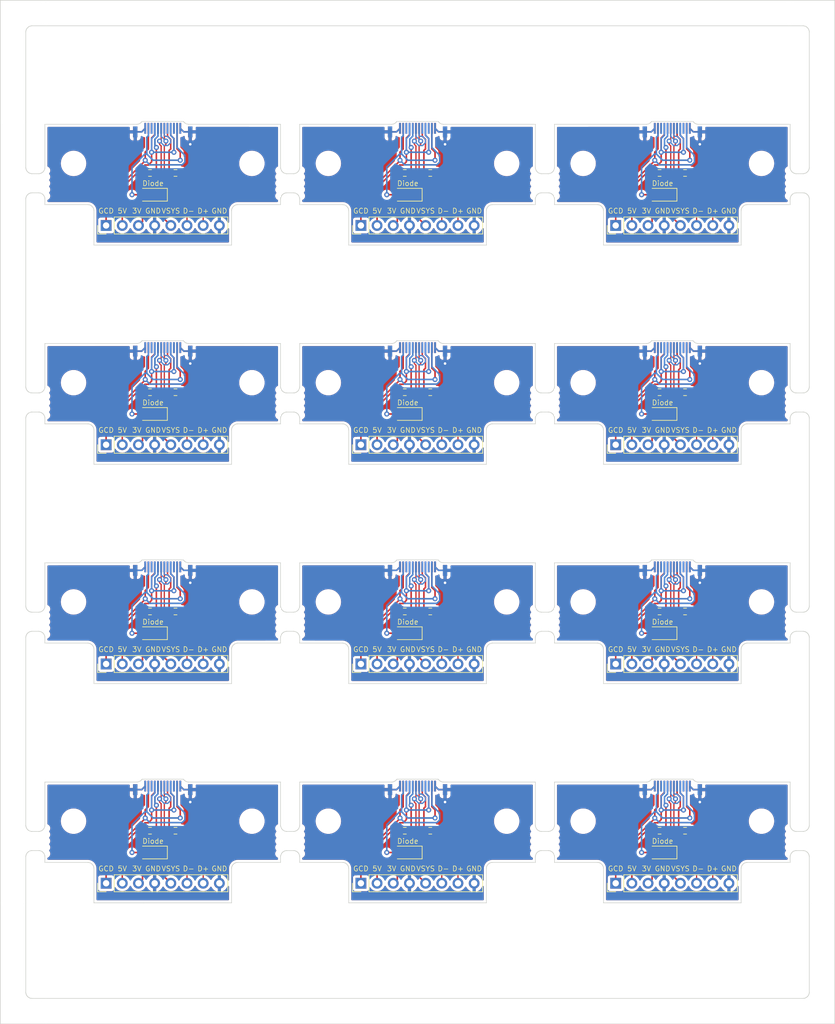
<source format=kicad_pcb>
(kicad_pcb (version 20211014) (generator pcbnew)
  (layers (0 "F.Cu" signal) (31 "B.Cu" signal) (34 "B.Paste" user) (35 "F.Paste" user) (36 "B.SilkS" user "B.Silkscreen") (37 "F.SilkS" user "F.Silkscreen") (38 "B.Mask" user) (39 "F.Mask" user) (44 "Edge.Cuts" user))
  (net 0 "")
  (net 1 "Board_0-+3V3")
  (net 2 "Board_0-+5V")
  (net 3 "Board_0-D+")
  (net 4 "Board_0-D-")
  (net 5 "Board_0-GCD")
  (net 6 "Board_0-GND")
  (net 7 "Board_0-Net-(R1-Pad1)")
  (net 8 "Board_0-Net-(R2-Pad1)")
  (net 9 "Board_0-VSYS")
  (net 10 "Board_0-unconnected-(U1-PadA10)")
  (net 11 "Board_0-unconnected-(U1-PadA3)")
  (net 12 "Board_0-unconnected-(U1-PadA8)")
  (net 13 "Board_0-unconnected-(U1-PadB10)")
  (net 14 "Board_0-unconnected-(U1-PadB3)")
  (net 15 "Board_0-unconnected-(U1-PadB8)")
  (net 16 "Board_1-+3V3")
  (net 17 "Board_1-+5V")
  (net 18 "Board_1-D+")
  (net 19 "Board_1-D-")
  (net 20 "Board_1-GCD")
  (net 21 "Board_1-GND")
  (net 22 "Board_1-Net-(R1-Pad1)")
  (net 23 "Board_1-Net-(R2-Pad1)")
  (net 24 "Board_1-VSYS")
  (net 25 "Board_1-unconnected-(U1-PadA10)")
  (net 26 "Board_1-unconnected-(U1-PadA3)")
  (net 27 "Board_1-unconnected-(U1-PadA8)")
  (net 28 "Board_1-unconnected-(U1-PadB10)")
  (net 29 "Board_1-unconnected-(U1-PadB3)")
  (net 30 "Board_1-unconnected-(U1-PadB8)")
  (net 31 "Board_2-+3V3")
  (net 32 "Board_2-+5V")
  (net 33 "Board_2-D+")
  (net 34 "Board_2-D-")
  (net 35 "Board_2-GCD")
  (net 36 "Board_2-GND")
  (net 37 "Board_2-Net-(R1-Pad1)")
  (net 38 "Board_2-Net-(R2-Pad1)")
  (net 39 "Board_2-VSYS")
  (net 40 "Board_2-unconnected-(U1-PadA10)")
  (net 41 "Board_2-unconnected-(U1-PadA3)")
  (net 42 "Board_2-unconnected-(U1-PadA8)")
  (net 43 "Board_2-unconnected-(U1-PadB10)")
  (net 44 "Board_2-unconnected-(U1-PadB3)")
  (net 45 "Board_2-unconnected-(U1-PadB8)")
  (net 46 "Board_3-+3V3")
  (net 47 "Board_3-+5V")
  (net 48 "Board_3-D+")
  (net 49 "Board_3-D-")
  (net 50 "Board_3-GCD")
  (net 51 "Board_3-GND")
  (net 52 "Board_3-Net-(R1-Pad1)")
  (net 53 "Board_3-Net-(R2-Pad1)")
  (net 54 "Board_3-VSYS")
  (net 55 "Board_3-unconnected-(U1-PadA10)")
  (net 56 "Board_3-unconnected-(U1-PadA3)")
  (net 57 "Board_3-unconnected-(U1-PadA8)")
  (net 58 "Board_3-unconnected-(U1-PadB10)")
  (net 59 "Board_3-unconnected-(U1-PadB3)")
  (net 60 "Board_3-unconnected-(U1-PadB8)")
  (net 61 "Board_4-+3V3")
  (net 62 "Board_4-+5V")
  (net 63 "Board_4-D+")
  (net 64 "Board_4-D-")
  (net 65 "Board_4-GCD")
  (net 66 "Board_4-GND")
  (net 67 "Board_4-Net-(R1-Pad1)")
  (net 68 "Board_4-Net-(R2-Pad1)")
  (net 69 "Board_4-VSYS")
  (net 70 "Board_4-unconnected-(U1-PadA10)")
  (net 71 "Board_4-unconnected-(U1-PadA3)")
  (net 72 "Board_4-unconnected-(U1-PadA8)")
  (net 73 "Board_4-unconnected-(U1-PadB10)")
  (net 74 "Board_4-unconnected-(U1-PadB3)")
  (net 75 "Board_4-unconnected-(U1-PadB8)")
  (net 76 "Board_5-+3V3")
  (net 77 "Board_5-+5V")
  (net 78 "Board_5-D+")
  (net 79 "Board_5-D-")
  (net 80 "Board_5-GCD")
  (net 81 "Board_5-GND")
  (net 82 "Board_5-Net-(R1-Pad1)")
  (net 83 "Board_5-Net-(R2-Pad1)")
  (net 84 "Board_5-VSYS")
  (net 85 "Board_5-unconnected-(U1-PadA10)")
  (net 86 "Board_5-unconnected-(U1-PadA3)")
  (net 87 "Board_5-unconnected-(U1-PadA8)")
  (net 88 "Board_5-unconnected-(U1-PadB10)")
  (net 89 "Board_5-unconnected-(U1-PadB3)")
  (net 90 "Board_5-unconnected-(U1-PadB8)")
  (net 91 "Board_6-+3V3")
  (net 92 "Board_6-+5V")
  (net 93 "Board_6-D+")
  (net 94 "Board_6-D-")
  (net 95 "Board_6-GCD")
  (net 96 "Board_6-GND")
  (net 97 "Board_6-Net-(R1-Pad1)")
  (net 98 "Board_6-Net-(R2-Pad1)")
  (net 99 "Board_6-VSYS")
  (net 100 "Board_6-unconnected-(U1-PadA10)")
  (net 101 "Board_6-unconnected-(U1-PadA3)")
  (net 102 "Board_6-unconnected-(U1-PadA8)")
  (net 103 "Board_6-unconnected-(U1-PadB10)")
  (net 104 "Board_6-unconnected-(U1-PadB3)")
  (net 105 "Board_6-unconnected-(U1-PadB8)")
  (net 106 "Board_7-+3V3")
  (net 107 "Board_7-+5V")
  (net 108 "Board_7-D+")
  (net 109 "Board_7-D-")
  (net 110 "Board_7-GCD")
  (net 111 "Board_7-GND")
  (net 112 "Board_7-Net-(R1-Pad1)")
  (net 113 "Board_7-Net-(R2-Pad1)")
  (net 114 "Board_7-VSYS")
  (net 115 "Board_7-unconnected-(U1-PadA10)")
  (net 116 "Board_7-unconnected-(U1-PadA3)")
  (net 117 "Board_7-unconnected-(U1-PadA8)")
  (net 118 "Board_7-unconnected-(U1-PadB10)")
  (net 119 "Board_7-unconnected-(U1-PadB3)")
  (net 120 "Board_7-unconnected-(U1-PadB8)")
  (net 121 "Board_8-+3V3")
  (net 122 "Board_8-+5V")
  (net 123 "Board_8-D+")
  (net 124 "Board_8-D-")
  (net 125 "Board_8-GCD")
  (net 126 "Board_8-GND")
  (net 127 "Board_8-Net-(R1-Pad1)")
  (net 128 "Board_8-Net-(R2-Pad1)")
  (net 129 "Board_8-VSYS")
  (net 130 "Board_8-unconnected-(U1-PadA10)")
  (net 131 "Board_8-unconnected-(U1-PadA3)")
  (net 132 "Board_8-unconnected-(U1-PadA8)")
  (net 133 "Board_8-unconnected-(U1-PadB10)")
  (net 134 "Board_8-unconnected-(U1-PadB3)")
  (net 135 "Board_8-unconnected-(U1-PadB8)")
  (net 136 "Board_9-+3V3")
  (net 137 "Board_9-+5V")
  (net 138 "Board_9-D+")
  (net 139 "Board_9-D-")
  (net 140 "Board_9-GCD")
  (net 141 "Board_9-GND")
  (net 142 "Board_9-Net-(R1-Pad1)")
  (net 143 "Board_9-Net-(R2-Pad1)")
  (net 144 "Board_9-VSYS")
  (net 145 "Board_9-unconnected-(U1-PadA10)")
  (net 146 "Board_9-unconnected-(U1-PadA3)")
  (net 147 "Board_9-unconnected-(U1-PadA8)")
  (net 148 "Board_9-unconnected-(U1-PadB10)")
  (net 149 "Board_9-unconnected-(U1-PadB3)")
  (net 150 "Board_9-unconnected-(U1-PadB8)")
  (net 151 "Board_10-+3V3")
  (net 152 "Board_10-+5V")
  (net 153 "Board_10-D+")
  (net 154 "Board_10-D-")
  (net 155 "Board_10-GCD")
  (net 156 "Board_10-GND")
  (net 157 "Board_10-Net-(R1-Pad1)")
  (net 158 "Board_10-Net-(R2-Pad1)")
  (net 159 "Board_10-VSYS")
  (net 160 "Board_10-unconnected-(U1-PadA10)")
  (net 161 "Board_10-unconnected-(U1-PadA3)")
  (net 162 "Board_10-unconnected-(U1-PadA8)")
  (net 163 "Board_10-unconnected-(U1-PadB10)")
  (net 164 "Board_10-unconnected-(U1-PadB3)")
  (net 165 "Board_10-unconnected-(U1-PadB8)")
  (net 166 "Board_11-+3V3")
  (net 167 "Board_11-+5V")
  (net 168 "Board_11-D+")
  (net 169 "Board_11-D-")
  (net 170 "Board_11-GCD")
  (net 171 "Board_11-GND")
  (net 172 "Board_11-Net-(R1-Pad1)")
  (net 173 "Board_11-Net-(R2-Pad1)")
  (net 174 "Board_11-VSYS")
  (net 175 "Board_11-unconnected-(U1-PadA10)")
  (net 176 "Board_11-unconnected-(U1-PadA3)")
  (net 177 "Board_11-unconnected-(U1-PadA8)")
  (net 178 "Board_11-unconnected-(U1-PadB10)")
  (net 179 "Board_11-unconnected-(U1-PadB3)")
  (net 180 "Board_11-unconnected-(U1-PadB8)")
  (footprint "NPTH" (layer "F.Cu") (at 62.2 113.5)
    (fp_text reference "REF**" hide)
    (fp_text value "NPTH" hide)
  )
  (footprint "NPTH" (layer "F.Cu") (at 98.8 114.5)
    (fp_text reference "REF**" hide)
    (fp_text value "NPTH" hide)
  )
  (footprint "Connector_PinHeader_2.54mm:PinHeader_1x08_P2.54mm_Vertical" (layer "F.Cu") (at 71.6088 84.7286 90)
    (fp_text reference "REF**" hide)
    (fp_text value "PinHeader_1x08_P2.54mm_Vertical")
  )
  (footprint "Connector_PinHeader_2.54mm:PinHeader_1x08_P2.54mm_Vertical" (layer "F.Cu") (at 71.6088 50.3286 90)
    (fp_text reference "REF**" hide)
    (fp_text value "PinHeader_1x08_P2.54mm_Vertical")
  )
  (footprint "NPTH" (layer "F.Cu") (at 102.2 110.5)
    (fp_text reference "REF**" hide)
    (fp_text value "NPTH" hide)
  )
  (footprint "Connector_PinHeader_2.54mm:PinHeader_1x08_P2.54mm_Vertical" (layer "F.Cu") (at 71.6088 119.1286 90)
    (fp_text reference "REF**" hide)
    (fp_text value "PinHeader_1x08_P2.54mm_Vertical")
  )
  (footprint "Connector_PinHeader_2.54mm:PinHeader_1x08_P2.54mm_Vertical" (layer "F.Cu") (at 111.6088 153.5286 90)
    (fp_text reference "REF**" hide)
    (fp_text value "PinHeader_1x08_P2.54mm_Vertical")
  )
  (footprint "NPTH" (layer "F.Cu") (at 62.2 111.5)
    (fp_text reference "REF**" hide)
    (fp_text value "NPTH" hide)
  )
  (footprint "NPTH" (layer "F.Cu") (at 22.2 110.5)
    (fp_text reference "REF**" hide)
    (fp_text value "NPTH" hide)
  )
  (footprint "Diode_SMD:D_SOD-123" (layer "F.Cu") (at 118.9748 79.9026 180)
    (fp_text reference "D1" hide)
    (fp_text value "MBR120" hide)
  )
  (footprint "HTangl:Xunpu C2856665 USBC Straddle Mount" (layer "F.Cu") (at 120.4988 35.0886)
    (fp_text reference "U1" hide)
    (fp_text value "USB_C_Receptacle" hide)
  )
  (footprint "Connector_PinHeader_2.54mm:PinHeader_1x08_P2.54mm_Vertical" (layer "F.Cu") (at 111.6088 119.1286 90)
    (fp_text reference "REF**" hide)
    (fp_text value "PinHeader_1x08_P2.54mm_Vertical")
  )
  (footprint "NPTH" (layer "F.Cu") (at 102.2 145.9)
    (fp_text reference "REF**" hide)
    (fp_text value "NPTH" hide)
  )
  (footprint "Resistor_SMD:R_0603_1608Metric" (layer "F.Cu") (at 42.4988 110.8886)
    (fp_text reference "R2" hide)
    (fp_text value "5.1k")
  )
  (footprint "Resistor_SMD:R_0603_1608Metric" (layer "F.Cu") (at 118.4988 110.8886 180)
    (fp_text reference "R1" hide)
    (fp_text value "5.1k")
  )
  (footprint "NPTH" (layer "F.Cu") (at 145.5 156.6)
    (fp_text reference "REF**" hide)
    (fp_text value "NPTH" hide)
  )
  (footprint "NPTH" (layer "F.Cu") (at 102.2 113.5)
    (fp_text reference "REF**" hide)
    (fp_text value "NPTH" hide)
  )
  (footprint "MountingHole:MountingHole_3.2mm_M3" (layer "F.Cu") (at 106.4988 74.9886)
    (fp_text reference "REF**" hide)
    (fp_text value "MountingHole_3.2mm_M3" hide)
  )
  (footprint "NPTH" (layer "F.Cu") (at 22.2 80.1)
    (fp_text reference "REF**" hide)
    (fp_text value "NPTH" hide)
  )
  (footprint "Resistor_SMD:R_0603_1608Metric" (layer "F.Cu") (at 122.4988 76.4886)
    (fp_text reference "R2" hide)
    (fp_text value "5.1k")
  )
  (footprint "NPTH" (layer "F.Cu") (at 98.8 80.1)
    (fp_text reference "REF**" hide)
    (fp_text value "NPTH" hide)
  )
  (footprint "NPTH" (layer "F.Cu") (at 22.2 41.7)
    (fp_text reference "REF**" hide)
    (fp_text value "NPTH" hide)
  )
  (footprint "Diode_SMD:D_SOD-123" (layer "F.Cu") (at 78.9748 148.7026 180)
    (fp_text reference "D1" hide)
    (fp_text value "MBR120" hide)
  )
  (footprint "NPTH" (layer "F.Cu") (at 22 16.5)
    (fp_text reference "REF**" hide)
    (fp_text value "NPTH" hide)
  )
  (footprint "MountingHole:MountingHole_3.2mm_M3" (layer "F.Cu") (at 106.4988 109.3886)
    (fp_text reference "REF**" hide)
    (fp_text value "MountingHole_3.2mm_M3" hide)
  )
  (footprint "NPTH" (layer "F.Cu") (at 22.2 145.9)
    (fp_text reference "REF**" hide)
    (fp_text value "NPTH" hide)
  )
  (footprint "NPTH" (layer "F.Cu") (at 98.8 112.5)
    (fp_text reference "REF**" hide)
    (fp_text value "NPTH" hide)
  )
  (footprint "MountingHole:MountingHole_3.2mm_M3" (layer "F.Cu") (at 94.4988 40.5886)
    (fp_text reference "REF**" hide)
    (fp_text value "MountingHole_3.2mm_M3" hide)
  )
  (footprint "NPTH" (layer "F.Cu") (at 16.5 156.6)
    (fp_text reference "REF**" hide)
    (fp_text value "NPTH" hide)
  )
  (footprint "HTangl:Xunpu C2856665 USBC Straddle Mount" (layer "F.Cu") (at 40.4988 103.8886)
    (fp_text reference "U1" hide)
    (fp_text value "USB_C_Receptacle" hide)
  )
  (footprint "Connector_PinHeader_2.54mm:PinHeader_1x08_P2.54mm_Vertical" (layer "F.Cu") (at 31.6088 84.7286 90)
    (fp_text reference "REF**" hide)
    (fp_text value "PinHeader_1x08_P2.54mm_Vertical")
  )
  (footprint "NPTH" (layer "F.Cu") (at 62.2 78.1)
    (fp_text reference "REF**" hide)
    (fp_text value "NPTH" hide)
  )
  (footprint "MountingHole:MountingHole_3.2mm_M3" (layer "F.Cu") (at 106.4988 143.7886)
    (fp_text reference "REF**" hide)
    (fp_text value "MountingHole_3.2mm_M3" hide)
  )
  (footprint "NPTH" (layer "F.Cu") (at 138.8 145.9)
    (fp_text reference "REF**" hide)
    (fp_text value "NPTH" hide)
  )
  (footprint "NPTH" (layer "F.Cu") (at 62.2 110.5)
    (fp_text reference "REF**" hide)
    (fp_text value "NPTH" hide)
  )
  (footprint "NPTH" (layer "F.Cu") (at 22.2 114.5)
    (fp_text reference "REF**" hide)
    (fp_text value "NPTH" hide)
  )
  (footprint "HTangl:Xunpu C2856665 USBC Straddle Mount" (layer "F.Cu") (at 80.4988 35.0886)
    (fp_text reference "U1" hide)
    (fp_text value "USB_C_Receptacle" hide)
  )
  (footprint "NPTH" (layer "F.Cu") (at 22 18.5)
    (fp_text reference "REF**" hide)
    (fp_text value "NPTH" hide)
  )
  (footprint "MountingHole:MountingHole_3.2mm_M3" (layer "F.Cu") (at 134.4988 143.7886)
    (fp_text reference "REF**" hide)
    (fp_text value "MountingHole_3.2mm_M3" hide)
  )
  (footprint "NPTH" (layer "F.Cu") (at 58.8 147.9)
    (fp_text reference "REF**" hide)
    (fp_text value "NPTH" hide)
  )
  (footprint "NPTH" (layer "F.Cu") (at 102.2 78.1)
    (fp_text reference "REF**" hide)
    (fp_text value "NPTH" hide)
  )
  (footprint "NPTH" (layer "F.Cu") (at 58.8 80.1)
    (fp_text reference "REF**" hide)
    (fp_text value "NPTH" hide)
  )
  (footprint "NPTH" (layer "F.Cu") (at 62.2 42.7)
    (fp_text reference "REF**" hide)
    (fp_text value "NPTH" hide)
  )
  (footprint "MountingHole:MountingHole_3.2mm_M3" (layer "F.Cu") (at 66.4988 74.9886)
    (fp_text reference "REF**" hide)
    (fp_text value "MountingHole_3.2mm_M3" hide)
  )
  (footprint "NPTH" (layer "F.Cu") (at 139 173.1)
    (fp_text reference "REF**" hide)
    (fp_text value "NPTH" hide)
  )
  (footprint "NPTH" (layer "F.Cu") (at 98.8 144.9)
    (fp_text reference "REF**" hide)
    (fp_text value "NPTH" hide)
  )
  (footprint "NPTH" (layer "F.Cu") (at 62.2 45.7)
    (fp_text reference "REF**" hide)
    (fp_text value "NPTH" hide)
  )
  (footprint "NPTH" (layer "F.Cu") (at 98.8 79.1)
    (fp_text reference "REF**" hide)
    (fp_text value "NPTH" hide)
  )
  (footprint "NPTH" (layer "F.Cu") (at 98.8 41.7)
    (fp_text reference "REF**" hide)
    (fp_text value "NPTH" hide)
  )
  (footprint "NPTH" (layer "F.Cu") (at 15.5 34)
    (fp_text reference "REF**" hide)
    (fp_text value "NPTH" hide)
  )
  (footprint "NPTH" (layer "F.Cu") (at 22 15.5)
    (fp_text reference "REF**" hide)
    (fp_text value "NPTH" hide)
  )
  (footprint "NPTH" (layer "F.Cu") (at 62.2 145.9)
    (fp_text reference "REF**" hide)
    (fp_text value "NPTH" hide)
  )
  (footprint "Resistor_SMD:R_0603_1608Metric" (layer "F.Cu") (at 118.4988 145.2886 180)
    (fp_text reference "R1" hide)
    (fp_text value "5.1k")
  )
  (footprint "NPTH" (layer "F.Cu") (at 139 17.5)
    (fp_text reference "REF**" hide)
    (fp_text value "NPTH" hide)
  )
  (footprint "MountingHole:MountingHole_3.2mm_M3" (layer "F.Cu") (at 66.4988 109.3886)
    (fp_text reference "REF**" hide)
    (fp_text value "MountingHole_3.2mm_M3" hide)
  )
  (footprint "Resistor_SMD:R_0603_1608Metric" (layer "F.Cu") (at 122.4988 110.8886)
    (fp_text reference "R2" hide)
    (fp_text value "5.1k")
  )
  (footprint "NPTH" (layer "F.Cu") (at 145.5 34)
    (fp_text reference "REF**" hide)
    (fp_text value "NPTH" hide)
  )
  (footprint "Resistor_SMD:R_0603_1608Metric" (layer "F.Cu") (at 82.4988 145.2886)
    (fp_text reference "R2" hide)
    (fp_text value "5.1k")
  )
  (footprint "Resistor_SMD:R_0603_1608Metric" (layer "F.Cu") (at 42.4988 42.0886)
    (fp_text reference "R2" hide)
    (fp_text value "5.1k")
  )
  (footprint "NPTH" (layer "F.Cu") (at 138.8 44.7)
    (fp_text reference "REF**" hide)
    (fp_text value "NPTH" hide)
  )
  (footprint "Diode_SMD:D_SOD-123" (layer "F.Cu") (at 118.9748 148.7026 180)
    (fp_text reference "D1" hide)
    (fp_text value "MBR120" hide)
  )
  (footprint "NPTH" (layer "F.Cu") (at 58.8 144.9)
    (fp_text reference "REF**" hide)
    (fp_text value "NPTH" hide)
  )
  (footprint "NPTH" (layer "F.Cu") (at 58.8 41.7)
    (fp_text reference "REF**" hide)
    (fp_text value "NPTH" hide)
  )
  (footprint "NPTH" (layer "F.Cu") (at 22.2 44.7)
    (fp_text reference "REF**" hide)
    (fp_text value "NPTH" hide)
  )
  (footprint "NPTH" (layer "F.Cu") (at 22.2 76.1)
    (fp_text reference "REF**" hide)
    (fp_text value "NPTH" hide)
  )
  (footprint "MountingHole:MountingHole_3.2mm_M3" (layer "F.Cu") (at 94.4988 109.3886)
    (fp_text reference "REF**" hide)
    (fp_text value "MountingHole_3.2mm_M3" hide)
  )
  (footprint "NPTH" (layer "F.Cu") (at 58.8 146.9)
    (fp_text reference "REF**" hide)
    (fp_text value "NPTH" hide)
  )
  (footprint "MountingHole:MountingHole_3.2mm_M3" (layer "F.Cu") (at 54.4988 74.9886)
    (fp_text reference "REF**" hide)
    (fp_text value "MountingHole_3.2mm_M3" hide)
  )
  (footprint "NPTH" (layer "F.Cu") (at 139 172.1)
    (fp_text reference "REF**" hide)
    (fp_text value "NPTH" hide)
  )
  (footprint "NPTH" (layer "F.Cu") (at 22.2 112.5)
    (fp_text reference "REF**" hide)
    (fp_text value "NPTH" hide)
  )
  (footprint "NPTH" (layer "F.Cu") (at 22.2 78.1)
    (fp_text reference "REF**" hide)
    (fp_text value "NPTH" hide)
  )
  (footprint "NPTH" (layer "F.Cu") (at 102.2 43.7)
    (fp_text reference "REF**" hide)
    (fp_text value "NPTH" hide)
  )
  (footprint "NPTH" (layer "F.Cu") (at 15.5 156.6)
    (fp_text reference "REF**" hide)
    (fp_text value "NPTH" hide)
  )
  (footprint "NPTH" (layer "F.Cu") (at 98.8 145.9)
    (fp_text reference "REF**" hide)
    (fp_text value "NPTH" hide)
  )
  (footprint "Diode_SMD:D_SOD-123" (layer "F.Cu") (at 78.9748 79.9026 180)
    (fp_text reference "D1" hide)
    (fp_text value "MBR120" hide)
  )
  (footprint "NPTH" (layer "F.Cu") (at 138.8 148.9)
    (fp_text reference "REF**" hide)
    (fp_text value "NPTH" hide)
  )
  (footprint "NPTH" (layer "F.Cu") (at 98.8 45.7)
    (fp_text reference "REF**" hide)
    (fp_text value "NPTH" hide)
  )
  (footprint "MountingHole:MountingHole_3.2mm_M3" (layer "F.Cu") (at 66.4988 40.5886)
    (fp_text reference "REF**" hide)
    (fp_text value "MountingHole_3.2mm_M3" hide)
  )
  (footprint "NPTH" (layer "F.Cu") (at 22.2 42.7)
    (fp_text reference "REF**" hide)
    (fp_text value "NPTH" hide)
  )
  (footprint "Resistor_SMD:R_0603_1608Metric" (layer "F.Cu") (at 42.4988 76.4886)
    (fp_text reference "R2" hide)
    (fp_text value "5.1k")
  )
  (footprint "NPTH" (layer "F.Cu") (at 98.8 148.9)
    (fp_text reference "REF**" hide)
    (fp_text value "NPTH" hide)
  )
  (footprint "Diode_SMD:D_SOD-123" (layer "F.Cu") (at 38.9748 114.3026 180)
    (fp_text reference "D1" hide)
    (fp_text value "MBR120" hide)
  )
  (footprint "NPTH" (layer "F.Cu") (at 138.8 144.9)
    (fp_text reference "REF**" hide)
    (fp_text value "NPTH" hide)
  )
  (footprint "Diode_SMD:D_SOD-123" (layer "F.Cu") (at 118.9748 45.5026 180)
    (fp_text reference "D1" hide)
    (fp_text value "MBR120" hide)
  )
  (footprint "Connector_PinHeader_2.54mm:PinHeader_1x08_P2.54mm_Vertical" (layer "F.Cu") (at 71.6088 153.5286 90)
    (fp_text reference "REF**" hide)
    (fp_text value "PinHeader_1x08_P2.54mm_Vertical")
  )
  (footprint "NPTH" (layer "F.Cu") (at 138.8 79.1)
    (fp_text reference "REF**" hide)
    (fp_text value "NPTH" hide)
  )
  (footprint "NPTH" (layer "F.Cu") (at 102.2 147.9)
    (fp_text reference "REF**" hide)
    (fp_text value "NPTH" hide)
  )
  (footprint "NPTH" (layer "F.Cu") (at 102.2 111.5)
    (fp_text reference "REF**" hide)
    (fp_text value "NPTH" hide)
  )
  (footprint "MountingHole:MountingHole_3.2mm_M3" (layer "F.Cu") (at 94.4988 74.9886)
    (fp_text reference "REF**" hide)
    (fp_text value "MountingHole_3.2mm_M3" hide)
  )
  (footprint "NPTH" (layer "F.Cu") (at 102.2 148.9)
    (fp_text reference "REF**" hide)
    (fp_text value "NPTH" hide)
  )
  (footprint "NPTH" (layer "F.Cu") (at 138.8 45.7)
    (fp_text reference "REF**" hide)
    (fp_text value "NPTH" hide)
  )
  (footprint "NPTH" (layer "F.Cu") (at 62.2 112.5)
    (fp_text reference "REF**" hide)
    (fp_text value "NPTH" hide)
  )
  (footprint "NPTH" (layer "F.Cu") (at 62.2 148.9)
    (fp_text reference "REF**" hide)
    (fp_text value "NPTH" hide)
  )
  (footprint "NPTH" (layer "F.Cu") (at 143.5 156.6)
    (fp_text reference "REF**" hide)
    (fp_text value "NPTH" hide)
  )
  (footprint "MountingHole:MountingHole_3.2mm_M3" (layer "F.Cu") (at 134.4988 40.5886)
    (fp_text reference "REF**" hide)
    (fp_text value "MountingHole_3.2mm_M3" hide)
  )
  (footprint "Diode_SMD:D_SOD-123" (layer "F.Cu") (at 38.9748 79.9026 180)
    (fp_text reference "D1" hide)
    (fp_text value "MBR120" hide)
  )
  (footprint "NPTH" (layer "F.Cu") (at 98.8 77.1)
    (fp_text reference "REF**" hide)
    (fp_text value "NPTH" hide)
  )
  (footprint "MountingHole:MountingHole_3.2mm_M3" (layer "F.Cu") (at 54.4988 109.3886)
    (fp_text reference "REF**" hide)
    (fp_text value "MountingHole_3.2mm_M3" hide)
  )
  (footprint "NPTH" (layer "F.Cu") (at 98.8 113.5)
    (fp_text reference "REF**" hide)
    (fp_text value "NPTH" hide)
  )
  (footprint "NPTH" (layer "F.Cu") (at 58.8 112.5)
    (fp_text reference "REF**" hide)
    (fp_text value "NPTH" hide)
  )
  (footprint "MountingHole:MountingHole_3.2mm_M3" (layer "F.Cu") (at 26.4988 74.9886)
    (fp_text reference "REF**" hide)
    (fp_text value "MountingHole_3.2mm_M3" hide)
  )
  (footprint "Resistor_SMD:R_0603_1608Metric" (layer "F.Cu") (at 122.4988 145.2886)
    (fp_text reference "R2" hide)
    (fp_text value "5.1k")
  )
  (footprint "NPTH" (layer "F.Cu") (at 102.2 41.7)
    (fp_text reference "REF**" hide)
    (fp_text value "NPTH" hide)
  )
  (footprint "NPTH" (layer "F.Cu") (at 139 175.1)
    (fp_text reference "REF**" hide)
    (fp_text value "NPTH" hide)
  )
  (footprint "MountingHole:MountingHole_3.2mm_M3" (layer "F.Cu") (at 94.4988 143.7886)
    (fp_text reference "REF**" hide)
    (fp_text value "MountingHole_3.2mm_M3" hide)
  )
  (footprint "NPTH" (layer "F.Cu") (at 138.8 78.1)
    (fp_text reference "REF**" hide)
    (fp_text value "NPTH" hide)
  )
  (footprint "NPTH" (layer "F.Cu") (at 144.5 156.6)
    (fp_text reference "REF**" hide)
    (fp_text value "NPTH" hide)
  )
  (footprint "NPTH" (layer "F.Cu") (at 98.8 146.9)
    (fp_text reference "REF**" hide)
    (fp_text value "NPTH" hide)
  )
  (footprint "NPTH" (layer "F.Cu") (at 139 15.5)
    (fp_text reference "REF**" hide)
    (fp_text value "NPTH" hide)
  )
  (footprint "NPTH" (layer "F.Cu") (at 102.2 76.1)
    (fp_text reference "REF**" hide)
    (fp_text value "NPTH" hide)
  )
  (footprint "NPTH" (layer "F.Cu") (at 62.2 146.9)
    (fp_text reference "REF**" hide)
    (fp_text value "NPTH" hide)
  )
  (footprint "NPTH" (layer "F.Cu") (at 138.8 111.5)
    (fp_text reference "REF**" hide)
    (fp_text value "NPTH" hide)
  )
  (footprint "NPTH" (layer "F.Cu") (at 62.2 41.7)
    (fp_text reference "REF**" hide)
    (fp_text value "NPTH" hide)
  )
  (footprint "NPTH" (layer "F.Cu") (at 17.5 156.6)
    (fp_text reference "REF**" hide)
    (fp_text value "NPTH" hide)
  )
  (footprint "NPTH" (layer "F.Cu") (at 62.2 80.1)
    (fp_text reference "REF**" hide)
    (fp_text value "NPTH" hide)
  )
  (footprint "Resistor_SMD:R_0603_1608Metric" (layer "F.Cu") (at 42.4988 145.2886)
    (fp_text reference "R2" hide)
    (fp_text value "5.1k")
  )
  (footprint "NPTH" (layer "F.Cu") (at 18.5 156.6)
    (fp_text reference "REF**" hide)
    (fp_text value "NPTH" hide)
  )
  (footprint "Resistor_SMD:R_0603_1608Metric" (layer "F.Cu") (at 38.4988 110.8886 180)
    (fp_text reference "R1" hide)
    (fp_text value "5.1k")
  )
  (footprint "NPTH" (layer "F.Cu") (at 102.2 80.1)
    (fp_text reference "REF**" hide)
    (fp_text value "NPTH" hide)
  )
  (footprint "NPTH" (layer "F.Cu") (at 58.8 78.1)
    (fp_text reference "REF**" hide)
    (fp_text value "NPTH" hide)
  )
  (footprint "Resistor_SMD:R_0603_1608Metric" (layer "F.Cu") (at 82.4988 42.0886)
    (fp_text reference "R2" hide)
    (fp_text value "5.1k")
  )
  (footprint "NPTH" (layer "F.Cu") (at 98.8 43.7)
    (fp_text reference "REF**" hide)
    (fp_text value "NPTH" hide)
  )
  (footprint "NPTH" (layer "F.Cu") (at 102.2 77.1)
    (fp_text reference "REF**" hide)
    (fp_text value "NPTH" hide)
  )
  (footprint "NPTH" (layer "F.Cu") (at 22.2 147.9)
    (fp_text reference "REF**" hide)
    (fp_text value "NPTH" hide)
  )
  (footprint "HTangl:Xunpu C2856665 USBC Straddle Mount" (layer "F.Cu") (at 120.4988 103.8886)
    (fp_text reference "U1" hide)
    (fp_text value "USB_C_Receptacle" hide)
  )
  (footprint "Resistor_SMD:R_0603_1608Metric" (layer "F.Cu") (at 38.4988 42.0886 180)
    (fp_text reference "R1" hide)
    (fp_text value "5.1k")
  )
  (footprint "NPTH" (layer "F.Cu") (at 22.2 111.5)
    (fp_text reference "REF**" hide)
    (fp_text value "NPTH" hide)
  )
  (footprint "MountingHole:MountingHole_3.2mm_M3" (layer "F.Cu") (at 134.4988 109.3886)
    (fp_text reference "REF**" hide)
    (fp_text value "MountingHole_3.2mm_M3" hide)
  )
  (footprint "Connector_PinHeader_2.54mm:PinHeader_1x08_P2.54mm_Vertical" (layer "F.Cu") (at 31.6088 50.3286 90)
    (fp_text reference "REF**" hide)
    (fp_text value "PinHeader_1x08_P2.54mm_Vertical")
  )
  (footprint "NPTH" (layer "F.Cu") (at 139 18.5)
    (fp_text reference "REF**" hide)
    (fp_text value "NPTH" hide)
  )
  (footprint "NPTH" (layer "F.Cu") (at 102.2 112.5)
    (fp_text reference "REF**" hide)
    (fp_text value "NPTH" hide)
  )
  (footprint "NPTH" (layer "F.Cu") (at 62.2 79.1)
    (fp_text reference "REF**" hide)
    (fp_text value "NPTH" hide)
  )
  (footprint "NPTH" (layer "F.Cu") (at 17.5 34)
    (fp_text reference "REF**" hide)
    (fp_text value "NPTH" hide)
  )
  (footprint "NPTH" (layer "F.Cu") (at 102.2 42.7)
    (fp_text reference "REF**" hide)
    (fp_text value "NPTH" hide)
  )
  (footprint "Diode_SMD:D_SOD-123" (layer "F.Cu") (at 38.9748 148.7026 180)
    (fp_text reference "D1" hide)
    (fp_text value "MBR120" hide)
  )
  (footprint "NPTH" (layer "F.Cu") (at 98.8 76.1)
    (fp_text reference "REF**" hide)
    (fp_text value "NPTH" hide)
  )
  (footprint "NPTH" (layer "F.Cu") (at 138.8 41.7)
    (fp_text reference "REF**" hide)
    (fp_text value "NPTH" hide)
  )
  (footprint "HTangl:Xunpu C2856665 USBC Straddle Mount" (layer "F.Cu") (at 80.4988 69.4886)
    (fp_text reference "U1" hide)
    (fp_text value "USB_C_Receptacle" hide)
  )
  (footprint "NPTH" (layer "F.Cu") (at 62.2 44.7)
    (fp_text reference "REF**" hide)
    (fp_text value "NPTH" hide)
  )
  (footprint "NPTH" (layer "F.Cu") (at 102.2 79.1)
    (fp_text reference "REF**" hide)
    (fp_text value "NPTH" hide)
  )
  (footprint "NPTH" (layer "F.Cu") (at 102.2 114.5)
    (fp_text reference "REF**" hide)
    (fp_text value "NPTH" hide)
  )
  (footprint "NPTH" (layer "F.Cu") (at 62.2 43.7)
    (fp_text reference "REF**" hide)
    (fp_text value "NPTH" hide)
  )
  (footprint "NPTH" (layer "F.Cu") (at 138.8 114.5)
    (fp_text reference "REF**" hide)
    (fp_text value "NPTH" hide)
  )
  (footprint "HTangl:Xunpu C2856665 USBC Straddle Mount" (layer "F.Cu") (at 40.4988 138.2886)
    (fp_text reference "U1" hide)
    (fp_text value "USB_C_Receptacle" hide)
  )
  (footprint "Resistor_SMD:R_0603_1608Metric" (layer "F.Cu") (at 122.4988 42.0886)
    (fp_text reference "R2" hide)
    (fp_text value "5.1k")
  )
  (footprint "NPTH" (layer "F.Cu") (at 138.8 112.5)
    (fp_text reference "REF**" hide)
    (fp_text value "NPTH" hide)
  )
  (footprint "MountingHole:MountingHole_3.2mm_M3" (layer "F.Cu") (at 54.4988 143.7886)
    (fp_text reference "REF**" hide)
    (fp_text value "MountingHole_3.2mm_M3" hide)
  )
  (footprint "MountingHole:MountingHole_3.2mm_M3" (layer "F.Cu") (at 134.4988 74.9886)
    (fp_text reference "REF**" hide)
    (fp_text value "MountingHole_3.2mm_M3" hide)
  )
  (footprint "Resistor_SMD:R_0603_1608Metric" (layer "F.Cu") (at 118.4988 42.0886 180)
    (fp_text reference "R1" hide)
    (fp_text value "5.1k")
  )
  (footprint "NPTH" (layer "F.Cu") (at 18.5 34)
    (fp_text reference "REF**" hide)
    (fp_text value "NPTH" hide)
  )
  (footprint "NPTH" (layer "F.Cu") (at 98.8 110.5)
    (fp_text reference "REF**" hide)
    (fp_text value "NPTH" hide)
  )
  (footprint "NPTH" (layer "F.Cu") (at 138.8 42.7)
    (fp_text reference "REF**" hide)
    (fp_text value "NPTH" hide)
  )
  (footprint "NPTH" (layer "F.Cu") (at 102.2 146.9)
    (fp_text reference "REF**" hide)
    (fp_text value "NPTH" hide)
  )
  (footprint "Diode_SMD:D_SOD-123" (layer "F.Cu") (at 38.9748 45.5026 180)
    (fp_text reference "D1" hide)
    (fp_text value "MBR120" hide)
  )
  (footprint "NPTH" (layer "F.Cu") (at 98.8 42.7)
    (fp_text reference "REF**" hide)
    (fp_text value "NPTH" hide)
  )
  (footprint "HTangl:Xunpu C2856665 USBC Straddle Mount" (layer "F.Cu") (at 80.4988 103.8886)
    (fp_text reference "U1" hide)
    (fp_text value "USB_C_Receptacle" hide)
  )
  (footprint "NPTH" (layer "F.Cu") (at 102.2 144.9)
    (fp_text reference "REF**" hide)
    (fp_text value "NPTH" hide)
  )
  (footprint "NPTH" (layer "F.Cu") (at 138.8 77.1)
    (fp_text reference "REF**" hide)
    (fp_text value "NPTH" hide)
  )
  (footprint "NPTH" (layer "F.Cu") (at 138.8 110.5)
    (fp_text reference "REF**" hide)
    (fp_text value "NPTH" hide)
  )
  (footprint "NPTH" (layer "F.Cu") (at 22.2 79.1)
    (fp_text reference "REF**" hide)
    (fp_text value "NPTH" hide)
  )
  (footprint "NPTH" (layer "F.Cu") (at 142.5 156.6)
    (fp_text reference "REF**" hide)
    (fp_text value "NPTH" hide)
  )
  (footprint "HTangl:Xunpu C2856665 USBC Straddle Mount" (layer "F.Cu") (at 40.4988 35.0886)
    (fp_text reference "U1" hide)
    (fp_text value "USB_C_Receptacle" hide)
  )
  (footprint "Connector_PinHeader_2.54mm:PinHeader_1x08_P2.54mm_Vertical" (layer "F.Cu") (at 31.6088 153.5286 90)
    (fp_text reference "REF**" hide)
    (fp_text value "PinHeader_1x08_P2.54mm_Vertical")
  )
  (footprint "NPTH" (layer "F.Cu") (at 138.8 147.9)
    (fp_text reference "REF**" hide)
    (fp_text value "NPTH" hide)
  )
  (footprint "NPTH" (layer "F.Cu") (at 58.8 145.9)
    (fp_text reference "REF**" hide)
    (fp_text value "NPTH" hide)
  )
  (footprint "NPTH" (layer "F.Cu") (at 22 17.5)
    (fp_text reference "REF**" hide)
    (fp_text value "NPTH" hide)
  )
  (footprint "Resistor_SMD:R_0603_1608Metric" (layer "F.Cu") (at 38.4988 76.4886 180)
    (fp_text reference "R1" hide)
    (fp_text value "5.1k")
  )
  (footprint "NPTH" (layer "F.Cu") (at 138.8 80.1)
    (fp_text reference "REF**" hide)
    (fp_text value "NPTH" hide)
  )
  (footprint "NPTH" (layer "F.Cu") (at 138.8 113.5)
    (fp_text reference "REF**" hide)
    (fp_text value "NPTH" hide)
  )
  (footprint "NPTH" (layer "F.Cu") (at 22.2 43.7)
    (fp_text reference "REF**" hide)
    (fp_text value "NPTH" hide)
  )
  (footprint "NPTH" (layer "F.Cu") (at 138.8 146.9)
    (fp_text reference "REF**" hide)
    (fp_text value "NPTH" hide)
  )
  (footprint "Diode_SMD:D_SOD-123" (layer "F.Cu") (at 78.9748 45.5026 180)
    (fp_text reference "D1" hide)
    (fp_text value "MBR120" hide)
  )
  (footprint "NPTH" (layer "F.Cu") (at 139 16.5)
    (fp_text reference "REF**" hide)
    (fp_text value "NPTH" hide)
  )
  (footprint "NPTH" (layer "F.Cu") (at 22.2 148.9)
    (fp_text reference "REF**" hide)
    (fp_text value "NPTH" hide)
  )
  (footprint "MountingHole:MountingHole_3.2mm_M3" (layer "F.Cu") (at 26.4988 143.7886)
    (fp_text reference "REF**" hide)
    (fp_text value "MountingHole_3.2mm_M3" hide)
  )
  (footprint "NPTH" (layer "F.Cu") (at 143.5 34)
    (fp_text reference "REF**" hide)
    (fp_text value "NPTH" hide)
  )
  (footprint "NPTH" (layer "F.Cu") (at 22.2 77.1)
    (fp_text reference "REF**" hide)
    (fp_text value "NPTH" hide)
  )
  (footprint "NPTH" (layer "F.Cu") (at 142.5 34)
    (fp_text reference "REF**" hide)
    (fp_text value "NPTH" hide)
  )
  (footprint "NPTH" (layer "F.Cu") (at 62.2 76.1)
    (fp_text reference "REF**" hide)
    (fp_text value "NPTH" hide)
  )
  (footprint "Resistor_SMD:R_0603_1608Metric" (layer "F.Cu") (at 38.4988 145.2886 180)
    (fp_text reference "R1" hide)
    (fp_text value "5.1k")
  )
  (footprint "NPTH" (layer "F.Cu") (at 98.8 147.9)
    (fp_text reference "REF**" hide)
    (fp_text value "NPTH" hide)
  )
  (footprint "MountingHole:MountingHole_3.2mm_M3" (layer "F.Cu") (at 54.4988 40.5886)
    (fp_text reference "REF**" hide)
    (fp_text value "MountingHole_3.2mm_M3" hide)
  )
  (footprint "NPTH" (layer "F.Cu") (at 58.8 113.5)
    (fp_text reference "REF**" hide)
    (fp_text value "NPTH" hide)
  )
  (footprint "NPTH" (layer "F.Cu") (at 22.2 45.7)
    (fp_text reference "REF**" hide)
    (fp_text value "NPTH" hide)
  )
  (footprint "NPTH" (layer "F.Cu") (at 138.8 43.7)
    (fp_text reference "REF**" hide)
    (fp_text value "NPTH" hide)
  )
  (footprint "HTangl:Xunpu C2856665 USBC Straddle Mount" (layer "F.Cu") (at 120.4988 138.2886)
    (fp_text reference "U1" hide)
    (fp_text value "USB_C_Receptacle" hide)
  )
  (footprint "MountingHole:MountingHole_3.2mm_M3" (layer "F.Cu") (at 26.4988 109.3886)
    (fp_text reference "REF**" hide)
    (fp_text value "MountingHole_3.2mm_M3" hide)
  )
  (footprint "NPTH" (layer "F.Cu") (at 58.8 148.9)
    (fp_text reference "REF**" hide)
    (fp_text value "NPTH" hide)
  )
  (footprint "MountingHole:MountingHole_3.2mm_M3" (layer "F.Cu") (at 66.4988 143.7886)
    (fp_text reference "REF**" hide)
    (fp_text value "MountingHole_3.2mm_M3" hide)
  )
  (footprint "NPTH" (layer "F.Cu") (at 58.8 110.5)
    (fp_text reference "REF**" hide)
    (fp_text value "NPTH" hide)
  )
  (footprint "MountingHole:MountingHole_3.2mm_M3" (layer "F.Cu") (at 26.4988 40.5886)
    (fp_text reference "REF**" hide)
    (fp_text value "MountingHole_3.2mm_M3" hide)
  )
  (footprint "NPTH" (layer "F.Cu") (at 138.8 76.1)
    (fp_text reference "REF**" hide)
    (fp_text value "NPTH" hide)
  )
  (footprint "Diode_SMD:D_SOD-123" (layer "F.Cu") (at 118.9748 114.3026 180)
    (fp_text reference "D1" hide)
    (fp_text value "MBR120" hide)
  )
  (footprint "NPTH" (layer "F.Cu") (at 58.8 77.1)
    (fp_text reference "REF**" hide)
    (fp_text value "NPTH" hide)
  )
  (footprint "Resistor_SMD:R_0603_1608Metric" (layer "F.Cu") (at 82.4988 76.4886)
    (fp_text reference "R2" hide)
    (fp_text value "5.1k")
  )
  (footprint "NPTH" (layer "F.Cu") (at 58.8 45.7)
    (fp_text reference "REF**" hide)
    (fp_text value "NPTH" hide)
  )
  (footprint "Resistor_SMD:R_0603_1608Metric" (layer "F.Cu") (at 78.4988 42.0886 180)
    (fp_text reference "R1" hide)
    (fp_text value "5.1k")
  )
  (footprint "Resistor_SMD:R_0603_1608Metric" (layer "F.Cu") (at 78.4988 76.4886 180)
    (fp_text reference "R1" hide)
    (fp_text value "5.1k")
  )
  (footprint "HTangl:Xunpu C2856665 USBC Straddle Mount" (layer "F.Cu") (at 40.4988 69.4886)
    (fp_text reference "U1" hide)
    (fp_text value "USB_C_Receptacle" hide)
  )
  (footprint "Resistor_SMD:R_0603_1608Metric" (layer "F.Cu") (at 78.4988 145.2886 180)
    (fp_text reference "R1" hide)
    (fp_text value "5.1k")
  )
  (footprint "NPTH" (layer "F.Cu") (at 102.2 44.7)
    (fp_text reference "REF**" hide)
    (fp_text value "NPTH" hide)
  )
  (footprint "NPTH" (layer "F.Cu") (at 98.8 111.5)
    (fp_text reference "REF**" hide)
    (fp_text value "NPTH" hide)
  )
  (footprint "Connector_PinHeader_2.54mm:PinHeader_1x08_P2.54mm_Vertical" (layer "F.Cu") (at 111.6088 84.7286 90)
    (fp_text reference "REF**" hide)
    (fp_text value "PinHeader_1x08_P2.54mm_Vertical")
  )
  (footprint "NPTH" (layer "F.Cu") (at 62.2 114.5)
    (fp_text reference "REF**" hide)
    (fp_text value "NPTH" hide)
  )
  (footprint "Diode_SMD:D_SOD-123" (layer "F.Cu") (at 78.9748 114.3026 180)
    (fp_text reference "D1" hide)
    (fp_text value "MBR120" hide)
  )
  (footprint "NPTH" (layer "F.Cu") (at 22.2 144.9)
    (fp_text reference "REF**" hide)
    (fp_text value "NPTH" hide)
  )
  (footprint "NPTH" (layer "F.Cu") (at 98.8 78.1)
    (fp_text reference "REF**" hide)
    (fp_text value "NPTH" hide)
  )
  (footprint "NPTH" (layer "F.Cu") (at 102.2 45.7)
    (fp_text reference "REF**" hide)
    (fp_text value "NPTH" hide)
  )
  (footprint "NPTH" (layer "F.Cu") (at 58.8 111.5)
    (fp_text reference "REF**" hide)
    (fp_text value "NPTH" hide)
  )
  (footprint "NPTH" (layer "F.Cu") (at 22 175.1)
    (fp_text reference "REF**" hide)
    (fp_text value "NPTH" hide)
  )
  (footprint "NPTH" (layer "F.Cu") (at 22 173.1)
    (fp_text reference "REF**" hide)
    (fp_text value "NPTH" hide)
  )
  (footprint "NPTH" (layer "F.Cu") (at 62.2 144.9)
    (fp_text reference "REF**" hide)
    (fp_text value "NPTH" hide)
  )
  (footprint "HTangl:Xunpu C2856665 USBC Straddle Mount" (layer "F.Cu") (at 80.4988 138.2886)
    (fp_text reference "U1" hide)
    (fp_text value "USB_C_Receptacle" hide)
  )
  (footprint "NPTH" (layer "F.Cu") (at 58.8 79.1)
    (fp_text reference "REF**" hide)
    (fp_text value "NPTH" hide)
  )
  (footprint "NPTH" (layer "F.Cu") (at 144.5 34)
    (fp_text reference "REF**" hide)
    (fp_text value "NPTH" hide)
  )
  (footprint "HTangl:Xunpu C2856665 USBC Straddle Mount" (layer "F.Cu") (at 120.4988 69.4886)
    (fp_text reference "U1" hide)
    (fp_text value "USB_C_Receptacle" hide)
  )
  (footprint "Connector_PinHeader_2.54mm:PinHeader_1x08_P2.54mm_Vertical" (layer "F.Cu") (at 31.6088 119.1286 90)
    (fp_text reference "REF**" hide)
    (fp_text value "PinHeader_1x08_P2.54mm_Vertical")
  )
  (footprint "NPTH" (layer "F.Cu") (at 139 174.1)
    (fp_text reference "REF**" hide)
    (fp_text value "NPTH" hide)
  )
  (footprint "NPTH" (layer "F.Cu") (at 58.8 43.7)
    (fp_text reference "REF**" hide)
    (fp_text value "NPTH" hide)
  )
  (footprint "NPTH" (layer "F.Cu") (at 22 174.1)
    (fp_text reference "REF**" hide)
    (fp_text value "NPTH" hide)
  )
  (footprint "NPTH" (layer "F.Cu") (at 58.8 44.7)
    (fp_text reference "REF**" hide)
    (fp_text value "NPTH" hide)
  )
  (footprint "NPTH" (layer "F.Cu") (at 22 172.1)
    (fp_text reference "REF**" hide)
    (fp_text value "NPTH" hide)
  )
  (footprint "Resistor_SMD:R_0603_1608Metric" (layer "F.Cu") (at 78.4988 110.8886 180)
    (fp_text reference "R1" hide)
    (fp_text value "5.1k")
  )
  (footprint "NPTH" (layer "F.Cu") (at 58.8 76.1)
    (fp_text reference "REF**" hide)
    (fp_text value "NPTH" hide)
  )
  (footprint "NPTH" (layer "F.Cu") (at 58.8 42.7)
    (fp_text reference "REF**" hide)
    (fp_text value "NPTH" hide)
  )
  (footprint "Connector_PinHeader_2.54mm:PinHeader_1x08_P2.54mm_Vertical" (layer "F.Cu") (at 111.6088 50.3286 90)
    (fp_text reference "REF**" hide)
    (fp_text value "PinHeader_1x08_P2.54mm_Vertical")
  )
  (footprint "NPTH" (layer "F.Cu") (at 98.8 44.7)
    (fp_text reference "REF**" hide)
    (fp_text value "NPTH" hide)
  )
  (footprint "NPTH" (layer "F.Cu") (at 62.2 77.1)
    (fp_text reference "REF**" hide)
    (fp_text value "NPTH" hide)
  )
  (footprint "Resistor_SMD:R_0603_1608Metric" (layer "F.Cu") (at 118.4988 76.4886 180)
    (fp_text reference "R1" hide)
    (fp_text value "5.1k")
  )
  (footprint "Resistor_SMD:R_0603_1608Metric" (layer "F.Cu") (at 82.4988 110.8886)
    (fp_text reference "R2" hide)
    (fp_text value "5.1k")
  )
  (footprint "NPTH" (layer "F.Cu") (at 16.5 34)
    (fp_text reference "REF**" hide)
    (fp_text value "NPTH" hide)
  )
  (footprint "NPTH" (layer "F.Cu") (at 58.8 114.5)
    (fp_text reference "REF**" hide)
    (fp_text value "NPTH" hide)
  )
  (footprint "MountingHole:MountingHole_3.2mm_M3" (layer "F.Cu") (at 106.4988 40.5886)
    (fp_text reference "REF**" hide)
    (fp_text value "MountingHole_3.2mm_M3" hide)
  )
  (footprint "NPTH" (layer "F.Cu") (at 62.2 147.9)
    (fp_text reference "REF**" hide)
    (fp_text value "NPTH" hide)
  )
  (footprint "NPTH" (layer "F.Cu") (at 22.2 113.5)
    (fp_text reference "REF**" hide)
    (fp_text value "NPTH" hide)
  )
  (footprint "NPTH" (layer "F.Cu") (at 22.2 146.9)
    (fp_text reference "REF**" hide)
    (fp_text value "NPTH" hide)
  )
  (gr_line (start 37.098734 68.581177) (end 37.061605 68.614375) (layer "Edge.Cuts") (width 0.1))
  (gr_line (start 59.057874 45.85648) (end 59.075362 45.811144) (layer "Edge.Cuts") (width 0.1))
  (gr_line (start 59.095053 148.966721) (end 59.1169 148.923318) (layer "Edge.Cuts") (width 0.1))
  (gr_line (start 138.999996 150.237972) (end 139 149.390122) (layer "Edge.Cuts") (width 0.1))
  (gr_line (start 139.140851 76.11896) (end 139.1169 76.076681) (layer "Edge.Cuts") (width 0.1))
  (gr_line (start 19.566721 110.904946) (end 19.523318 110.883099) (layer "Edge.Cuts") (width 0.1))
  (gr_line (start 69.043519 47.107874) (end 69.088855 47.125362) (layer "Edge.Cuts") (width 0.1))
  (gr_line (start 91.29944 53.393082) (end 91.3 53.387727) (layer "Edge.Cuts") (width 0.1))
  (gr_line (start 141.942125 80.25648) (end 141.957368 80.302619) (layer "Edge.Cuts") (width 0.1))
  (gr_line (start 29.374841 47.30646) (end 29.410033 47.339966) (layer "Edge.Cuts") (width 0.1))
  (gr_line (start 99.844737 148.410718) (end 99.892963 148.40477) (layer "Edge.Cuts") (width 0.1))
  (gr_line (start 101.29738 145.357368) (end 101.250549 145.370328) (layer "Edge.Cuts") (width 0.1))
  (gr_line (start 29.559148 47.531039) (end 29.583099 47.573318) (layer "Edge.Cuts") (width 0.1))
  (gr_line (start 141.29738 145.357368) (end 141.250549 145.370328) (layer "Edge.Cuts") (width 0.1))
  (gr_line (start 139.029671 75.850549) (end 139.019025 75.803138) (layer "Edge.Cuts") (width 0.1))
  (gr_line (start 141.29738 79.642631) (end 141.343519 79.657874) (layer "Edge.Cuts") (width 0.1))
  (gr_line (start 131.466847 81.889987) (end 131.494826 81.850259) (layer "Edge.Cuts") (width 0.1))
  (gr_line (start 109.657368 82.152619) (end 109.670328 82.19945) (layer "Edge.Cuts") (width 0.1))
  (gr_line (start 99.892963 110.995229) (end 99.844737 110.989281) (layer "Edge.Cuts") (width 0.1))
  (gr_line (start 21.998804 46.141423) (end 22 46.190122) (layer "Edge.Cuts") (width 0.1))
  (gr_line (start 51.3 87.787727) (end 51.3 82.440122) (layer "Edge.Cuts") (width 0.1))
  (gr_line (start 139.400259 145.205173) (end 139.361952 145.175278) (layer "Edge.Cuts") (width 0.1))
  (gr_line (start 141.989281 144.555262) (end 141.980974 144.603138) (layer "Edge.Cuts") (width 0.1))
  (gr_line (start 21.107036 145.395229) (end 21.058576 145.398804) (layer "Edge.Cuts") (width 0.1))
  (gr_line (start 108.903138 47.069025) (end 108.950549 47.079671) (layer "Edge.Cuts") (width 0.1))
  (gr_line (start 61.058576 148.401195) (end 61.107036 148.40477) (layer "Edge.Cuts") (width 0.1))
  (gr_line (start 22.012272 115.85) (end 28.709877 115.85) (layer "Edge.Cuts") (width 0.1))
  (gr_line (start 99.042631 75.89738) (end 99.029671 75.850549) (layer "Edge.Cuts") (width 0.1))
  (gr_line (start 62.007387 81.449583) (end 68.709877 81.45) (layer "Edge.Cuts") (width 0.1))
  (gr_line (start 131.29944 87.793082) (end 131.3 87.787727) (layer "Edge.Cuts") (width 0.1))
  (gr_line (start 51.781039 81.590851) (end 51.823318 81.5669) (layer "Edge.Cuts") (width 0.1))
  (gr_line (start 59.289966 79.889966) (end 59.325158 79.85646) (layer "Edge.Cuts") (width 0.1))
  (gr_line (start 141.743539 79.925158) (end 141.775278 79.961952) (layer "Edge.Cuts") (width 0.1))
  (gr_line (start 21.970328 45.94945) (end 21.980974 45.996861) (layer "Edge.Cuts") (width 0.1))
  (gr_line (start 101.433278 42.104946) (end 101.388855 42.124637) (layer "Edge.Cuts") (width 0.1))
  (gr_line (start 19.042631 110.29738) (end 19.029671 110.250549) (layer "Edge.Cuts") (width 0.1))
  (gr_line (start 51.866721 150.345053) (end 51.911144 150.325362) (layer "Edge.Cuts") (width 0.1))
  (gr_line (start 44.017421 68.674963) (end 43.977145 68.645663) (layer "Edge.Cuts") (width 0.1))
  (gr_line (start 21.833152 144.960012) (end 21.805173 144.99974) (layer "Edge.Cuts") (width 0.1))
  (gr_line (start 109.583099 47.573318) (end 109.604946 47.616721) (layer "Edge.Cuts") (width 0.1))
  (gr_line (start 44.579622 34.45) (end 44.529706 34.448743) (layer "Edge.Cuts") (width 0.1))
  (gr_line (start 139.990122 145.4) (end 139.941423 145.398804) (layer "Edge.Cuts") (width 0.1))
  (gr_line (start 19.029671 144.650549) (end 19.019025 144.603138) (layer "Edge.Cuts") (width 0.1))
  (gr_line (start 91.329671 116.59945) (end 91.342631 116.552619) (layer "Edge.Cuts") (width 0.1))
  (gr_line (start 76.66694 68.818833) (end 76.618406 68.830014) (layer "Edge.Cuts") (width 0.1))
  (gr_line (start 19.042631 149.102619) (end 19.057874 149.05648) (layer "Edge.Cuts") (width 0.1))
  (gr_line (start 91.357874 82.10648) (end 91.375362 82.061144) (layer "Edge.Cuts") (width 0.1))
  (gr_line (start 132.002619 81.492631) (end 132.04945 81.479671) (layer "Edge.Cuts") (width 0.1))
  (gr_line (start 101.998804 46.141423) (end 102 46.190122) (layer "Edge.Cuts") (width 0.1))
  (gr_line (start 139.029671 45.94945) (end 139.042631 45.902619) (layer "Edge.Cuts") (width 0.1))
  (gr_line (start 139 149.390122) (end 139.001195 149.341423) (layer "Edge.Cuts") (width 0.1))
  (gr_line (start 51.466847 116.289987) (end 51.494826 116.250259) (layer "Edge.Cuts") (width 0.1))
  (gr_line (start 21.560012 114.166847) (end 21.59974 114.194826) (layer "Edge.Cuts") (width 0.1))
  (gr_line (start 61.710033 148.689966) (end 61.743539 148.725158) (layer "Edge.Cuts") (width 0.1))
  (gr_line (start 59.361952 110.775278) (end 59.325158 110.743539) (layer "Edge.Cuts") (width 0.1))
  (gr_line (start 84.146359 68.750217) (end 84.102136 68.727306) (layer "Edge.Cuts") (width 0.1))
  (gr_line (start 21.674841 45.45646) (end 21.710033 45.489966) (layer "Edge.Cuts") (width 0.1))
  (gr_line (start 139.844737 76.589281) (end 139.796861 76.580974) (layer "Edge.Cuts") (width 0.1))
  (gr_line (start 139.25646 148.725158) (end 139.289966 148.689966) (layer "Edge.Cuts") (width 0.1))
  (gr_line (start 19.844737 45.210718) (end 19.892963 45.20477) (layer "Edge.Cuts") (width 0.1))
  (gr_line (start 101.155262 110.989281) (end 101.107036 110.995229) (layer "Edge.Cuts") (width 0.1))
  (gr_line (start 61.980974 41.403138) (end 61.970328 41.450549) (layer "Edge.Cuts") (width 0.1))
  (gr_line (start 116.66694 103.218833) (end 116.618406 103.230014) (layer "Edge.Cuts") (width 0.1))
  (gr_line (start 51.342631 82.152619) (end 51.357874 82.10648) (layer "Edge.Cuts") (width 0.1))
  (gr_line (start 91.55646 47.375158) (end 91.589966 47.339966) (layer "Edge.Cuts") (width 0.1))
  (gr_line (start 19.289966 45.489966) (end 19.325158 45.45646) (layer "Edge.Cuts") (width 0.1))
  (gr_line (start 91.287972 53.399996) (end 91.293082 53.39944) (layer "Edge.Cuts") (width 0.1))
  (gr_line (start 19.00477 46.092963) (end 19.010718 46.044737) (layer "Edge.Cuts") (width 0.1))
  (gr_line (start 51.866721 115.945053) (end 51.911144 115.925362) (layer "Edge.Cuts") (width 0.1))
  (gr_line (start 51.95648 47.107874) (end 52.002619 47.092631) (layer "Edge.Cuts") (width 0.1))
  (gr_line (start 99.523318 76.483099) (end 99.481039 76.459148) (layer "Edge.Cuts") (width 0.1))
  (gr_line (start 99.439987 114.166847) (end 99.481039 114.140851) (layer "Edge.Cuts") (width 0.1))
  (gr_line (start 61.805173 114.400259) (end 61.833152 114.439987) (layer "Edge.Cuts") (width 0.1))
  (gr_line (start 99.1169 80.123318) (end 99.140851 80.081039) (layer "Edge.Cuts") (width 0.1))
  (gr_line (start 21.995229 75.707036) (end 21.989281 75.755262) (layer "Edge.Cuts") (width 0.1))
  (gr_line (start 141.433278 79.695053) (end 141.476681 79.7169) (layer "Edge.Cuts") (width 0.1))
  (gr_line (start 69.21896 47.190851) (end 69.260012 47.216847) (layer "Edge.Cuts") (width 0.1))
  (gr_line (start 139.702619 76.557368) (end 139.65648 76.542125) (layer "Edge.Cuts") (width 0.1))
  (gr_line (start 76.940879 34.3022) (end 76.897863 34.327306) (layer "Edge.Cuts") (width 0.1))
  (gr_line (start 117.247862 68.403636) (end 117.199466 68.470991) (layer "Edge.Cuts") (width 0.1))
  (gr_line (start 101.058576 76.598804) (end 101.009877 76.6) (layer "Edge.Cuts") (width 0.1))
  (gr_line (start 141.107036 19.00477) (end 141.155262 19.010718) (layer "Edge.Cuts") (width 0.1))
  (gr_line (start 131.700259 116.044826) (end 131.739987 116.016847) (layer "Edge.Cuts") (width 0.1))
  (gr_line (start 101.859148 45.681039) (end 101.883099 45.723318) (layer "Edge.Cuts") (width 0.1))
  (gr_line (start 77.167752 34.109394) (end 77.134146 34.146154) (layer "Edge.Cuts") (width 0.1))
  (gr_line (start 91.524721 47.411952) (end 91.55646 47.375158) (layer "Edge.Cuts") (width 0.1))
  (gr_line (start 101.560012 76.433152) (end 101.51896 76.459148) (layer "Edge.Cuts") (width 0.1))
  (gr_line (start 59.1169 114.523318) (end 59.140851 114.481039) (layer "Edge.Cuts") (width 0.1))
  (gr_line (start 52.192963 81.45477) (end 52.241423 81.451195) (layer "Edge.Cuts") (width 0.1))
  (gr_line (start 141.155262 110.989281) (end 141.107036 110.995229) (layer "Edge.Cuts") (width 0.1))
  (gr_line (start 92.096861 81.469025) (end 92.144737 81.460718) (layer "Edge.Cuts") (width 0.1))
  (gr_line (start 139.140851 80.081039) (end 139.166847 80.039987) (layer "Edge.Cuts") (width 0.1))
  (gr_line (start 116.618406 68.830014) (end 116.56937 68.83874) (layer "Edge.Cuts") (width 0.1))
  (gr_line (start 101.250549 114.029671) (end 101.29738 114.042631) (layer "Edge.Cuts") (width 0.1))
  (gr_line (start 139.796861 110.980974) (end 139.74945 110.970328) (layer "Edge.Cuts") (width 0.1))
  (gr_line (start 141.59974 114.194826) (end 141.638047 114.224721) (layer "Edge.Cuts") (width 0.1))
  (gr_line (start 91.301195 82.391423) (end 91.30477 82.342963) (layer "Edge.Cuts") (width 0.1))
  (gr_line (start 141.388855 145.324637) (end 141.343519 145.342125) (layer "Edge.Cuts") (width 0.1))
  (gr_line (start 29.7 82.440122) (end 29.7 87.787727) (layer "Edge.Cuts") (width 0.1))
  (gr_line (start 19.075362 144.788855) (end 19.057874 144.743519) (layer "Edge.Cuts") (width 0.1))
  (gr_line (start 36.56937 103.23874) (end 36.519957 103.244988) (layer "Edge.Cuts") (width 0.1))
  (gr_line (start 68.950549 47.079671) (end 68.99738 47.092631) (layer "Edge.Cuts") (width 0.1))
  (gr_line (start 141.883099 80.123318) (end 141.904946 80.166721) (layer "Edge.Cuts") (width 0.1))
  (gr_line (start 91.866721 81.545053) (end 91.911144 81.525362) (layer "Edge.Cuts") (width 0.1))
  (gr_line (start 61.343519 79.657874) (end 61.388855 79.675362) (layer "Edge.Cuts") (width 0.1))
  (gr_line (start 131.524721 116.211952) (end 131.55646 116.175158) (layer "Edge.Cuts") (width 0.1))
  (gr_line (start 91.319025 82.246861) (end 91.329671 82.19945) (layer "Edge.Cuts") (width 0.1))
  (gr_line (start 19.166847 171.160012) (end 19.140851 171.11896) (layer "Edge.Cuts") (width 0.1))
  (gr_line (start 36.998094 137.464041) (end 36.958917 137.490785) (layer "Edge.Cuts") (width 0.1))
  (gr_line (start 139.65648 114.057874) (end 139.702619 114.042631) (layer "Edge.Cuts") (width 0.1))
  (gr_line (start 21.59974 145.205173) (end 21.560012 145.233152) (layer "Edge.Cuts") (width 0.1))
  (gr_line (start 21.058576 114.001195) (end 21.107036 114.00477) (layer "Edge.Cuts") (width 0.1))
  (gr_line (start 116.808319 68.770874) (end 116.762018 68.789226) (layer "Edge.Cuts") (width 0.1))
  (gr_line (start 22.009809 34.450057) (end 22.00217 34.453902) (layer "Edge.Cuts") (width 0.1))
  (gr_line (start 21.058576 76.598804) (end 21.009877 76.6) (layer "Edge.Cuts") (width 0.1))
  (gr_line (start 19.566721 148.495053) (end 19.611144 148.475362) (layer "Edge.Cuts") (width 0.1))
  (gr_line (start 36.897863 68.727306) (end 36.85364 68.750217) (layer "Edge.Cuts") (width 0.1))
  (gr_line (start 59.400259 45.394826) (end 59.439987 45.366847) (layer "Edge.Cuts") (width 0.1))
  (gr_line (start 101.51896 42.059148) (end 101.476681 42.083099) (layer "Edge.Cuts") (width 0.1))
  (gr_line (start 139.289966 79.889966) (end 139.325158 79.85646) (layer "Edge.Cuts") (width 0.1))
  (gr_line (start 61.970328 75.850549) (end 61.957368 75.89738) (layer "Edge.Cuts") (width 0.1))
  (gr_line (start 139.481039 42.059148) (end 139.439987 42.033152) (layer "Edge.Cuts") (width 0.1))
  (gr_line (start 101.107036 79.60477) (end 101.155262 79.610718) (layer "Edge.Cuts") (width 0.1))
  (gr_line (start 59.74945 45.229671) (end 59.796861 45.219025) (layer "Edge.Cuts") (width 0.1))
  (gr_line (start 43.752448 68.404015) (end 43.7453 68.400194) (layer "Edge.Cuts") (width 0.1))
  (gr_line (start 19.1169 110.476681) (end 19.095053 110.433278) (layer "Edge.Cuts") (width 0.1))
  (gr_line (start 99.481039 79.740851) (end 99.523318 79.7169) (layer "Edge.Cuts") (width 0.1))
  (gr_line (start 37.022854 103.045663) (end 36.982578 103.074963) (layer "Edge.Cuts") (width 0.1))
  (gr_line (start 77.061605 68.614375) (end 77.022854 68.645663) (layer "Edge.Cuts") (width 0.1))
  (gr_line (start 91.342631 150.952619) (end 91.357874 150.90648) (layer "Edge.Cuts") (width 0.1))
  (gr_line (start 19.140851 110.51896) (end 19.1169 110.476681) (layer "Edge.Cuts") (width 0.1))
  (gr_line (start 19.796861 19.019025) (end 19.844737 19.010718) (layer "Edge.Cuts") (width 0.1))
  (gr_line (start 19.566721 145.304946) (end 19.523318 145.283099) (layer "Edge.Cuts") (width 0.1))
  (gr_line (start 69.374841 116.10646) (end 69.410033 116.139966) (layer "Edge.Cuts") (width 0.1))
  (gr_line (start 61.250549 148.429671) (end 61.29738 148.442631) (layer "Edge.Cuts") (width 0.1))
  (gr_line (start 19.65648 42.142125) (end 19.611144 42.124637) (layer "Edge.Cuts") (width 0.1))
  (gr_line (start 61.674841 79.85646) (end 61.710033 79.889966) (layer "Edge.Cuts") (width 0.1))
  (gr_line (start 21.859148 76.11896) (end 21.833152 76.160012) (layer "Edge.Cuts") (width 0.1))
  (gr_line (start 21.957368 75.89738) (end 21.942125 75.943519) (layer "Edge.Cuts") (width 0.1))
  (gr_line (start 92.002619 115.892631) (end 92.04945 115.879671) (layer "Edge.Cuts") (width 0.1))
  (gr_line (start 141.155262 45.210718) (end 141.203138 45.219025) (layer "Edge.Cuts") (width 0.1))
  (gr_line (start 61.343519 145.342125) (end 61.29738 145.357368) (layer "Edge.Cuts") (width 0.1))
  (gr_line (start 142 46.190122) (end 142 75.609877) (layer "Edge.Cuts") (width 0.1))
  (gr_line (start 69.707387 122.199583) (end 91.287972 122.199996) (layer "Edge.Cuts") (width 0.1))
  (gr_line (start 109.21896 150.390851) (end 109.260012 150.416847) (layer "Edge.Cuts") (width 0.1))
  (gr_line (start 69.21896 150.390851) (end 69.260012 150.416847) (layer "Edge.Cuts") (width 0.1))
  (gr_line (start 69.505173 116.250259) (end 69.533152 116.289987) (layer "Edge.Cuts") (width 0.1))
  (gr_line (start 141.107036 110.995229) (end 141.058576 110.998804) (layer "Edge.Cuts") (width 0.1))
  (gr_line (start 109.475278 47.411952) (end 109.505173 47.450259) (layer "Edge.Cuts") (width 0.1))
  (gr_line (start 99.796861 76.580974) (end 99.74945 76.570328) (layer "Edge.Cuts") (width 0.1))
  (gr_line (start 83.752137 137.203636) (end 83.747232 137.20053) (layer "Edge.Cuts") (width 0.1))
  (gr_line (start 69.21896 81.590851) (end 69.260012 81.616847) (layer "Edge.Cuts") (width 0.1))
  (gr_line (start 141.674841 76.343539) (end 141.638047 76.375278) (layer "Edge.Cuts") (width 0.1))
  (gr_line (start 99.361952 110.775278) (end 99.325158 110.743539) (layer "Edge.Cuts") (width 0.1))
  (gr_line (start 61.995229 46.092963) (end 61.998804 46.141423) (layer "Edge.Cuts") (width 0.1))
  (gr_line (start 141.250549 76.570328) (end 141.203138 76.580974) (layer "Edge.Cuts") (width 0.1))
  (gr_line (start 61.560012 148.566847) (end 61.59974 148.594826) (layer "Edge.Cuts") (width 0.1))
  (gr_line (start 19.00477 80.492963) (end 19.010718 80.444737) (layer "Edge.Cuts") (width 0.1))
  (gr_line (start 59.029671 114.74945) (end 59.042631 114.702619) (layer "Edge.Cuts") (width 0.1))
  (gr_line (start 59.702619 145.357368) (end 59.65648 145.342125) (layer "Edge.Cuts") (width 0.1))
  (gr_line (start 76.6091 137.631866) (end 76.562331 137.639785) (layer "Edge.Cuts") (width 0.1))
  (gr_line (start 61.674841 76.343539) (end 61.638047 76.375278) (layer "Edge.Cuts") (width 0.1))
  (gr_line (start 59.892963 110.995229) (end 59.844737 110.989281) (layer "Edge.Cuts") (width 0.1))
  (gr_line (start 141.29738 110.957368) (end 141.250549 110.970328) (layer "Edge.Cuts") (width 0.1))
  (gr_line (start 61.980974 144.603138) (end 61.970328 144.650549) (layer "Edge.Cuts") (width 0.1))
  (gr_line (start 21.058576 145.398804) (end 21.009877 145.4) (layer "Edge.Cuts") (width 0.1))
  (gr_line (start 139.010718 75.755262) (end 139.00477 75.707036) (layer "Edge.Cuts") (width 0.1))
  (gr_line (start 131.3 122.187727) (end 131.3 116.840122) (layer "Edge.Cuts") (width 0.1))
  (gr_line (start 139.941423 145.398804) (end 139.892963 145.395229) (layer "Edge.Cuts") (width 0.1))
  (gr_line (start 61.833152 144.960012) (end 61.805173 144.99974) (layer "Edge.Cuts") (width 0.1))
  (gr_line (start 21.859148 148.881039) (end 21.883099 148.923318) (layer "Edge.Cuts") (width 0.1))
  (gr_line (start 61.980974 75.803138) (end 61.970328 75.850549) (layer "Edge.Cuts") (width 0.1))
  (gr_line (start 19.095053 76.033278) (end 19.075362 75.988855) (layer "Edge.Cuts") (width 0.1))
  (gr_line (start 52.002619 150.292631) (end 52.04945 150.279671) (layer "Edge.Cuts") (width 0.1))
  (gr_line (start 22.003902 47.047829) (end 22.012272 47.05) (layer "Edge.Cuts") (width 0.1))
  (gr_line (start 141.995229 75.707036) (end 141.989281 75.755262) (layer "Edge.Cuts") (width 0.1))
  (gr_line (start 19.990122 111) (end 19.941423 110.998804) (layer "Edge.Cuts") (width 0.1))
  (gr_line (start 99.029671 41.450549) (end 99.019025 41.403138) (layer "Edge.Cuts") (width 0.1))
  (gr_line (start 138.990681 68.850081) (end 124.579622 68.85) (layer "Edge.Cuts") (width 0.1))
  (gr_line (start 141.942125 149.05648) (end 141.957368 149.102619) (layer "Edge.Cuts") (width 0.1))
  (gr_line (start 62.001605 115.845295) (end 62.007387 115.849583) (layer "Edge.Cuts") (width 0.1))
  (gr_line (start 59.042631 75.89738) (end 59.029671 75.850549) (layer "Edge.Cuts") (width 0.1))
  (gr_line (start 101.942125 114.65648) (end 101.957368 114.702619) (layer "Edge.Cuts") (width 0.1))
  (gr_line (start 141.904946 110.433278) (end 141.883099 110.476681) (layer "Edge.Cuts") (width 0.1))
  (gr_line (start 59.74945 145.370328) (end 59.702619 145.357368) (layer "Edge.Cuts") (width 0.1))
  (gr_line (start 139.844737 79.610718) (end 139.892963 79.60477) (layer "Edge.Cuts") (width 0.1))
  (gr_line (start 141.51896 171.459148) (end 141.476681 171.483099) (layer "Edge.Cuts") (width 0.1))
  (gr_line (start 21.883099 76.076681) (end 21.859148 76.11896) (layer "Edge.Cuts") (width 0.1))
  (gr_line (start 59.1169 80.123318) (end 59.140851 80.081039) (layer "Edge.Cuts") (width 0.1))
  (gr_line (start 68.950549 115.879671) (end 68.99738 115.892631) (layer "Edge.Cuts") (width 0.1))
  (gr_line (start 83.797614 137.267251) (end 83.752137 137.203636) (layer "Edge.Cuts") (width 0.1))
  (gr_line (start 21.970328 75.850549) (end 21.957368 75.89738) (layer "Edge.Cuts") (width 0.1))
  (gr_line (start 28.807036 115.85477) (end 28.855262 115.860718) (layer "Edge.Cuts") (width 0.1))
  (gr_line (start 59.224721 76.238047) (end 59.194826 76.19974) (layer "Edge.Cuts") (width 0.1))
  (gr_line (start 141.388855 76.524637) (end 141.343519 76.542125) (layer "Edge.Cuts") (width 0.1))
  (gr_line (start 84.237981 34.389226) (end 84.19168 34.370874) (layer "Edge.Cuts") (width 0.1))
  (gr_line (start 139.224721 79.961952) (end 139.25646 79.925158) (layer "Edge.Cuts") (width 0.1))
  (gr_line (start 102 137.662272) (end 102 144.409877) (layer "Edge.Cuts") (width 0.1))
  (gr_line (start 141.805173 19.400259) (end 141.833152 19.439987) (layer "Edge.Cuts") (width 0.1))
  (gr_line (start 19.702619 45.242631) (end 19.74945 45.229671) (layer "Edge.Cuts") (width 0.1))
  (gr_line (start 52.241423 81.451195) (end 52.290122 81.45) (layer "Edge.Cuts") (width 0.1))
  (gr_line (start 141.998804 170.658576) (end 141.995229 170.707036) (layer "Edge.Cuts") (width 0.1))
  (gr_line (start 131.739987 150.416847) (end 131.781039 150.390851) (layer "Edge.Cuts") (width 0.1))
  (gr_line (start 69.7 156.587727) (end 69.701878 156.595703) (layer "Edge.Cuts") (width 0.1))
  (gr_line (start 44.430629 68.83874) (end 44.381593 68.830014) (layer "Edge.Cuts") (width 0.1))
  (gr_line (start 59.796861 45.219025) (end 59.844737 45.210718) (layer "Edge.Cuts") (width 0.1))
  (gr_line (start 101.710033 79.889966) (end 101.743539 79.925158) (layer "Edge.Cuts") (width 0.1))
  (gr_line (start 124.19168 103.170874) (end 124.146359 103.150217) (layer "Edge.Cuts") (width 0.1))
  (gr_line (start 131.310718 47.894737) (end 131.319025 47.846861) (layer "Edge.Cuts") (width 0.1))
  (gr_line (start 19.439987 42.033152) (end 19.400259 42.005173) (layer "Edge.Cuts") (width 0.1))
  (gr_line (start 131.319025 82.246861) (end 131.329671 82.19945) (layer "Edge.Cuts") (width 0.1))
  (gr_line (start 59.400259 76.405173) (end 59.361952 76.375278) (layer "Edge.Cuts") (width 0.1))
  (gr_line (start 19.439987 79.766847) (end 19.481039 79.740851) (layer "Edge.Cuts") (width 0.1))
  (gr_line (start 139.001195 75.658576) (end 139 75.609877) (layer "Edge.Cuts") (width 0.1))
  (gr_line (start 61.805173 76.19974) (end 61.775278 76.238047) (layer "Edge.Cuts") (width 0.1))
  (gr_line (start 61.998804 46.141423) (end 62 46.190122) (layer "Edge.Cuts") (width 0.1))
  (gr_line (start 109.642125 82.10648) (end 109.657368 82.152619) (layer "Edge.Cuts") (width 0.1))
  (gr_line (start 101.805173 114.400259) (end 101.833152 114.439987) (layer "Edge.Cuts") (width 0.1))
  (gr_line (start 59.844737 76.589281) (end 59.796861 76.580974) (layer "Edge.Cuts") (width 0.1))
  (gr_line (start 29.043519 47.107874) (end 29.088855 47.125362) (layer "Edge.Cuts") (width 0.1))
  (gr_line (start 76.808319 68.770874) (end 76.762018 68.789226) (layer "Edge.Cuts") (width 0.1))
  (gr_line (start 59.990122 79.6) (end 61.009877 79.6) (layer "Edge.Cuts") (width 0.1))
  (gr_line (start 101.743539 76.274841) (end 101.710033 76.310033) (layer "Edge.Cuts") (width 0.1))
  (gr_line (start 37.167752 102.909394) (end 37.134146 102.946154) (layer "Edge.Cuts") (width 0.1))
  (gr_line (start 109.533152 81.889987) (end 109.559148 81.931039) (layer "Edge.Cuts") (width 0.1))
  (gr_line (start 19.702619 114.042631) (end 19.74945 114.029671) (layer "Edge.Cuts") (width 0.1))
  (gr_line (start 69.176681 47.1669) (end 69.21896 47.190851) (layer "Edge.Cuts") (width 0.1))
  (gr_line (start 99.941423 79.601195) (end 99.990122 79.6) (layer "Edge.Cuts") (width 0.1))
  (gr_line (start 99.095053 76.033278) (end 99.075362 75.988855) (layer "Edge.Cuts") (width 0.1))
  (gr_line (start 19.057874 80.25648) (end 19.075362 80.211144) (layer "Edge.Cuts") (width 0.1))
  (gr_line (start 109.443539 47.375158) (end 109.475278 47.411952) (layer "Edge.Cuts") (width 0.1))
  (gr_line (start 77.134146 34.146154) (end 77.098734 34.181177) (layer "Edge.Cuts") (width 0.1))
  (gr_line (start 101.388855 76.524637) (end 101.343519 76.542125) (layer "Edge.Cuts") (width 0.1))
  (gr_line (start 22.006002 68.850912) (end 22.001122 68.855558) (layer "Edge.Cuts") (width 0.1))
  (gr_line (start 69.133278 115.945053) (end 69.176681 115.9669) (layer "Edge.Cuts") (width 0.1))
  (gr_line (start 61.904946 148.966721) (end 61.924637 149.011144) (layer "Edge.Cuts") (width 0.1))
  (gr_line (start 59.00477 41.307036) (end 59.001195 41.258576) (layer "Edge.Cuts") (width 0.1))
  (gr_line (start 101.59974 114.194826) (end 101.638047 114.224721) (layer "Edge.Cuts") (width 0.1))
  (gr_line (start 131.4169 116.373318) (end 131.440851 116.331039) (layer "Edge.Cuts") (width 0.1))
  (gr_line (start 141.155262 79.610718) (end 141.203138 79.619025) (layer "Edge.Cuts") (width 0.1))
  (gr_line (start 59.166847 76.160012) (end 59.140851 76.11896) (layer "Edge.Cuts") (width 0.1))
  (gr_line (start 61.989281 114.844737) (end 61.995229 114.892963) (layer "Edge.Cuts") (width 0.1))
  (gr_line (start 69.043519 115.907874) (end 69.088855 115.925362) (layer "Edge.Cuts") (width 0.1))
  (gr_line (start 29.260012 47.216847) (end 29.29974 47.244826) (layer "Edge.Cuts") (width 0.1))
  (gr_line (start 51.911144 150.325362) (end 51.95648 150.307874) (layer "Edge.Cuts") (width 0.1))
  (gr_line (start 59.194826 80.000259) (end 59.224721 79.961952) (layer "Edge.Cuts") (width 0.1))
  (gr_line (start 44.19168 103.170874) (end 44.146359 103.150217) (layer "Edge.Cuts") (width 0.1))
  (gr_line (start 84.102136 68.727306) (end 84.05912 68.7022) (layer "Edge.Cuts") (width 0.1))
  (gr_line (start 61.904946 114.566721) (end 61.924637 114.611144) (layer "Edge.Cuts") (width 0.1))
  (gr_line (start 109.410033 116.139966) (end 109.443539 116.175158) (layer "Edge.Cuts") (width 0.1))
  (gr_line (start 139.019025 45.996861) (end 139.029671 45.94945) (layer "Edge.Cuts") (width 0.1))
  (gr_line (start 101.59974 45.394826) (end 101.638047 45.424721) (layer "Edge.Cuts") (width 0.1))
  (gr_line (start 99.566721 114.095053) (end 99.611144 114.075362) (layer "Edge.Cuts") (width 0.1))
  (gr_line (start 99.057874 144.743519) (end 99.042631 144.69738) (layer "Edge.Cuts") (width 0.1))
  (gr_line (start 61.775278 41.838047) (end 61.743539 41.874841) (layer "Edge.Cuts") (width 0.1))
  (gr_line (start 19.481039 76.459148) (end 19.439987 76.433152) (layer "Edge.Cuts") (width 0.1))
  (gr_line (start 59.140851 41.71896) (end 59.1169 41.676681) (layer "Edge.Cuts") (width 0.1))
  (gr_line (start 69.043519 81.507874) (end 69.088855 81.525362) (layer "Edge.Cuts") (width 0.1))
  (gr_line (start 99.325158 79.85646) (end 99.361952 79.824721) (layer "Edge.Cuts") (width 0.1))
  (gr_line (start 141.859148 19.481039) (end 141.883099 19.523318) (layer "Edge.Cuts") (width 0.1))
  (gr_line (start 59.65648 145.342125) (end 59.611144 145.324637) (layer "Edge.Cuts") (width 0.1))
  (gr_line (start 59.892963 148.40477) (end 59.941423 148.401195) (layer "Edge.Cuts") (width 0.1))
  (gr_line (start 99.892963 76.595229) (end 99.844737 76.589281) (layer "Edge.Cuts") (width 0.1))
  (gr_line (start 61.989281 41.355262) (end 61.980974 41.403138) (layer "Edge.Cuts") (width 0.1))
  (gr_line (start 141.29738 148.442631) (end 141.343519 148.457874) (layer "Edge.Cuts") (width 0.1))
  (gr_line (start 98.998121 68.854296) (end 98.991655 68.850201) (layer "Edge.Cuts") (width 0.1))
  (gr_line (start 117.252767 34.00053) (end 117.247862 34.003636) (layer "Edge.Cuts") (width 0.1))
  (gr_line (start 69.583099 47.573318) (end 69.604946 47.616721) (layer "Edge.Cuts") (width 0.1))
  (gr_line (start 21.433278 76.504946) (end 21.388855 76.524637) (layer "Edge.Cuts") (width 0.1))
  (gr_line (start 99.140851 80.081039) (end 99.166847 80.039987) (layer "Edge.Cuts") (width 0.1))
  (gr_line (start 102 80.590122) (end 102.000003 81.437972) (layer "Edge.Cuts") (width 0.1))
  (gr_line (start 139.523318 148.5169) (end 139.566721 148.495053) (layer "Edge.Cuts") (width 0.1))
  (gr_line (start 117.199466 34.070991) (end 117.167752 34.109394) (layer "Edge.Cuts") (width 0.1))
  (gr_line (start 141.710033 76.310033) (end 141.674841 76.343539) (layer "Edge.Cuts") (width 0.1))
  (gr_line (start 109.29974 81.644826) (end 109.338047 81.674721) (layer "Edge.Cuts") (width 0.1))
  (gr_line (start 19.892963 19.00477) (end 19.941423 19.001195) (layer "Edge.Cuts") (width 0.1))
  (gr_line (start 76.808319 103.170874) (end 76.762018 103.189226) (layer "Edge.Cuts") (width 0.1))
  (gr_line (start 19.65648 76.542125) (end 19.611144 76.524637) (layer "Edge.Cuts") (width 0.1))
  (gr_line (start 99.325158 76.343539) (end 99.289966 76.310033) (layer "Edge.Cuts") (width 0.1))
  (gr_line (start 99.194826 41.79974) (end 99.166847 41.760012) (layer "Edge.Cuts") (width 0.1))
  (gr_line (start 61.924637 149.011144) (end 61.942125 149.05648) (layer "Edge.Cuts") (width 0.1))
  (gr_line (start 123.865853 68.546154) (end 123.832247 68.509394) (layer "Edge.Cuts") (width 0.1))
  (gr_line (start 99.74945 42.170328) (end 99.702619 42.157368) (layer "Edge.Cuts") (width 0.1))
  (gr_line (start 59.844737 79.610718) (end 59.892963 79.60477) (layer "Edge.Cuts") (width 0.1))
  (gr_line (start 99.00477 75.707036) (end 99.001195 75.658576) (layer "Edge.Cuts") (width 0.1))
  (gr_line (start 124.381593 68.830014) (end 124.333059 68.818833) (layer "Edge.Cuts") (width 0.1))
  (gr_line (start 99.010718 144.555262) (end 99.00477 144.507036) (layer "Edge.Cuts") (width 0.1))
  (gr_line (start 62.000003 47.037972) (end 62.001605 47.045295) (layer "Edge.Cuts") (width 0.1))
  (gr_line (start 99.019025 114.796861) (end 99.029671 114.74945) (layer "Edge.Cuts") (width 0.1))
  (gr_line (start 76.982578 103.074963) (end 76.940879 103.1022) (layer "Edge.Cuts") (width 0.1))
  (gr_line (start 61.957368 80.302619) (end 61.970328 80.34945) (layer "Edge.Cuts") (width 0.1))
  (gr_line (start 131.739987 81.616847) (end 131.781039 81.590851) (layer "Edge.Cuts") (width 0.1))
  (gr_line (start 131.329671 116.59945) (end 131.342631 116.552619) (layer "Edge.Cuts") (width 0.1))
  (gr_line (start 21.710033 79.889966) (end 21.743539 79.925158) (layer "Edge.Cuts") (width 0.1))
  (gr_line (start 59.702619 148.442631) (end 59.74945 148.429671) (layer "Edge.Cuts") (width 0.1))
  (gr_line (start 61.833152 76.160012) (end 61.805173 76.19974) (layer "Edge.Cuts") (width 0.1))
  (gr_line (start 141.924637 45.811144) (end 141.942125 45.85648) (layer "Edge.Cuts") (width 0.1))
  (gr_line (start 44.529706 103.248743) (end 44.480042 103.244988) (layer "Edge.Cuts") (width 0.1))
  (gr_line (start 28.950549 115.879671) (end 28.99738 115.892631) (layer "Edge.Cuts") (width 0.1))
  (gr_line (start 21.743539 41.874841) (end 21.710033 41.910033) (layer "Edge.Cuts") (width 0.1))
  (gr_line (start 91.395053 116.416721) (end 91.4169 116.373318) (layer "Edge.Cuts") (width 0.1))
  (gr_line (start 141.433278 145.304946) (end 141.388855 145.324637) (layer "Edge.Cuts") (width 0.1))
  (gr_line (start 141.674841 114.25646) (end 141.710033 114.289966) (layer "Edge.Cuts") (width 0.1))
  (gr_line (start 101.674841 145.143539) (end 101.638047 145.175278) (layer "Edge.Cuts") (width 0.1))
  (gr_line (start 132.04945 150.279671) (end 132.096861 150.269025) (layer "Edge.Cuts") (width 0.1))
  (gr_line (start 99 47.037727) (end 99 46.190122) (layer "Edge.Cuts") (width 0.1))
  (gr_line (start 91.293082 87.79944) (end 91.297188 87.79684) (layer "Edge.Cuts") (width 0.1))
  (gr_line (start 59.566721 148.495053) (end 59.611144 148.475362) (layer "Edge.Cuts") (width 0.1))
  (gr_line (start 124.017421 68.674963) (end 123.977145 68.645663) (layer "Edge.Cuts") (width 0.1))
  (gr_line (start 59.400259 148.594826) (end 59.439987 148.566847) (layer "Edge.Cuts") (width 0.1))
  (gr_line (start 19.1169 45.723318) (end 19.140851 45.681039) (layer "Edge.Cuts") (width 0.1))
  (gr_line (start 19.019025 110.203138) (end 19.010718 110.155262) (layer "Edge.Cuts") (width 0.1))
  (gr_line (start 92.241423 115.851195) (end 92.290122 115.85) (layer "Edge.Cuts") (width 0.1))
  (gr_line (start 116.519957 34.444988) (end 116.470293 34.448743) (layer "Edge.Cuts") (width 0.1))
  (gr_line (start 61.203138 76.580974) (end 61.155262 76.589281) (layer "Edge.Cuts") (width 0.1))
  (gr_line (start 19.010718 19.844737) (end 19.019025 19.796861) (layer "Edge.Cuts") (width 0.1))
  (gr_line (start 19.990122 76.6) (end 19.941423 76.598804) (layer "Edge.Cuts") (width 0.1))
  (gr_line (start 139.361952 145.175278) (end 139.325158 145.143539) (layer "Edge.Cuts") (width 0.1))
  (gr_line (start 61.433278 45.295053) (end 61.476681 45.3169) (layer "Edge.Cuts") (width 0.1))
  (gr_line (start 141.924637 75.988855) (end 141.904946 76.033278) (layer "Edge.Cuts") (width 0.1))
  (gr_line (start 21.107036 110.995229) (end 21.058576 110.998804) (layer "Edge.Cuts") (width 0.1))
  (gr_line (start 59.796861 145.380974) (end 59.74945 145.370328) (layer "Edge.Cuts") (width 0.1))
  (gr_line (start 139.289966 114.289966) (end 139.325158 114.25646) (layer "Edge.Cuts") (width 0.1))
  (gr_line (start 77.140689 137.339283) (end 77.107324 137.373001) (layer "Edge.Cuts") (width 0.1))
  (gr_line (start 21.904946 144.833278) (end 21.883099 144.876681) (layer "Edge.Cuts") (width 0.1))
  (gr_line (start 69.260012 47.216847) (end 69.29974 47.244826) (layer "Edge.Cuts") (width 0.1))
  (gr_line (start 131.55646 81.775158) (end 131.589966 81.739966) (layer "Edge.Cuts") (width 0.1))
  (gr_line (start 68.758576 115.851195) (end 68.807036 115.85477) (layer "Edge.Cuts") (width 0.1))
  (gr_line (start 99.481039 42.059148) (end 99.439987 42.033152) (layer "Edge.Cuts") (width 0.1))
  (gr_line (start 91.310718 47.894737) (end 91.319025 47.846861) (layer "Edge.Cuts") (width 0.1))
  (gr_line (start 116.470293 103.248743) (end 116.420377 103.25) (layer "Edge.Cuts") (width 0.1))
  (gr_line (start 101.29738 110.957368) (end 101.250549 110.970328) (layer "Edge.Cuts") (width 0.1))
  (gr_line (start 36.958917 137.490785) (end 36.918505 137.515621) (layer "Edge.Cuts") (width 0.1))
  (gr_line (start 29.695229 82.342963) (end 29.698804 82.391423) (layer "Edge.Cuts") (width 0.1))
  (gr_line (start 101.058576 148.401195) (end 101.107036 148.40477) (layer "Edge.Cuts") (width 0.1))
  (gr_line (start 59 41.209877) (end 59 34.462272) (layer "Edge.Cuts") (width 0.1))
  (gr_line (start 99 41.209877) (end 99 34.462272) (layer "Edge.Cuts") (width 0.1))
  (gr_line (start 19.010718 75.755262) (end 19.00477 75.707036) (layer "Edge.Cuts") (width 0.1))
  (gr_line (start 139.481039 76.459148) (end 139.439987 76.433152) (layer "Edge.Cuts") (width 0.1))
  (gr_line (start 19.796861 148.419025) (end 19.844737 148.410718) (layer "Edge.Cuts") (width 0.1))
  (gr_line (start 69.7 87.787727) (end 69.701605 87.795295) (layer "Edge.Cuts") (width 0.1))
  (gr_line (start 116.515236 137.645454) (end 116.467924 137.64886) (layer "Edge.Cuts") (width 0.1))
  (gr_line (start 98.998394 47.045295) (end 99 47.037727) (layer "Edge.Cuts") (width 0.1))
  (gr_line (start 101.476681 145.283099) (end 101.433278 145.304946) (layer "Edge.Cuts") (width 0.1))
  (gr_line (start 84.484763 137.645454) (end 84.437668 137.639785) (layer "Edge.Cuts") (width 0.1))
  (gr_line (start 99.019025 110.203138) (end 99.010718 110.155262) (layer "Edge.Cuts") (width 0.1))
  (gr_line (start 76.420377 103.25) (end 62.009318 103.250081) (layer "Edge.Cuts") (width 0.1))
  (gr_line (start 21.942125 75.943519) (end 21.924637 75.988855) (layer "Edge.Cuts") (width 0.1))
  (gr_line (start 29.698804 82.391423) (end 29.7 82.440122) (layer "Edge.Cuts") (width 0.1))
  (gr_line (start 141.155262 171.589281) (end 141.107036 171.595229) (layer "Edge.Cuts") (width 0.1))
  (gr_line (start 59.25646 114.325158) (end 59.289966 114.289966) (layer "Edge.Cuts") (width 0.1))
  (gr_line (start 102 149.390122) (end 102.000003 150.237972) (layer "Edge.Cuts") (width 0.1))
  (gr_line (start 141.775278 110.638047) (end 141.743539 110.674841) (layer "Edge.Cuts") (width 0.1))
  (gr_line (start 99.019025 144.603138) (end 99.010718 144.555262) (layer "Edge.Cuts") (width 0.1))
  (gr_line (start 19.1169 41.676681) (end 19.095053 41.633278) (layer "Edge.Cuts") (width 0.1))
  (gr_line (start 59.194826 76.19974) (end 59.166847 76.160012) (layer "Edge.Cuts") (width 0.1))
  (gr_line (start 131.440851 116.331039) (end 131.466847 116.289987) (layer "Edge.Cuts") (width 0.1))
  (gr_line (start 99.224721 114.361952) (end 99.25646 114.325158) (layer "Edge.Cuts") (width 0.1))
  (gr_line (start 101.859148 110.51896) (end 101.833152 110.560012) (layer "Edge.Cuts") (width 0.1))
  (gr_line (start 59.194826 144.99974) (end 59.166847 144.960012) (layer "Edge.Cuts") (width 0.1))
  (gr_line (start 61.970328 149.14945) (end 61.980974 149.196861) (layer "Edge.Cuts") (width 0.1))
  (gr_line (start 141.883099 76.076681) (end 141.859148 76.11896) (layer "Edge.Cuts") (width 0.1))
  (gr_line (start 61.155262 114.010718) (end 61.203138 114.019025) (layer "Edge.Cuts") (width 0.1))
  (gr_line (start 141.476681 19.1169) (end 141.51896 19.140851) (layer "Edge.Cuts") (width 0.1))
  (gr_line (start 61.674841 114.25646) (end 61.710033 114.289966) (layer "Edge.Cuts") (width 0.1))
  (gr_line (start 36.85364 103.150217) (end 36.808319 103.170874) (layer "Edge.Cuts") (width 0.1))
  (gr_line (start 59.325158 148.65646) (end 59.361952 148.624721) (layer "Edge.Cuts") (width 0.1))
  (gr_line (start 101.989281 80.444737) (end 101.995229 80.492963) (layer "Edge.Cuts") (width 0.1))
  (gr_line (start 141.638047 76.375278) (end 141.59974 76.405173) (layer "Edge.Cuts") (width 0.1))
  (gr_line (start 69.475278 150.611952) (end 69.505173 150.650259) (layer "Edge.Cuts") (width 0.1))
  (gr_line (start 141.476681 145.283099) (end 141.433278 145.304946) (layer "Edge.Cuts") (width 0.1))
  (gr_line (start 139.481039 110.859148) (end 139.439987 110.833152) (layer "Edge.Cuts") (width 0.1))
  (gr_line (start 99.1169 114.523318) (end 99.140851 114.481039) (layer "Edge.Cuts") (width 0.1))
  (gr_line (start 99.140851 144.91896) (end 99.1169 144.876681) (layer "Edge.Cuts") (width 0.1))
  (gr_line (start 101.560012 148.566847) (end 101.59974 148.594826) (layer "Edge.Cuts") (width 0.1))
  (gr_line (start 117.061605 34.214375) (end 117.022854 34.245663) (layer "Edge.Cuts") (width 0.1))
  (gr_line (start 102.007863 137.650297) (end 102.001605 137.654704) (layer "Edge.Cuts") (width 0.1))
  (gr_line (start 132.144737 150.260718) (end 132.192963 150.25477) (layer "Edge.Cuts") (width 0.1))
  (gr_line (start 91.29944 122.193082) (end 91.3 122.187727) (layer "Edge.Cuts") (width 0.1))
  (gr_line (start 19.400259 19.194826) (end 19.439987 19.166847) (layer "Edge.Cuts") (width 0.1))
  (gr_line (start 19.095053 45.766721) (end 19.1169 45.723318) (layer "Edge.Cuts") (width 0.1))
  (gr_line (start 59.439987 45.366847) (end 59.481039 45.340851) (layer "Edge.Cuts") (width 0.1))
  (gr_line (start 139.702619 145.357368) (end 139.65648 145.342125) (layer "Edge.Cuts") (width 0.1))
  (gr_line (start 69.505173 81.850259) (end 69.533152 81.889987) (layer "Edge.Cuts") (width 0.1))
  (gr_line (start 61.203138 45.219025) (end 61.250549 45.229671) (layer "Edge.Cuts") (width 0.1))
  (gr_line (start 69.338047 150.474721) (end 69.374841 150.50646) (layer "Edge.Cuts") (width 0.1))
  (gr_line (start 91.911144 81.525362) (end 91.95648 81.507874) (layer "Edge.Cuts") (width 0.1))
  (gr_line (start 141.59974 42.005173) (end 141.560012 42.033152) (layer "Edge.Cuts") (width 0.1))
  (gr_line (start 61.904946 45.766721) (end 61.924637 45.811144) (layer "Edge.Cuts") (width 0.1))
  (gr_line (start 84.001905 137.464041) (end 83.964054 137.435451) (layer "Edge.Cuts") (width 0.1))
  (gr_line (start 19.400259 45.394826) (end 19.439987 45.366847) (layer "Edge.Cuts") (width 0.1))
  (gr_line (start 101.388855 145.324637) (end 101.343519 145.342125) (layer "Edge.Cuts") (width 0.1))
  (gr_line (start 123.832247 68.509394) (end 123.800533 68.470991) (layer "Edge.Cuts") (width 0.1))
  (gr_line (start 99.166847 80.039987) (end 99.194826 80.000259) (layer "Edge.Cuts") (width 0.1))
  (gr_line (start 141.250549 114.029671) (end 141.29738 114.042631) (layer "Edge.Cuts") (width 0.1))
  (gr_line (start 19.65648 79.657874) (end 19.702619 79.642631) (layer "Edge.Cuts") (width 0.1))
  (gr_line (start 141.155262 19.010718) (end 141.203138 19.019025) (layer "Edge.Cuts") (width 0.1))
  (gr_line (start 61.998804 144.458576) (end 61.995229 144.507036) (layer "Edge.Cuts") (width 0.1))
  (gr_line (start 101.638047 145.175278) (end 101.59974 145.205173) (layer "Edge.Cuts") (width 0.1))
  (gr_line (start 21.51896 145.259148) (end 21.476681 145.283099) (layer "Edge.Cuts") (width 0.1))
  (gr_line (start 59.25646 76.274841) (end 59.224721 76.238047) (layer "Edge.Cuts") (width 0.1))
  (gr_line (start 139.095053 41.633278) (end 139.075362 41.588855) (layer "Edge.Cuts") (width 0.1))
  (gr_line (start 76.56937 68.83874) (end 76.519957 68.844988) (layer "Edge.Cuts") (width 0.1))
  (gr_line (start 141.998804 75.658576) (end 141.995229 75.707036) (layer "Edge.Cuts") (width 0.1))
  (gr_line (start 109.133278 81.545053) (end 109.176681 81.5669) (layer "Edge.Cuts") (width 0.1))
  (gr_line (start 117.262272 102.8) (end 117.252767 102.80053) (layer "Edge.Cuts") (width 0.1))
  (gr_line (start 19.029671 41.450549) (end 19.019025 41.403138) (layer "Edge.Cuts") (width 0.1))
  (gr_line (start 99.74945 79.629671) (end 99.796861 79.619025) (layer "Edge.Cuts") (width 0.1))
  (gr_line (start 36.808319 68.770874) (end 36.762018 68.789226) (layer "Edge.Cuts") (width 0.1))
  (gr_line (start 109.088855 47.125362) (end 109.133278 47.145053) (layer "Edge.Cuts") (width 0.1))
  (gr_line (start 101.859148 114.481039) (end 101.883099 114.523318) (layer "Edge.Cuts") (width 0.1))
  (gr_line (start 139.611144 79.675362) (end 139.65648 79.657874) (layer "Edge.Cuts") (width 0.1))
  (gr_line (start 117.022854 68.645663) (end 116.982578 68.674963) (layer "Edge.Cuts") (width 0.1))
  (gr_line (start 99.001195 46.141423) (end 99.00477 46.092963) (layer "Edge.Cuts") (width 0.1))
  (gr_line (start 19.25646 41.874841) (end 19.224721 41.838047) (layer "Edge.Cuts") (width 0.1))
  (gr_line (start 61.560012 145.233152) (end 61.51896 145.259148) (layer "Edge.Cuts") (width 0.1))
  (gr_line (start 99.001195 80.541423) (end 99.00477 80.492963) (layer "Edge.Cuts") (width 0.1))
  (gr_line (start 92.192963 115.85477) (end 92.241423 115.851195) (layer "Edge.Cuts") (width 0.1))
  (gr_line (start 52.04945 47.079671) (end 52.096861 47.069025) (layer "Edge.Cuts") (width 0.1))
  (gr_line (start 69.374841 47.30646) (end 69.410033 47.339966) (layer "Edge.Cuts") (width 0.1))
  (gr_line (start 141.638047 110.775278) (end 141.59974 110.805173) (layer "Edge.Cuts") (width 0.1))
  (gr_line (start 21.998804 75.658576) (end 21.995229 75.707036) (layer "Edge.Cuts") (width 0.1))
  (gr_line (start 102 110.009877) (end 101.998804 110.058576) (layer "Edge.Cuts") (width 0.1))
  (gr_line (start 91.866721 47.145053) (end 91.911144 47.125362) (layer "Edge.Cuts") (width 0.1))
  (gr_line (start 99.990122 145.4) (end 99.941423 145.398804) (layer "Edge.Cuts") (width 0.1))
  (gr_line (start 139.796861 79.619025) (end 139.844737 79.610718) (layer "Edge.Cuts") (width 0.1))
  (gr_line (start 99.325158 114.25646) (end 99.361952 114.224721) (layer "Edge.Cuts") (width 0.1))
  (gr_line (start 91.3 122.187727) (end 91.3 116.840122) (layer "Edge.Cuts") (width 0.1))
  (gr_line (start 36.66694 103.218833) (end 36.618406 103.230014) (layer "Edge.Cuts") (width 0.1))
  (gr_line (start 21.388855 110.924637) (end 21.343519 110.942125) (layer "Edge.Cuts") (width 0.1))
  (gr_line (start 76.515236 137.645454) (end 76.467924 137.64886) (layer "Edge.Cuts") (width 0.1))
  (gr_line (start 141.980974 144.603138) (end 141.970328 144.650549) (layer "Edge.Cuts") (width 0.1))
  (gr_line (start 83.865853 102.946154) (end 83.832247 102.909394) (layer "Edge.Cuts") (width 0.1))
  (gr_line (start 139.019025 110.203138) (end 139.010718 110.155262) (layer "Edge.Cuts") (width 0.1))
  (gr_line (start 59.566721 76.504946) (end 59.523318 76.483099) (layer "Edge.Cuts") (width 0.1))
  (gr_line (start 124.480042 34.444988) (end 124.430629 34.43874) (layer "Edge.Cuts") (width 0.1))
  (gr_line (start 76.897863 34.327306) (end 76.85364 34.350217) (layer "Edge.Cuts") (width 0.1))
  (gr_line (start 141.51896 114.140851) (end 141.560012 114.166847) (layer "Edge.Cuts") (width 0.1))
  (gr_line (start 37.1724 137.304006) (end 37.140689 137.339283) (layer "Edge.Cuts") (width 0.1))
  (gr_line (start 61.51896 145.259148) (end 61.476681 145.283099) (layer "Edge.Cuts") (width 0.1))
  (gr_line (start 59.439987 110.833152) (end 59.400259 110.805173) (layer "Edge.Cuts") (width 0.1))
  (gr_line (start 43.927616 137.405081) (end 43.892675 137.373001) (layer "Edge.Cuts") (width 0.1))
  (gr_line (start 123.7453 137.200194) (end 117.262272 137.2) (layer "Edge.Cuts") (width 0.1))
  (gr_line (start 108.758576 115.851195) (end 108.807036 115.85477) (layer "Edge.Cuts") (width 0.1))
  (gr_line (start 141.674841 145.143539) (end 141.638047 145.175278) (layer "Edge.Cuts") (width 0.1))
  (gr_line (start 141.250549 42.170328) (end 141.203138 42.180974) (layer "Edge.Cuts") (width 0.1))
  (gr_line (start 21.859148 110.51896) (end 21.833152 110.560012) (layer "Edge.Cuts") (width 0.1))
  (gr_line (start 101.743539 41.874841) (end 101.710033 41.910033) (layer "Edge.Cuts") (width 0.1))
  (gr_line (start 99.140851 76.11896) (end 99.1169 76.076681) (layer "Edge.Cuts") (width 0.1))
  (gr_line (start 68.709877 81.45) (end 68.758576 81.451195) (layer "Edge.Cuts") (width 0.1))
  (gr_line (start 84.19168 68.770874) (end 84.146359 68.750217) (layer "Edge.Cuts") (width 0.1))
  (gr_line (start 99.702619 45.242631) (end 99.74945 45.229671) (layer "Edge.Cuts") (width 0.1))
  (gr_line (start 141.904946 41.633278) (end 141.883099 41.676681) (layer "Edge.Cuts") (width 0.1))
  (gr_line (start 19.140851 114.481039) (end 19.166847 114.439987) (layer "Edge.Cuts") (width 0.1))
  (gr_line (start 141.29738 42.157368) (end 141.250549 42.170328) (layer "Edge.Cuts") (width 0.1))
  (gr_line (start 101.476681 114.1169) (end 101.51896 114.140851) (layer "Edge.Cuts") (width 0.1))
  (gr_line (start 141.805173 110.59974) (end 141.775278 110.638047) (layer "Edge.Cuts") (width 0.1))
  (gr_line (start 139.74945 79.629671) (end 139.796861 79.619025) (layer "Edge.Cuts") (width 0.1))
  (gr_line (start 91.823318 81.5669) (end 91.866721 81.545053) (layer "Edge.Cuts") (width 0.1))
  (gr_line (start 83.865853 68.546154) (end 83.832247 68.509394) (layer "Edge.Cuts") (width 0.1))
  (gr_line (start 21.989281 46.044737) (end 21.995229 46.092963) (layer "Edge.Cuts") (width 0.1))
  (gr_line (start 101.710033 114.289966) (end 101.743539 114.325158) (layer "Edge.Cuts") (width 0.1))
  (gr_line (start 101.924637 144.788855) (end 101.904946 144.833278) (layer "Edge.Cuts") (width 0.1))
  (gr_line (start 108.99738 115.892631) (end 109.043519 115.907874) (layer "Edge.Cuts") (width 0.1))
  (gr_line (start 19.400259 110.805173) (end 19.361952 110.775278) (layer "Edge.Cuts") (width 0.1))
  (gr_line (start 44.017421 103.074963) (end 43.977145 103.045663) (layer "Edge.Cuts") (width 0.1))
  (gr_line (start 19.611144 110.924637) (end 19.566721 110.904946) (layer "Edge.Cuts") (width 0.1))
  (gr_line (start 61.942125 41.543519) (end 61.924637 41.588855) (layer "Edge.Cuts") (width 0.1))
  (gr_line (start 36.56937 68.83874) (end 36.519957 68.844988) (layer "Edge.Cuts") (width 0.1))
  (gr_line (start 124.253613 137.594823) (end 124.209209 137.57814) (layer "Edge.Cuts") (width 0.1))
  (gr_line (start 19.001195 80.541423) (end 19.00477 80.492963) (layer "Edge.Cuts") (width 0.1))
  (gr_line (start 99.990122 42.2) (end 99.941423 42.198804) (layer "Edge.Cuts") (width 0.1))
  (gr_line (start 91.395053 150.816721) (end 91.4169 150.773318) (layer "Edge.Cuts") (width 0.1))
  (gr_line (start 59.611144 42.124637) (end 59.566721 42.104946) (layer "Edge.Cuts") (width 0.1))
  (gr_line (start 59.057874 41.543519) (end 59.042631 41.49738) (layer "Edge.Cuts") (width 0.1))
  (gr_line (start 21.805173 41.79974) (end 21.775278 41.838047) (layer "Edge.Cuts") (width 0.1))
  (gr_line (start 19.019025 149.196861) (end 19.029671 149.14945) (layer "Edge.Cuts") (width 0.1))
  (gr_line (start 101.433278 79.695053) (end 101.476681 79.7169) (layer "Edge.Cuts") (width 0.1))
  (gr_line (start 141.674841 45.45646) (end 141.710033 45.489966) (layer "Edge.Cuts") (width 0.1))
  (gr_line (start 141.805173 114.400259) (end 141.833152 114.439987) (layer "Edge.Cuts") (width 0.1))
  (gr_line (start 116.618406 34.430014) (end 116.56937 34.43874) (layer "Edge.Cuts") (width 0.1))
  (gr_line (start 141.674841 171.343539) (end 141.638047 171.375278) (layer "Edge.Cuts") (width 0.1))
  (gr_line (start 139 75.609877) (end 139 68.862272) (layer "Edge.Cuts") (width 0.1))
  (gr_line (start 69.680974 82.246861) (end 69.689281 82.294737) (layer "Edge.Cuts") (width 0.1))
  (gr_line (start 61.805173 144.99974) (end 61.775278 145.038047) (layer "Edge.Cuts") (width 0.1))
  (gr_line (start 22.000057 81.44019) (end 22.003902 81.447829) (layer "Edge.Cuts") (width 0.1))
  (gr_line (start 101.388855 42.124637) (end 101.343519 42.142125) (layer "Edge.Cuts") (width 0.1))
  (gr_line (start 91.589966 150.539966) (end 91.625158 150.50646) (layer "Edge.Cuts") (width 0.1))
  (gr_line (start 139.140851 41.71896) (end 139.1169 41.676681) (layer "Edge.Cuts") (width 0.1))
  (gr_line (start 77.199466 68.470991) (end 77.167752 68.509394) (layer "Edge.Cuts") (width 0.1))
  (gr_line (start 131.524721 81.811952) (end 131.55646 81.775158) (layer "Edge.Cuts") (width 0.1))
  (gr_line (start 109.707387 156.599583) (end 131.290681 156.599918) (layer "Edge.Cuts") (width 0.1))
  (gr_line (start 36.714852 34.405226) (end 36.66694 34.418833) (layer "Edge.Cuts") (width 0.1))
  (gr_line (start 138.997829 34.453902) (end 138.990681 34.450081) (layer "Edge.Cuts") (width 0.1))
  (gr_line (start 29.533152 81.889987) (end 29.559148 81.931039) (layer "Edge.Cuts") (width 0.1))
  (gr_line (start 59.611144 76.524637) (end 59.566721 76.504946) (layer "Edge.Cuts") (width 0.1))
  (gr_line (start 124.529706 34.448743) (end 124.480042 34.444988) (layer "Edge.Cuts") (width 0.1))
  (gr_line (start 116.714852 103.205226) (end 116.66694 103.218833) (layer "Edge.Cuts") (width 0.1))
  (gr_line (start 83.800533 68.470991) (end 83.752137 68.403636) (layer "Edge.Cuts") (width 0.1))
  (gr_line (start 19.523318 79.7169) (end 19.566721 79.695053) (layer "Edge.Cuts") (width 0.1))
  (gr_line (start 69.7 122.187727) (end 69.701605 122.195295) (layer "Edge.Cuts") (width 0.1))
  (gr_line (start 131.823318 81.5669) (end 131.866721 81.545053) (layer "Edge.Cuts") (width 0.1))
  (gr_line (start 141.998804 80.541423) (end 142 80.590122) (layer "Edge.Cuts") (width 0.1))
  (gr_line (start 141.989281 75.755262) (end 141.980974 75.803138) (layer "Edge.Cuts") (width 0.1))
  (gr_line (start 19.1169 114.523318) (end 19.140851 114.481039) (layer "Edge.Cuts") (width 0.1))
  (gr_line (start 131.440851 81.931039) (end 131.466847 81.889987) (layer "Edge.Cuts") (width 0.1))
  (gr_line (start 108.903138 150.269025) (end 108.950549 150.279671) (layer "Edge.Cuts") (width 0.1))
  (gr_line (start 51.440851 81.931039) (end 51.466847 81.889987) (layer "Edge.Cuts") (width 0.1))
  (gr_line (start 101.107036 145.395229) (end 101.058576 145.398804) (layer "Edge.Cuts") (width 0.1))
  (gr_line (start 29.176681 115.9669) (end 29.21896 115.990851) (layer "Edge.Cuts") (width 0.1))
  (gr_line (start 21.250549 45.229671) (end 21.29738 45.242631) (layer "Edge.Cuts") (width 0.1))
  (gr_line (start 59.001195 80.541423) (end 59.00477 80.492963) (layer "Edge.Cuts") (width 0.1))
  (gr_line (start 51.700259 81.644826) (end 51.739987 81.616847) (layer "Edge.Cuts") (width 0.1))
  (gr_line (start 19.289966 148.689966) (end 19.325158 148.65646) (layer "Edge.Cuts") (width 0.1))
  (gr_line (start 139.019025 75.803138) (end 139.010718 75.755262) (layer "Edge.Cuts") (width 0.1))
  (gr_line (start 109.695229 47.942963) (end 109.698804 47.991423) (layer "Edge.Cuts") (width 0.1))
  (gr_line (start 99.289966 114.289966) (end 99.325158 114.25646) (layer "Edge.Cuts") (width 0.1))
  (gr_line (start 99.523318 42.083099) (end 99.481039 42.059148) (layer "Edge.Cuts") (width 0.1))
  (gr_line (start 62 110.009877) (end 61.998804 110.058576) (layer "Edge.Cuts") (width 0.1))
  (gr_line (start 139.796861 76.580974) (end 139.74945 76.570328) (layer "Edge.Cuts") (width 0.1))
  (gr_line (start 101.989281 41.355262) (end 101.980974 41.403138) (layer "Edge.Cuts") (width 0.1))
  (gr_line (start 141.942125 75.943519) (end 141.924637 75.988855) (layer "Edge.Cuts") (width 0.1))
  (gr_line (start 36.66694 68.818833) (end 36.618406 68.830014) (layer "Edge.Cuts") (width 0.1))
  (gr_line (start 52.144737 150.260718) (end 52.192963 150.25477) (layer "Edge.Cuts") (width 0.1))
  (gr_line (start 19.00477 75.707036) (end 19.001195 75.658576) (layer "Edge.Cuts") (width 0.1))
  (gr_line (start 19 114.990122) (end 19.001195 114.941423) (layer "Edge.Cuts") (width 0.1))
  (gr_line (start 29.410033 81.739966) (end 29.443539 81.775158) (layer "Edge.Cuts") (width 0.1))
  (gr_line (start 138.992136 150.249702) (end 138.998121 150.245703) (layer "Edge.Cuts") (width 0.1))
  (gr_line (start 29.657368 47.752619) (end 29.670328 47.79945) (layer "Edge.Cuts") (width 0.1))
  (gr_line (start 99.057874 110.343519) (end 99.042631 110.29738) (layer "Edge.Cuts") (width 0.1))
  (gr_line (start 19.892963 45.20477) (end 19.941423 45.201195) (layer "Edge.Cuts") (width 0.1))
  (gr_line (start 91.287972 122.199996) (end 91.293082 122.19944) (layer "Edge.Cuts") (width 0.1))
  (gr_line (start 61.250549 42.170328) (end 61.203138 42.180974) (layer "Edge.Cuts") (width 0.1))
  (gr_line (start 44.285147 103.205226) (end 44.237981 103.189226) (layer "Edge.Cuts") (width 0.1))
  (gr_line (start 131.494826 47.450259) (end 131.524721 47.411952) (layer "Edge.Cuts") (width 0.1))
  (gr_line (start 68.758576 47.051195) (end 68.807036 47.05477) (layer "Edge.Cuts") (width 0.1))
  (gr_line (start 139.74945 42.170328) (end 139.702619 42.157368) (layer "Edge.Cuts") (width 0.1))
  (gr_line (start 21.59974 110.805173) (end 21.560012 110.833152) (layer "Edge.Cuts") (width 0.1))
  (gr_line (start 21.59974 76.405173) (end 21.560012 76.433152) (layer "Edge.Cuts") (width 0.1))
  (gr_line (start 116.420377 103.25) (end 102.007863 103.250297) (layer "Edge.Cuts") (width 0.1))
  (gr_line (start 59.010718 41.355262) (end 59.00477 41.307036) (layer "Edge.Cuts") (width 0.1))
  (gr_line (start 131.310718 82.294737) (end 131.319025 82.246861) (layer "Edge.Cuts") (width 0.1))
  (gr_line (start 109.374841 47.30646) (end 109.410033 47.339966) (layer "Edge.Cuts") (width 0.1))
  (gr_line (start 59.224721 41.838047) (end 59.194826 41.79974) (layer "Edge.Cuts") (width 0.1))
  (gr_line (start 19.74945 42.170328) (end 19.702619 42.157368) (layer "Edge.Cuts") (width 0.1))
  (gr_line (start 101.942125 144.743519) (end 101.924637 144.788855) (layer "Edge.Cuts") (width 0.1))
  (gr_line (start 141.29738 76.557368) (end 141.250549 76.570328) (layer "Edge.Cuts") (width 0.1))
  (gr_line (start 44.579622 68.85) (end 44.529706 68.848743) (layer "Edge.Cuts") (width 0.1))
  (gr_line (start 101.859148 41.71896) (end 101.833152 41.760012) (layer "Edge.Cuts") (width 0.1))
  (gr_line (start 101.980974 80.396861) (end 101.989281 80.444737) (layer "Edge.Cuts") (width 0.1))
  (gr_line (start 19.325158 114.25646) (end 19.361952 114.224721) (layer "Edge.Cuts") (width 0.1))
  (gr_line (start 141.009877 148.4) (end 141.058576 148.401195) (layer "Edge.Cuts") (width 0.1))
  (gr_line (start 19.990122 45.2) (end 21.009877 45.2) (layer "Edge.Cuts") (width 0.1))
  (gr_line (start 139.611144 45.275362) (end 139.65648 45.257874) (layer "Edge.Cuts") (width 0.1))
  (gr_line (start 141.476681 79.7169) (end 141.51896 79.740851) (layer "Edge.Cuts") (width 0.1))
  (gr_line (start 59.010718 114.844737) (end 59.019025 114.796861) (layer "Edge.Cuts") (width 0.1))
  (gr_line (start 28.855262 81.460718) (end 28.903138 81.469025) (layer "Edge.Cuts") (width 0.1))
  (gr_line (start 19.566721 19.095053) (end 19.611144 19.075362) (layer "Edge.Cuts") (width 0.1))
  (gr_line (start 139 68.862272) (end 138.997829 68.853902) (layer "Edge.Cuts") (width 0.1))
  (gr_line (start 19.361952 145.175278) (end 19.325158 145.143539) (layer "Edge.Cuts") (width 0.1))
  (gr_line (start 101.560012 114.166847) (end 101.59974 114.194826) (layer "Edge.Cuts") (width 0.1))
  (gr_line (start 139.65648 110.942125) (end 139.611144 110.924637) (layer "Edge.Cuts") (width 0.1))
  (gr_line (start 83.747232 34.00053) (end 83.737727 34) (layer "Edge.Cuts") (width 0.1))
  (gr_line (start 59.611144 45.275362) (end 59.65648 45.257874) (layer "Edge.Cuts") (width 0.1))
  (gr_line (start 19.990122 171.6) (end 19.941423 171.598804) (layer "Edge.Cuts") (width 0.1))
  (gr_line (start 99.075362 114.611144) (end 99.095053 114.566721) (layer "Edge.Cuts") (width 0.1))
  (gr_line (start 108.807036 81.45477) (end 108.855262 81.460718) (layer "Edge.Cuts") (width 0.1))
  (gr_line (start 51.375362 47.661144) (end 51.395053 47.616721) (layer "Edge.Cuts") (width 0.1))
  (gr_line (start 101.203138 42.180974) (end 101.155262 42.189281) (layer "Edge.Cuts") (width 0.1))
  (gr_line (start 59.140851 76.11896) (end 59.1169 76.076681) (layer "Edge.Cuts") (width 0.1))
  (gr_line (start 98.991655 137.650201) (end 84.579616 137.65) (layer "Edge.Cuts") (width 0.1))
  (gr_line (start 99.019025 75.803138) (end 99.010718 75.755262) (layer "Edge.Cuts") (width 0.1))
  (gr_line (start 139.702619 42.157368) (end 139.65648 42.142125) (layer "Edge.Cuts") (width 0.1))
  (gr_line (start 101.998804 80.541423) (end 102 80.590122) (layer "Edge.Cuts") (width 0.1))
  (gr_line (start 59.361952 45.424721) (end 59.400259 45.394826) (layer "Edge.Cuts") (width 0.1))
  (gr_line (start 117.098734 34.181177) (end 117.061605 34.214375) (layer "Edge.Cuts") (width 0.1))
  (gr_line (start 141.674841 79.85646) (end 141.710033 79.889966) (layer "Edge.Cuts") (width 0.1))
  (gr_line (start 36.467924 137.64886) (end 36.420383 137.65) (layer "Edge.Cuts") (width 0.1))
  (gr_line (start 101.674841 110.743539) (end 101.638047 110.775278) (layer "Edge.Cuts") (width 0.1))
  (gr_line (start 61.51896 114.140851) (end 61.560012 114.166847) (layer "Edge.Cuts") (width 0.1))
  (gr_line (start 84.529706 103.248743) (end 84.480042 103.244988) (layer "Edge.Cuts") (width 0.1))
  (gr_line (start 139.057874 80.25648) (end 139.075362 80.211144) (layer "Edge.Cuts") (width 0.1))
  (gr_line (start 117.035945 137.435451) (end 116.998094 137.464041) (layer "Edge.Cuts") (width 0.1))
  (gr_line (start 51.589966 150.539966) (end 51.625158 150.50646) (layer "Edge.Cuts") (width 0.1))
  (gr_line (start 19.74945 110.970328) (end 19.702619 110.957368) (layer "Edge.Cuts") (width 0.1))
  (gr_line (start 61.942125 75.943519) (end 61.924637 75.988855) (layer "Edge.Cuts") (width 0.1))
  (gr_line (start 44.390899 137.631866) (end 44.344562 137.621717) (layer "Edge.Cuts") (width 0.1))
  (gr_line (start 139.25646 79.925158) (end 139.289966 79.889966) (layer "Edge.Cuts") (width 0.1))
  (gr_line (start 142 80.590122) (end 142 110.009877) (layer "Edge.Cuts") (width 0.1))
  (gr_line (start 99.702619 79.642631) (end 99.74945 79.629671) (layer "Edge.Cuts") (width 0.1))
  (gr_line (start 141.859148 41.71896) (end 141.833152 41.760012) (layer "Edge.Cuts") (width 0.1))
  (gr_line (start 29.29974 150.444826) (end 29.338047 150.474721) (layer "Edge.Cuts") (width 0.1))
  (gr_line (start 109.443539 81.775158) (end 109.475278 81.811952) (layer "Edge.Cuts") (width 0.1))
  (gr_line (start 62 80.590122) (end 62.000003 81.437972) (layer "Edge.Cuts") (width 0.1))
  (gr_line (start 141.250549 148.429671) (end 141.29738 148.442631) (layer "Edge.Cuts") (width 0.1))
  (gr_line (start 92.241423 81.451195) (end 92.290122 81.45) (layer "Edge.Cuts") (width 0.1))
  (gr_line (start 131.301195 47.991423) (end 131.30477 47.942963) (layer "Edge.Cuts") (width 0.1))
  (gr_line (start 69.559148 150.731039) (end 69.583099 150.773318) (layer "Edge.Cuts") (width 0.1))
  (gr_line (start 123.752448 34.004015) (end 123.7453 34.000194) (layer "Edge.Cuts") (width 0.1))
  (gr_line (start 44.146359 68.750217) (end 44.102136 68.727306) (layer "Edge.Cuts") (width 0.1))
  (gr_line (start 61.904946 41.633278) (end 61.883099 41.676681) (layer "Edge.Cuts") (width 0.1))
  (gr_line (start 139.523318 76.483099) (end 139.481039 76.459148) (layer "Edge.Cuts") (width 0.1))
  (gr_line (start 59.796861 42.180974) (end 59.74945 42.170328) (layer "Edge.Cuts") (width 0.1))
  (gr_line (start 109.133278 115.945053) (end 109.176681 115.9669) (layer "Edge.Cuts") (width 0.1))
  (gr_line (start 37.252767 68.40053) (end 37.247862 68.403636) (layer "Edge.Cuts") (width 0.1))
  (gr_line (start 99.289966 45.489966) (end 99.325158 45.45646) (layer "Edge.Cuts") (width 0.1))
  (gr_line (start 19.010718 149.244737) (end 19.019025 149.196861) (layer "Edge.Cuts") (width 0.1))
  (gr_line (start 36.762018 34.389226) (end 36.714852 34.405226) (layer "Edge.Cuts") (width 0.1))
  (gr_line (start 139.941423 114.001195) (end 139.990122 114) (layer "Edge.Cuts") (width 0.1))
  (gr_line (start 21.058576 45.201195) (end 21.107036 45.20477) (layer "Edge.Cuts") (width 0.1))
  (gr_line (start 59.566721 145.304946) (end 59.523318 145.283099) (layer "Edge.Cuts") (width 0.1))
  (gr_line (start 61.638047 79.824721) (end 61.674841 79.85646) (layer "Edge.Cuts") (width 0.1))
  (gr_line (start 29.604946 82.016721) (end 29.624637 82.061144) (layer "Edge.Cuts") (width 0.1))
  (gr_line (start 21.203138 110.980974) (end 21.155262 110.989281) (layer "Edge.Cuts") (width 0.1))
  (gr_line (start 21.29738 42.157368) (end 21.250549 42.170328) (layer "Edge.Cuts") (width 0.1))
  (gr_line (start 21.009877 145.4) (end 19.990122 145.4) (layer "Edge.Cuts") (width 0.1))
  (gr_line (start 131.301195 116.791423) (end 131.30477 116.742963) (layer "Edge.Cuts") (width 0.1))
  (gr_line (start 29.260012 81.616847) (end 29.29974 81.644826) (layer "Edge.Cuts") (width 0.1))
  (gr_line (start 19.523318 19.1169) (end 19.566721 19.095053) (layer "Edge.Cuts") (width 0.1))
  (gr_line (start 19.990122 114) (end 21.009877 114) (layer "Edge.Cuts") (width 0.1))
  (gr_line (start 37.140689 137.339283) (end 37.107324 137.373001) (layer "Edge.Cuts") (width 0.1))
  (gr_line (start 83.737727 34) (end 77.254699 34.000194) (layer "Edge.Cuts") (width 0.1))
  (gr_line (start 43.938394 68.614375) (end 43.901265 68.581177) (layer "Edge.Cuts") (width 0.1))
  (gr_line (start 61.743539 41.874841) (end 61.710033 41.910033) (layer "Edge.Cuts") (width 0.1))
  (gr_line (start 84.333059 34.418833) (end 84.285147 34.405226) (layer "Edge.Cuts") (width 0.1))
  (gr_line (start 28.855262 47.060718) (end 28.903138 47.069025) (layer "Edge.Cuts") (width 0.1))
  (gr_line (start 61.775278 79.961952) (end 61.805173 80.000259) (layer "Edge.Cuts") (width 0.1))
  (gr_line (start 21.743539 76.274841) (end 21.710033 76.310033) (layer "Edge.Cuts") (width 0.1))
  (gr_line (start 139.095053 144.833278) (end 139.075362 144.788855) (layer "Edge.Cuts") (width 0.1))
  (gr_line (start 139.702619 114.042631) (end 139.74945 114.029671) (layer "Edge.Cuts") (width 0.1))
  (gr_line (start 124.390899 137.631866) (end 124.344562 137.621717) (layer "Edge.Cuts") (width 0.1))
  (gr_line (start 43.800533 102.870991) (end 43.752448 102.804015) (layer "Edge.Cuts") (width 0.1))
  (gr_line (start 139.892963 114.00477) (end 139.941423 114.001195) (layer "Edge.Cuts") (width 0.1))
  (gr_line (start 141.743539 171.274841) (end 141.710033 171.310033) (layer "Edge.Cuts") (width 0.1))
  (gr_line (start 139.65648 148.457874) (end 139.702619 148.442631) (layer "Edge.Cuts") (width 0.1))
  (gr_line (start 69.698804 116.791423) (end 69.7 116.840122) (layer "Edge.Cuts") (width 0.1))
  (gr_line (start 21.989281 144.555262) (end 21.980974 144.603138) (layer "Edge.Cuts") (width 0.1))
  (gr_line (start 19.140851 45.681039) (end 19.166847 45.639987) (layer "Edge.Cuts") (width 0.1))
  (gr_line (start 83.827599 137.304006) (end 83.797614 137.267251) (layer "Edge.Cuts") (width 0.1))
  (gr_line (start 101.989281 75.755262) (end 101.980974 75.803138) (layer "Edge.Cuts") (width 0.1))
  (gr_line (start 101.805173 41.79974) (end 101.775278 41.838047) (layer "Edge.Cuts") (width 0.1))
  (gr_line (start 59.001195 110.058576) (end 59 110.009877) (layer "Edge.Cuts") (width 0.1))
  (gr_line (start 21.998804 144.458576) (end 21.995229 144.507036) (layer "Edge.Cuts") (width 0.1))
  (gr_line (start 76.420377 68.85) (end 62.009318 68.850081) (layer "Edge.Cuts") (width 0.1))
  (gr_line (start 101.203138 148.419025) (end 101.250549 148.429671) (layer "Edge.Cuts") (width 0.1))
  (gr_line (start 139.042631 110.29738) (end 139.029671 110.250549) (layer "Edge.Cuts") (width 0.1))
  (gr_line (start 138.998394 115.845295) (end 139 115.837727) (layer "Edge.Cuts") (width 0.1))
  (gr_line (start 141.859148 76.11896) (end 141.833152 76.160012) (layer "Edge.Cuts") (width 0.1))
  (gr_line (start 99.25646 79.925158) (end 99.289966 79.889966) (layer "Edge.Cuts") (width 0.1))
  (gr_line (start 141.859148 110.51896) (end 141.833152 110.560012) (layer "Edge.Cuts") (width 0.1))
  (gr_line (start 59.523318 76.483099) (end 59.481039 76.459148) (layer "Edge.Cuts") (width 0.1))
  (gr_line (start 141.833152 76.160012) (end 141.805173 76.19974) (layer "Edge.Cuts") (width 0.1))
  (gr_line (start 68.758576 150.251195) (end 68.807036 150.25477) (layer "Edge.Cuts") (width 0.1))
  (gr_line (start 117.167752 68.509394) (end 117.134146 68.546154) (layer "Edge.Cuts") (width 0.1))
  (gr_line (start 139.566721 114.095053) (end 139.611144 114.075362) (layer "Edge.Cuts") (width 0.1))
  (gr_line (start 51.329671 116.59945) (end 51.342631 116.552619) (layer "Edge.Cuts") (width 0.1))
  (gr_line (start 58.993544 68.850724) (end 44.579622 68.85) (layer "Edge.Cuts") (width 0.1))
  (gr_line (start 61.859148 76.11896) (end 61.833152 76.160012) (layer "Edge.Cuts") (width 0.1))
  (gr_line (start 131.342631 82.152619) (end 131.357874 82.10648) (layer "Edge.Cuts") (width 0.1))
  (gr_line (start 124.146359 103.150217) (end 124.102136 103.127306) (layer "Edge.Cuts") (width 0.1))
  (gr_line (start 69.670328 150.99945) (end 69.680974 151.046861) (layer "Edge.Cuts") (width 0.1))
  (gr_line (start 36.519957 103.244988) (end 36.470293 103.248743) (layer "Edge.Cuts") (width 0.1))
  (gr_line (start 61.59974 145.205173) (end 61.560012 145.233152) (layer "Edge.Cuts") (width 0.1))
  (gr_line (start 21.009877 42.2) (end 19.990122 42.2) (layer "Edge.Cuts") (width 0.1))
  (gr_line (start 77.134146 68.546154) (end 77.098734 68.581177) (layer "Edge.Cuts") (width 0.1))
  (gr_line (start 116.897863 68.727306) (end 116.85364 68.750217) (layer "Edge.Cuts") (width 0.1))
  (gr_line (start 92.096861 115.869025) (end 92.144737 115.860718) (layer "Edge.Cuts") (width 0.1))
  (gr_line (start 51.357874 116.50648) (end 51.375362 116.461144) (layer "Edge.Cuts") (width 0.1))
  (gr_line (start 131.625158 150.50646) (end 131.661952 150.474721) (layer "Edge.Cuts") (width 0.1))
  (gr_line (start 69.410033 116.139966) (end 69.443539 116.175158) (layer "Edge.Cuts") (width 0.1))
  (gr_line (start 19 170.609877) (end 19 149.390122) (layer "Edge.Cuts") (width 0.1))
  (gr_line (start 141.476681 114.1169) (end 141.51896 114.140851) (layer "Edge.Cuts") (width 0.1))
  (gr_line (start 59.1169 41.676681) (end 59.095053 41.633278) (layer "Edge.Cuts") (width 0.1))
  (gr_line (start 76.982578 68.674963) (end 76.940879 68.7022) (layer "Edge.Cuts") (width 0.1))
  (gr_line (start 139.289966 76.310033) (end 139.25646 76.274841) (layer "Edge.Cuts") (width 0.1))
  (gr_line (start 102 144.409877) (end 101.998804 144.458576) (layer "Edge.Cuts") (width 0.1))
  (gr_line (start 91.342631 116.552619) (end 91.357874 116.50648) (layer "Edge.Cuts") (width 0.1))
  (gr_line (start 21.250549 110.970328) (end 21.203138 110.980974) (layer "Edge.Cuts") (width 0.1))
  (gr_line (start 101.388855 110.924637) (end 101.343519 110.942125) (layer "Edge.Cuts") (width 0.1))
  (gr_line (start 99.361952 79.824721) (end 99.400259 79.794826) (layer "Edge.Cuts") (width 0.1))
  (gr_line (start 92.04945 150.279671) (end 92.096861 150.269025) (layer "Edge.Cuts") (width 0.1))
  (gr_line (start 92.002619 150.292631) (end 92.04945 150.279671) (layer "Edge.Cuts") (width 0.1))
  (gr_line (start 77.247551 68.404015) (end 77.199466 68.470991) (layer "Edge.Cuts") (width 0.1))
  (gr_line (start 19.990122 19) (end 141.009877 19) (layer "Edge.Cuts") (width 0.1))
  (gr_line (start 141.970328 149.14945) (end 141.980974 149.196861) (layer "Edge.Cuts") (width 0.1))
  (gr_line (start 19.702619 110.957368) (end 19.65648 110.942125) (layer "Edge.Cuts") (width 0.1))
  (gr_line (start 61.775278 76.238047) (end 61.743539 76.274841) (layer "Edge.Cuts") (width 0.1))
  (gr_line (start 141.59974 171.405173) (end 141.560012 171.433152) (layer "Edge.Cuts") (width 0.1))
  (gr_line (start 116.940879 68.7022) (end 116.897863 68.727306) (layer "Edge.Cuts") (width 0.1))
  (gr_line (start 21.980974 149.196861) (end 21.989281 149.244737) (layer "Edge.Cuts") (width 0.1))
  (gr_line (start 29.604946 47.616721) (end 29.624637 47.661144) (layer "Edge.Cuts") (width 0.1))
  (gr_line (start 101.155262 76.589281) (end 101.107036 76.595229) (layer "Edge.Cuts") (width 0.1))
  (gr_line (start 59.057874 75.943519) (end 59.042631 75.89738) (layer "Edge.Cuts") (width 0.1))
  (gr_line (start 101.970328 80.34945) (end 101.980974 80.396861) (layer "Edge.Cuts") (width 0.1))
  (gr_line (start 19.481039 42.059148) (end 19.439987 42.033152) (layer "Edge.Cuts") (width 0.1))
  (gr_line (start 101.343519 110.942125) (end 101.29738 110.957368) (layer "Edge.Cuts") (width 0.1))
  (gr_line (start 77.134146 102.946154) (end 77.098734 102.981177) (layer "Edge.Cuts") (width 0.1))
  (gr_line (start 43.747232 34.00053) (end 43.737727 34) (layer "Edge.Cuts") (width 0.1))
  (gr_line (start 61.859148 41.71896) (end 61.833152 41.760012) (layer "Edge.Cuts") (width 0.1))
  (gr_line (start 99.010718 80.444737) (end 99.019025 80.396861) (layer "Edge.Cuts") (width 0.1))
  (gr_line (start 101.980974 75.803138) (end 101.970328 75.850549) (layer "Edge.Cuts") (width 0.1))
  (gr_line (start 141.989281 114.844737) (end 141.995229 114.892963) (layer "Edge.Cuts") (width 0.1))
  (gr_line (start 101.989281 114.844737) (end 101.995229 114.892963) (layer "Edge.Cuts") (width 0.1))
  (gr_line (start 36.562331 137.639785) (end 36.515236 137.645454) (layer "Edge.Cuts") (width 0.1))
  (gr_line (start 99.224721 45.561952) (end 99.25646 45.525158) (layer "Edge.Cuts") (width 0.1))
  (gr_line (start 29.374841 81.70646) (end 29.410033 81.739966) (layer "Edge.Cuts") (width 0.1))
  (gr_line (start 123.977145 68.645663) (end 123.938394 68.614375) (layer "Edge.Cuts") (width 0.1))
  (gr_line (start 101.942125 75.943519) (end 101.924637 75.988855) (layer "Edge.Cuts") (width 0.1))
  (gr_line (start 19.00477 114.892963) (end 19.010718 114.844737) (layer "Edge.Cuts") (width 0.1))
  (gr_line (start 51.30477 82.342963) (end 51.310718 82.294737) (layer "Edge.Cuts") (width 0.1))
  (gr_line (start 141.388855 79.675362) (end 141.433278 79.695053) (layer "Edge.Cuts") (width 0.1))
  (gr_line (start 139.566721 45.295053) (end 139.611144 45.275362) (layer "Edge.Cuts") (width 0.1))
  (gr_line (start 99.001195 144.458576) (end 99 144.409877) (layer "Edge.Cuts") (width 0.1))
  (gr_line (start 69.695229 116.742963) (end 69.698804 116.791423) (layer "Edge.Cuts") (width 0.1))
  (gr_line (start 19.844737 110.989281) (end 19.796861 110.980974) (layer "Edge.Cuts") (width 0.1))
  (gr_line (start 131.911144 47.125362) (end 131.95648 47.107874) (layer "Edge.Cuts") (width 0.1))
  (gr_line (start 59.796861 76.580974) (end 59.74945 76.570328) (layer "Edge.Cuts") (width 0.1))
  (gr_line (start 21.710033 114.289966) (end 21.743539 114.325158) (layer "Edge.Cuts") (width 0.1))
  (gr_line (start 19.892963 145.395229) (end 19.844737 145.389281) (layer "Edge.Cuts") (width 0.1))
  (gr_line (start 44.05912 34.3022) (end 44.017421 34.274963) (layer "Edge.Cuts") (width 0.1))
  (gr_line (start 21.710033 76.310033) (end 21.674841 76.343539) (layer "Edge.Cuts") (width 0.1))
  (gr_line (start 61.476681 114.1169) (end 61.51896 114.140851) (layer "Edge.Cuts") (width 0.1))
  (gr_line (start 99 144.409877) (end 99 137.662272) (layer "Edge.Cuts") (width 0.1))
  (gr_line (start 109.043519 81.507874) (end 109.088855 81.525362) (layer "Edge.Cuts") (width 0.1))
  (gr_line (start 101.924637 110.388855) (end 101.904946 110.433278) (layer "Edge.Cuts") (width 0.1))
  (gr_line (start 21.058576 79.601195) (end 21.107036 79.60477) (layer "Edge.Cuts") (width 0.1))
  (gr_line (start 59.029671 80.34945) (end 59.042631 80.302619) (layer "Edge.Cuts") (width 0.1))
  (gr_line (start 69.475278 81.811952) (end 69.505173 81.850259) (layer "Edge.Cuts") (width 0.1))
  (gr_line (start 131.301195 82.391423) (end 131.30477 82.342963) (layer "Edge.Cuts") (width 0.1))
  (gr_line (start 101.883099 41.676681) (end 101.859148 41.71896) (layer "Edge.Cuts") (width 0.1))
  (gr_line (start 36.897863 34.327306) (end 36.85364 34.350217) (layer "Edge.Cuts") (width 0.1))
  (gr_line (start 108.709877 150.25) (end 108.758576 150.251195) (layer "Edge.Cuts") (width 0.1))
  (gr_line (start 69.088855 115.925362) (end 69.133278 115.945053) (layer "Edge.Cuts") (width 0.1))
  (gr_line (start 124.529706 103.248743) (end 124.480042 103.244988) (layer "Edge.Cuts") (width 0.1))
  (gr_line (start 139 114.990122) (end 139.001195 114.941423) (layer "Edge.Cuts") (width 0.1))
  (gr_line (start 19.194826 45.600259) (end 19.224721 45.561952) (layer "Edge.Cuts") (width 0.1))
  (gr_line (start 61.942125 110.343519) (end 61.924637 110.388855) (layer "Edge.Cuts") (width 0.1))
  (gr_line (start 141.995229 114.892963) (end 141.998804 114.941423) (layer "Edge.Cuts") (width 0.1))
  (gr_line (start 124.579622 34.45) (end 124.529706 34.448743) (layer "Edge.Cuts") (width 0.1))
  (gr_line (start 101.560012 79.766847) (end 101.59974 79.794826) (layer "Edge.Cuts") (width 0.1))
  (gr_line (start 99.095053 114.566721) (end 99.1169 114.523318) (layer "Edge.Cuts") (width 0.1))
  (gr_line (start 101.924637 41.588855) (end 101.904946 41.633278) (layer "Edge.Cuts") (width 0.1))
  (gr_line (start 19.611144 148.475362) (end 19.65648 148.457874) (layer "Edge.Cuts") (width 0.1))
  (gr_line (start 19.566721 79.695053) (end 19.611144 79.675362) (layer "Edge.Cuts") (width 0.1))
  (gr_line (start 109.7 156.587727) (end 109.701605 156.595295) (layer "Edge.Cuts") (width 0.1))
  (gr_line (start 69.533152 116.289987) (end 69.559148 116.331039) (layer "Edge.Cuts") (width 0.1))
  (gr_line (start 139.439987 76.433152) (end 139.400259 76.405173) (layer "Edge.Cuts") (width 0.1))
  (gr_line (start 99.481039 145.259148) (end 99.439987 145.233152) (layer "Edge.Cuts") (width 0.1))
  (gr_line (start 139.941423 45.201195) (end 139.990122 45.2) (layer "Edge.Cuts") (width 0.1))
  (gr_line (start 21.203138 145.380974) (end 21.155262 145.389281) (layer "Edge.Cuts") (width 0.1))
  (gr_line (start 102.000003 115.837972) (end 102.001605 115.845295) (layer "Edge.Cuts") (width 0.1))
  (gr_line (start 108.855262 47.060718) (end 108.903138 47.069025) (layer "Edge.Cuts") (width 0.1))
  (gr_line (start 99.001195 114.941423) (end 99.00477 114.892963) (layer "Edge.Cuts") (width 0.1))
  (gr_line (start 59.166847 45.639987) (end 59.194826 45.600259) (layer "Edge.Cuts") (width 0.1))
  (gr_line (start 21.674841 148.65646) (end 21.710033 148.689966) (layer "Edge.Cuts") (width 0.1))
  (gr_line (start 139.481039 145.259148) (end 139.439987 145.233152) (layer "Edge.Cuts") (width 0.1))
  (gr_line (start 61.942125 149.05648) (end 61.957368 149.102619) (layer "Edge.Cuts") (width 0.1))
  (gr_line (start 101.989281 46.044737) (end 101.995229 46.092963) (layer "Edge.Cuts") (width 0.1))
  (gr_line (start 29.642125 82.10648) (end 29.657368 82.152619) (layer "Edge.Cuts") (width 0.1))
  (gr_line (start 59.325158 41.943539) (end 59.289966 41.910033) (layer "Edge.Cuts") (width 0.1))
  (gr_line (start 51.329671 82.19945) (end 51.342631 82.152619) (layer "Edge.Cuts") (width 0.1))
  (gr_line (start 29.088855 47.125362) (end 29.133278 47.145053) (layer "Edge.Cuts") (width 0.1))
  (gr_line (start 28.807036 47.05477) (end 28.855262 47.060718) (layer "Edge.Cuts") (width 0.1))
  (gr_line (start 61.59974 76.405173) (end 61.560012 76.433152) (layer "Edge.Cuts") (width 0.1))
  (gr_line (start 59.941423 42.198804) (end 59.892963 42.195229) (layer "Edge.Cuts") (width 0.1))
  (gr_line (start 61.995229 144.507036) (end 61.989281 144.555262) (layer "Edge.Cuts") (width 0.1))
  (gr_line (start 21.942125 114.65648) (end 21.957368 114.702619) (layer "Edge.Cuts") (width 0.1))
  (gr_line (start 117.107324 137.373001) (end 117.072383 137.405081) (layer "Edge.Cuts") (width 0.1))
  (gr_line (start 116.470293 68.848743) (end 116.420377 68.85) (layer "Edge.Cuts") (width 0.1))
  (gr_line (start 61.942125 144.743519) (end 61.924637 144.788855) (layer "Edge.Cuts") (width 0.1))
  (gr_line (start 83.747232 68.40053) (end 83.737727 68.4) (layer "Edge.Cuts") (width 0.1))
  (gr_line (start 101.995229 41.307036) (end 101.989281 41.355262) (layer "Edge.Cuts") (width 0.1))
  (gr_line (start 91.395053 82.016721) (end 91.4169 81.973318) (layer "Edge.Cuts") (width 0.1))
  (gr_line (start 91.866721 115.945053) (end 91.911144 115.925362) (layer "Edge.Cuts") (width 0.1))
  (gr_line (start 76.85364 103.150217) (end 76.808319 103.170874) (layer "Edge.Cuts") (width 0.1))
  (gr_line (start 108.950549 115.879671) (end 108.99738 115.892631) (layer "Edge.Cuts") (width 0.1))
  (gr_line (start 132.290122 115.85) (end 138.992136 115.849702) (layer "Edge.Cuts") (width 0.1))
  (gr_line (start 99.019025 41.403138) (end 99.010718 41.355262) (layer "Edge.Cuts") (width 0.1))
  (gr_line (start 101.833152 76.160012) (end 101.805173 76.19974) (layer "Edge.Cuts") (width 0.1))
  (gr_line (start 21.924637 149.011144) (end 21.942125 149.05648) (layer "Edge.Cuts") (width 0.1))
  (gr_line (start 59.325158 79.85646) (end 59.361952 79.824721) (layer "Edge.Cuts") (width 0.1))
  (gr_line (start 59.941423 145.398804) (end 59.892963 145.395229) (layer "Edge.Cuts") (width 0.1))
  (gr_line (start 59.400259 79.794826) (end 59.439987 79.766847) (layer "Edge.Cuts") (width 0.1))
  (gr_line (start 19.057874 114.65648) (end 19.075362 114.611144) (layer "Edge.Cuts") (width 0.1))
  (gr_line (start 109.088855 81.525362) (end 109.133278 81.545053) (layer "Edge.Cuts") (width 0.1))
  (gr_line (start 102 75.609877) (end 101.998804 75.658576) (layer "Edge.Cuts") (width 0.1))
  (gr_line (start 139.001195 41.258576) (end 139 41.209877) (layer "Edge.Cuts") (width 0.1))
  (gr_line (start 139 80.590122) (end 139.001195 80.541423) (layer "Edge.Cuts") (width 0.1))
  (gr_line (start 61.476681 145.283099) (end 61.433278 145.304946) (layer "Edge.Cuts") (width 0.1))
  (gr_line (start 139.140851 144.91896) (end 139.1169 144.876681) (layer "Edge.Cuts") (width 0.1))
  (gr_line (start 77.254699 102.800194) (end 77.247551 102.804015) (layer "Edge.Cuts") (width 0.1))
  (gr_line (start 91.301195 47.991423) (end 91.30477 47.942963) (layer "Edge.Cuts") (width 0.1))
  (gr_line (start 141.883099 19.523318) (end 141.904946 19.566721) (layer "Edge.Cuts") (width 0.1))
  (gr_line (start 61.775278 145.038047) (end 61.743539 145.074841) (layer "Edge.Cuts") (width 0.1))
  (gr_line (start 62.009318 34.450081) (end 62.00217 34.453902) (layer "Edge.Cuts") (width 0.1))
  (gr_line (start 141.59974 79.794826) (end 141.638047 79.824721) (layer "Edge.Cuts") (width 0.1))
  (gr_line (start 116.66694 68.818833) (end 116.618406 68.830014) (layer "Edge.Cuts") (width 0.1))
  (gr_line (start 62.001605 81.445295) (end 62.007387 81.449583) (layer "Edge.Cuts") (width 0.1))
  (gr_line (start 131.781039 47.190851) (end 131.823318 47.1669) (layer "Edge.Cuts") (width 0.1))
  (gr_line (start 61.883099 80.123318) (end 61.904946 80.166721) (layer "Edge.Cuts") (width 0.1))
  (gr_line (start 19.194826 19.400259) (end 19.224721 19.361952) (layer "Edge.Cuts") (width 0.1))
  (gr_line (start 37.061605 68.614375) (end 37.022854 68.645663) (layer "Edge.Cuts") (width 0.1))
  (gr_line (start 59.010718 110.155262) (end 59.00477 110.107036) (layer "Edge.Cuts") (width 0.1))
  (gr_line (start 59.844737 110.989281) (end 59.796861 110.980974) (layer "Edge.Cuts") (width 0.1))
  (gr_line (start 99.075362 75.988855) (end 99.057874 75.943519) (layer "Edge.Cuts") (width 0.1))
  (gr_line (start 139.361952 110.775278) (end 139.325158 110.743539) (layer "Edge.Cuts") (width 0.1))
  (gr_line (start 29.7 116.840122) (end 29.7 122.187727) (layer "Edge.Cuts") (width 0.1))
  (gr_line (start 21.155262 114.010718) (end 21.203138 114.019025) (layer "Edge.Cuts") (width 0.1))
  (gr_line (start 68.99738 81.492631) (end 69.043519 81.507874) (layer "Edge.Cuts") (width 0.1))
  (gr_line (start 51.357874 47.70648) (end 51.375362 47.661144) (layer "Edge.Cuts") (width 0.1))
  (gr_line (start 139.289966 41.910033) (end 139.25646 41.874841) (layer "Edge.Cuts") (width 0.1))
  (gr_line (start 21.833152 80.039987) (end 21.859148 80.081039) (layer "Edge.Cuts") (width 0.1))
  (gr_line (start 69.680974 47.846861) (end 69.689281 47.894737) (layer "Edge.Cuts") (width 0.1))
  (gr_line (start 29.642125 47.70648) (end 29.657368 47.752619) (layer "Edge.Cuts") (width 0.1))
  (gr_line (start 59.1169 76.076681) (end 59.095053 76.033278) (layer "Edge.Cuts") (width 0.1))
  (gr_line (start 141.942125 170.943519) (end 141.924637 170.988855) (layer "Edge.Cuts") (width 0.1))
  (gr_line (start 29.657368 116.552619) (end 29.670328 116.59945) (layer "Edge.Cuts") (width 0.1))
  (gr_line (start 139.439987 148.566847) (end 139.481039 148.540851) (layer "Edge.Cuts") (width 0.1))
  (gr_line (start 19.523318 76.483099) (end 19.481039 76.459148) (layer "Edge.Cuts") (width 0.1))
  (gr_line (start 101.710033 148.689966) (end 101.743539 148.725158) (layer "Edge.Cuts") (width 0.1))
  (gr_line (start 109.505173 47.450259) (end 109.533152 47.489987) (layer "Edge.Cuts") (width 0.1))
  (gr_line (start 21.883099 114.523318) (end 21.904946 114.566721) (layer "Edge.Cuts") (width 0.1))
  (gr_line (start 91.319025 151.046861) (end 91.329671 150.99945) (layer "Edge.Cuts") (width 0.1))
  (gr_line (start 21.29738 76.557368) (end 21.250549 76.570328) (layer "Edge.Cuts") (width 0.1))
  (gr_line (start 139.325158 76.343539) (end 139.289966 76.310033) (layer "Edge.Cuts") (width 0.1))
  (gr_line (start 99.00477 110.107036) (end 99.001195 110.058576) (layer "Edge.Cuts") (width 0.1))
  (gr_line (start 101.970328 75.850549) (end 101.957368 75.89738) (layer "Edge.Cuts") (width 0.1))
  (gr_line (start 117.061605 68.614375) (end 117.022854 68.645663) (layer "Edge.Cuts") (width 0.1))
  (gr_line (start 99.075362 41.588855) (end 99.057874 41.543519) (layer "Edge.Cuts") (width 0.1))
  (gr_line (start 44.344562 137.621717) (end 44.298765 137.60936) (layer "Edge.Cuts") (width 0.1))
  (gr_line (start 141.343519 114.057874) (end 141.388855 114.075362) (layer "Edge.Cuts") (width 0.1))
  (gr_line (start 101.970328 41.450549) (end 101.957368 41.49738) (layer "Edge.Cuts") (width 0.1))
  (gr_line (start 21.058576 148.401195) (end 21.107036 148.40477) (layer "Edge.Cuts") (width 0.1))
  (gr_line (start 92.290122 81.45) (end 98.992136 81.449702) (layer "Edge.Cuts") (width 0.1))
  (gr_line (start 124.381593 103.230014) (end 124.333059 103.218833) (layer "Edge.Cuts") (width 0.1))
  (gr_line (start 145.987727 15) (end 15.009809 15.000057) (layer "Edge.Cuts") (width 0.1))
  (gr_line (start 21.343519 110.942125) (end 21.29738 110.957368) (layer "Edge.Cuts") (width 0.1))
  (gr_line (start 99.042631 110.29738) (end 99.029671 110.250549) (layer "Edge.Cuts") (width 0.1))
  (gr_line (start 92.192963 81.45477) (end 92.241423 81.451195) (layer "Edge.Cuts") (width 0.1))
  (gr_line (start 102 68.862272) (end 102 75.609877) (layer "Edge.Cuts") (width 0.1))
  (gr_line (start 99.844737 45.210718) (end 99.892963 45.20477) (layer "Edge.Cuts") (width 0.1))
  (gr_line (start 43.7453 68.400194) (end 37.262272 68.4) (layer "Edge.Cuts") (width 0.1))
  (gr_line (start 139.611144 76.524637) (end 139.566721 76.504946) (layer "Edge.Cuts") (width 0.1))
  (gr_line (start 141.957368 149.102619) (end 141.970328 149.14945) (layer "Edge.Cuts") (width 0.1))
  (gr_line (start 68.950549 81.479671) (end 68.99738 81.492631) (layer "Edge.Cuts") (width 0.1))
  (gr_line (start 123.832247 102.909394) (end 123.800533 102.870991) (layer "Edge.Cuts") (width 0.1))
  (gr_line (start 117.252767 137.20053) (end 117.247862 137.203636) (layer "Edge.Cuts") (width 0.1))
  (gr_line (start 101.203138 76.580974) (end 101.155262 76.589281) (layer "Edge.Cuts") (width 0.1))
  (gr_line (start 36.876948 137.538494) (end 36.834344 137.559349) (layer "Edge.Cuts") (width 0.1))
  (gr_line (start 84.285147 68.805226) (end 84.237981 68.789226) (layer "Edge.Cuts") (width 0.1))
  (gr_line (start 117.134146 68.546154) (end 117.098734 68.581177) (layer "Edge.Cuts") (width 0.1))
  (gr_line (start 99.892963 79.60477) (end 99.941423 79.601195) (layer "Edge.Cuts") (width 0.1))
  (gr_line (start 61.805173 45.600259) (end 61.833152 45.639987) (layer "Edge.Cuts") (width 0.1))
  (gr_line (start 59.990122 42.2) (end 59.941423 42.198804) (layer "Edge.Cuts") (width 0.1))
  (gr_line (start 77.098734 68.581177) (end 77.061605 68.614375) (layer "Edge.Cuts") (width 0.1))
  (gr_line (start 141.638047 45.424721) (end 141.674841 45.45646) (layer "Edge.Cuts") (width 0.1))
  (gr_line (start 61.998804 80.541423) (end 62 80.590122) (layer "Edge.Cuts") (width 0.1))
  (gr_line (start 61.155262 145.389281) (end 61.107036 145.395229) (layer "Edge.Cuts") (width 0.1))
  (gr_line (start 58.992136 47.049702) (end 58.998394 47.045295) (layer "Edge.Cuts") (width 0.1))
  (gr_line (start 141.924637 19.611144) (end 141.942125 19.65648) (layer "Edge.Cuts") (width 0.1))
  (gr_line (start 61.805173 148.800259) (end 61.833152 148.839987) (layer "Edge.Cuts") (width 0.1))
  (gr_line (start 141.343519 145.342125) (end 141.29738 145.357368) (layer "Edge.Cuts") (width 0.1))
  (gr_line (start 59.325158 45.45646) (end 59.361952 45.424721) (layer "Edge.Cuts") (width 0.1))
  (gr_line (start 51.298394 87.795295) (end 51.3 87.787727) (layer "Edge.Cuts") (width 0.1))
  (gr_line (start 139.166847 76.160012) (end 139.140851 76.11896) (layer "Edge.Cuts") (width 0.1))
  (gr_line (start 141.203138 114.019025) (end 141.250549 114.029671) (layer "Edge.Cuts") (width 0.1))
  (gr_line (start 59.325158 76.343539) (end 59.289966 76.310033) (layer "Edge.Cuts") (width 0.1))
  (gr_line (start 61.883099 76.076681) (end 61.859148 76.11896) (layer "Edge.Cuts") (width 0.1))
  (gr_line (start 58.998394 34.454704) (end 58.992136 34.450297) (layer "Edge.Cuts") (width 0.1))
  (gr_line (start 117.262272 137.2) (end 117.252767 137.20053) (layer "Edge.Cuts") (width 0.1))
  (gr_line (start 101.560012 45.366847) (end 101.59974 45.394826) (layer "Edge.Cuts") (width 0.1))
  (gr_line (start 21.476681 79.7169) (end 21.51896 79.740851) (layer "Edge.Cuts") (width 0.1))
  (gr_line (start 19.1169 76.076681) (end 19.095053 76.033278) (layer "Edge.Cuts") (width 0.1))
  (gr_line (start 29.70217 122.196097) (end 29.709318 122.199918) (layer "Edge.Cuts") (width 0.1))
  (gr_line (start 69.505173 47.450259) (end 69.533152 47.489987) (layer "Edge.Cuts") (width 0.1))
  (gr_line (start 29.559148 116.331039) (end 29.583099 116.373318) (layer "Edge.Cuts") (width 0.1))
  (gr_line (start 19.224721 41.838047) (end 19.194826 41.79974) (layer "Edge.Cuts") (width 0.1))
  (gr_line (start 141.433278 110.904946) (end 141.388855 110.924637) (layer "Edge.Cuts") (width 0.1))
  (gr_line (start 84.430629 68.83874) (end 84.381593 68.830014) (layer "Edge.Cuts") (width 0.1))
  (gr_line (start 29.505173 81.850259) (end 29.533152 81.889987) (layer "Edge.Cuts") (width 0.1))
  (gr_line (start 101.433278 76.504946) (end 101.388855 76.524637) (layer "Edge.Cuts") (width 0.1))
  (gr_line (start 139.439987 110.833152) (end 139.400259 110.805173) (layer "Edge.Cuts") (width 0.1))
  (gr_line (start 124.146359 68.750217) (end 124.102136 68.727306) (layer "Edge.Cuts") (width 0.1))
  (gr_line (start 37.199466 34.070991) (end 37.167752 34.109394) (layer "Edge.Cuts") (width 0.1))
  (gr_line (start 77.167752 68.509394) (end 77.134146 68.546154) (layer "Edge.Cuts") (width 0.1))
  (gr_line (start 99.702619 148.442631) (end 99.74945 148.429671) (layer "Edge.Cuts") (width 0.1))
  (gr_line (start 61.343519 42.142125) (end 61.29738 42.157368) (layer "Edge.Cuts") (width 0.1))
  (gr_line (start 19.001195 19.941423) (end 19.00477 19.892963) (layer "Edge.Cuts") (width 0.1))
  (gr_line (start 21.942125 45.85648) (end 21.957368 45.902619) (layer "Edge.Cuts") (width 0.1))
  (gr_line (start 123.964054 137.435451) (end 123.927616 137.405081) (layer "Edge.Cuts") (width 0.1))
  (gr_line (start 99.566721 76.504946) (end 99.523318 76.483099) (layer "Edge.Cuts") (width 0.1))
  (gr_line (start 131.466847 116.289987) (end 131.494826 116.250259) (layer "Edge.Cuts") (width 0.1))
  (gr_line (start 21.433278 110.904946) (end 21.388855 110.924637) (layer "Edge.Cuts") (width 0.1))
  (gr_line (start 28.758576 81.451195) (end 28.807036 81.45477) (layer "Edge.Cuts") (width 0.1))
  (gr_line (start 59.057874 114.65648) (end 59.075362 114.611144) (layer "Edge.Cuts") (width 0.1))
  (gr_line (start 21.388855 148.475362) (end 21.433278 148.495053) (layer "Edge.Cuts") (width 0.1))
  (gr_line (start 21.995229 41.307036) (end 21.989281 41.355262) (layer "Edge.Cuts") (width 0.1))
  (gr_line (start 21.970328 114.74945) (end 21.980974 114.796861) (layer "Edge.Cuts") (width 0.1))
  (gr_line (start 44.237981 103.189226) (end 44.19168 103.170874) (layer "Edge.Cuts") (width 0.1))
  (gr_line (start 141.343519 148.457874) (end 141.388855 148.475362) (layer "Edge.Cuts") (width 0.1))
  (gr_line (start 59.611144 79.675362) (end 59.65648 79.657874) (layer "Edge.Cuts") (width 0.1))
  (gr_line (start 21.250549 148.429671) (end 21.29738 148.442631) (layer "Edge.Cuts") (width 0.1))
  (gr_line (start 52.096861 81.469025) (end 52.144737 81.460718) (layer "Edge.Cuts") (width 0.1))
  (gr_line (start 29.133278 150.345053) (end 29.176681 150.3669) (layer "Edge.Cuts") (width 0.1))
  (gr_line (start 19.566721 171.504946) (end 19.523318 171.483099) (layer "Edge.Cuts") (width 0.1))
  (gr_line (start 101.009877 45.2) (end 101.058576 45.201195) (layer "Edge.Cuts") (width 0.1))
  (gr_line (start 108.855262 115.860718) (end 108.903138 115.869025) (layer "Edge.Cuts") (width 0.1))
  (gr_line (start 138.992136 47.049702) (end 138.998394 47.045295) (layer "Edge.Cuts") (width 0.1))
  (gr_line (start 139.166847 114.439987) (end 139.194826 114.400259) (layer "Edge.Cuts") (width 0.1))
  (gr_line (start 77.022854 68.645663) (end 76.982578 68.674963) (layer "Edge.Cuts") (width 0.1))
  (gr_line (start 21.980974 110.203138) (end 21.970328 110.250549) (layer "Edge.Cuts") (width 0.1))
  (gr_line (start 43.7453 102.800194) (end 37.262272 102.8) (layer "Edge.Cuts") (width 0.1))
  (gr_line (start 83.737727 68.4) (end 77.254699 68.400194) (layer "Edge.Cuts") (width 0.1))
  (gr_line (start 99.400259 145.205173) (end 99.361952 145.175278) (layer "Edge.Cuts") (width 0.1))
  (gr_line (start 59.095053 144.833278) (end 59.075362 144.788855) (layer "Edge.Cuts") (width 0.1))
  (gr_line (start 51.3 122.187727) (end 51.3 116.840122) (layer "Edge.Cuts") (width 0.1))
  (gr_line (start 141.107036 45.20477) (end 141.155262 45.210718) (layer "Edge.Cuts") (width 0.1))
  (gr_line (start 61.59974 148.594826) (end 61.638047 148.624721) (layer "Edge.Cuts") (width 0.1))
  (gr_line (start 51.4169 47.573318) (end 51.440851 47.531039) (layer "Edge.Cuts") (width 0.1))
  (gr_line (start 91.589966 81.739966) (end 91.625158 81.70646) (layer "Edge.Cuts") (width 0.1))
  (gr_line (start 19.74945 114.029671) (end 19.796861 114.019025) (layer "Edge.Cuts") (width 0.1))
  (gr_line (start 139.611144 110.924637) (end 139.566721 110.904946) (layer "Edge.Cuts") (width 0.1))
  (gr_line (start 141.775278 171.238047) (end 141.743539 171.274841) (layer "Edge.Cuts") (width 0.1))
  (gr_line (start 101.343519 42.142125) (end 101.29738 42.157368) (layer "Edge.Cuts") (width 0.1))
  (gr_line (start 84.05912 68.7022) (end 84.017421 68.674963) (layer "Edge.Cuts") (width 0.1))
  (gr_line (start 21.59974 45.394826) (end 21.638047 45.424721) (layer "Edge.Cuts") (width 0.1))
  (gr_line (start 139.990122 111) (end 139.941423 110.998804) (layer "Edge.Cuts") (width 0.1))
  (gr_line (start 19.702619 42.157368) (end 19.65648 42.142125) (layer "Edge.Cuts") (width 0.1))
  (gr_line (start 99.439987 79.766847) (end 99.481039 79.740851) (layer "Edge.Cuts") (width 0.1))
  (gr_line (start 36.808319 34.370874) (end 36.762018 34.389226) (layer "Edge.Cuts") (width 0.1))
  (gr_line (start 139.892963 145.395229) (end 139.844737 145.389281) (layer "Edge.Cuts") (width 0.1))
  (gr_line (start 19.325158 45.45646) (end 19.361952 45.424721) (layer "Edge.Cuts") (width 0.1))
  (gr_line (start 99.990122 79.6) (end 101.009877 79.6) (layer "Edge.Cuts") (width 0.1))
  (gr_line (start 59.140851 80.081039) (end 59.166847 80.039987) (layer "Edge.Cuts") (width 0.1))
  (gr_line (start 22.001605 150.245295) (end 22.007863 150.249702) (layer "Edge.Cuts") (width 0.1))
  (gr_line (start 76.762018 34.389226) (end 76.714852 34.405226) (layer "Edge.Cuts") (width 0.1))
  (gr_line (start 83.938394 34.214375) (end 83.901265 34.181177) (layer "Edge.Cuts") (width 0.1))
  (gr_line (start 139.194826 144.99974) (end 139.166847 144.960012) (layer "Edge.Cuts") (width 0.1))
  (gr_line (start 101.998804 110.058576) (end 101.995229 110.107036) (layer "Edge.Cuts") (width 0.1))
  (gr_line (start 101.989281 144.555262) (end 101.980974 144.603138) (layer "Edge.Cuts") (width 0.1))
  (gr_line (start 19.042631 80.302619) (end 19.057874 80.25648) (layer "Edge.Cuts") (width 0.1))
  (gr_line (start 91.297188 87.79684) (end 91.29944 87.793082) (layer "Edge.Cuts") (width 0.1))
  (gr_line (start 91.466847 47.489987) (end 91.494826 47.450259) (layer "Edge.Cuts") (width 0.1))
  (gr_line (start 76.519957 68.844988) (end 76.470293 68.848743) (layer "Edge.Cuts") (width 0.1))
  (gr_line (start 15.00217 15.003902) (end 15 15.012272) (layer "Edge.Cuts") (width 0.1))
  (gr_line (start 61.989281 80.444737) (end 61.995229 80.492963) (layer "Edge.Cuts") (width 0.1))
  (gr_line (start 99.796861 79.619025) (end 99.844737 79.610718) (layer "Edge.Cuts") (width 0.1))
  (gr_line (start 76.918505 137.515621) (end 76.876948 137.538494) (layer "Edge.Cuts") (width 0.1))
  (gr_line (start 99.289966 76.310033) (end 99.25646 76.274841) (layer "Edge.Cuts") (width 0.1))
  (gr_line (start 69.689281 82.294737) (end 69.695229 82.342963) (layer "Edge.Cuts") (width 0.1))
  (gr_line (start 19.941423 114.001195) (end 19.990122 114) (layer "Edge.Cuts") (width 0.1))
  (gr_line (start 59.439987 76.433152) (end 59.400259 76.405173) (layer "Edge.Cuts") (width 0.1))
  (gr_line (start 91.310718 116.694737) (end 91.319025 116.646861) (layer "Edge.Cuts") (width 0.1))
  (gr_line (start 141.859148 80.081039) (end 141.883099 80.123318) (layer "Edge.Cuts") (width 0.1))
  (gr_line (start 139.057874 41.543519) (end 139.042631 41.49738) (layer "Edge.Cuts") (width 0.1))
  (gr_line (start 101.59974 79.794826) (end 101.638047 79.824721) (layer "Edge.Cuts") (width 0.1))
  (gr_line (start 99 75.609877) (end 99 68.862272) (layer "Edge.Cuts") (width 0.1))
  (gr_line (start 84.017421 103.074963) (end 83.977145 103.045663) (layer "Edge.Cuts") (width 0.1))
  (gr_line (start 44.480042 34.444988) (end 44.430629 34.43874) (layer "Edge.Cuts") (width 0.1))
  (gr_line (start 141.058576 42.198804) (end 141.009877 42.2) (layer "Edge.Cuts") (width 0.1))
  (gr_line (start 141.883099 148.923318) (end 141.904946 148.966721) (layer "Edge.Cuts") (width 0.1))
  (gr_line (start 141.343519 45.257874) (end 141.388855 45.275362) (layer "Edge.Cuts") (width 0.1))
  (gr_line (start 22.003902 81.447829) (end 22.012272 81.45) (layer "Edge.Cuts") (width 0.1))
  (gr_line (start 132.096861 150.269025) (end 132.144737 150.260718) (layer "Edge.Cuts") (width 0.1))
  (gr_line (start 44.430629 103.23874) (end 44.381593 103.230014) (layer "Edge.Cuts") (width 0.1))
  (gr_line (start 61.674841 148.65646) (end 61.710033 148.689966) (layer "Edge.Cuts") (width 0.1))
  (gr_line (start 131.357874 82.10648) (end 131.375362 82.061144) (layer "Edge.Cuts") (width 0.1))
  (gr_line (start 123.800533 68.470991) (end 123.752448 68.404015) (layer "Edge.Cuts") (width 0.1))
  (gr_line (start 131.329671 82.19945) (end 131.342631 82.152619) (layer "Edge.Cuts") (width 0.1))
  (gr_line (start 109.624637 82.061144) (end 109.642125 82.10648) (layer "Edge.Cuts") (width 0.1))
  (gr_line (start 62.00217 103.253902) (end 62 103.262272) (layer "Edge.Cuts") (width 0.1))
  (gr_line (start 59.361952 145.175278) (end 59.325158 145.143539) (layer "Edge.Cuts") (width 0.1))
  (gr_line (start 21.203138 114.019025) (end 21.250549 114.029671) (layer "Edge.Cuts") (width 0.1))
  (gr_line (start 141.343519 171.542125) (end 141.29738 171.557368) (layer "Edge.Cuts") (width 0.1))
  (gr_line (start 37.098734 102.981177) (end 37.061605 103.014375) (layer "Edge.Cuts") (width 0.1))
  (gr_line (start 116.85364 68.750217) (end 116.808319 68.770874) (layer "Edge.Cuts") (width 0.1))
  (gr_line (start 101.995229 46.092963) (end 101.998804 46.141423) (layer "Edge.Cuts") (width 0.1))
  (gr_line (start 139.523318 145.283099) (end 139.481039 145.259148) (layer "Edge.Cuts") (width 0.1))
  (gr_line (start 59.00477 110.107036) (end 59.001195 110.058576) (layer "Edge.Cuts") (width 0.1))
  (gr_line (start 141.883099 144.876681) (end 141.859148 144.91896) (layer "Edge.Cuts") (width 0.1))
  (gr_line (start 99.523318 114.1169) (end 99.566721 114.095053) (layer "Edge.Cuts") (width 0.1))
  (gr_line (start 69.657368 82.152619) (end 69.670328 82.19945) (layer "Edge.Cuts") (width 0.1))
  (gr_line (start 43.800533 34.070991) (end 43.752137 34.003636) (layer "Edge.Cuts") (width 0.1))
  (gr_line (start 21.51896 45.340851) (end 21.560012 45.366847) (layer "Edge.Cuts") (width 0.1))
  (gr_line (start 141.343519 79.657874) (end 141.388855 79.675362) (layer "Edge.Cuts") (width 0.1))
  (gr_line (start 61.388855 145.324637) (end 61.343519 145.342125) (layer "Edge.Cuts") (width 0.1))
  (gr_line (start 91.4169 150.773318) (end 91.440851 150.731039) (layer "Edge.Cuts") (width 0.1))
  (gr_line (start 36.420383 137.65) (end 22.006002 137.650912) (layer "Edge.Cuts") (width 0.1))
  (gr_line (start 101.957368 80.302619) (end 101.970328 80.34945) (layer "Edge.Cuts") (width 0.1))
  (gr_line (start 21.989281 149.244737) (end 21.995229 149.292963) (layer "Edge.Cuts") (width 0.1))
  (gr_line (start 29.709318 122.199918) (end 51.292612 122.199583) (layer "Edge.Cuts") (width 0.1))
  (gr_line (start 141.058576 45.201195) (end 141.107036 45.20477) (layer "Edge.Cuts") (width 0.1))
  (gr_line (start 19.019025 75.803138) (end 19.010718 75.755262) (layer "Edge.Cuts") (width 0.1))
  (gr_line (start 99.095053 144.833278) (end 99.075362 144.788855) (layer "Edge.Cuts") (width 0.1))
  (gr_line (start 61.859148 45.681039) (end 61.883099 45.723318) (layer "Edge.Cuts") (width 0.1))
  (gr_line (start 59.042631 80.302619) (end 59.057874 80.25648) (layer "Edge.Cuts") (width 0.1))
  (gr_line (start 19.481039 114.140851) (end 19.523318 114.1169) (layer "Edge.Cuts") (width 0.1))
  (gr_line (start 141.203138 110.980974) (end 141.155262 110.989281) (layer "Edge.Cuts") (width 0.1))
  (gr_line (start 141.476681 148.5169) (end 141.51896 148.540851) (layer "Edge.Cuts") (width 0.1))
  (gr_line (start 131.375362 47.661144) (end 131.395053 47.616721) (layer "Edge.Cuts") (width 0.1))
  (gr_line (start 19.892963 171.595229) (end 19.844737 171.589281) (layer "Edge.Cuts") (width 0.1))
  (gr_line (start 19.019025 45.996861) (end 19.029671 45.94945) (layer "Edge.Cuts") (width 0.1))
  (gr_line (start 76.79079 137.57814) (end 76.746386 137.594823) (layer "Edge.Cuts") (width 0.1))
  (gr_line (start 101.995229 75.707036) (end 101.989281 75.755262) (layer "Edge.Cuts") (width 0.1))
  (gr_line (start 22.012272 81.45) (end 28.709877 81.45) (layer "Edge.Cuts") (width 0.1))
  (gr_line (start 61.433278 145.304946) (end 61.388855 145.324637) (layer "Edge.Cuts") (width 0.1))
  (gr_line (start 139.075362 41.588855) (end 139.057874 41.543519) (layer "Edge.Cuts") (width 0.1))
  (gr_line (start 109.21896 115.990851) (end 109.260012 116.016847) (layer "Edge.Cuts") (width 0.1))
  (gr_line (start 59.166847 144.960012) (end 59.140851 144.91896) (layer "Edge.Cuts") (width 0.1))
  (gr_line (start 19.224721 76.238047) (end 19.194826 76.19974) (layer "Edge.Cuts") (width 0.1))
  (gr_line (start 43.752448 137.204015) (end 43.7453 137.200194) (layer "Edge.Cuts") (width 0.1))
  (gr_line (start 19.075362 80.211144) (end 19.095053 80.166721) (layer "Edge.Cuts") (width 0.1))
  (gr_line (start 84.390899 137.631866) (end 84.344562 137.621717) (layer "Edge.Cuts") (width 0.1))
  (gr_line (start 29.689281 116.694737) (end 29.695229 116.742963) (layer "Edge.Cuts") (width 0.1))
  (gr_line (start 131.395053 47.616721) (end 131.4169 47.573318) (layer "Edge.Cuts") (width 0.1))
  (gr_line (start 21.883099 148.923318) (end 21.904946 148.966721) (layer "Edge.Cuts") (width 0.1))
  (gr_line (start 141.904946 45.766721) (end 141.924637 45.811144) (layer "Edge.Cuts") (width 0.1))
  (gr_line (start 109.698804 82.391423) (end 109.7 82.440122) (layer "Edge.Cuts") (width 0.1))
  (gr_line (start 99 103.262272) (end 98.998121 103.254296) (layer "Edge.Cuts") (width 0.1))
  (gr_line (start 116.762018 68.789226) (end 116.714852 68.805226) (layer "Edge.Cuts") (width 0.1))
  (gr_line (start 61.058576 76.598804) (end 61.009877 76.6) (layer "Edge.Cuts") (width 0.1))
  (gr_line (start 19.095053 114.566721) (end 19.1169 114.523318) (layer "Edge.Cuts") (width 0.1))
  (gr_line (start 141.638047 19.224721) (end 141.674841 19.25646) (layer "Edge.Cuts") (width 0.1))
  (gr_line (start 101.904946 80.166721) (end 101.924637 80.211144) (layer "Edge.Cuts") (width 0.1))
  (gr_line (start 141.775278 76.238047) (end 141.743539 76.274841) (layer "Edge.Cuts") (width 0.1))
  (gr_line (start 102.007863 68.850297) (end 102.001605 68.854704) (layer "Edge.Cuts") (width 0.1))
  (gr_line (start 37.262272 68.4) (end 37.252767 68.40053) (layer "Edge.Cuts") (width 0.1))
  (gr_line (start 141.710033 79.889966) (end 141.743539 79.925158) (layer "Edge.Cuts") (width 0.1))
  (gr_line (start 29.689281 151.094737) (end 29.695229 151.142963) (layer "Edge.Cuts") (width 0.1))
  (gr_line (start 19.194826 110.59974) (end 19.166847 110.560012) (layer "Edge.Cuts") (width 0.1))
  (gr_line (start 69.260012 116.016847) (end 69.29974 116.044826) (layer "Edge.Cuts") (width 0.1))
  (gr_line (start 141.957368 114.702619) (end 141.970328 114.74945) (layer "Edge.Cuts") (width 0.1))
  (gr_line (start 19.941423 19.001195) (end 19.990122 19) (layer "Edge.Cuts") (width 0.1))
  (gr_line (start 51.524721 150.611952) (end 51.55646 150.575158) (layer "Edge.Cuts") (width 0.1))
  (gr_line (start 21.989281 110.155262) (end 21.980974 110.203138) (layer "Edge.Cuts") (width 0.1))
  (gr_line (start 83.938394 68.614375) (end 83.901265 68.581177) (layer "Edge.Cuts") (width 0.1))
  (gr_line (start 59.941423 114.001195) (end 59.990122 114) (layer "Edge.Cuts") (width 0.1))
  (gr_line (start 91.329671 82.19945) (end 91.342631 82.152619) (layer "Edge.Cuts") (width 0.1))
  (gr_line (start 91.357874 116.50648) (end 91.375362 116.461144) (layer "Edge.Cuts") (width 0.1))
  (gr_line (start 99.439987 148.566847) (end 99.481039 148.540851) (layer "Edge.Cuts") (width 0.1))
  (gr_line (start 92.002619 81.492631) (end 92.04945 81.479671) (layer "Edge.Cuts") (width 0.1))
  (gr_line (start 139.224721 145.038047) (end 139.194826 144.99974) (layer "Edge.Cuts") (width 0.1))
  (gr_line (start 101.924637 75.988855) (end 101.904946 76.033278) (layer "Edge.Cuts") (width 0.1))
  (gr_line (start 21.980974 144.603138) (end 21.970328 144.650549) (layer "Edge.Cuts") (width 0.1))
  (gr_line (start 141.009877 19) (end 141.058576 19.001195) (layer "Edge.Cuts") (width 0.1))
  (gr_line (start 99.892963 145.395229) (end 99.844737 145.389281) (layer "Edge.Cuts") (width 0.1))
  (gr_line (start 21.155262 110.989281) (end 21.107036 110.995229) (layer "Edge.Cuts") (width 0.1))
  (gr_line (start 52.192963 115.85477) (end 52.241423 115.851195) (layer "Edge.Cuts") (width 0.1))
  (gr_line (start 68.99738 150.292631) (end 69.043519 150.307874) (layer "Edge.Cuts") (width 0.1))
  (gr_line (start 116.56937 34.43874) (end 116.519957 34.444988) (layer "Edge.Cuts") (width 0.1))
  (gr_line (start 59.990122 76.6) (end 59.941423 76.598804) (layer "Edge.Cuts") (width 0.1))
  (gr_line (start 19.611144 42.124637) (end 19.566721 42.104946) (layer "Edge.Cuts") (width 0.1))
  (gr_line (start 139.140851 110.51896) (end 139.1169 110.476681) (layer "Edge.Cuts") (width 0.1))
  (gr_line (start 91.293082 122.19944) (end 91.297188 122.19684) (layer "Edge.Cuts") (width 0.1))
  (gr_line (start 37.022854 68.645663) (end 36.982578 68.674963) (layer "Edge.Cuts") (width 0.1))
  (gr_line (start 19.00477 41.307036) (end 19.001195 41.258576) (layer "Edge.Cuts") (width 0.1))
  (gr_line (start 141.51896 42.059148) (end 141.476681 42.083099) (layer "Edge.Cuts") (width 0.1))
  (gr_line (start 117.167752 102.909394) (end 117.134146 102.946154) (layer "Edge.Cuts") (width 0.1))
  (gr_line (start 28.99738 115.892631) (end 29.043519 115.907874) (layer "Edge.Cuts") (width 0.1))
  (gr_line (start 99.042631 114.702619) (end 99.057874 114.65648) (layer "Edge.Cuts") (width 0.1))
  (gr_line (start 69.695229 151.142963) (end 69.698804 151.191423) (layer "Edge.Cuts") (width 0.1))
  (gr_line (start 19.224721 171.238047) (end 19.194826 171.19974) (layer "Edge.Cuts") (width 0.1))
  (gr_line (start 101.250549 145.370328) (end 101.203138 145.380974) (layer "Edge.Cuts") (width 0.1))
  (gr_line (start 141.995229 46.092963) (end 141.998804 46.141423) (layer "Edge.Cuts") (width 0.1))
  (gr_line (start 91.3 87.787727) (end 91.3 82.440122) (layer "Edge.Cuts") (width 0.1))
  (gr_line (start 61.710033 76.310033) (end 61.674841 76.343539) (layer "Edge.Cuts") (width 0.1))
  (gr_line (start 141.058576 114.001195) (end 141.107036 114.00477) (layer "Edge.Cuts") (width 0.1))
  (gr_line (start 21.343519 45.257874) (end 21.388855 45.275362) (layer "Edge.Cuts") (width 0.1))
  (gr_line (start 44.437668 137.639785) (end 44.390899 137.631866) (layer "Edge.Cuts") (width 0.1))
  (gr_line (start 61.904946 80.166721) (end 61.924637 80.211144) (layer "Edge.Cuts") (width 0.1))
  (gr_line (start 102.000003 81.437972) (end 102.001605 81.445295) (layer "Edge.Cuts") (width 0.1))
  (gr_line (start 43.977145 68.645663) (end 43.938394 68.614375) (layer "Edge.Cuts") (width 0.1))
  (gr_line (start 69.701605 87.795295) (end 69.707387 87.799583) (layer "Edge.Cuts") (width 0.1))
  (gr_line (start 19.095053 144.833278) (end 19.075362 144.788855) (layer "Edge.Cuts") (width 0.1))
  (gr_line (start 51.739987 150.416847) (end 51.781039 150.390851) (layer "Edge.Cuts") (width 0.1))
  (gr_line (start 117.022854 34.245663) (end 116.982578 34.274963) (layer "Edge.Cuts") (width 0.1))
  (gr_line (start 59.65648 148.457874) (end 59.702619 148.442631) (layer "Edge.Cuts") (width 0.1))
  (gr_line (start 101.942125 149.05648) (end 101.957368 149.102619) (layer "Edge.Cuts") (width 0.1))
  (gr_line (start 61.476681 148.5169) (end 61.51896 148.540851) (layer "Edge.Cuts") (width 0.1))
  (gr_line (start 91.310718 82.294737) (end 91.319025 82.246861) (layer "Edge.Cuts") (width 0.1))
  (gr_line (start 139.400259 79.794826) (end 139.439987 79.766847) (layer "Edge.Cuts") (width 0.1))
  (gr_line (start 19.892963 114.00477) (end 19.941423 114.001195) (layer "Edge.Cuts") (width 0.1))
  (gr_line (start 99 80.590122) (end 99.001195 80.541423) (layer "Edge.Cuts") (width 0.1))
  (gr_line (start 141.388855 19.075362) (end 141.433278 19.095053) (layer "Edge.Cuts") (width 0.1))
  (gr_line (start 123.7453 102.800194) (end 117.262272 102.8) (layer "Edge.Cuts") (width 0.1))
  (gr_line (start 22 34.462272) (end 22 41.209877) (layer "Edge.Cuts") (width 0.1))
  (gr_line (start 101.957368 41.49738) (end 101.942125 41.543519) (layer "Edge.Cuts") (width 0.1))
  (gr_line (start 58.998646 103.255125) (end 58.993544 103.250724) (layer "Edge.Cuts") (width 0.1))
  (gr_line (start 139.029671 110.250549) (end 139.019025 110.203138) (layer "Edge.Cuts") (width 0.1))
  (gr_line (start 109.670328 82.19945) (end 109.680974 82.246861) (layer "Edge.Cuts") (width 0.1))
  (gr_line (start 59.095053 76.033278) (end 59.075362 75.988855) (layer "Edge.Cuts") (width 0.1))
  (gr_line (start 83.938394 103.014375) (end 83.901265 102.981177) (layer "Edge.Cuts") (width 0.1))
  (gr_line (start 83.901265 102.981177) (end 83.865853 102.946154) (layer "Edge.Cuts") (width 0.1))
  (gr_line (start 139.00477 114.892963) (end 139.010718 114.844737) (layer "Edge.Cuts") (width 0.1))
  (gr_line (start 44.253613 137.594823) (end 44.209209 137.57814) (layer "Edge.Cuts") (width 0.1))
  (gr_line (start 139.289966 145.110033) (end 139.25646 145.074841) (layer "Edge.Cuts") (width 0.1))
  (gr_line (start 69.088855 47.125362) (end 69.133278 47.145053) (layer "Edge.Cuts") (width 0.1))
  (gr_line (start 76.940879 103.1022) (end 76.897863 103.127306) (layer "Edge.Cuts") (width 0.1))
  (gr_line (start 141.805173 76.19974) (end 141.775278 76.238047) (layer "Edge.Cuts") (width 0.1))
  (gr_line (start 101.998804 41.258576) (end 101.995229 41.307036) (layer "Edge.Cuts") (width 0.1))
  (gr_line (start 51.329671 47.79945) (end 51.342631 47.752619) (layer "Edge.Cuts") (width 0.1))
  (gr_line (start 51.319025 151.046861) (end 51.329671 150.99945) (layer "Edge.Cuts") (width 0.1))
  (gr_line (start 44.381593 103.230014) (end 44.333059 103.218833) (layer "Edge.Cuts") (width 0.1))
  (gr_line (start 19.481039 145.259148) (end 19.439987 145.233152) (layer "Edge.Cuts") (width 0.1))
  (gr_line (start 139.095053 80.166721) (end 139.1169 80.123318) (layer "Edge.Cuts") (width 0.1))
  (gr_line (start 59.481039 148.540851) (end 59.523318 148.5169) (layer "Edge.Cuts") (width 0.1))
  (gr_line (start 138.997829 103.253902) (end 138.990681 103.250081) (layer "Edge.Cuts") (width 0.1))
  (gr_line (start 62 137.662272) (end 62 144.409877) (layer "Edge.Cuts") (width 0.1))
  (gr_line (start 91.95648 81.507874) (end 92.002619 81.492631) (layer "Edge.Cuts") (width 0.1))
  (gr_line (start 29.624637 116.461144) (end 29.642125 116.50648) (layer "Edge.Cuts") (width 0.1))
  (gr_line (start 141.859148 171.11896) (end 141.833152 171.160012) (layer "Edge.Cuts") (width 0.1))
  (gr_line (start 99.057874 149.05648) (end 99.075362 149.011144) (layer "Edge.Cuts") (width 0.1))
  (gr_line (start 139 137.662272) (end 138.997829 137.653902) (layer "Edge.Cuts") (width 0.1))
  (gr_line (start 91.440851 47.531039) (end 91.466847 47.489987) (layer "Edge.Cuts") (width 0.1))
  (gr_line (start 99.361952 114.224721) (end 99.400259 114.194826) (layer "Edge.Cuts") (width 0.1))
  (gr_line (start 19.844737 42.189281) (end 19.796861 42.180974) (layer "Edge.Cuts") (width 0.1))
  (gr_line (start 69.657368 150.952619) (end 69.670328 150.99945) (layer "Edge.Cuts") (width 0.1))
  (gr_line (start 101.924637 80.211144) (end 101.942125 80.25648) (layer "Edge.Cuts") (width 0.1))
  (gr_line (start 19.075362 19.611144) (end 19.095053 19.566721) (layer "Edge.Cuts") (width 0.1))
  (gr_line (start 109.533152 116.289987) (end 109.559148 116.331039) (layer "Edge.Cuts") (width 0.1))
  (gr_line (start 101.980974 41.403138) (end 101.970328 41.450549) (layer "Edge.Cuts") (width 0.1))
  (gr_line (start 101.995229 114.892963) (end 101.998804 114.941423) (layer "Edge.Cuts") (width 0.1))
  (gr_line (start 139.702619 79.642631) (end 139.74945 79.629671) (layer "Edge.Cuts") (width 0.1))
  (gr_line (start 51.292612 122.199583) (end 51.298394 122.195295) (layer "Edge.Cuts") (width 0.1))
  (gr_line (start 139.075362 114.611144) (end 139.095053 114.566721) (layer "Edge.Cuts") (width 0.1))
  (gr_line (start 61.995229 75.707036) (end 61.989281 75.755262) (layer "Edge.Cuts") (width 0.1))
  (gr_line (start 124.19168 68.770874) (end 124.146359 68.750217) (layer "Edge.Cuts") (width 0.1))
  (gr_line (start 69.533152 81.889987) (end 69.559148 81.931039) (layer "Edge.Cuts") (width 0.1))
  (gr_line (start 102.007387 81.449583) (end 108.709877 81.45) (layer "Edge.Cuts") (width 0.1))
  (gr_line (start 101.009877 114) (end 101.058576 114.001195) (layer "Edge.Cuts") (width 0.1))
  (gr_line (start 52.290122 81.45) (end 58.992136 81.449702) (layer "Edge.Cuts") (width 0.1))
  (gr_line (start 51.292612 87.799583) (end 51.298394 87.795295) (layer "Edge.Cuts") (width 0.1))
  (gr_line (start 131.4169 150.773318) (end 131.440851 150.731039) (layer "Edge.Cuts") (width 0.1))
  (gr_line (start 59.029671 75.850549) (end 59.019025 75.803138) (layer "Edge.Cuts") (width 0.1))
  (gr_line (start 21.476681 42.083099) (end 21.433278 42.104946) (layer "Edge.Cuts") (width 0.1))
  (gr_line (start 99.65648 76.542125) (end 99.611144 76.524637) (layer "Edge.Cuts") (width 0.1))
  (gr_line (start 139.00477 80.492963) (end 139.010718 80.444737) (layer "Edge.Cuts") (width 0.1))
  (gr_line (start 21.29738 45.242631) (end 21.343519 45.257874) (layer "Edge.Cuts") (width 0.1))
  (gr_line (start 59.892963 45.20477) (end 59.941423 45.201195) (layer "Edge.Cuts") (width 0.1))
  (gr_line (start 99.941423 76.598804) (end 99.892963 76.595229) (layer "Edge.Cuts") (width 0.1))
  (gr_line (start 139.194826 110.59974) (end 139.166847 110.560012) (layer "Edge.Cuts") (width 0.1))
  (gr_line (start 36.56937 34.43874) (end 36.519957 34.444988) (layer "Edge.Cuts") (width 0.1))
  (gr_line (start 99.194826 76.19974) (end 99.166847 76.160012) (layer "Edge.Cuts") (width 0.1))
  (gr_line (start 61.883099 41.676681) (end 61.859148 41.71896) (layer "Edge.Cuts") (width 0.1))
  (gr_line (start 59.166847 41.760012) (end 59.140851 41.71896) (layer "Edge.Cuts") (width 0.1))
  (gr_line (start 69.70883 156.59987) (end 91.292612 156.599583) (layer "Edge.Cuts") (width 0.1))
  (gr_line (start 21.883099 80.123318) (end 21.904946 80.166721) (layer "Edge.Cuts") (width 0.1))
  (gr_line (start 76.420383 137.65) (end 62.009318 137.650081) (layer "Edge.Cuts") (width 0.1))
  (gr_line (start 101.710033 110.710033) (end 101.674841 110.743539) (layer "Edge.Cuts") (width 0.1))
  (gr_line (start 19.523318 114.1169) (end 19.566721 114.095053) (layer "Edge.Cuts") (width 0.1))
  (gr_line (start 99.611144 110.924637) (end 99.566721 110.904946) (layer "Edge.Cuts") (width 0.1))
  (gr_line (start 59.010718 80.444737) (end 59.019025 80.396861) (layer "Edge.Cuts") (width 0.1))
  (gr_line (start 139.844737 114.010718) (end 139.892963 114.00477) (layer "Edge.Cuts") (width 0.1))
  (gr_line (start 62 34.462272) (end 62 41.209877) (layer "Edge.Cuts") (width 0.1))
  (gr_line (start 21.433278 42.104946) (end 21.388855 42.124637) (layer "Edge.Cuts") (width 0.1))
  (gr_line (start 101.155262 45.210718) (end 101.203138 45.219025) (layer "Edge.Cuts") (width 0.1))
  (gr_line (start 19.095053 80.166721) (end 19.1169 80.123318) (layer "Edge.Cuts") (width 0.1))
  (gr_line (start 124.041082 137.490785) (end 124.001905 137.464041) (layer "Edge.Cuts") (width 0.1))
  (gr_line (start 76.562331 137.639785) (end 76.515236 137.645454) (layer "Edge.Cuts") (width 0.1))
  (gr_line (start 141.29738 45.242631) (end 141.343519 45.257874) (layer "Edge.Cuts") (width 0.1))
  (gr_line (start 141.957368 80.302619) (end 141.970328 80.34945) (layer "Edge.Cuts") (width 0.1))
  (gr_line (start 76.897863 103.127306) (end 76.85364 103.150217) (layer "Edge.Cuts") (width 0.1))
  (gr_line (start 59.224721 145.038047) (end 59.194826 144.99974) (layer "Edge.Cuts") (width 0.1))
  (gr_line (start 101.833152 45.639987) (end 101.859148 45.681039) (layer "Edge.Cuts") (width 0.1))
  (gr_line (start 59.019025 75.803138) (end 59.010718 75.755262) (layer "Edge.Cuts") (width 0.1))
  (gr_line (start 58.998394 81.445295) (end 59 81.437727) (layer "Edge.Cuts") (width 0.1))
  (gr_line (start 141.957368 110.29738) (end 141.942125 110.343519) (layer "Edge.Cuts") (width 0.1))
  (gr_line (start 59.224721 79.961952) (end 59.25646 79.925158) (layer "Edge.Cuts") (width 0.1))
  (gr_line (start 99.844737 79.610718) (end 99.892963 79.60477) (layer "Edge.Cuts") (width 0.1))
  (gr_line (start 59.019025 114.796861) (end 59.029671 114.74945) (layer "Edge.Cuts") (width 0.1))
  (gr_line (start 59.075362 45.811144) (end 59.095053 45.766721) (layer "Edge.Cuts") (width 0.1))
  (gr_line (start 98.998394 81.445295) (end 99 81.437727) (layer "Edge.Cuts") (width 0.1))
  (gr_line (start 141.924637 149.011144) (end 141.942125 149.05648) (layer "Edge.Cuts") (width 0.1))
  (gr_line (start 99.400259 76.405173) (end 99.361952 76.375278) (layer "Edge.Cuts") (width 0.1))
  (gr_line (start 101.203138 110.980974) (end 101.155262 110.989281) (layer "Edge.Cuts") (width 0.1))
  (gr_line (start 69.657368 116.552619) (end 69.670328 116.59945) (layer "Edge.Cuts") (width 0.1))
  (gr_line (start 21.107036 45.20477) (end 21.155262 45.210718) (layer "Edge.Cuts") (width 0.1))
  (gr_line (start 91.55646 81.775158) (end 91.589966 81.739966) (layer "Edge.Cuts") (width 0.1))
  (gr_line (start 99.25646 114.325158) (end 99.289966 114.289966) (layer "Edge.Cuts") (width 0.1))
  (gr_line (start 21.638047 110.775278) (end 21.59974 110.805173) (layer "Edge.Cuts") (width 0.1))
  (gr_line (start 19 19.990122) (end 19.001195 19.941423) (layer "Edge.Cuts") (width 0.1))
  (gr_line (start 22.003902 115.847829) (end 22.012272 115.85) (layer "Edge.Cuts") (width 0.1))
  (gr_line (start 108.709877 47.05) (end 108.758576 47.051195) (layer "Edge.Cuts") (width 0.1))
  (gr_line (start 52.192963 150.25477) (end 52.241423 150.251195) (layer "Edge.Cuts") (width 0.1))
  (gr_line (start 139.001195 114.941423) (end 139.00477 114.892963) (layer "Edge.Cuts") (width 0.1))
  (gr_line (start 59.796861 110.980974) (end 59.74945 110.970328) (layer "Edge.Cuts") (width 0.1))
  (gr_line (start 19.523318 171.483099) (end 19.481039 171.459148) (layer "Edge.Cuts") (width 0.1))
  (gr_line (start 59.00477 114.892963) (end 59.010718 114.844737) (layer "Edge.Cuts") (width 0.1))
  (gr_line (start 19.194826 80.000259) (end 19.224721 79.961952) (layer "Edge.Cuts") (width 0.1))
  (gr_line (start 61.989281 75.755262) (end 61.980974 75.803138) (layer "Edge.Cuts") (width 0.1))
  (gr_line (start 51.866721 81.545053) (end 51.911144 81.525362) (layer "Edge.Cuts") (width 0.1))
  (gr_line (start 44.209209 137.57814) (end 44.165655 137.559349) (layer "Edge.Cuts") (width 0.1))
  (gr_line (start 77.247551 34.004015) (end 77.199466 34.070991) (layer "Edge.Cuts") (width 0.1))
  (gr_line (start 99.095053 80.166721) (end 99.1169 80.123318) (layer "Edge.Cuts") (width 0.1))
  (gr_line (start 139.65648 79.657874) (end 139.702619 79.642631) (layer "Edge.Cuts") (width 0.1))
  (gr_line (start 29.505173 150.650259) (end 29.533152 150.689987) (layer "Edge.Cuts") (width 0.1))
  (gr_line (start 61.970328 80.34945) (end 61.980974 80.396861) (layer "Edge.Cuts") (width 0.1))
  (gr_line (start 19.481039 79.740851) (end 19.523318 79.7169) (layer "Edge.Cuts") (width 0.1))
  (gr_line (start 77.035945 137.435451) (end 76.998094 137.464041) (layer "Edge.Cuts") (width 0.1))
  (gr_line (start 59.042631 144.69738) (end 59.029671 144.650549) (layer "Edge.Cuts") (width 0.1))
  (gr_line (start 99.224721 76.238047) (end 99.194826 76.19974) (layer "Edge.Cuts") (width 0.1))
  (gr_line (start 44.333059 103.218833) (end 44.285147 103.205226) (layer "Edge.Cuts") (width 0.1))
  (gr_line (start 141.560012 79.766847) (end 141.59974 79.794826) (layer "Edge.Cuts") (width 0.1))
  (gr_line (start 61.710033 114.289966) (end 61.743539 114.325158) (layer "Edge.Cuts") (width 0.1))
  (gr_line (start 141.833152 114.439987) (end 141.859148 114.481039) (layer "Edge.Cuts") (width 0.1))
  (gr_line (start 123.800533 102.870991) (end 123.752448 102.804015) (layer "Edge.Cuts") (width 0.1))
  (gr_line (start 52.290122 47.05) (end 58.992136 47.049702) (layer "Edge.Cuts") (width 0.1))
  (gr_line (start 36.66694 34.418833) (end 36.618406 34.430014) (layer "Edge.Cuts") (width 0.1))
  (gr_line (start 99.057874 80.25648) (end 99.075362 80.211144) (layer "Edge.Cuts") (width 0.1))
  (gr_line (start 116.940879 34.3022) (end 116.897863 34.327306) (layer "Edge.Cuts") (width 0.1))
  (gr_line (start 19.042631 75.89738) (end 19.029671 75.850549) (layer "Edge.Cuts") (width 0.1))
  (gr_line (start 19.325158 145.143539) (end 19.289966 145.110033) (layer "Edge.Cuts") (width 0.1))
  (gr_line (start 51.3 48.040122) (end 51.301195 47.991423) (layer "Edge.Cuts") (width 0.1))
  (gr_line (start 21.998804 114.941423) (end 22 114.990122) (layer "Edge.Cuts") (width 0.1))
  (gr_line (start 139.400259 148.594826) (end 139.439987 148.566847) (layer "Edge.Cuts") (width 0.1))
  (gr_line (start 22 80.590122) (end 22.000057 81.44019) (layer "Edge.Cuts") (width 0.1))
  (gr_line (start 101.058576 145.398804) (end 101.009877 145.4) (layer "Edge.Cuts") (width 0.1))
  (gr_line (start 99.00477 114.892963) (end 99.010718 114.844737) (layer "Edge.Cuts") (width 0.1))
  (gr_line (start 142 110.009877) (end 141.998804 110.058576) (layer "Edge.Cuts") (width 0.1))
  (gr_line (start 51.661952 116.074721) (end 51.700259 116.044826) (layer "Edge.Cuts") (width 0.1))
  (gr_line (start 77.247551 137.204015) (end 77.202385 137.267251) (layer "Edge.Cuts") (width 0.1))
  (gr_line (start 101.107036 110.995229) (end 101.058576 110.998804) (layer "Edge.Cuts") (width 0.1))
  (gr_line (start 99.194826 45.600259) (end 99.224721 45.561952) (layer "Edge.Cuts") (width 0.1))
  (gr_line (start 109.7 48.040122) (end 109.7 53.387727) (layer "Edge.Cuts") (width 0.1))
  (gr_line (start 58.992136 81.449702) (end 58.998394 81.445295) (layer "Edge.Cuts") (width 0.1))
  (gr_line (start 124.123051 137.538494) (end 124.081494 137.515621) (layer "Edge.Cuts") (width 0.1))
  (gr_line (start 21.638047 145.175278) (end 21.59974 145.205173) (layer "Edge.Cuts") (width 0.1))
  (gr_line (start 68.758576 81.451195) (end 68.807036 81.45477) (layer "Edge.Cuts") (width 0.1))
  (gr_line (start 101.859148 80.081039) (end 101.883099 80.123318) (layer "Edge.Cuts") (width 0.1))
  (gr_line (start 131.30477 82.342963) (end 131.310718 82.294737) (layer "Edge.Cuts") (width 0.1))
  (gr_line (start 83.901265 34.181177) (end 83.865853 34.146154) (layer "Edge.Cuts") (width 0.1))
  (gr_line (start 59.166847 114.439987) (end 59.194826 114.400259) (layer "Edge.Cuts") (width 0.1))
  (gr_line (start 59.566721 110.904946) (end 59.523318 110.883099) (layer "Edge.Cuts") (width 0.1))
  (gr_line (start 51.700259 116.044826) (end 51.739987 116.016847) (layer "Edge.Cuts") (width 0.1))
  (gr_line (start 29.7 48.040122) (end 29.7 53.387727) (layer "Edge.Cuts") (width 0.1))
  (gr_line (start 61.560012 79.766847) (end 61.59974 79.794826) (layer "Edge.Cuts") (width 0.1))
  (gr_line (start 59.075362 144.788855) (end 59.057874 144.743519) (layer "Edge.Cuts") (width 0.1))
  (gr_line (start 116.808319 34.370874) (end 116.762018 34.389226) (layer "Edge.Cuts") (width 0.1))
  (gr_line (start 29.443539 116.175158) (end 29.475278 116.211952) (layer "Edge.Cuts") (width 0.1))
  (gr_line (start 59.481039 76.459148) (end 59.439987 76.433152) (layer "Edge.Cuts") (width 0.1))
  (gr_line (start 132.096861 81.469025) (end 132.144737 81.460718) (layer "Edge.Cuts") (width 0.1))
  (gr_line (start 51.524721 47.411952) (end 51.55646 47.375158) (layer "Edge.Cuts") (width 0.1))
  (gr_line (start 36.519957 68.844988) (end 36.470293 68.848743) (layer "Edge.Cuts") (width 0.1))
  (gr_line (start 59.140851 45.681039) (end 59.166847 45.639987) (layer "Edge.Cuts") (width 0.1))
  (gr_line (start 139.523318 114.1169) (end 139.566721 114.095053) (layer "Edge.Cuts") (width 0.1))
  (gr_line (start 91.911144 115.925362) (end 91.95648 115.907874) (layer "Edge.Cuts") (width 0.1))
  (gr_line (start 21.203138 76.580974) (end 21.155262 76.589281) (layer "Edge.Cuts") (width 0.1))
  (gr_line (start 51.4169 81.973318) (end 51.440851 81.931039) (layer "Edge.Cuts") (width 0.1))
  (gr_line (start 99.166847 110.560012) (end 99.140851 110.51896) (layer "Edge.Cuts") (width 0.1))
  (gr_line (start 99.702619 110.957368) (end 99.65648 110.942125) (layer "Edge.Cuts") (width 0.1))
  (gr_line (start 19.25646 45.525158) (end 19.289966 45.489966) (layer "Edge.Cuts") (width 0.1))
  (gr_line (start 99.361952 76.375278) (end 99.325158 76.343539) (layer "Edge.Cuts") (width 0.1))
  (gr_line (start 84.437668 137.639785) (end 84.390899 137.631866) (layer "Edge.Cuts") (width 0.1))
  (gr_line (start 141.883099 110.476681) (end 141.859148 110.51896) (layer "Edge.Cuts") (width 0.1))
  (gr_line (start 61.155262 45.210718) (end 61.203138 45.219025) (layer "Edge.Cuts") (width 0.1))
  (gr_line (start 141.833152 41.760012) (end 141.805173 41.79974) (layer "Edge.Cuts") (width 0.1))
  (gr_line (start 141.970328 80.34945) (end 141.980974 80.396861) (layer "Edge.Cuts") (width 0.1))
  (gr_line (start 21.009877 79.6) (end 21.058576 79.601195) (layer "Edge.Cuts") (width 0.1))
  (gr_line (start 29.475278 81.811952) (end 29.505173 81.850259) (layer "Edge.Cuts") (width 0.1))
  (gr_line (start 116.66694 34.418833) (end 116.618406 34.430014) (layer "Edge.Cuts") (width 0.1))
  (gr_line (start 61.775278 110.638047) (end 61.743539 110.674841) (layer "Edge.Cuts") (width 0.1))
  (gr_line (start 109.695229 82.342963) (end 109.698804 82.391423) (layer "Edge.Cuts") (width 0.1))
  (gr_line (start 139.224721 110.638047) (end 139.194826 110.59974) (layer "Edge.Cuts") (width 0.1))
  (gr_line (start 36.420377 103.25) (end 22.006002 103.250912) (layer "Edge.Cuts") (width 0.1))
  (gr_line (start 19.941423 110.998804) (end 19.892963 110.995229) (layer "Edge.Cuts") (width 0.1))
  (gr_line (start 77.022854 103.045663) (end 76.982578 103.074963) (layer "Edge.Cuts") (width 0.1))
  (gr_line (start 51.625158 116.10646) (end 51.661952 116.074721) (layer "Edge.Cuts") (width 0.1))
  (gr_line (start 139.611144 42.124637) (end 139.566721 42.104946) (layer "Edge.Cuts") (width 0.1))
  (gr_line (start 101.904946 114.566721) (end 101.924637 114.611144) (layer "Edge.Cuts") (width 0.1))
  (gr_line (start 19.140851 41.71896) (end 19.1169 41.676681) (layer "Edge.Cuts") (width 0.1))
  (gr_line (start 77.254699 34.000194) (end 77.247551 34.004015) (layer "Edge.Cuts") (width 0.1))
  (gr_line (start 28.903138 47.069025) (end 28.950549 47.079671) (layer "Edge.Cuts") (width 0.1))
  (gr_line (start 141.29738 171.557368) (end 141.250549 171.570328) (layer "Edge.Cuts") (width 0.1))
  (gr_line (start 21.970328 41.450549) (end 21.957368 41.49738) (layer "Edge.Cuts") (width 0.1))
  (gr_line (start 101.775278 79.961952) (end 101.805173 80.000259) (layer "Edge.Cuts") (width 0.1))
  (gr_line (start 61.155262 42.189281) (end 61.107036 42.195229) (layer "Edge.Cuts") (width 0.1))
  (gr_line (start 131.589966 81.739966) (end 131.625158 81.70646) (layer "Edge.Cuts") (width 0.1))
  (gr_line (start 61.989281 110.155262) (end 61.980974 110.203138) (layer "Edge.Cuts") (width 0.1))
  (gr_line (start 51.625158 150.50646) (end 51.661952 150.474721) (layer "Edge.Cuts") (width 0.1))
  (gr_line (start 99.941423 145.398804) (end 99.892963 145.395229) (layer "Edge.Cuts") (width 0.1))
  (gr_line (start 61.51896 42.059148) (end 61.476681 42.083099) (layer "Edge.Cuts") (width 0.1))
  (gr_line (start 141.904946 144.833278) (end 141.883099 144.876681) (layer "Edge.Cuts") (width 0.1))
  (gr_line (start 19.00477 149.292963) (end 19.010718 149.244737) (layer "Edge.Cuts") (width 0.1))
  (gr_line (start 44.529706 68.848743) (end 44.480042 68.844988) (layer "Edge.Cuts") (width 0.1))
  (gr_line (start 59 103.262272) (end 58.998646 103.255125) (layer "Edge.Cuts") (width 0.1))
  (gr_line (start 101.674841 76.343539) (end 101.638047 76.375278) (layer "Edge.Cuts") (width 0.1))
  (gr_line (start 139.194826 80.000259) (end 139.224721 79.961952) (layer "Edge.Cuts") (width 0.1))
  (gr_line (start 61.107036 76.595229) (end 61.058576 76.598804) (layer "Edge.Cuts") (width 0.1))
  (gr_line (start 19.010718 80.444737) (end 19.019025 80.396861) (layer "Edge.Cuts") (width 0.1))
  (gr_line (start 101.388855 79.675362) (end 101.433278 79.695053) (layer "Edge.Cuts") (width 0.1))
  (gr_line (start 124.333059 68.818833) (end 124.285147 68.805226) (layer "Edge.Cuts") (width 0.1))
  (gr_line (start 139.439987 42.033152) (end 139.400259 42.005173) (layer "Edge.Cuts") (width 0.1))
  (gr_line (start 101.638047 110.775278) (end 101.59974 110.805173) (layer "Edge.Cuts") (width 0.1))
  (gr_line (start 61.433278 42.104946) (end 61.388855 42.124637) (layer "Edge.Cuts") (width 0.1))
  (gr_line (start 61.883099 110.476681) (end 61.859148 110.51896) (layer "Edge.Cuts") (width 0.1))
  (gr_line (start 61.924637 144.788855) (end 61.904946 144.833278) (layer "Edge.Cuts") (width 0.1))
  (gr_line (start 29.709318 53.399918) (end 51.292612 53.399583) (layer "Edge.Cuts") (width 0.1))
  (gr_line (start 21.638047 114.224721) (end 21.674841 114.25646) (layer "Edge.Cuts") (width 0.1))
  (gr_line (start 59.481039 114.140851) (end 59.523318 114.1169) (layer "Edge.Cuts") (width 0.1))
  (gr_line (start 61.29738 145.357368) (end 61.250549 145.370328) (layer "Edge.Cuts") (width 0.1))
  (gr_line (start 29.559148 150.731039) (end 29.583099 150.773318) (layer "Edge.Cuts") (width 0.1))
  (gr_line (start 99.611144 79.675362) (end 99.65648 79.657874) (layer "Edge.Cuts") (width 0.1))
  (gr_line (start 51.3 116.840122) (end 51.301195 116.791423) (layer "Edge.Cuts") (width 0.1))
  (gr_line (start 19.140851 171.11896) (end 19.1169 171.076681) (layer "Edge.Cuts") (width 0.1))
  (gr_line (start 19.325158 76.343539) (end 19.289966 76.310033) (layer "Edge.Cuts") (width 0.1))
  (gr_line (start 61.980974 149.196861) (end 61.989281 149.244737) (layer "Edge.Cuts") (width 0.1))
  (gr_line (start 124.579622 103.25) (end 124.529706 103.248743) (layer "Edge.Cuts") (width 0.1))
  (gr_line (start 131.375362 116.461144) (end 131.395053 116.416721) (layer "Edge.Cuts") (width 0.1))
  (gr_line (start 61.59974 42.005173) (end 61.560012 42.033152) (layer "Edge.Cuts") (width 0.1))
  (gr_line (start 141.980974 45.996861) (end 141.989281 46.044737) (layer "Edge.Cuts") (width 0.1))
  (gr_line (start 22 114.990122) (end 22.000057 115.84019) (layer "Edge.Cuts") (width 0.1))
  (gr_line (start 141.980974 110.203138) (end 141.970328 110.250549) (layer "Edge.Cuts") (width 0.1))
  (gr_line (start 141.995229 144.507036) (end 141.989281 144.555262) (layer "Edge.Cuts") (width 0.1))
  (gr_line (start 59.361952 76.375278) (end 59.325158 76.343539) (layer "Edge.Cuts") (width 0.1))
  (gr_line (start 101.343519 45.257874) (end 101.388855 45.275362) (layer "Edge.Cuts") (width 0.1))
  (gr_line (start 141.433278 42.104946) (end 141.388855 42.124637) (layer "Edge.Cuts") (width 0.1))
  (gr_line (start 51.589966 47.339966) (end 51.625158 47.30646) (layer "Edge.Cuts") (width 0.1))
  (gr_line (start 91.329671 150.99945) (end 91.342631 150.952619) (layer "Edge.Cuts") (width 0.1))
  (gr_line (start 91.357874 47.70648) (end 91.375362 47.661144) (layer "Edge.Cuts") (width 0.1))
  (gr_line (start 19.289966 110.710033) (end 19.25646 110.674841) (layer "Edge.Cuts") (width 0.1))
  (gr_line (start 59.00477 75.707036) (end 59.001195 75.658576) (layer "Edge.Cuts") (width 0.1))
  (gr_line (start 131.357874 150.90648) (end 131.375362 150.861144) (layer "Edge.Cuts") (width 0.1))
  (gr_line (start 61.058576 45.201195) (end 61.107036 45.20477) (layer "Edge.Cuts") (width 0.1))
  (gr_line (start 101.710033 145.110033) (end 101.674841 145.143539) (layer "Edge.Cuts") (width 0.1))
  (gr_line (start 21.998804 110.058576) (end 21.995229 110.107036) (layer "Edge.Cuts") (width 0.1))
  (gr_line (start 141.859148 148.881039) (end 141.883099 148.923318) (layer "Edge.Cuts") (width 0.1))
  (gr_line (start 77.1724 137.304006) (end 77.140689 137.339283) (layer "Edge.Cuts") (width 0.1))
  (gr_line (start 36.470293 103.248743) (end 36.420377 103.25) (layer "Edge.Cuts") (width 0.1))
  (gr_line (start 69.559148 81.931039) (end 69.583099 81.973318) (layer "Edge.Cuts") (width 0.1))
  (gr_line (start 61.009877 45.2) (end 61.058576 45.201195) (layer "Edge.Cuts") (width 0.1))
  (gr_line (start 59.990122 114) (end 61.009877 114) (layer "Edge.Cuts") (width 0.1))
  (gr_line (start 19.029671 19.74945) (end 19.042631 19.702619) (layer "Edge.Cuts") (width 0.1))
  (gr_line (start 76.998094 137.464041) (end 76.958917 137.490785) (layer "Edge.Cuts") (width 0.1))
  (gr_line (start 76.85364 68.750217) (end 76.808319 68.770874) (layer "Edge.Cuts") (width 0.1))
  (gr_line (start 124.484763 137.645454) (end 124.437668 137.639785) (layer "Edge.Cuts") (width 0.1))
  (gr_line (start 19.611144 171.524637) (end 19.566721 171.504946) (layer "Edge.Cuts") (width 0.1))
  (gr_line (start 59.941423 76.598804) (end 59.892963 76.595229) (layer "Edge.Cuts") (width 0.1))
  (gr_line (start 141.904946 171.033278) (end 141.883099 171.076681) (layer "Edge.Cuts") (width 0.1))
  (gr_line (start 51.494826 150.650259) (end 51.524721 150.611952) (layer "Edge.Cuts") (width 0.1))
  (gr_line (start 69.176681 150.3669) (end 69.21896 150.390851) (layer "Edge.Cuts") (width 0.1))
  (gr_line (start 19.74945 19.029671) (end 19.796861 19.019025) (layer "Edge.Cuts") (width 0.1))
  (gr_line (start 21.924637 144.788855) (end 21.904946 144.833278) (layer "Edge.Cuts") (width 0.1))
  (gr_line (start 131.357874 47.70648) (end 131.375362 47.661144) (layer "Edge.Cuts") (width 0.1))
  (gr_line (start 84.237981 68.789226) (end 84.19168 68.770874) (layer "Edge.Cuts") (width 0.1))
  (gr_line (start 19.439987 114.166847) (end 19.481039 114.140851) (layer "Edge.Cuts") (width 0.1))
  (gr_line (start 21.805173 80.000259) (end 21.833152 80.039987) (layer "Edge.Cuts") (width 0.1))
  (gr_line (start 61.476681 45.3169) (end 61.51896 45.340851) (layer "Edge.Cuts") (width 0.1))
  (gr_line (start 131.3 82.440122) (end 131.301195 82.391423) (layer "Edge.Cuts") (width 0.1))
  (gr_line (start 51.494826 81.850259) (end 51.524721 81.811952) (layer "Edge.Cuts") (width 0.1))
  (gr_line (start 19.019025 41.403138) (end 19.010718 41.355262) (layer "Edge.Cuts") (width 0.1))
  (gr_line (start 101.674841 79.85646) (end 101.710033 79.889966) (layer "Edge.Cuts") (width 0.1))
  (gr_line (start 37.247862 68.403636) (end 37.199466 68.470991) (layer "Edge.Cuts") (width 0.1))
  (gr_line (start 19.194826 148.800259) (end 19.224721 148.761952) (layer "Edge.Cuts") (width 0.1))
  (gr_line (start 141.883099 41.676681) (end 141.859148 41.71896) (layer "Edge.Cuts") (width 0.1))
  (gr_line (start 99.439987 145.233152) (end 99.400259 145.205173) (layer "Edge.Cuts") (width 0.1))
  (gr_line (start 146 15.012272) (end 145.997829 15.003902) (layer "Edge.Cuts") (width 0.1))
  (gr_line (start 141.155262 42.189281) (end 141.107036 42.195229) (layer "Edge.Cuts") (width 0.1))
  (gr_line (start 21.859148 45.681039) (end 21.883099 45.723318) (layer "Edge.Cuts") (width 0.1))
  (gr_line (start 101.203138 45.219025) (end 101.250549 45.229671) (layer "Edge.Cuts") (width 0.1))
  (gr_line (start 124.333059 34.418833) (end 124.285147 34.405226) (layer "Edge.Cuts") (width 0.1))
  (gr_line (start 29.088855 150.325362) (end 29.133278 150.345053) (layer "Edge.Cuts") (width 0.1))
  (gr_line (start 69.583099 116.373318) (end 69.604946 116.416721) (layer "Edge.Cuts") (width 0.1))
  (gr_line (start 19.25646 110.674841) (end 19.224721 110.638047) (layer "Edge.Cuts") (width 0.1))
  (gr_line (start 141.009877 45.2) (end 141.058576 45.201195) (layer "Edge.Cuts") (width 0.1))
  (gr_line (start 101.805173 144.99974) (end 101.775278 145.038047) (layer "Edge.Cuts") (width 0.1))
  (gr_line (start 29.709318 87.799918) (end 51.292612 87.799583) (layer "Edge.Cuts") (width 0.1))
  (gr_line (start 76.66694 103.218833) (end 76.618406 103.230014) (layer "Edge.Cuts") (width 0.1))
  (gr_line (start 61.009877 79.6) (end 61.058576 79.601195) (layer "Edge.Cuts") (width 0.1))
  (gr_line (start 59.042631 45.902619) (end 59.057874 45.85648) (layer "Edge.Cuts") (width 0.1))
  (gr_line (start 99.400259 114.194826) (end 99.439987 114.166847) (layer "Edge.Cuts") (width 0.1))
  (gr_line (start 139.019025 80.396861) (end 139.029671 80.34945) (layer "Edge.Cuts") (width 0.1))
  (gr_line (start 62.009318 68.850081) (end 62.00217 68.853902) (layer "Edge.Cuts") (width 0.1))
  (gr_line (start 91.375362 47.661144) (end 91.395053 47.616721) (layer "Edge.Cuts") (width 0.1))
  (gr_line (start 99.289966 41.910033) (end 99.25646 41.874841) (layer "Edge.Cuts") (width 0.1))
  (gr_line (start 141.775278 148.761952) (end 141.805173 148.800259) (layer "Edge.Cuts") (width 0.1))
  (gr_line (start 59.001195 75.658576) (end 59 75.609877) (layer "Edge.Cuts") (width 0.1))
  (gr_line (start 19.019025 114.796861) (end 19.029671 114.74945) (layer "Edge.Cuts") (width 0.1))
  (gr_line (start 139.075362 45.811144) (end 139.095053 45.766721) (layer "Edge.Cuts") (width 0.1))
  (gr_line (start 124.579616 137.65) (end 124.532075 137.64886) (layer "Edge.Cuts") (width 0.1))
  (gr_line (start 99.566721 148.495053) (end 99.611144 148.475362) (layer "Edge.Cuts") (width 0.1))
  (gr_line (start 51.95648 81.507874) (end 52.002619 81.492631) (layer "Edge.Cuts") (width 0.1))
  (gr_line (start 59.892963 79.60477) (end 59.941423 79.601195) (layer "Edge.Cuts") (width 0.1))
  (gr_line (start 139 103.262272) (end 138.997829 103.253902) (layer "Edge.Cuts") (width 0.1))
  (gr_line (start 19.166847 110.560012) (end 19.140851 110.51896) (layer "Edge.Cuts") (width 0.1))
  (gr_line (start 141.009877 111) (end 139.990122 111) (layer "Edge.Cuts") (width 0.1))
  (gr_line (start 77.254699 137.200194) (end 77.247551 137.204015) (layer "Edge.Cuts") (width 0.1))
  (gr_line (start 92.241423 150.251195) (end 92.290122 150.25) (layer "Edge.Cuts") (width 0.1))
  (gr_line (start 123.901265 34.181177) (end 123.865853 34.146154) (layer "Edge.Cuts") (width 0.1))
  (gr_line (start 36.714852 68.805226) (end 36.66694 68.818833) (layer "Edge.Cuts") (width 0.1))
  (gr_line (start 131.589966 150.539966) (end 131.625158 150.50646) (layer "Edge.Cuts") (width 0.1))
  (gr_line (start 29.133278 115.945053) (end 29.176681 115.9669) (layer "Edge.Cuts") (width 0.1))
  (gr_line (start 21.924637 75.988855) (end 21.904946 76.033278) (layer "Edge.Cuts") (width 0.1))
  (gr_line (start 101.560012 145.233152) (end 101.51896 145.259148) (layer "Edge.Cuts") (width 0.1))
  (gr_line (start 84.532075 137.64886) (end 84.484763 137.645454) (layer "Edge.Cuts") (width 0.1))
  (gr_line (start 61.924637 41.588855) (end 61.904946 41.633278) (layer "Edge.Cuts") (width 0.1))
  (gr_line (start 37.167752 34.109394) (end 37.134146 34.146154) (layer "Edge.Cuts") (width 0.1))
  (gr_line (start 29.21896 47.190851) (end 29.260012 47.216847) (layer "Edge.Cuts") (width 0.1))
  (gr_line (start 22.007863 150.249702) (end 28.709877 150.25) (layer "Edge.Cuts") (width 0.1))
  (gr_line (start 141.51896 145.259148) (end 141.476681 145.283099) (layer "Edge.Cuts") (width 0.1))
  (gr_line (start 101.980974 149.196861) (end 101.989281 149.244737) (layer "Edge.Cuts") (width 0.1))
  (gr_line (start 59.439987 79.766847) (end 59.481039 79.740851) (layer "Edge.Cuts") (width 0.1))
  (gr_line (start 59.566721 42.104946) (end 59.523318 42.083099) (layer "Edge.Cuts") (width 0.1))
  (gr_line (start 139.796861 114.019025) (end 139.844737 114.010718) (layer "Edge.Cuts") (width 0.1))
  (gr_line (start 99.001195 41.258576) (end 99 41.209877) (layer "Edge.Cuts") (width 0.1))
  (gr_line (start 98.998121 103.254296) (end 98.991655 103.250201) (layer "Edge.Cuts") (width 0.1))
  (gr_line (start 76.714852 34.405226) (end 76.66694 34.418833) (layer "Edge.Cuts") (width 0.1))
  (gr_line (start 21.904946 76.033278) (end 21.883099 76.076681) (layer "Edge.Cuts") (width 0.1))
  (gr_line (start 62.000003 81.437972) (end 62.001605 81.445295) (layer "Edge.Cuts") (width 0.1))
  (gr_line (start 21.058576 110.998804) (end 21.009877 111) (layer "Edge.Cuts") (width 0.1))
  (gr_line (start 51.357874 150.90648) (end 51.375362 150.861144) (layer "Edge.Cuts") (width 0.1))
  (gr_line (start 21.638047 76.375278) (end 21.59974 76.405173) (layer "Edge.Cuts") (width 0.1))
  (gr_line (start 69.7 53.387727) (end 69.701605 53.395295) (layer "Edge.Cuts") (width 0.1))
  (gr_line (start 21.989281 80.444737) (end 21.995229 80.492963) (layer "Edge.Cuts") (width 0.1))
  (gr_line (start 139.325158 41.943539) (end 139.289966 41.910033) (layer "Edge.Cuts") (width 0.1))
  (gr_line (start 101.638047 79.824721) (end 101.674841 79.85646) (layer "Edge.Cuts") (width 0.1))
  (gr_line (start 131.781039 150.390851) (end 131.823318 150.3669) (layer "Edge.Cuts") (width 0.1))
  (gr_line (start 21.674841 110.743539) (end 21.638047 110.775278) (layer "Edge.Cuts") (width 0.1))
  (gr_line (start 139.611144 114.075362) (end 139.65648 114.057874) (layer "Edge.Cuts") (width 0.1))
  (gr_line (start 21.805173 114.400259) (end 21.833152 114.439987) (layer "Edge.Cuts") (width 0.1))
  (gr_line (start 21.859148 80.081039) (end 21.883099 80.123318) (layer "Edge.Cuts") (width 0.1))
  (gr_line (start 61.107036 45.20477) (end 61.155262 45.210718) (layer "Edge.Cuts") (width 0.1))
  (gr_line (start 69.642125 150.90648) (end 69.657368 150.952619) (layer "Edge.Cuts") (width 0.1))
  (gr_line (start 51.3 82.440122) (end 51.301195 82.391423) (layer "Edge.Cuts") (width 0.1))
  (gr_line (start 77.107324 137.373001) (end 77.072383 137.405081) (layer "Edge.Cuts") (width 0.1))
  (gr_line (start 19.400259 145.205173) (end 19.361952 145.175278) (layer "Edge.Cuts") (width 0.1))
  (gr_line (start 19.224721 145.038047) (end 19.194826 144.99974) (layer "Edge.Cuts") (width 0.1))
  (gr_line (start 139.796861 145.380974) (end 139.74945 145.370328) (layer "Edge.Cuts") (width 0.1))
  (gr_line (start 21.155262 145.389281) (end 21.107036 145.395229) (layer "Edge.Cuts") (width 0.1))
  (gr_line (start 36.519957 34.444988) (end 36.470293 34.448743) (layer "Edge.Cuts") (width 0.1))
  (gr_line (start 21.957368 45.902619) (end 21.970328 45.94945) (layer "Edge.Cuts") (width 0.1))
  (gr_line (start 61.058576 145.398804) (end 61.009877 145.4) (layer "Edge.Cuts") (width 0.1))
  (gr_line (start 29.680974 151.046861) (end 29.689281 151.094737) (layer "Edge.Cuts") (width 0.1))
  (gr_line (start 91.524721 116.211952) (end 91.55646 116.175158) (layer "Edge.Cuts") (width 0.1))
  (gr_line (start 19.361952 110.775278) (end 19.325158 110.743539) (layer "Edge.Cuts") (width 0.1))
  (gr_line (start 19.361952 19.224721) (end 19.400259 19.194826) (layer "Edge.Cuts") (width 0.1))
  (gr_line (start 139.166847 41.760012) (end 139.140851 41.71896) (layer "Edge.Cuts") (width 0.1))
  (gr_line (start 59.611144 145.324637) (end 59.566721 145.304946) (layer "Edge.Cuts") (width 0.1))
  (gr_line (start 141.989281 19.844737) (end 141.995229 19.892963) (layer "Edge.Cuts") (width 0.1))
  (gr_line (start 68.709877 150.25) (end 68.758576 150.251195) (layer "Edge.Cuts") (width 0.1))
  (gr_line (start 59.796861 114.019025) (end 59.844737 114.010718) (layer "Edge.Cuts") (width 0.1))
  (gr_line (start 109.7 116.840122) (end 109.7 122.187727) (layer "Edge.Cuts") (width 0.1))
  (gr_line (start 139.001195 80.541423) (end 139.00477 80.492963) (layer "Edge.Cuts") (width 0.1))
  (gr_line (start 62 46.190122) (end 62.000003 47.037972) (layer "Edge.Cuts") (width 0.1))
  (gr_line (start 19.941423 42.198804) (end 19.892963 42.195229) (layer "Edge.Cuts") (width 0.1))
  (gr_line (start 61.998804 75.658576) (end 61.995229 75.707036) (layer "Edge.Cuts") (width 0.1))
  (gr_line (start 36.982578 34.274963) (end 36.940879 34.3022) (layer "Edge.Cuts") (width 0.1))
  (gr_line (start 139.844737 110.989281) (end 139.796861 110.980974) (layer "Edge.Cuts") (width 0.1))
  (gr_line (start 51.466847 81.889987) (end 51.494826 81.850259) (layer "Edge.Cuts") (width 0.1))
  (gr_line (start 91.494826 150.650259) (end 91.524721 150.611952) (layer "Edge.Cuts") (width 0.1))
  (gr_line (start 36.762018 68.789226) (end 36.714852 68.805226) (layer "Edge.Cuts") (width 0.1))
  (gr_line (start 21.343519 145.342125) (end 21.29738 145.357368) (layer "Edge.Cuts") (width 0.1))
  (gr_line (start 108.99738 47.092631) (end 109.043519 47.107874) (layer "Edge.Cuts") (width 0.1))
  (gr_line (start 69.338047 47.274721) (end 69.374841 47.30646) (layer "Edge.Cuts") (width 0.1))
  (gr_line (start 62.00217 68.853902) (end 62 68.862272) (layer "Edge.Cuts") (width 0.1))
  (gr_line (start 139.010718 80.444737) (end 139.019025 80.396861) (layer "Edge.Cuts") (width 0.1))
  (gr_line (start 141.998804 110.058576) (end 141.995229 110.107036) (layer "Edge.Cuts") (width 0.1))
  (gr_line (start 21.155262 45.210718) (end 21.203138 45.219025) (layer "Edge.Cuts") (width 0.1))
  (gr_line (start 99.25646 110.674841) (end 99.224721 110.638047) (layer "Edge.Cuts") (width 0.1))
  (gr_line (start 59.075362 114.611144) (end 59.095053 114.566721) (layer "Edge.Cuts") (width 0.1))
  (gr_line (start 91.661952 116.074721) (end 91.700259 116.044826) (layer "Edge.Cuts") (width 0.1))
  (gr_line (start 109.043519 47.107874) (end 109.088855 47.125362) (layer "Edge.Cuts") (width 0.1))
  (gr_line (start 52.096861 115.869025) (end 52.144737 115.860718) (layer "Edge.Cuts") (width 0.1))
  (gr_line (start 141.924637 110.388855) (end 141.904946 110.433278) (layer "Edge.Cuts") (width 0.1))
  (gr_line (start 109.695229 116.742963) (end 109.698804 116.791423) (layer "Edge.Cuts") (width 0.1))
  (gr_line (start 141.009877 171.6) (end 19.990122 171.6) (layer "Edge.Cuts") (width 0.1))
  (gr_line (start 139.566721 79.695053) (end 139.611144 79.675362) (layer "Edge.Cuts") (width 0.1))
  (gr_line (start 69.707387 87.799583) (end 91.287972 87.799996) (layer "Edge.Cuts") (width 0.1))
  (gr_line (start 109.689281 151.094737) (end 109.695229 151.142963) (layer "Edge.Cuts") (width 0.1))
  (gr_line (start 139.439987 79.766847) (end 139.481039 79.740851) (layer "Edge.Cuts") (width 0.1))
  (gr_line (start 141.957368 41.49738) (end 141.942125 41.543519) (layer "Edge.Cuts") (width 0.1))
  (gr_line (start 139.166847 148.839987) (end 139.194826 148.800259) (layer "Edge.Cuts") (width 0.1))
  (gr_line (start 21.833152 41.760012) (end 21.805173 41.79974) (layer "Edge.Cuts") (width 0.1))
  (gr_line (start 29.338047 81.674721) (end 29.374841 81.70646) (layer "Edge.Cuts") (width 0.1))
  (gr_line (start 61.433278 76.504946) (end 61.388855 76.524637) (layer "Edge.Cuts") (width 0.1))
  (gr_line (start 21.989281 75.755262) (end 21.980974 75.803138) (layer "Edge.Cuts") (width 0.1))
  (gr_line (start 59.325158 110.743539) (end 59.289966 110.710033) (layer "Edge.Cuts") (width 0.1))
  (gr_line (start 61.743539 79.925158) (end 61.775278 79.961952) (layer "Edge.Cuts") (width 0.1))
  (gr_line (start 124.237981 103.189226) (end 124.19168 103.170874) (layer "Edge.Cuts") (width 0.1))
  (gr_line (start 61.805173 80.000259) (end 61.833152 80.039987) (layer "Edge.Cuts") (width 0.1))
  (gr_line (start 21.009877 76.6) (end 19.990122 76.6) (layer "Edge.Cuts") (width 0.1))
  (gr_line (start 21.009877 114) (end 21.058576 114.001195) (layer "Edge.Cuts") (width 0.1))
  (gr_line (start 51.589966 116.139966) (end 51.625158 116.10646) (layer "Edge.Cuts") (width 0.1))
  (gr_line (start 29.698804 151.191423) (end 29.7 151.240122) (layer "Edge.Cuts") (width 0.1))
  (gr_line (start 29.533152 47.489987) (end 29.559148 47.531039) (layer "Edge.Cuts") (width 0.1))
  (gr_line (start 76.714852 68.805226) (end 76.66694 68.818833) (layer "Edge.Cuts") (width 0.1))
  (gr_line (start 21.203138 42.180974) (end 21.155262 42.189281) (layer "Edge.Cuts") (width 0.1))
  (gr_line (start 21.957368 144.69738) (end 21.942125 144.743519) (layer "Edge.Cuts") (width 0.1))
  (gr_line (start 21.388855 76.524637) (end 21.343519 76.542125) (layer "Edge.Cuts") (width 0.1))
  (gr_line (start 139.00477 144.507036) (end 139.001195 144.458576) (layer "Edge.Cuts") (width 0.1))
  (gr_line (start 99.702619 76.557368) (end 99.65648 76.542125) (layer "Edge.Cuts") (width 0.1))
  (gr_line (start 141.743539 45.525158) (end 141.775278 45.561952) (layer "Edge.Cuts") (width 0.1))
  (gr_line (start 101.995229 80.492963) (end 101.998804 80.541423) (layer "Edge.Cuts") (width 0.1))
  (gr_line (start 19.566721 114.095053) (end 19.611144 114.075362) (layer "Edge.Cuts") (width 0.1))
  (gr_line (start 68.855262 47.060718) (end 68.903138 47.069025) (layer "Edge.Cuts") (width 0.1))
  (gr_line (start 29.338047 47.274721) (end 29.374841 47.30646) (layer "Edge.Cuts") (width 0.1))
  (gr_line (start 61.743539 76.274841) (end 61.710033 76.310033) (layer "Edge.Cuts") (width 0.1))
  (gr_line (start 59.439987 145.233152) (end 59.400259 145.205173) (layer "Edge.Cuts") (width 0.1))
  (gr_line (start 61.805173 110.59974) (end 61.775278 110.638047) (layer "Edge.Cuts") (width 0.1))
  (gr_line (start 19.075362 41.588855) (end 19.057874 41.543519) (layer "Edge.Cuts") (width 0.1))
  (gr_line (start 59.361952 41.975278) (end 59.325158 41.943539) (layer "Edge.Cuts") (width 0.1))
  (gr_line (start 117.247862 102.803636) (end 117.199466 102.870991) (layer "Edge.Cuts") (width 0.1))
  (gr_line (start 61.924637 75.988855) (end 61.904946 76.033278) (layer "Edge.Cuts") (width 0.1))
  (gr_line (start 123.938394 103.014375) (end 123.901265 102.981177) (layer "Edge.Cuts") (width 0.1))
  (gr_line (start 21.560012 45.366847) (end 21.59974 45.394826) (layer "Edge.Cuts") (width 0.1))
  (gr_line (start 21.433278 148.495053) (end 21.476681 148.5169) (layer "Edge.Cuts") (width 0.1))
  (gr_line (start 139.224721 114.361952) (end 139.25646 114.325158) (layer "Edge.Cuts") (width 0.1))
  (gr_line (start 59 68.862272) (end 58.998646 68.855125) (layer "Edge.Cuts") (width 0.1))
  (gr_line (start 62 68.862272) (end 62 75.609877) (layer "Edge.Cuts") (width 0.1))
  (gr_line (start 141.970328 110.250549) (end 141.957368 110.29738) (layer "Edge.Cuts") (width 0.1))
  (gr_line (start 141.924637 41.588855) (end 141.904946 41.633278) (layer "Edge.Cuts") (width 0.1))
  (gr_line (start 131.625158 47.30646) (end 131.661952 47.274721) (layer "Edge.Cuts") (width 0.1))
  (gr_line (start 68.807036 115.85477) (end 68.855262 115.860718) (layer "Edge.Cuts") (width 0.1))
  (gr_line (start 59.289966 148.689966) (end 59.325158 148.65646) (layer "Edge.Cuts") (width 0.1))
  (gr_line (start 61.59974 79.794826) (end 61.638047 79.824721) (layer "Edge.Cuts") (width 0.1))
  (gr_line (start 28.855262 115.860718) (end 28.903138 115.869025) (layer "Edge.Cuts") (width 0.1))
  (gr_line (start 51.911144 47.125362) (end 51.95648 47.107874) (layer "Edge.Cuts") (width 0.1))
  (gr_line (start 99.25646 145.074841) (end 99.224721 145.038047) (layer "Edge.Cuts") (width 0.1))
  (gr_line (start 101.904946 148.966721) (end 101.924637 149.011144) (layer "Edge.Cuts") (width 0.1))
  (gr_line (start 59.65648 76.542125) (end 59.611144 76.524637) (layer "Edge.Cuts") (width 0.1))
  (gr_line (start 124.480042 68.844988) (end 124.430629 68.83874) (layer "Edge.Cuts") (width 0.1))
  (gr_line (start 43.964054 137.435451) (end 43.927616 137.405081) (layer "Edge.Cuts") (width 0.1))
  (gr_line (start 19.029671 80.34945) (end 19.042631 80.302619) (layer "Edge.Cuts") (width 0.1))
  (gr_line (start 76.762018 103.189226) (end 76.714852 103.205226) (layer "Edge.Cuts") (width 0.1))
  (gr_line (start 139.990122 42.2) (end 139.941423 42.198804) (layer "Edge.Cuts") (width 0.1))
  (gr_line (start 139.361952 76.375278) (end 139.325158 76.343539) (layer "Edge.Cuts") (width 0.1))
  (gr_line (start 59.25646 79.925158) (end 59.289966 79.889966) (layer "Edge.Cuts") (width 0.1))
  (gr_line (start 59.523318 148.5169) (end 59.566721 148.495053) (layer "Edge.Cuts") (width 0.1))
  (gr_line (start 36.618406 34.430014) (end 36.56937 34.43874) (layer "Edge.Cuts") (width 0.1))
  (gr_line (start 139.796861 42.180974) (end 139.74945 42.170328) (layer "Edge.Cuts") (width 0.1))
  (gr_line (start 59.010718 75.755262) (end 59.00477 75.707036) (layer "Edge.Cuts") (width 0.1))
  (gr_line (start 19.095053 148.966721) (end 19.1169 148.923318) (layer "Edge.Cuts") (width 0.1))
  (gr_line (start 19.611144 45.275362) (end 19.65648 45.257874) (layer "Edge.Cuts") (width 0.1))
  (gr_line (start 141.743539 114.325158) (end 141.775278 114.361952) (layer "Edge.Cuts") (width 0.1))
  (gr_line (start 61.989281 149.244737) (end 61.995229 149.292963) (layer "Edge.Cuts") (width 0.1))
  (gr_line (start 69.642125 116.50648) (end 69.657368 116.552619) (layer "Edge.Cuts") (width 0.1))
  (gr_line (start 99.140851 45.681039) (end 99.166847 45.639987) (layer "Edge.Cuts") (width 0.1))
  (gr_line (start 51.661952 150.474721) (end 51.700259 150.444826) (layer "Edge.Cuts") (width 0.1))
  (gr_line (start 21.805173 110.59974) (end 21.775278 110.638047) (layer "Edge.Cuts") (width 0.1))
  (gr_line (start 108.950549 47.079671) (end 108.99738 47.092631) (layer "Edge.Cuts") (width 0.1))
  (gr_line (start 91.329671 47.79945) (end 91.342631 47.752619) (layer "Edge.Cuts") (width 0.1))
  (gr_line (start 131.319025 47.846861) (end 131.329671 47.79945) (layer "Edge.Cuts") (width 0.1))
  (gr_line (start 138.990681 34.450081) (end 124.579622 34.45) (layer "Edge.Cuts") (width 0.1))
  (gr_line (start 109.088855 115.925362) (end 109.133278 115.945053) (layer "Edge.Cuts") (width 0.1))
  (gr_line (start 21.009877 45.2) (end 21.058576 45.201195) (layer "Edge.Cuts") (width 0.1))
  (gr_line (start 59.075362 41.588855) (end 59.057874 41.543519) (layer "Edge.Cuts") (width 0.1))
  (gr_line (start 61.674841 41.943539) (end 61.638047 41.975278) (layer "Edge.Cuts") (width 0.1))
  (gr_line (start 108.758576 81.451195) (end 108.807036 81.45477) (layer "Edge.Cuts") (width 0.1))
  (gr_line (start 117.098734 102.981177) (end 117.061605 103.014375) (layer "Edge.Cuts") (width 0.1))
  (gr_line (start 61.107036 114.00477) (end 61.155262 114.010718) (layer "Edge.Cuts") (width 0.1))
  (gr_line (start 139.001195 46.141423) (end 139.00477 46.092963) (layer "Edge.Cuts") (width 0.1))
  (gr_line (start 101.957368 110.29738) (end 101.942125 110.343519) (layer "Edge.Cuts") (width 0.1))
  (gr_line (start 99.25646 76.274841) (end 99.224721 76.238047) (layer "Edge.Cuts") (width 0.1))
  (gr_line (start 51.30477 151.142963) (end 51.310718 151.094737) (layer "Edge.Cuts") (width 0.1))
  (gr_line (start 19.001195 110.058576) (end 19 110.009877) (layer "Edge.Cuts") (width 0.1))
  (gr_line (start 102 34.462272) (end 102 41.209877) (layer "Edge.Cuts") (width 0.1))
  (gr_line (start 99.00477 80.492963) (end 99.010718 80.444737) (layer "Edge.Cuts") (width 0.1))
  (gr_line (start 131.823318 115.9669) (end 131.866721 115.945053) (layer "Edge.Cuts") (width 0.1))
  (gr_line (start 99.029671 114.74945) (end 99.042631 114.702619) (layer "Edge.Cuts") (width 0.1))
  (gr_line (start 101.743539 148.725158) (end 101.775278 148.761952) (layer "Edge.Cuts") (width 0.1))
  (gr_line (start 76.56937 34.43874) (end 76.519957 34.444988) (layer "Edge.Cuts") (width 0.1))
  (gr_line (start 21.833152 45.639987) (end 21.859148 45.681039) (layer "Edge.Cuts") (width 0.1))
  (gr_line (start 19.65648 145.342125) (end 19.611144 145.324637) (layer "Edge.Cuts") (width 0.1))
  (gr_line (start 139.566721 145.304946) (end 139.523318 145.283099) (layer "Edge.Cuts") (width 0.1))
  (gr_line (start 101.560012 42.033152) (end 101.51896 42.059148) (layer "Edge.Cuts") (width 0.1))
  (gr_line (start 99.65648 79.657874) (end 99.702619 79.642631) (layer "Edge.Cuts") (width 0.1))
  (gr_line (start 61.009877 148.4) (end 61.058576 148.401195) (layer "Edge.Cuts") (width 0.1))
  (gr_line (start 61.058576 79.601195) (end 61.107036 79.60477) (layer "Edge.Cuts") (width 0.1))
  (gr_line (start 19.481039 45.340851) (end 19.523318 45.3169) (layer "Edge.Cuts") (width 0.1))
  (gr_line (start 59.095053 110.433278) (end 59.075362 110.388855) (layer "Edge.Cuts") (width 0.1))
  (gr_line (start 123.938394 34.214375) (end 123.901265 34.181177) (layer "Edge.Cuts") (width 0.1))
  (gr_line (start 99.1169 41.676681) (end 99.095053 41.633278) (layer "Edge.Cuts") (width 0.1))
  (gr_line (start 59.224721 114.361952) (end 59.25646 114.325158) (layer "Edge.Cuts") (width 0.1))
  (gr_line (start 19.990122 148.4) (end 21.009877 148.4) (layer "Edge.Cuts") (width 0.1))
  (gr_line (start 99.796861 110.980974) (end 99.74945 110.970328) (layer "Edge.Cuts") (width 0.1))
  (gr_line (start 22.001122 137.655558) (end 22 137.662272) (layer "Edge.Cuts") (width 0.1))
  (gr_line (start 141.710033 41.910033) (end 141.674841 41.943539) (layer "Edge.Cuts") (width 0.1))
  (gr_line (start 91.524721 150.611952) (end 91.55646 150.575158) (layer "Edge.Cuts") (width 0.1))
  (gr_line (start 29.088855 115.925362) (end 29.133278 115.945053) (layer "Edge.Cuts") (width 0.1))
  (gr_line (start 59.001195 114.941423) (end 59.00477 114.892963) (layer "Edge.Cuts") (width 0.1))
  (gr_line (start 61.743539 45.525158) (end 61.775278 45.561952) (layer "Edge.Cuts") (width 0.1))
  (gr_line (start 109.657368 116.552619) (end 109.670328 116.59945) (layer "Edge.Cuts") (width 0.1))
  (gr_line (start 69.443539 116.175158) (end 69.475278 116.211952) (layer "Edge.Cuts") (width 0.1))
  (gr_line (start 141.058576 19.001195) (end 141.107036 19.00477) (layer "Edge.Cuts") (width 0.1))
  (gr_line (start 76.618406 34.430014) (end 76.56937 34.43874) (layer "Edge.Cuts") (width 0.1))
  (gr_line (start 109.701605 122.195295) (end 109.707387 122.199583) (layer "Edge.Cuts") (width 0.1))
  (gr_line (start 69.583099 150.773318) (end 69.604946 150.816721) (layer "Edge.Cuts") (width 0.1))
  (gr_line (start 101.775278 110.638047) (end 101.743539 110.674841) (layer "Edge.Cuts") (width 0.1))
  (gr_line (start 61.433278 114.095053) (end 61.476681 114.1169) (layer "Edge.Cuts") (width 0.1))
  (gr_line (start 29.70217 53.396097) (end 29.709318 53.399918) (layer "Edge.Cuts") (width 0.1))
  (gr_line (start 61.710033 79.889966) (end 61.743539 79.925158) (layer "Edge.Cuts") (width 0.1))
  (gr_line (start 139.892963 110.995229) (end 139.844737 110.989281) (layer "Edge.Cuts") (width 0.1))
  (gr_line (start 91.625158 81.70646) (end 91.661952 81.674721) (layer "Edge.Cuts") (width 0.1))
  (gr_line (start 84.579616 137.65) (end 84.532075 137.64886) (layer "Edge.Cuts") (width 0.1))
  (gr_line (start 61.957368 41.49738) (end 61.942125 41.543519) (layer "Edge.Cuts") (width 0.1))
  (gr_line (start 59.029671 110.250549) (end 59.019025 110.203138) (layer "Edge.Cuts") (width 0.1))
  (gr_line (start 101.343519 79.657874) (end 101.388855 79.675362) (layer "Edge.Cuts") (width 0.1))
  (gr_line (start 109.583099 81.973318) (end 109.604946 82.016721) (layer "Edge.Cuts") (width 0.1))
  (gr_line (start 141.29738 114.042631) (end 141.343519 114.057874) (layer "Edge.Cuts") (width 0.1))
  (gr_line (start 116.85364 103.150217) (end 116.808319 103.170874) (layer "Edge.Cuts") (width 0.1))
  (gr_line (start 83.964054 137.435451) (end 83.927616 137.405081) (layer "Edge.Cuts") (width 0.1))
  (gr_line (start 91.625158 116.10646) (end 91.661952 116.074721) (layer "Edge.Cuts") (width 0.1))
  (gr_line (start 21.883099 45.723318) (end 21.904946 45.766721) (layer "Edge.Cuts") (width 0.1))
  (gr_line (start 51.357874 82.10648) (end 51.375362 82.061144) (layer "Edge.Cuts") (width 0.1))
  (gr_line (start 44.484763 137.645454) (end 44.437668 137.639785) (layer "Edge.Cuts") (width 0.1))
  (gr_line (start 21.107036 76.595229) (end 21.058576 76.598804) (layer "Edge.Cuts") (width 0.1))
  (gr_line (start 124.102136 34.327306) (end 124.05912 34.3022) (layer "Edge.Cuts") (width 0.1))
  (gr_line (start 29.443539 81.775158) (end 29.475278 81.811952) (layer "Edge.Cuts") (width 0.1))
  (gr_line (start 29.043519 81.507874) (end 29.088855 81.525362) (layer "Edge.Cuts") (width 0.1))
  (gr_line (start 21.859148 114.481039) (end 21.883099 114.523318) (layer "Edge.Cuts") (width 0.1))
  (gr_line (start 101.155262 42.189281) (end 101.107036 42.195229) (layer "Edge.Cuts") (width 0.1))
  (gr_line (start 61.904946 76.033278) (end 61.883099 76.076681) (layer "Edge.Cuts") (width 0.1))
  (gr_line (start 51.395053 150.816721) (end 51.4169 150.773318) (layer "Edge.Cuts") (width 0.1))
  (gr_line (start 83.977145 68.645663) (end 83.938394 68.614375) (layer "Edge.Cuts") (width 0.1))
  (gr_line (start 29.338047 116.074721) (end 29.374841 116.10646) (layer "Edge.Cuts") (width 0.1))
  (gr_line (start 21.924637 110.388855) (end 21.904946 110.433278) (layer "Edge.Cuts") (width 0.1))
  (gr_line (start 109.624637 116.461144) (end 109.642125 116.50648) (layer "Edge.Cuts") (width 0.1))
  (gr_line (start 51.524721 81.811952) (end 51.55646 81.775158) (layer "Edge.Cuts") (width 0.1))
  (gr_line (start 91.524721 81.811952) (end 91.55646 81.775158) (layer "Edge.Cuts") (width 0.1))
  (gr_line (start 99.224721 41.838047) (end 99.194826 41.79974) (layer "Edge.Cuts") (width 0.1))
  (gr_line (start 29.176681 81.5669) (end 29.21896 81.590851) (layer "Edge.Cuts") (width 0.1))
  (gr_line (start 131.310718 151.094737) (end 131.319025 151.046861) (layer "Edge.Cuts") (width 0.1))
  (gr_line (start 91.342631 82.152619) (end 91.357874 82.10648) (layer "Edge.Cuts") (width 0.1))
  (gr_line (start 19.941423 79.601195) (end 19.990122 79.6) (layer "Edge.Cuts") (width 0.1))
  (gr_line (start 109.29974 116.044826) (end 109.338047 116.074721) (layer "Edge.Cuts") (width 0.1))
  (gr_line (start 139.566721 42.104946) (end 139.523318 42.083099) (layer "Edge.Cuts") (width 0.1))
  (gr_line (start 141.710033 110.710033) (end 141.674841 110.743539) (layer "Edge.Cuts") (width 0.1))
  (gr_line (start 139.796861 148.419025) (end 139.844737 148.410718) (layer "Edge.Cuts") (width 0.1))
  (gr_line (start 101.476681 110.883099) (end 101.433278 110.904946) (layer "Edge.Cuts") (width 0.1))
  (gr_line (start 109.176681 81.5669) (end 109.21896 81.590851) (layer "Edge.Cuts") (width 0.1))
  (gr_line (start 139.1169 76.076681) (end 139.095053 76.033278) (layer "Edge.Cuts") (width 0.1))
  (gr_line (start 19.1169 80.123318) (end 19.140851 80.081039) (layer "Edge.Cuts") (width 0.1))
  (gr_line (start 19.042631 41.49738) (end 19.029671 41.450549) (layer "Edge.Cuts") (width 0.1))
  (gr_line (start 109.642125 150.90648) (end 109.657368 150.952619) (layer "Edge.Cuts") (width 0.1))
  (gr_line (start 19.042631 45.902619) (end 19.057874 45.85648) (layer "Edge.Cuts") (width 0.1))
  (gr_line (start 139.1169 110.476681) (end 139.095053 110.433278) (layer "Edge.Cuts") (width 0.1))
  (gr_line (start 61.833152 45.639987) (end 61.859148 45.681039) (layer "Edge.Cuts") (width 0.1))
  (gr_line (start 59.00477 149.292963) (end 59.010718 149.244737) (layer "Edge.Cuts") (width 0.1))
  (gr_line (start 19.941423 145.398804) (end 19.892963 145.395229) (layer "Edge.Cuts") (width 0.1))
  (gr_line (start 19.075362 114.611144) (end 19.095053 114.566721) (layer "Edge.Cuts") (width 0.1))
  (gr_line (start 21.980974 114.796861) (end 21.989281 114.844737) (layer "Edge.Cuts") (width 0.1))
  (gr_line (start 83.747232 102.80053) (end 83.737727 102.8) (layer "Edge.Cuts") (width 0.1))
  (gr_line (start 68.807036 81.45477) (end 68.855262 81.460718) (layer "Edge.Cuts") (width 0.1))
  (gr_line (start 77.098734 34.181177) (end 77.061605 34.214375) (layer "Edge.Cuts") (width 0.1))
  (gr_line (start 142 170.609877) (end 141.998804 170.658576) (layer "Edge.Cuts") (width 0.1))
  (gr_line (start 91.739987 150.416847) (end 91.781039 150.390851) (layer "Edge.Cuts") (width 0.1))
  (gr_line (start 116.420377 34.45) (end 102.007863 34.450297) (layer "Edge.Cuts") (width 0.1))
  (gr_line (start 59.481039 45.340851) (end 59.523318 45.3169) (layer "Edge.Cuts") (width 0.1))
  (gr_line (start 76.958917 137.490785) (end 76.918505 137.515621) (layer "Edge.Cuts") (width 0.1))
  (gr_line (start 44.041082 137.490785) (end 44.001905 137.464041) (layer "Edge.Cuts") (width 0.1))
  (gr_line (start 139.990122 45.2) (end 141.009877 45.2) (layer "Edge.Cuts") (width 0.1))
  (gr_line (start 61.51896 45.340851) (end 61.560012 45.366847) (layer "Edge.Cuts") (width 0.1))
  (gr_line (start 141.250549 19.029671) (end 141.29738 19.042631) (layer "Edge.Cuts") (width 0.1))
  (gr_line (start 92.144737 81.460718) (end 92.192963 81.45477) (layer "Edge.Cuts") (width 0.1))
  (gr_line (start 19.400259 114.194826) (end 19.439987 114.166847) (layer "Edge.Cuts") (width 0.1))
  (gr_line (start 101.51896 148.540851) (end 101.560012 148.566847) (layer "Edge.Cuts") (width 0.1))
  (gr_line (start 19.25646 76.274841) (end 19.224721 76.238047) (layer "Edge.Cuts") (width 0.1))
  (gr_line (start 52.04945 150.279671) (end 52.096861 150.269025) (layer "Edge.Cuts") (width 0.1))
  (gr_line (start 36.746386 137.594823) (end 36.701234 137.60936) (layer "Edge.Cuts") (width 0.1))
  (gr_line (start 59.523318 145.283099) (end 59.481039 145.259148) (layer "Edge.Cuts") (width 0.1))
  (gr_line (start 44.237981 68.789226) (end 44.19168 68.770874) (layer "Edge.Cuts") (width 0.1))
  (gr_line (start 99.289966 148.689966) (end 99.325158 148.65646) (layer "Edge.Cuts") (width 0.1))
  (gr_line (start 101.980974 45.996861) (end 101.989281 46.044737) (layer "Edge.Cuts") (width 0.1))
  (gr_line (start 21.388855 114.075362) (end 21.433278 114.095053) (layer "Edge.Cuts") (width 0.1))
  (gr_line (start 69.604946 47.616721) (end 69.624637 47.661144) (layer "Edge.Cuts") (width 0.1))
  (gr_line (start 102.007387 47.049583) (end 108.709877 47.05) (layer "Edge.Cuts") (width 0.1))
  (gr_line (start 99.611144 114.075362) (end 99.65648 114.057874) (layer "Edge.Cuts") (width 0.1))
  (gr_line (start 21.59974 114.194826) (end 21.638047 114.224721) (layer "Edge.Cuts") (width 0.1))
  (gr_line (start 29.133278 81.545053) (end 29.176681 81.5669) (layer "Edge.Cuts") (width 0.1))
  (gr_line (start 61.388855 79.675362) (end 61.433278 79.695053) (layer "Edge.Cuts") (width 0.1))
  (gr_line (start 59.611144 114.075362) (end 59.65648 114.057874) (layer "Edge.Cuts") (width 0.1))
  (gr_line (start 61.009877 76.6) (end 59.990122 76.6) (layer "Edge.Cuts") (width 0.1))
  (gr_line (start 101.107036 148.40477) (end 101.155262 148.410718) (layer "Edge.Cuts") (width 0.1))
  (gr_line (start 69.701605 53.395295) (end 69.707387 53.399583) (layer "Edge.Cuts") (width 0.1))
  (gr_line (start 19.057874 75.943519) (end 19.042631 75.89738) (layer "Edge.Cuts") (width 0.1))
  (gr_line (start 59.194826 114.400259) (end 59.224721 114.361952) (layer "Edge.Cuts") (width 0.1))
  (gr_line (start 101.203138 79.619025) (end 101.250549 79.629671) (layer "Edge.Cuts") (width 0.1))
  (gr_line (start 132.192963 115.85477) (end 132.241423 115.851195) (layer "Edge.Cuts") (width 0.1))
  (gr_line (start 51.55646 116.175158) (end 51.589966 116.139966) (layer "Edge.Cuts") (width 0.1))
  (gr_line (start 102 46.190122) (end 102.000003 47.037972) (layer "Edge.Cuts") (width 0.1))
  (gr_line (start 59.523318 42.083099) (end 59.481039 42.059148) (layer "Edge.Cuts") (width 0.1))
  (gr_line (start 141.743539 41.874841) (end 141.710033 41.910033) (layer "Edge.Cuts") (width 0.1))
  (gr_line (start 61.560012 42.033152) (end 61.51896 42.059148) (layer "Edge.Cuts") (width 0.1))
  (gr_line (start 52.144737 47.060718) (end 52.192963 47.05477) (layer "Edge.Cuts") (width 0.1))
  (gr_line (start 19.001195 114.941423) (end 19.00477 114.892963) (layer "Edge.Cuts") (width 0.1))
  (gr_line (start 141.924637 170.988855) (end 141.904946 171.033278) (layer "Edge.Cuts") (width 0.1))
  (gr_line (start 109.260012 81.616847) (end 109.29974 81.644826) (layer "Edge.Cuts") (width 0.1))
  (gr_line (start 19.74945 45.229671) (end 19.796861 45.219025) (layer "Edge.Cuts") (width 0.1))
  (gr_line (start 101.59974 42.005173) (end 101.560012 42.033152) (layer "Edge.Cuts") (width 0.1))
  (gr_line (start 69.624637 150.861144) (end 69.642125 150.90648) (layer "Edge.Cuts") (width 0.1))
  (gr_line (start 131.29944 122.193082) (end 131.3 122.187727) (layer "Edge.Cuts") (width 0.1))
  (gr_line (start 69.604946 116.416721) (end 69.624637 116.461144) (layer "Edge.Cuts") (width 0.1))
  (gr_line (start 139.844737 42.189281) (end 139.796861 42.180974) (layer "Edge.Cuts") (width 0.1))
  (gr_line (start 139.990122 114) (end 141.009877 114) (layer "Edge.Cuts") (width 0.1))
  (gr_line (start 29.133278 47.145053) (end 29.176681 47.1669) (layer "Edge.Cuts") (width 0.1))
  (gr_line (start 139.010718 114.844737) (end 139.019025 114.796861) (layer "Edge.Cuts") (width 0.1))
  (gr_line (start 21.904946 114.566721) (end 21.924637 114.611144) (layer "Edge.Cuts") (width 0.1))
  (gr_line (start 99.224721 148.761952) (end 99.25646 148.725158) (layer "Edge.Cuts") (width 0.1))
  (gr_line (start 91.95648 115.907874) (end 92.002619 115.892631) (layer "Edge.Cuts") (width 0.1))
  (gr_line (start 69.670328 116.59945) (end 69.680974 116.646861) (layer "Edge.Cuts") (width 0.1))
  (gr_line (start 141.980974 114.796861) (end 141.989281 114.844737) (layer "Edge.Cuts") (width 0.1))
  (gr_line (start 131.287972 87.799996) (end 131.293082 87.79944) (layer "Edge.Cuts") (width 0.1))
  (gr_line (start 69.21896 115.990851) (end 69.260012 116.016847) (layer "Edge.Cuts") (width 0.1))
  (gr_line (start 61.009877 42.2) (end 59.990122 42.2) (layer "Edge.Cuts") (width 0.1))
  (gr_line (start 61.203138 79.619025) (end 61.250549 79.629671) (layer "Edge.Cuts") (width 0.1))
  (gr_line (start 141.250549 79.629671) (end 141.29738 79.642631) (layer "Edge.Cuts") (width 0.1))
  (gr_line (start 131.395053 82.016721) (end 131.4169 81.973318) (layer "Edge.Cuts") (width 0.1))
  (gr_line (start 92.04945 81.479671) (end 92.096861 81.469025) (layer "Edge.Cuts") (width 0.1))
  (gr_line (start 124.017421 34.274963) (end 123.977145 34.245663) (layer "Edge.Cuts") (width 0.1))
  (gr_line (start 22.000057 115.84019) (end 22.003902 115.847829) (layer "Edge.Cuts") (width 0.1))
  (gr_line (start 37.061605 103.014375) (end 37.022854 103.045663) (layer "Edge.Cuts") (width 0.1))
  (gr_line (start 59.941423 79.601195) (end 59.990122 79.6) (layer "Edge.Cuts") (width 0.1))
  (gr_line (start 21.388855 45.275362) (end 21.433278 45.295053) (layer "Edge.Cuts") (width 0.1))
  (gr_line (start 19.010718 41.355262) (end 19.00477 41.307036) (layer "Edge.Cuts") (width 0.1))
  (gr_line (start 139.1169 148.923318) (end 139.140851 148.881039) (layer "Edge.Cuts") (width 0.1))
  (gr_line (start 21.250549 76.570328) (end 21.203138 76.580974) (layer "Edge.Cuts") (width 0.1))
  (gr_line (start 99 115.837727) (end 99 114.990122) (layer "Edge.Cuts") (width 0.1))
  (gr_line (start 101.970328 114.74945) (end 101.980974 114.796861) (layer "Edge.Cuts") (width 0.1))
  (gr_line (start 59.325158 145.143539) (end 59.289966 145.110033) (layer "Edge.Cuts") (width 0.1))
  (gr_line (start 51.375362 150.861144) (end 51.395053 150.816721) (layer "Edge.Cuts") (width 0.1))
  (gr_line (start 131.589966 47.339966) (end 131.625158 47.30646) (layer "Edge.Cuts") (width 0.1))
  (gr_line (start 77.199466 102.870991) (end 77.167752 102.909394) (layer "Edge.Cuts") (width 0.1))
  (gr_line (start 61.957368 144.69738) (end 61.942125 144.743519) (layer "Edge.Cuts") (width 0.1))
  (gr_line (start 99.523318 79.7169) (end 99.566721 79.695053) (layer "Edge.Cuts") (width 0.1))
  (gr_line (start 139.1169 114.523318) (end 139.140851 114.481039) (layer "Edge.Cuts") (width 0.1))
  (gr_line (start 139.566721 148.495053) (end 139.611144 148.475362) (layer "Edge.Cuts") (width 0.1))
  (gr_line (start 59.325158 114.25646) (end 59.361952 114.224721) (layer "Edge.Cuts") (width 0.1))
  (gr_line (start 139.74945 114.029671) (end 139.796861 114.019025) (layer "Edge.Cuts") (width 0.1))
  (gr_line (start 21.775278 148.761952) (end 21.805173 148.800259) (layer "Edge.Cuts") (width 0.1))
  (gr_line (start 101.805173 80.000259) (end 101.833152 80.039987) (layer "Edge.Cuts") (width 0.1))
  (gr_line (start 141.998804 19.941423) (end 142 19.990122) (layer "Edge.Cuts") (width 0.1))
  (gr_line (start 98.998121 34.454296) (end 98.991655 34.450201) (layer "Edge.Cuts") (width 0.1))
  (gr_line (start 132.241423 115.851195) (end 132.290122 115.85) (layer "Edge.Cuts") (width 0.1))
  (gr_line (start 21.638047 45.424721) (end 21.674841 45.45646) (layer "Edge.Cuts") (width 0.1))
  (gr_line (start 61.998804 149.341423) (end 62 149.390122) (layer "Edge.Cuts") (width 0.1))
  (gr_line (start 124.480042 103.244988) (end 124.430629 103.23874) (layer "Edge.Cuts") (width 0.1))
  (gr_line (start 109.374841 150.50646) (end 109.410033 150.539966) (layer "Edge.Cuts") (width 0.1))
  (gr_line (start 124.102136 68.727306) (end 124.05912 68.7022) (layer "Edge.Cuts") (width 0.1))
  (gr_line (start 139.019025 114.796861) (end 139.029671 114.74945) (layer "Edge.Cuts") (width 0.1))
  (gr_line (start 21.51896 42.059148) (end 21.476681 42.083099) (layer "Edge.Cuts") (width 0.1))
  (gr_line (start 109.443539 150.575158) (end 109.475278 150.611952) (layer "Edge.Cuts") (width 0.1))
  (gr_line (start 37.247862 137.203636) (end 37.202385 137.267251) (layer "Edge.Cuts") (width 0.1))
  (gr_line (start 19.224721 110.638047) (end 19.194826 110.59974) (layer "Edge.Cuts") (width 0.1))
  (gr_line (start 59.095053 114.566721) (end 59.1169 114.523318) (layer "Edge.Cuts") (width 0.1))
  (gr_line (start 141.743539 19.325158) (end 141.775278 19.361952) (layer "Edge.Cuts") (width 0.1))
  (gr_line (start 139.325158 148.65646) (end 139.361952 148.624721) (layer "Edge.Cuts") (width 0.1))
  (gr_line (start 61.638047 41.975278) (end 61.59974 42.005173) (layer "Edge.Cuts") (width 0.1))
  (gr_line (start 141.980974 75.803138) (end 141.970328 75.850549) (layer "Edge.Cuts") (width 0.1))
  (gr_line (start 102.001605 150.245295) (end 102.007387 150.249583) (layer "Edge.Cuts") (width 0.1))
  (gr_line (start 91.292612 156.599583) (end 91.298394 156.595295) (layer "Edge.Cuts") (width 0.1))
  (gr_line (start 141.203138 79.619025) (end 141.250549 79.629671) (layer "Edge.Cuts") (width 0.1))
  (gr_line (start 124.381593 34.430014) (end 124.333059 34.418833) (layer "Edge.Cuts") (width 0.1))
  (gr_line (start 61.560012 110.833152) (end 61.51896 110.859148) (layer "Edge.Cuts") (width 0.1))
  (gr_line (start 51.440851 150.731039) (end 51.466847 150.689987) (layer "Edge.Cuts") (width 0.1))
  (gr_line (start 68.855262 81.460718) (end 68.903138 81.469025) (layer "Edge.Cuts") (width 0.1))
  (gr_line (start 108.99738 150.292631) (end 109.043519 150.307874) (layer "Edge.Cuts") (width 0.1))
  (gr_line (start 101.29738 114.042631) (end 101.343519 114.057874) (layer "Edge.Cuts") (width 0.1))
  (gr_line (start 21.942125 80.25648) (end 21.957368 80.302619) (layer "Edge.Cuts") (width 0.1))
  (gr_line (start 76.470293 34.448743) (end 76.420377 34.45) (layer "Edge.Cuts") (width 0.1))
  (gr_line (start 44.165655 137.559349) (end 44.123051 137.538494) (layer "Edge.Cuts") (width 0.1))
  (gr_line (start 61.107036 145.395229) (end 61.058576 145.398804) (layer "Edge.Cuts") (width 0.1))
  (gr_line (start 141.924637 114.611144) (end 141.942125 114.65648) (layer "Edge.Cuts") (width 0.1))
  (gr_line (start 117.098734 68.581177) (end 117.061605 68.614375) (layer "Edge.Cuts") (width 0.1))
  (gr_line (start 141.805173 80.000259) (end 141.833152 80.039987) (layer "Edge.Cuts") (width 0.1))
  (gr_line (start 131.466847 47.489987) (end 131.494826 47.450259) (layer "Edge.Cuts") (width 0.1))
  (gr_line (start 141.883099 114.523318) (end 141.904946 114.566721) (layer "Edge.Cuts") (width 0.1))
  (gr_line (start 84.102136 34.327306) (end 84.05912 34.3022) (layer "Edge.Cuts") (width 0.1))
  (gr_line (start 99.481039 114.140851) (end 99.523318 114.1169) (layer "Edge.Cuts") (width 0.1))
  (gr_line (start 101.51896 145.259148) (end 101.476681 145.283099) (layer "Edge.Cuts") (width 0.1))
  (gr_line (start 108.950549 81.479671) (end 108.99738 81.492631) (layer "Edge.Cuts") (width 0.1))
  (gr_line (start 139.166847 45.639987) (end 139.194826 45.600259) (layer "Edge.Cuts") (width 0.1))
  (gr_line (start 139.25646 145.074841) (end 139.224721 145.038047) (layer "Edge.Cuts") (width 0.1))
  (gr_line (start 99.361952 45.424721) (end 99.400259 45.394826) (layer "Edge.Cuts") (width 0.1))
  (gr_line (start 132.144737 81.460718) (end 132.192963 81.45477) (layer "Edge.Cuts") (width 0.1))
  (gr_line (start 116.982578 34.274963) (end 116.940879 34.3022) (layer "Edge.Cuts") (width 0.1))
  (gr_line (start 21.942125 144.743519) (end 21.924637 144.788855) (layer "Edge.Cuts") (width 0.1))
  (gr_line (start 59.194826 110.59974) (end 59.166847 110.560012) (layer "Edge.Cuts") (width 0.1))
  (gr_line (start 142 75.609877) (end 141.998804 75.658576) (layer "Edge.Cuts") (width 0.1))
  (gr_line (start 101.433278 145.304946) (end 101.388855 145.324637) (layer "Edge.Cuts") (width 0.1))
  (gr_line (start 99.74945 76.570328) (end 99.702619 76.557368) (layer "Edge.Cuts") (width 0.1))
  (gr_line (start 99.611144 148.475362) (end 99.65648 148.457874) (layer "Edge.Cuts") (width 0.1))
  (gr_line (start 62 150.237727) (end 62.001605 150.245295) (layer "Edge.Cuts") (width 0.1))
  (gr_line (start 83.832247 34.109394) (end 83.800533 34.070991) (layer "Edge.Cuts") (width 0.1))
  (gr_line (start 139 34.462272) (end 138.997829 34.453902) (layer "Edge.Cuts") (width 0.1))
  (gr_line (start 51.589966 81.739966) (end 51.625158 81.70646) (layer "Edge.Cuts") (width 0.1))
  (gr_line (start 59.140851 144.91896) (end 59.1169 144.876681) (layer "Edge.Cuts") (width 0.1))
  (gr_line (start 61.833152 80.039987) (end 61.859148 80.081039) (layer "Edge.Cuts") (width 0.1))
  (gr_line (start 146 175.587727) (end 146 15.012272) (layer "Edge.Cuts") (width 0.1))
  (gr_line (start 19.566721 76.504946) (end 19.523318 76.483099) (layer "Edge.Cuts") (width 0.1))
  (gr_line (start 99.400259 79.794826) (end 99.439987 79.766847) (layer "Edge.Cuts") (width 0.1))
  (gr_line (start 101.476681 42.083099) (end 101.433278 42.104946) (layer "Edge.Cuts") (width 0.1))
  (gr_line (start 141.343519 76.542125) (end 141.29738 76.557368) (layer "Edge.Cuts") (width 0.1))
  (gr_line (start 59 137.662272) (end 58.998646 137.655125) (layer "Edge.Cuts") (width 0.1))
  (gr_line (start 139.844737 145.389281) (end 139.796861 145.380974) (layer "Edge.Cuts") (width 0.1))
  (gr_line (start 123.927616 137.405081) (end 123.892675 137.373001) (layer "Edge.Cuts") (width 0.1))
  (gr_line (start 61.924637 114.611144) (end 61.942125 114.65648) (layer "Edge.Cuts") (width 0.1))
  (gr_line (start 21.859148 144.91896) (end 21.833152 144.960012) (layer "Edge.Cuts") (width 0.1))
  (gr_line (start 131.440851 47.531039) (end 131.466847 47.489987) (layer "Edge.Cuts") (width 0.1))
  (gr_line (start 139 81.437727) (end 139 80.590122) (layer "Edge.Cuts") (width 0.1))
  (gr_line (start 61.29738 79.642631) (end 61.343519 79.657874) (layer "Edge.Cuts") (width 0.1))
  (gr_line (start 59.65648 42.142125) (end 59.611144 42.124637) (layer "Edge.Cuts") (width 0.1))
  (gr_line (start 141.995229 41.307036) (end 141.989281 41.355262) (layer "Edge.Cuts") (width 0.1))
  (gr_line (start 102.001605 115.845295) (end 102.007387 115.849583) (layer "Edge.Cuts") (width 0.1))
  (gr_line (start 19.166847 45.639987) (end 19.194826 45.600259) (layer "Edge.Cuts") (width 0.1))
  (gr_line (start 124.285147 68.805226) (end 124.237981 68.789226) (layer "Edge.Cuts") (width 0.1))
  (gr_line (start 141.638047 41.975278) (end 141.59974 42.005173) (layer "Edge.Cuts") (width 0.1))
  (gr_line (start 29.7 87.787727) (end 29.70217 87.796097) (layer "Edge.Cuts") (width 0.1))
  (gr_line (start 59.075362 149.011144) (end 59.095053 148.966721) (layer "Edge.Cuts") (width 0.1))
  (gr_line (start 19.224721 45.561952) (end 19.25646 45.525158) (layer "Edge.Cuts") (width 0.1))
  (gr_line (start 61.250549 110.970328) (end 61.203138 110.980974) (layer "Edge.Cuts") (width 0.1))
  (gr_line (start 59.74945 76.570328) (end 59.702619 76.557368) (layer "Edge.Cuts") (width 0.1))
  (gr_line (start 84.333059 103.218833) (end 84.285147 103.205226) (layer "Edge.Cuts") (width 0.1))
  (gr_line (start 61.476681 79.7169) (end 61.51896 79.740851) (layer "Edge.Cuts") (width 0.1))
  (gr_line (start 141.388855 171.524637) (end 141.343519 171.542125) (layer "Edge.Cuts") (width 0.1))
  (gr_line (start 21.710033 41.910033) (end 21.674841 41.943539) (layer "Edge.Cuts") (width 0.1))
  (gr_line (start 99.029671 80.34945) (end 99.042631 80.302619) (layer "Edge.Cuts") (width 0.1))
  (gr_line (start 124.209209 137.57814) (end 124.165655 137.559349) (layer "Edge.Cuts") (width 0.1))
  (gr_line (start 19.400259 76.405173) (end 19.361952 76.375278) (layer "Edge.Cuts") (width 0.1))
  (gr_line (start 141.833152 19.439987) (end 141.859148 19.481039) (layer "Edge.Cuts") (width 0.1))
  (gr_line (start 19.140851 76.11896) (end 19.1169 76.076681) (layer "Edge.Cuts") (width 0.1))
  (gr_line (start 19.74945 171.570328) (end 19.702619 171.557368) (layer "Edge.Cuts") (width 0.1))
  (gr_line (start 116.701234 137.60936) (end 116.655437 137.621717) (layer "Edge.Cuts") (width 0.1))
  (gr_line (start 59.439987 114.166847) (end 59.481039 114.140851) (layer "Edge.Cuts") (width 0.1))
  (gr_line (start 139.941423 42.198804) (end 139.892963 42.195229) (layer "Edge.Cuts") (width 0.1))
  (gr_line (start 61.203138 114.019025) (end 61.250549 114.029671) (layer "Edge.Cuts") (width 0.1))
  (gr_line (start 99 150.237727) (end 99 149.390122) (layer "Edge.Cuts") (width 0.1))
  (gr_line (start 29.624637 82.061144) (end 29.642125 82.10648) (layer "Edge.Cuts") (width 0.1))
  (gr_line (start 37.072383 137.405081) (end 37.035945 137.435451) (layer "Edge.Cuts") (width 0.1))
  (gr_line (start 19.057874 149.05648) (end 19.075362 149.011144) (layer "Edge.Cuts") (width 0.1))
  (gr_line (start 61.107036 79.60477) (end 61.155262 79.610718) (layer "Edge.Cuts") (width 0.1))
  (gr_line (start 99.796861 148.419025) (end 99.844737 148.410718) (layer "Edge.Cuts") (width 0.1))
  (gr_line (start 139.029671 144.650549) (end 139.019025 144.603138) (layer "Edge.Cuts") (width 0.1))
  (gr_line (start 102.001605 81.445295) (end 102.007387 81.449583) (layer "Edge.Cuts") (width 0.1))
  (gr_line (start 131.55646 47.375158) (end 131.589966 47.339966) (layer "Edge.Cuts") (width 0.1))
  (gr_line (start 69.338047 116.074721) (end 69.374841 116.10646) (layer "Edge.Cuts") (width 0.1))
  (gr_line (start 59.892963 114.00477) (end 59.941423 114.001195) (layer "Edge.Cuts") (width 0.1))
  (gr_line (start 19.00477 170.707036) (end 19.001195 170.658576) (layer "Edge.Cuts") (width 0.1))
  (gr_line (start 21.343519 76.542125) (end 21.29738 76.557368) (layer "Edge.Cuts") (width 0.1))
  (gr_line (start 21.904946 80.166721) (end 21.924637 80.211144) (layer "Edge.Cuts") (width 0.1))
  (gr_line (start 99.702619 42.157368) (end 99.65648 42.142125) (layer "Edge.Cuts") (width 0.1))
  (gr_line (start 131.395053 150.816721) (end 131.4169 150.773318) (layer "Edge.Cuts") (width 0.1))
  (gr_line (start 139.566721 76.504946) (end 139.523318 76.483099) (layer "Edge.Cuts") (width 0.1))
  (gr_line (start 124.237981 34.389226) (end 124.19168 34.370874) (layer "Edge.Cuts") (width 0.1))
  (gr_line (start 19.796861 110.980974) (end 19.74945 110.970328) (layer "Edge.Cuts") (width 0.1))
  (gr_line (start 109.701605 53.395295) (end 109.707387 53.399583) (layer "Edge.Cuts") (width 0.1))
  (gr_line (start 21.904946 45.766721) (end 21.924637 45.811144) (layer "Edge.Cuts") (width 0.1))
  (gr_line (start 141.203138 19.019025) (end 141.250549 19.029671) (layer "Edge.Cuts") (width 0.1))
  (gr_line (start 51.823318 115.9669) (end 51.866721 115.945053) (layer "Edge.Cuts") (width 0.1))
  (gr_line (start 91.911144 47.125362) (end 91.95648 47.107874) (layer "Edge.Cuts") (width 0.1))
  (gr_line (start 84.579622 103.25) (end 84.529706 103.248743) (layer "Edge.Cuts") (width 0.1))
  (gr_line (start 99.095053 45.766721) (end 99.1169 45.723318) (layer "Edge.Cuts") (width 0.1))
  (gr_line (start 51.301195 116.791423) (end 51.30477 116.742963) (layer "Edge.Cuts") (width 0.1))
  (gr_line (start 141.59974 110.805173) (end 141.560012 110.833152) (layer "Edge.Cuts") (width 0.1))
  (gr_line (start 36.655437 137.621717) (end 36.6091 137.631866) (layer "Edge.Cuts") (width 0.1))
  (gr_line (start 62.007387 115.849583) (end 68.709877 115.85) (layer "Edge.Cuts") (width 0.1))
  (gr_line (start 131.290681 156.599918) (end 131.297829 156.596097) (layer "Edge.Cuts") (width 0.1))
  (gr_line (start 139.075362 110.388855) (end 139.057874 110.343519) (layer "Edge.Cuts") (width 0.1))
  (gr_line (start 59.057874 80.25648) (end 59.075362 80.211144) (layer "Edge.Cuts") (width 0.1))
  (gr_line (start 116.982578 103.074963) (end 116.940879 103.1022) (layer "Edge.Cuts") (width 0.1))
  (gr_line (start 59.140851 114.481039) (end 59.166847 114.439987) (layer "Edge.Cuts") (width 0.1))
  (gr_line (start 19.361952 41.975278) (end 19.325158 41.943539) (layer "Edge.Cuts") (width 0.1))
  (gr_line (start 61.942125 80.25648) (end 61.957368 80.302619) (layer "Edge.Cuts") (width 0.1))
  (gr_line (start 139.325158 45.45646) (end 139.361952 45.424721) (layer "Edge.Cuts") (width 0.1))
  (gr_line (start 22 149.390122) (end 22 150.237727) (layer "Edge.Cuts") (width 0.1))
  (gr_line (start 116.940879 103.1022) (end 116.897863 103.127306) (layer "Edge.Cuts") (width 0.1))
  (gr_line (start 37.252767 102.80053) (end 37.247862 102.803636) (layer "Edge.Cuts") (width 0.1))
  (gr_line (start 36.515236 137.645454) (end 36.467924 137.64886) (layer "Edge.Cuts") (width 0.1))
  (gr_line (start 141.009877 79.6) (end 141.058576 79.601195) (layer "Edge.Cuts") (width 0.1))
  (gr_line (start 91.440851 81.931039) (end 91.466847 81.889987) (layer "Edge.Cuts") (width 0.1))
  (gr_line (start 21.155262 42.189281) (end 21.107036 42.195229) (layer "Edge.Cuts") (width 0.1))
  (gr_line (start 101.59974 110.805173) (end 101.560012 110.833152) (layer "Edge.Cuts") (width 0.1))
  (gr_line (start 141.859148 144.91896) (end 141.833152 144.960012) (layer "Edge.Cuts") (width 0.1))
  (gr_line (start 68.950549 150.279671) (end 68.99738 150.292631) (layer "Edge.Cuts") (width 0.1))
  (gr_line (start 109.624637 47.661144) (end 109.642125 47.70648) (layer "Edge.Cuts") (width 0.1))
  (gr_line (start 141.710033 114.289966) (end 141.743539 114.325158) (layer "Edge.Cuts") (width 0.1))
  (gr_line (start 19.224721 114.361952) (end 19.25646 114.325158) (layer "Edge.Cuts") (width 0.1))
  (gr_line (start 28.903138 81.469025) (end 28.950549 81.479671) (layer "Edge.Cuts") (width 0.1))
  (gr_line (start 21.833152 76.160012) (end 21.805173 76.19974) (layer "Edge.Cuts") (width 0.1))
  (gr_line (start 99.65648 110.942125) (end 99.611144 110.924637) (layer "Edge.Cuts") (width 0.1))
  (gr_line (start 91.823318 150.3669) (end 91.866721 150.345053) (layer "Edge.Cuts") (width 0.1))
  (gr_line (start 99.140851 41.71896) (end 99.1169 41.676681) (layer "Edge.Cuts") (width 0.1))
  (gr_line (start 99.844737 42.189281) (end 99.796861 42.180974) (layer "Edge.Cuts") (width 0.1))
  (gr_line (start 69.374841 150.50646) (end 69.410033 150.539966) (layer "Edge.Cuts") (width 0.1))
  (gr_line (start 117.252767 102.80053) (end 117.247862 102.803636) (layer "Edge.Cuts") (width 0.1))
  (gr_line (start 141.433278 45.295053) (end 141.476681 45.3169) (layer "Edge.Cuts") (width 0.1))
  (gr_line (start 101.155262 114.010718) (end 101.203138 114.019025) (layer "Edge.Cuts") (width 0.1))
  (gr_line (start 131.494826 150.650259) (end 131.524721 150.611952) (layer "Edge.Cuts") (width 0.1))
  (gr_line (start 58.993544 137.650724) (end 44.579616 137.65) (layer "Edge.Cuts") (width 0.1))
  (gr_line (start 116.519957 103.244988) (end 116.470293 103.248743) (layer "Edge.Cuts") (width 0.1))
  (gr_line (start 59.796861 79.619025) (end 59.844737 79.610718) (layer "Edge.Cuts") (width 0.1))
  (gr_line (start 21.924637 114.611144) (end 21.942125 114.65648) (layer "Edge.Cuts") (width 0.1))
  (gr_line (start 19.224721 79.961952) (end 19.25646 79.925158) (layer "Edge.Cuts") (width 0.1))
  (gr_line (start 19.941423 45.201195) (end 19.990122 45.2) (layer "Edge.Cuts") (width 0.1))
  (gr_line (start 43.901265 68.581177) (end 43.865853 68.546154) (layer "Edge.Cuts") (width 0.1))
  (gr_line (start 101.883099 148.923318) (end 101.904946 148.966721) (layer "Edge.Cuts") (width 0.1))
  (gr_line (start 59.140851 110.51896) (end 59.1169 110.476681) (layer "Edge.Cuts") (width 0.1))
  (gr_line (start 44.285147 68.805226) (end 44.237981 68.789226) (layer "Edge.Cuts") (width 0.1))
  (gr_line (start 29.410033 116.139966) (end 29.443539 116.175158) (layer "Edge.Cuts") (width 0.1))
  (gr_line (start 59.1169 45.723318) (end 59.140851 45.681039) (layer "Edge.Cuts") (width 0.1))
  (gr_line (start 36.940879 103.1022) (end 36.897863 103.127306) (layer "Edge.Cuts") (width 0.1))
  (gr_line (start 99.224721 145.038047) (end 99.194826 144.99974) (layer "Edge.Cuts") (width 0.1))
  (gr_line (start 61.476681 110.883099) (end 61.433278 110.904946) (layer "Edge.Cuts") (width 0.1))
  (gr_line (start 109.689281 116.694737) (end 109.695229 116.742963) (layer "Edge.Cuts") (width 0.1))
  (gr_line (start 51.823318 81.5669) (end 51.866721 81.545053) (layer "Edge.Cuts") (width 0.1))
  (gr_line (start 141.989281 46.044737) (end 141.995229 46.092963) (layer "Edge.Cuts") (width 0.1))
  (gr_line (start 101.674841 148.65646) (end 101.710033 148.689966) (layer "Edge.Cuts") (width 0.1))
  (gr_line (start 91.494826 81.850259) (end 91.524721 81.811952) (layer "Edge.Cuts") (width 0.1))
  (gr_line (start 15.00217 175.596097) (end 15.006455 175.599275) (layer "Edge.Cuts") (width 0.1))
  (gr_line (start 141.995229 19.892963) (end 141.998804 19.941423) (layer "Edge.Cuts") (width 0.1))
  (gr_line (start 29.29974 47.244826) (end 29.338047 47.274721) (layer "Edge.Cuts") (width 0.1))
  (gr_line (start 108.758576 47.051195) (end 108.807036 47.05477) (layer "Edge.Cuts") (width 0.1))
  (gr_line (start 19.075362 170.988855) (end 19.057874 170.943519) (layer "Edge.Cuts") (width 0.1))
  (gr_line (start 61.883099 148.923318) (end 61.904946 148.966721) (layer "Edge.Cuts") (width 0.1))
  (gr_line (start 51.30477 47.942963) (end 51.310718 47.894737) (layer "Edge.Cuts") (width 0.1))
  (gr_line (start 116.519957 68.844988) (end 116.470293 68.848743) (layer "Edge.Cuts") (width 0.1))
  (gr_line (start 69.707387 53.399583) (end 91.287972 53.399996) (layer "Edge.Cuts") (width 0.1))
  (gr_line (start 141.058576 79.601195) (end 141.107036 79.60477) (layer "Edge.Cuts") (width 0.1))
  (gr_line (start 109.583099 150.773318) (end 109.604946 150.816721) (layer "Edge.Cuts") (width 0.1))
  (gr_line (start 21.995229 114.892963) (end 21.998804 114.941423) (layer "Edge.Cuts") (width 0.1))
  (gr_line (start 141.989281 170.755262) (end 141.980974 170.803138) (layer "Edge.Cuts") (width 0.1))
  (gr_line (start 141.957368 75.89738) (end 141.942125 75.943519) (layer "Edge.Cuts") (width 0.1))
  (gr_line (start 69.410033 81.739966) (end 69.443539 81.775158) (layer "Edge.Cuts") (width 0.1))
  (gr_line (start 29.70217 87.796097) (end 29.709318 87.799918) (layer "Edge.Cuts") (width 0.1))
  (gr_line (start 131.3 156.587727) (end 131.3 151.240122) (layer "Edge.Cuts") (width 0.1))
  (gr_line (start 123.865853 34.146154) (end 123.832247 34.109394) (layer "Edge.Cuts") (width 0.1))
  (gr_line (start 139.042631 80.302619) (end 139.057874 80.25648) (layer "Edge.Cuts") (width 0.1))
  (gr_line (start 69.689281 151.094737) (end 69.695229 151.142963) (layer "Edge.Cuts") (width 0.1))
  (gr_line (start 68.99738 47.092631) (end 69.043519 47.107874) (layer "Edge.Cuts") (width 0.1))
  (gr_line (start 141.203138 45.219025) (end 141.250549 45.229671) (layer "Edge.Cuts") (width 0.1))
  (gr_line (start 19.702619 76.557368) (end 19.65648 76.542125) (layer "Edge.Cuts") (width 0.1))
  (gr_line (start 141.904946 19.566721) (end 141.924637 19.611144) (layer "Edge.Cuts") (width 0.1))
  (gr_line (start 51.4169 150.773318) (end 51.440851 150.731039) (layer "Edge.Cuts") (width 0.1))
  (gr_line (start 29.533152 116.289987) (end 29.559148 116.331039) (layer "Edge.Cuts") (width 0.1))
  (gr_line (start 19.019025 19.796861) (end 19.029671 19.74945) (layer "Edge.Cuts") (width 0.1))
  (gr_line (start 37.098734 34.181177) (end 37.061605 34.214375) (layer "Edge.Cuts") (width 0.1))
  (gr_line (start 101.942125 80.25648) (end 101.957368 80.302619) (layer "Edge.Cuts") (width 0.1))
  (gr_line (start 99.029671 45.94945) (end 99.042631 45.902619) (layer "Edge.Cuts") (width 0.1))
  (gr_line (start 131.293082 53.39944) (end 131.297188 53.39684) (layer "Edge.Cuts") (width 0.1))
  (gr_line (start 21.638047 148.624721) (end 21.674841 148.65646) (layer "Edge.Cuts") (width 0.1))
  (gr_line (start 84.285147 103.205226) (end 84.237981 103.189226) (layer "Edge.Cuts") (width 0.1))
  (gr_line (start 131.342631 47.752619) (end 131.357874 47.70648) (layer "Edge.Cuts") (width 0.1))
  (gr_line (start 141.560012 114.166847) (end 141.59974 114.194826) (layer "Edge.Cuts") (width 0.1))
  (gr_line (start 145.997829 15.003902) (end 145.993544 15.000724) (layer "Edge.Cuts") (width 0.1))
  (gr_line (start 19 46.190122) (end 19.001195 46.141423) (layer "Edge.Cuts") (width 0.1))
  (gr_line (start 83.747232 137.20053) (end 83.737727 137.2) (layer "Edge.Cuts") (width 0.1))
  (gr_line (start 21.560012 76.433152) (end 21.51896 76.459148) (layer "Edge.Cuts") (width 0.1))
  (gr_line (start 69.29974 47.244826) (end 69.338047 47.274721) (layer "Edge.Cuts") (width 0.1))
  (gr_line (start 19.029671 75.850549) (end 19.019025 75.803138) (layer "Edge.Cuts") (width 0.1))
  (gr_line (start 36.618406 103.230014) (end 36.56937 103.23874) (layer "Edge.Cuts") (width 0.1))
  (gr_line (start 28.709877 115.85) (end 28.758576 115.851195) (layer "Edge.Cuts") (width 0.1))
  (gr_line (start 109.604946 82.016721) (end 109.624637 82.061144) (layer "Edge.Cuts") (width 0.1))
  (gr_line (start 101.674841 114.25646) (end 101.710033 114.289966) (layer "Edge.Cuts") (width 0.1))
  (gr_line (start 84.430629 103.23874) (end 84.381593 103.230014) (layer "Edge.Cuts") (width 0.1))
  (gr_line (start 99.74945 114.029671) (end 99.796861 114.019025) (layer "Edge.Cuts") (width 0.1))
  (gr_line (start 19.796861 79.619025) (end 19.844737 79.610718) (layer "Edge.Cuts") (width 0.1))
  (gr_line (start 101.250549 42.170328) (end 101.203138 42.180974) (layer "Edge.Cuts") (width 0.1))
  (gr_line (start 139 110.009877) (end 139 103.262272) (layer "Edge.Cuts") (width 0.1))
  (gr_line (start 59.224721 45.561952) (end 59.25646 45.525158) (layer "Edge.Cuts") (width 0.1))
  (gr_line (start 21.980974 41.403138) (end 21.970328 41.450549) (layer "Edge.Cuts") (width 0.1))
  (gr_line (start 61.433278 79.695053) (end 61.476681 79.7169) (layer "Edge.Cuts") (width 0.1))
  (gr_line (start 15.012272 175.6) (end 145.987727 175.6) (layer "Edge.Cuts") (width 0.1))
  (gr_line (start 61.51896 79.740851) (end 61.560012 79.766847) (layer "Edge.Cuts") (width 0.1))
  (gr_line (start 44.102136 34.327306) (end 44.05912 34.3022) (layer "Edge.Cuts") (width 0.1))
  (gr_line (start 21.957368 80.302619) (end 21.970328 80.34945) (layer "Edge.Cuts") (width 0.1))
  (gr_line (start 83.752137 102.803636) (end 83.747232 102.80053) (layer "Edge.Cuts") (width 0.1))
  (gr_line (start 116.897863 34.327306) (end 116.85364 34.350217) (layer "Edge.Cuts") (width 0.1))
  (gr_line (start 22 110.009877) (end 21.998804 110.058576) (layer "Edge.Cuts") (width 0.1))
  (gr_line (start 131.395053 116.416721) (end 131.4169 116.373318) (layer "Edge.Cuts") (width 0.1))
  (gr_line (start 91.781039 81.590851) (end 91.823318 81.5669) (layer "Edge.Cuts") (width 0.1))
  (gr_line (start 59.042631 41.49738) (end 59.029671 41.450549) (layer "Edge.Cuts") (width 0.1))
  (gr_line (start 131.866721 115.945053) (end 131.911144 115.925362) (layer "Edge.Cuts") (width 0.1))
  (gr_line (start 21.009877 148.4) (end 21.058576 148.401195) (layer "Edge.Cuts") (width 0.1))
  (gr_line (start 91.3 116.840122) (end 91.301195 116.791423) (layer "Edge.Cuts") (width 0.1))
  (gr_line (start 51.494826 47.450259) (end 51.524721 47.411952) (layer "Edge.Cuts") (width 0.1))
  (gr_line (start 139.65648 42.142125) (end 139.611144 42.124637) (layer "Edge.Cuts") (width 0.1))
  (gr_line (start 52.002619 81.492631) (end 52.04945 81.479671) (layer "Edge.Cuts") (width 0.1))
  (gr_line (start 44.017421 34.274963) (end 43.977145 34.245663) (layer "Edge.Cuts") (width 0.1))
  (gr_line (start 101.343519 76.542125) (end 101.29738 76.557368) (layer "Edge.Cuts") (width 0.1))
  (gr_line (start 29.689281 82.294737) (end 29.695229 82.342963) (layer "Edge.Cuts") (width 0.1))
  (gr_line (start 102.001605 47.045295) (end 102.007387 47.049583) (layer "Edge.Cuts") (width 0.1))
  (gr_line (start 21.29738 114.042631) (end 21.343519 114.057874) (layer "Edge.Cuts") (width 0.1))
  (gr_line (start 76.470293 103.248743) (end 76.420377 103.25) (layer "Edge.Cuts") (width 0.1))
  (gr_line (start 69.133278 81.545053) (end 69.176681 81.5669) (layer "Edge.Cuts") (width 0.1))
  (gr_line (start 84.480042 34.444988) (end 84.430629 34.43874) (layer "Edge.Cuts") (width 0.1))
  (gr_line (start 91.661952 47.274721) (end 91.700259 47.244826) (layer "Edge.Cuts") (width 0.1))
  (gr_line (start 139.325158 114.25646) (end 139.361952 114.224721) (layer "Edge.Cuts") (width 0.1))
  (gr_line (start 109.7 87.787727) (end 109.701605 87.795295) (layer "Edge.Cuts") (width 0.1))
  (gr_line (start 51.395053 116.416721) (end 51.4169 116.373318) (layer "Edge.Cuts") (width 0.1))
  (gr_line (start 51.375362 82.061144) (end 51.395053 82.016721) (layer "Edge.Cuts") (width 0.1))
  (gr_line (start 131.297188 122.19684) (end 131.29944 122.193082) (layer "Edge.Cuts") (width 0.1))
  (gr_line (start 108.709877 81.45) (end 108.758576 81.451195) (layer "Edge.Cuts") (width 0.1))
  (gr_line (start 61.674841 145.143539) (end 61.638047 145.175278) (layer "Edge.Cuts") (width 0.1))
  (gr_line (start 132.002619 150.292631) (end 132.04945 150.279671) (layer "Edge.Cuts") (width 0.1))
  (gr_line (start 61.638047 110.775278) (end 61.59974 110.805173) (layer "Edge.Cuts") (width 0.1))
  (gr_line (start 145.987727 175.6) (end 145.996097 175.597829) (layer "Edge.Cuts") (width 0.1))
  (gr_line (start 91.395053 47.616721) (end 91.4169 47.573318) (layer "Edge.Cuts") (width 0.1))
  (gr_line (start 19.010718 114.844737) (end 19.019025 114.796861) (layer "Edge.Cuts") (width 0.1))
  (gr_line (start 131.293082 122.19944) (end 131.297188 122.19684) (layer "Edge.Cuts") (width 0.1))
  (gr_line (start 99.1169 110.476681) (end 99.095053 110.433278) (layer "Edge.Cuts") (width 0.1))
  (gr_line (start 43.752137 34.003636) (end 43.747232 34.00053) (layer "Edge.Cuts") (width 0.1))
  (gr_line (start 117.199466 102.870991) (end 117.167752 102.909394) (layer "Edge.Cuts") (width 0.1))
  (gr_line (start 101.107036 76.595229) (end 101.058576 76.598804) (layer "Edge.Cuts") (width 0.1))
  (gr_line (start 51.823318 150.3669) (end 51.866721 150.345053) (layer "Edge.Cuts") (width 0.1))
  (gr_line (start 101.388855 148.475362) (end 101.433278 148.495053) (layer "Edge.Cuts") (width 0.1))
  (gr_line (start 91.700259 116.044826) (end 91.739987 116.016847) (layer "Edge.Cuts") (width 0.1))
  (gr_line (start 19.439987 110.833152) (end 19.400259 110.805173) (layer "Edge.Cuts") (width 0.1))
  (gr_line (start 92.290122 150.25) (end 98.992136 150.249702) (layer "Edge.Cuts") (width 0.1))
  (gr_line (start 19.400259 42.005173) (end 19.361952 41.975278) (layer "Edge.Cuts") (width 0.1))
  (gr_line (start 101.743539 114.325158) (end 101.775278 114.361952) (layer "Edge.Cuts") (width 0.1))
  (gr_line (start 83.865853 34.146154) (end 83.832247 34.109394) (layer "Edge.Cuts") (width 0.1))
  (gr_line (start 21.674841 41.943539) (end 21.638047 41.975278) (layer "Edge.Cuts") (width 0.1))
  (gr_line (start 51.661952 47.274721) (end 51.700259 47.244826) (layer "Edge.Cuts") (width 0.1))
  (gr_line (start 21.203138 45.219025) (end 21.250549 45.229671) (layer "Edge.Cuts") (width 0.1))
  (gr_line (start 139.140851 45.681039) (end 139.166847 45.639987) (layer "Edge.Cuts") (width 0.1))
  (gr_line (start 101.995229 110.107036) (end 101.989281 110.155262) (layer "Edge.Cuts") (width 0.1))
  (gr_line (start 36.808319 103.170874) (end 36.762018 103.189226) (layer "Edge.Cuts") (width 0.1))
  (gr_line (start 109.701605 87.795295) (end 109.707387 87.799583) (layer "Edge.Cuts") (width 0.1))
  (gr_line (start 61.058576 114.001195) (end 61.107036 114.00477) (layer "Edge.Cuts") (width 0.1))
  (gr_line (start 62.001605 47.045295) (end 62.007387 47.049583) (layer "Edge.Cuts") (width 0.1))
  (gr_line (start 29.410033 150.539966) (end 29.443539 150.575158) (layer "Edge.Cuts") (width 0.1))
  (gr_line (start 19.1169 19.523318) (end 19.140851 19.481039) (layer "Edge.Cuts") (width 0.1))
  (gr_line (start 99.892963 114.00477) (end 99.941423 114.001195) (layer "Edge.Cuts") (width 0.1))
  (gr_line (start 139.325158 79.85646) (end 139.361952 79.824721) (layer "Edge.Cuts") (width 0.1))
  (gr_line (start 131.661952 81.674721) (end 131.700259 81.644826) (layer "Edge.Cuts") (width 0.1))
  (gr_line (start 145.993544 15.000724) (end 145.987727 15) (layer "Edge.Cuts") (width 0.1))
  (gr_line (start 19.289966 41.910033) (end 19.25646 41.874841) (layer "Edge.Cuts") (width 0.1))
  (gr_line (start 43.938394 103.014375) (end 43.901265 102.981177) (layer "Edge.Cuts") (width 0.1))
  (gr_line (start 139.65648 145.342125) (end 139.611144 145.324637) (layer "Edge.Cuts") (width 0.1))
  (gr_line (start 69.698804 82.391423) (end 69.7 82.440122) (layer "Edge.Cuts") (width 0.1))
  (gr_line (start 99.74945 45.229671) (end 99.796861 45.219025) (layer "Edge.Cuts") (width 0.1))
  (gr_line (start 141.476681 45.3169) (end 141.51896 45.340851) (layer "Edge.Cuts") (width 0.1))
  (gr_line (start 141.343519 110.942125) (end 141.29738 110.957368) (layer "Edge.Cuts") (width 0.1))
  (gr_line (start 62.000003 115.837972) (end 62.001605 115.845295) (layer "Edge.Cuts") (width 0.1))
  (gr_line (start 61.883099 45.723318) (end 61.904946 45.766721) (layer "Edge.Cuts") (width 0.1))
  (gr_line (start 101.59974 145.205173) (end 101.560012 145.233152) (layer "Edge.Cuts") (width 0.1))
  (gr_line (start 59.941423 45.201195) (end 59.990122 45.2) (layer "Edge.Cuts") (width 0.1))
  (gr_line (start 76.655437 137.621717) (end 76.6091 137.631866) (layer "Edge.Cuts") (width 0.1))
  (gr_line (start 123.832247 34.109394) (end 123.800533 34.070991) (layer "Edge.Cuts") (width 0.1))
  (gr_line (start 19.042631 144.69738) (end 19.029671 144.650549) (layer "Edge.Cuts") (width 0.1))
  (gr_line (start 99.289966 79.889966) (end 99.325158 79.85646) (layer "Edge.Cuts") (width 0.1))
  (gr_line (start 101.058576 79.601195) (end 101.107036 79.60477) (layer "Edge.Cuts") (width 0.1))
  (gr_line (start 44.333059 34.418833) (end 44.285147 34.405226) (layer "Edge.Cuts") (width 0.1))
  (gr_line (start 99.990122 76.6) (end 99.941423 76.598804) (layer "Edge.Cuts") (width 0.1))
  (gr_line (start 21.743539 45.525158) (end 21.775278 45.561952) (layer "Edge.Cuts") (width 0.1))
  (gr_line (start 61.250549 79.629671) (end 61.29738 79.642631) (layer "Edge.Cuts") (width 0.1))
  (gr_line (start 99.566721 79.695053) (end 99.611144 79.675362) (layer "Edge.Cuts") (width 0.1))
  (gr_line (start 99.075362 80.211144) (end 99.095053 80.166721) (layer "Edge.Cuts") (width 0.1))
  (gr_line (start 83.800533 34.070991) (end 83.752137 34.003636) (layer "Edge.Cuts") (width 0.1))
  (gr_line (start 69.695229 82.342963) (end 69.698804 82.391423) (layer "Edge.Cuts") (width 0.1))
  (gr_line (start 69.698804 47.991423) (end 69.7 48.040122) (layer "Edge.Cuts") (width 0.1))
  (gr_line (start 21.775278 145.038047) (end 21.743539 145.074841) (layer "Edge.Cuts") (width 0.1))
  (gr_line (start 141.995229 149.292963) (end 141.998804 149.341423) (layer "Edge.Cuts") (width 0.1))
  (gr_line (start 91.375362 150.861144) (end 91.395053 150.816721) (layer "Edge.Cuts") (width 0.1))
  (gr_line (start 19.325158 79.85646) (end 19.361952 79.824721) (layer "Edge.Cuts") (width 0.1))
  (gr_line (start 21.476681 148.5169) (end 21.51896 148.540851) (layer "Edge.Cuts") (width 0.1))
  (gr_line (start 141.476681 171.483099) (end 141.433278 171.504946) (layer "Edge.Cuts") (width 0.1))
  (gr_line (start 101.388855 45.275362) (end 101.433278 45.295053) (layer "Edge.Cuts") (width 0.1))
  (gr_line (start 37.134146 68.546154) (end 37.098734 68.581177) (layer "Edge.Cuts") (width 0.1))
  (gr_line (start 21.155262 76.589281) (end 21.107036 76.595229) (layer "Edge.Cuts") (width 0.1))
  (gr_line (start 21.743539 79.925158) (end 21.775278 79.961952) (layer "Edge.Cuts") (width 0.1))
  (gr_line (start 109.133278 150.345053) (end 109.176681 150.3669) (layer "Edge.Cuts") (width 0.1))
  (gr_line (start 22 46.190122) (end 22.000057 47.04019) (layer "Edge.Cuts") (width 0.1))
  (gr_line (start 91.625158 150.50646) (end 91.661952 150.474721) (layer "Edge.Cuts") (width 0.1))
  (gr_line (start 62 41.209877) (end 61.998804 41.258576) (layer "Edge.Cuts") (width 0.1))
  (gr_line (start 19.523318 42.083099) (end 19.481039 42.059148) (layer "Edge.Cuts") (width 0.1))
  (gr_line (start 61.883099 144.876681) (end 61.859148 144.91896) (layer "Edge.Cuts") (width 0.1))
  (gr_line (start 36.85364 34.350217) (end 36.808319 34.370874) (layer "Edge.Cuts") (width 0.1))
  (gr_line (start 61.995229 149.292963) (end 61.998804 149.341423) (layer "Edge.Cuts") (width 0.1))
  (gr_line (start 108.807036 150.25477) (end 108.855262 150.260718) (layer "Edge.Cuts") (width 0.1))
  (gr_line (start 51.55646 81.775158) (end 51.589966 81.739966) (layer "Edge.Cuts") (width 0.1))
  (gr_line (start 109.505173 81.850259) (end 109.533152 81.889987) (layer "Edge.Cuts") (width 0.1))
  (gr_line (start 108.807036 47.05477) (end 108.855262 47.060718) (layer "Edge.Cuts") (width 0.1))
  (gr_line (start 101.883099 144.876681) (end 101.859148 144.91896) (layer "Edge.Cuts") (width 0.1))
  (gr_line (start 62.00217 34.453902) (end 62 34.462272) (layer "Edge.Cuts") (width 0.1))
  (gr_line (start 21.51896 110.859148) (end 21.476681 110.883099) (layer "Edge.Cuts") (width 0.1))
  (gr_line (start 19.523318 148.5169) (end 19.566721 148.495053) (layer "Edge.Cuts") (width 0.1))
  (gr_line (start 52.04945 81.479671) (end 52.096861 81.469025) (layer "Edge.Cuts") (width 0.1))
  (gr_line (start 139.095053 76.033278) (end 139.075362 75.988855) (layer "Edge.Cuts") (width 0.1))
  (gr_line (start 44.579616 137.65) (end 44.532075 137.64886) (layer "Edge.Cuts") (width 0.1))
  (gr_line (start 21.775278 114.361952) (end 21.805173 114.400259) (layer "Edge.Cuts") (width 0.1))
  (gr_line (start 29.7 53.387727) (end 29.70217 53.396097) (layer "Edge.Cuts") (width 0.1))
  (gr_line (start 21.343519 114.057874) (end 21.388855 114.075362) (layer "Edge.Cuts") (width 0.1))
  (gr_line (start 92.002619 47.092631) (end 92.04945 47.079671) (layer "Edge.Cuts") (width 0.1))
  (gr_line (start 91.739987 47.216847) (end 91.781039 47.190851) (layer "Edge.Cuts") (width 0.1))
  (gr_line (start 141.957368 170.89738) (end 141.942125 170.943519) (layer "Edge.Cuts") (width 0.1))
  (gr_line (start 21.833152 110.560012) (end 21.805173 110.59974) (layer "Edge.Cuts") (width 0.1))
  (gr_line (start 141.995229 110.107036) (end 141.989281 110.155262) (layer "Edge.Cuts") (width 0.1))
  (gr_line (start 141.250549 110.970328) (end 141.203138 110.980974) (layer "Edge.Cuts") (width 0.1))
  (gr_line (start 91.297188 53.39684) (end 91.29944 53.393082) (layer "Edge.Cuts") (width 0.1))
  (gr_line (start 132.144737 115.860718) (end 132.192963 115.85477) (layer "Edge.Cuts") (width 0.1))
  (gr_line (start 109.657368 150.952619) (end 109.670328 150.99945) (layer "Edge.Cuts") (width 0.1))
  (gr_line (start 76.618406 68.830014) (end 76.56937 68.83874) (layer "Edge.Cuts") (width 0.1))
  (gr_line (start 141.904946 114.566721) (end 141.924637 114.611144) (layer "Edge.Cuts") (width 0.1))
  (gr_line (start 141.107036 114.00477) (end 141.155262 114.010718) (layer "Edge.Cuts") (width 0.1))
  (gr_line (start 117.247862 137.203636) (end 117.202385 137.267251) (layer "Edge.Cuts") (width 0.1))
  (gr_line (start 68.903138 81.469025) (end 68.950549 81.479671) (layer "Edge.Cuts") (width 0.1))
  (gr_line (start 19.057874 144.743519) (end 19.042631 144.69738) (layer "Edge.Cuts") (width 0.1))
  (gr_line (start 61.59974 114.194826) (end 61.638047 114.224721) (layer "Edge.Cuts") (width 0.1))
  (gr_line (start 61.989281 46.044737) (end 61.995229 46.092963) (layer "Edge.Cuts") (width 0.1))
  (gr_line (start 109.338047 116.074721) (end 109.374841 116.10646) (layer "Edge.Cuts") (width 0.1))
  (gr_line (start 44.480042 103.244988) (end 44.430629 103.23874) (layer "Edge.Cuts") (width 0.1))
  (gr_line (start 91.55646 116.175158) (end 91.589966 116.139966) (layer "Edge.Cuts") (width 0.1))
  (gr_line (start 58.998646 137.655125) (end 58.993544 137.650724) (layer "Edge.Cuts") (width 0.1))
  (gr_line (start 22 41.209877) (end 21.998804 41.258576) (layer "Edge.Cuts") (width 0.1))
  (gr_line (start 19.224721 148.761952) (end 19.25646 148.725158) (layer "Edge.Cuts") (width 0.1))
  (gr_line (start 19.990122 145.4) (end 19.941423 145.398804) (layer "Edge.Cuts") (width 0.1))
  (gr_line (start 139.019025 41.403138) (end 139.010718 41.355262) (layer "Edge.Cuts") (width 0.1))
  (gr_line (start 141.743539 76.274841) (end 141.710033 76.310033) (layer "Edge.Cuts") (width 0.1))
  (gr_line (start 131.30477 116.742963) (end 131.310718 116.694737) (layer "Edge.Cuts") (width 0.1))
  (gr_line (start 109.374841 81.70646) (end 109.410033 81.739966) (layer "Edge.Cuts") (width 0.1))
  (gr_line (start 19.140851 19.481039) (end 19.166847 19.439987) (layer "Edge.Cuts") (width 0.1))
  (gr_line (start 21.970328 149.14945) (end 21.980974 149.196861) (layer "Edge.Cuts") (width 0.1))
  (gr_line (start 21.710033 148.689966) (end 21.743539 148.725158) (layer "Edge.Cuts") (width 0.1))
  (gr_line (start 102.001605 34.454704) (end 102 34.462272) (layer "Edge.Cuts") (width 0.1))
  (gr_line (start 59.019025 45.996861) (end 59.029671 45.94945) (layer "Edge.Cuts") (width 0.1))
  (gr_line (start 138.992136 81.449702) (end 138.998394 81.445295) (layer "Edge.Cuts") (width 0.1))
  (gr_line (start 36.618406 68.830014) (end 36.56937 68.83874) (layer "Edge.Cuts") (width 0.1))
  (gr_line (start 101.29738 79.642631) (end 101.343519 79.657874) (layer "Edge.Cuts") (width 0.1))
  (gr_line (start 101.009877 42.2) (end 99.990122 42.2) (layer "Edge.Cuts") (width 0.1))
  (gr_line (start 139.892963 76.595229) (end 139.844737 76.589281) (layer "Edge.Cuts") (width 0.1))
  (gr_line (start 51.95648 150.307874) (end 52.002619 150.292631) (layer "Edge.Cuts") (width 0.1))
  (gr_line (start 101.674841 41.943539) (end 101.638047 41.975278) (layer "Edge.Cuts") (width 0.1))
  (gr_line (start 131.524721 150.611952) (end 131.55646 150.575158) (layer "Edge.Cuts") (width 0.1))
  (gr_line (start 29.374841 116.10646) (end 29.410033 116.139966) (layer "Edge.Cuts") (width 0.1))
  (gr_line (start 139.075362 149.011144) (end 139.095053 148.966721) (layer "Edge.Cuts") (width 0.1))
  (gr_line (start 109.410033 81.739966) (end 109.443539 81.775158) (layer "Edge.Cuts") (width 0.1))
  (gr_line (start 101.638047 148.624721) (end 101.674841 148.65646) (layer "Edge.Cuts") (width 0.1))
  (gr_line (start 44.381593 68.830014) (end 44.333059 68.818833) (layer "Edge.Cuts") (width 0.1))
  (gr_line (start 44.579622 103.25) (end 44.529706 103.248743) (layer "Edge.Cuts") (width 0.1))
  (gr_line (start 51.301195 82.391423) (end 51.30477 82.342963) (layer "Edge.Cuts") (width 0.1))
  (gr_line (start 51.329671 150.99945) (end 51.342631 150.952619) (layer "Edge.Cuts") (width 0.1))
  (gr_line (start 44.480042 68.844988) (end 44.430629 68.83874) (layer "Edge.Cuts") (width 0.1))
  (gr_line (start 98.998394 150.245295) (end 99 150.237727) (layer "Edge.Cuts") (width 0.1))
  (gr_line (start 29.475278 116.211952) (end 29.505173 116.250259) (layer "Edge.Cuts") (width 0.1))
  (gr_line (start 84.480042 103.244988) (end 84.430629 103.23874) (layer "Edge.Cuts") (width 0.1))
  (gr_line (start 51.440851 116.331039) (end 51.466847 116.289987) (layer "Edge.Cuts") (width 0.1))
  (gr_line (start 141.107036 171.595229) (end 141.058576 171.598804) (layer "Edge.Cuts") (width 0.1))
  (gr_line (start 84.381593 103.230014) (end 84.333059 103.218833) (layer "Edge.Cuts") (width 0.1))
  (gr_line (start 37.262272 102.8) (end 37.252767 102.80053) (layer "Edge.Cuts") (width 0.1))
  (gr_line (start 19.439987 76.433152) (end 19.400259 76.405173) (layer "Edge.Cuts") (width 0.1))
  (gr_line (start 99.194826 110.59974) (end 99.166847 110.560012) (layer "Edge.Cuts") (width 0.1))
  (gr_line (start 52.096861 47.069025) (end 52.144737 47.060718) (layer "Edge.Cuts") (width 0.1))
  (gr_line (start 51.319025 82.246861) (end 51.329671 82.19945) (layer "Edge.Cuts") (width 0.1))
  (gr_line (start 139.075362 80.211144) (end 139.095053 80.166721) (layer "Edge.Cuts") (width 0.1))
  (gr_line (start 19.289966 145.110033) (end 19.25646 145.074841) (layer "Edge.Cuts") (width 0.1))
  (gr_line (start 141.989281 110.155262) (end 141.980974 110.203138) (layer "Edge.Cuts") (width 0.1))
  (gr_line (start 69.29974 81.644826) (end 69.338047 81.674721) (layer "Edge.Cuts") (width 0.1))
  (gr_line (start 51.310718 82.294737) (end 51.319025 82.246861) (layer "Edge.Cuts") (width 0.1))
  (gr_line (start 131.661952 116.074721) (end 131.700259 116.044826) (layer "Edge.Cuts") (width 0.1))
  (gr_line (start 43.977145 34.245663) (end 43.938394 34.214375) (layer "Edge.Cuts") (width 0.1))
  (gr_line (start 83.977145 34.245663) (end 83.938394 34.214375) (layer "Edge.Cuts") (width 0.1))
  (gr_line (start 62.007387 47.049583) (end 68.709877 47.05) (layer "Edge.Cuts") (width 0.1))
  (gr_line (start 141.250549 45.229671) (end 141.29738 45.242631) (layer "Edge.Cuts") (width 0.1))
  (gr_line (start 132.096861 47.069025) (end 132.144737 47.060718) (layer "Edge.Cuts") (width 0.1))
  (gr_line (start 99.325158 148.65646) (end 99.361952 148.624721) (layer "Edge.Cuts") (width 0.1))
  (gr_line (start 101.957368 45.902619) (end 101.970328 45.94945) (layer "Edge.Cuts") (width 0.1))
  (gr_line (start 131.297188 87.79684) (end 131.29944 87.793082) (layer "Edge.Cuts") (width 0.1))
  (gr_line (start 61.343519 76.542125) (end 61.29738 76.557368) (layer "Edge.Cuts") (width 0.1))
  (gr_line (start 139.481039 114.140851) (end 139.523318 114.1169) (layer "Edge.Cuts") (width 0.1))
  (gr_line (start 84.017421 34.274963) (end 83.977145 34.245663) (layer "Edge.Cuts") (width 0.1))
  (gr_line (start 22.006002 103.250912) (end 22.001122 103.255558) (layer "Edge.Cuts") (width 0.1))
  (gr_line (start 51.342631 150.952619) (end 51.357874 150.90648) (layer "Edge.Cuts") (width 0.1))
  (gr_line (start 141.743539 148.725158) (end 141.775278 148.761952) (layer "Edge.Cuts") (width 0.1))
  (gr_line (start 117.140689 137.339283) (end 117.107324 137.373001) (layer "Edge.Cuts") (width 0.1))
  (gr_line (start 19.796861 42.180974) (end 19.74945 42.170328) (layer "Edge.Cuts") (width 0.1))
  (gr_line (start 131.739987 47.216847) (end 131.781039 47.190851) (layer "Edge.Cuts") (width 0.1))
  (gr_line (start 52.241423 150.251195) (end 52.290122 150.25) (layer "Edge.Cuts") (width 0.1))
  (gr_line (start 59.796861 148.419025) (end 59.844737 148.410718) (layer "Edge.Cuts") (width 0.1))
  (gr_line (start 76.876948 137.538494) (end 76.834344 137.559349) (layer "Edge.Cuts") (width 0.1))
  (gr_line (start 91.30477 82.342963) (end 91.310718 82.294737) (layer "Edge.Cuts") (width 0.1))
  (gr_line (start 109.689281 47.894737) (end 109.695229 47.942963) (layer "Edge.Cuts") (width 0.1))
  (gr_line (start 141.058576 145.398804) (end 141.009877 145.4) (layer "Edge.Cuts") (width 0.1))
  (gr_line (start 69.374841 81.70646) (end 69.410033 81.739966) (layer "Edge.Cuts") (width 0.1))
  (gr_line (start 117.262272 34) (end 117.252767 34.00053) (layer "Edge.Cuts") (width 0.1))
  (gr_line (start 21.343519 79.657874) (end 21.388855 79.675362) (layer "Edge.Cuts") (width 0.1))
  (gr_line (start 29.443539 47.375158) (end 29.475278 47.411952) (layer "Edge.Cuts") (width 0.1))
  (gr_line (start 61.29738 110.957368) (end 61.250549 110.970328) (layer "Edge.Cuts") (width 0.1))
  (gr_line (start 61.957368 114.702619) (end 61.970328 114.74945) (layer "Edge.Cuts") (width 0.1))
  (gr_line (start 19.25646 79.925158) (end 19.289966 79.889966) (layer "Edge.Cuts") (width 0.1))
  (gr_line (start 108.855262 81.460718) (end 108.903138 81.469025) (layer "Edge.Cuts") (width 0.1))
  (gr_line (start 59.00477 80.492963) (end 59.010718 80.444737) (layer "Edge.Cuts") (width 0.1))
  (gr_line (start 99.194826 80.000259) (end 99.224721 79.961952) (layer "Edge.Cuts") (width 0.1))
  (gr_line (start 141.638047 148.624721) (end 141.674841 148.65646) (layer "Edge.Cuts") (width 0.1))
  (gr_line (start 59.095053 80.166721) (end 59.1169 80.123318) (layer "Edge.Cuts") (width 0.1))
  (gr_line (start 83.85931 137.339283) (end 83.827599 137.304006) (layer "Edge.Cuts") (width 0.1))
  (gr_line (start 59 110.009877) (end 59 103.262272) (layer "Edge.Cuts") (width 0.1))
  (gr_line (start 139.439987 145.233152) (end 139.400259 145.205173) (layer "Edge.Cuts") (width 0.1))
  (gr_line (start 142 114.990122) (end 142 144.409877) (layer "Edge.Cuts") (width 0.1))
  (gr_line (start 61.009877 111) (end 59.990122 111) (layer "Edge.Cuts") (width 0.1))
  (gr_line (start 101.476681 148.5169) (end 101.51896 148.540851) (layer "Edge.Cuts") (width 0.1))
  (gr_line (start 99.796861 114.019025) (end 99.844737 114.010718) (layer "Edge.Cuts") (width 0.1))
  (gr_line (start 101.924637 45.811144) (end 101.942125 45.85648) (layer "Edge.Cuts") (width 0.1))
  (gr_line (start 43.800533 68.470991) (end 43.752448 68.404015) (layer "Edge.Cuts") (width 0.1))
  (gr_line (start 22 144.409877) (end 21.998804 144.458576) (layer "Edge.Cuts") (width 0.1))
  (gr_line (start 131.911144 150.325362) (end 131.95648 150.307874) (layer "Edge.Cuts") (width 0.1))
  (gr_line (start 19.611144 76.524637) (end 19.566721 76.504946) (layer "Edge.Cuts") (width 0.1))
  (gr_line (start 139.095053 45.766721) (end 139.1169 45.723318) (layer "Edge.Cuts") (width 0.1))
  (gr_line (start 141.433278 171.504946) (end 141.388855 171.524637) (layer "Edge.Cuts") (width 0.1))
  (gr_line (start 139.400259 42.005173) (end 139.361952 41.975278) (layer "Edge.Cuts") (width 0.1))
  (gr_line (start 99.566721 110.904946) (end 99.523318 110.883099) (layer "Edge.Cuts") (width 0.1))
  (gr_line (start 139.400259 45.394826) (end 139.439987 45.366847) (layer "Edge.Cuts") (width 0.1))
  (gr_line (start 21.29738 145.357368) (end 21.250549 145.370328) (layer "Edge.Cuts") (width 0.1))
  (gr_line (start 21.883099 110.476681) (end 21.859148 110.51896) (layer "Edge.Cuts") (width 0.1))
  (gr_line (start 141.980974 80.396861) (end 141.989281 80.444737) (layer "Edge.Cuts") (width 0.1))
  (gr_line (start 141.250549 145.370328) (end 141.203138 145.380974) (layer "Edge.Cuts") (width 0.1))
  (gr_line (start 59 47.037727) (end 59 46.190122) (layer "Edge.Cuts") (width 0.1))
  (gr_line (start 109.689281 82.294737) (end 109.695229 82.342963) (layer "Edge.Cuts") (width 0.1))
  (gr_line (start 141.107036 145.395229) (end 141.058576 145.398804) (layer "Edge.Cuts") (width 0.1))
  (gr_line (start 44.146359 103.150217) (end 44.102136 103.127306) (layer "Edge.Cuts") (width 0.1))
  (gr_line (start 109.088855 150.325362) (end 109.133278 150.345053) (layer "Edge.Cuts") (width 0.1))
  (gr_line (start 139.00477 149.292963) (end 139.010718 149.244737) (layer "Edge.Cuts") (width 0.1))
  (gr_line (start 109.475278 81.811952) (end 109.505173 81.850259) (layer "Edge.Cuts") (width 0.1))
  (gr_line (start 22 150.237727) (end 22.001605 150.245295) (layer "Edge.Cuts") (width 0.1))
  (gr_line (start 101.107036 114.00477) (end 101.155262 114.010718) (layer "Edge.Cuts") (width 0.1))
  (gr_line (start 15 175.587727) (end 15.00217 175.596097) (layer "Edge.Cuts") (width 0.1))
  (gr_line (start 61.998804 41.258576) (end 61.995229 41.307036) (layer "Edge.Cuts") (width 0.1))
  (gr_line (start 101.833152 80.039987) (end 101.859148 80.081039) (layer "Edge.Cuts") (width 0.1))
  (gr_line (start 36.79079 137.57814) (end 36.746386 137.594823) (layer "Edge.Cuts") (width 0.1))
  (gr_line (start 99.224721 79.961952) (end 99.25646 79.925158) (layer "Edge.Cuts") (width 0.1))
  (gr_line (start 29.583099 81.973318) (end 29.604946 82.016721) (layer "Edge.Cuts") (width 0.1))
  (gr_line (start 101.009877 79.6) (end 101.058576 79.601195) (layer "Edge.Cuts") (width 0.1))
  (gr_line (start 91.589966 116.139966) (end 91.625158 116.10646) (layer "Edge.Cuts") (width 0.1))
  (gr_line (start 43.865853 34.146154) (end 43.832247 34.109394) (layer "Edge.Cuts") (width 0.1))
  (gr_line (start 84.237981 103.189226) (end 84.19168 103.170874) (layer "Edge.Cuts") (width 0.1))
  (gr_line (start 109.443539 116.175158) (end 109.475278 116.211952) (layer "Edge.Cuts") (width 0.1))
  (gr_line (start 61.009877 114) (end 61.058576 114.001195) (layer "Edge.Cuts") (width 0.1))
  (gr_line (start 132.04945 81.479671) (end 132.096861 81.469025) (layer "Edge.Cuts") (width 0.1))
  (gr_line (start 44.001905 137.464041) (end 43.964054 137.435451) (layer "Edge.Cuts") (width 0.1))
  (gr_line (start 59.844737 148.410718) (end 59.892963 148.40477) (layer "Edge.Cuts") (width 0.1))
  (gr_line (start 59.010718 46.044737) (end 59.019025 45.996861) (layer "Edge.Cuts") (width 0.1))
  (gr_line (start 139.481039 148.540851) (end 139.523318 148.5169) (layer "Edge.Cuts") (width 0.1))
  (gr_line (start 19.361952 148.624721) (end 19.400259 148.594826) (layer "Edge.Cuts") (width 0.1))
  (gr_line (start 21.674841 114.25646) (end 21.710033 114.289966) (layer "Edge.Cuts") (width 0.1))
  (gr_line (start 29.7 151.240122) (end 29.7 156.587727) (layer "Edge.Cuts") (width 0.1))
  (gr_line (start 21.51896 114.140851) (end 21.560012 114.166847) (layer "Edge.Cuts") (width 0.1))
  (gr_line (start 51.494826 116.250259) (end 51.524721 116.211952) (layer "Edge.Cuts") (width 0.1))
  (gr_line (start 131.661952 150.474721) (end 131.700259 150.444826) (layer "Edge.Cuts") (width 0.1))
  (gr_line (start 139.166847 80.039987) (end 139.194826 80.000259) (layer "Edge.Cuts") (width 0.1))
  (gr_line (start 99.566721 145.304946) (end 99.523318 145.283099) (layer "Edge.Cuts") (width 0.1))
  (gr_line (start 116.56937 68.83874) (end 116.519957 68.844988) (layer "Edge.Cuts") (width 0.1))
  (gr_line (start 44.285147 34.405226) (end 44.237981 34.389226) (layer "Edge.Cuts") (width 0.1))
  (gr_line (start 141.833152 45.639987) (end 141.859148 45.681039) (layer "Edge.Cuts") (width 0.1))
  (gr_line (start 61.710033 45.489966) (end 61.743539 45.525158) (layer "Edge.Cuts") (width 0.1))
  (gr_line (start 21.924637 41.588855) (end 21.904946 41.633278) (layer "Edge.Cuts") (width 0.1))
  (gr_line (start 91.739987 81.616847) (end 91.781039 81.590851) (layer "Edge.Cuts") (width 0.1))
  (gr_line (start 139.019025 149.196861) (end 139.029671 149.14945) (layer "Edge.Cuts") (width 0.1))
  (gr_line (start 117.247862 34.003636) (end 117.199466 34.070991) (layer "Edge.Cuts") (width 0.1))
  (gr_line (start 29.475278 47.411952) (end 29.505173 47.450259) (layer "Edge.Cuts") (width 0.1))
  (gr_line (start 59.166847 110.560012) (end 59.140851 110.51896) (layer "Edge.Cuts") (width 0.1))
  (gr_line (start 59.400259 145.205173) (end 59.361952 145.175278) (layer "Edge.Cuts") (width 0.1))
  (gr_line (start 141.009877 114) (end 141.058576 114.001195) (layer "Edge.Cuts") (width 0.1))
  (gr_line (start 141.476681 76.483099) (end 141.433278 76.504946) (layer "Edge.Cuts") (width 0.1))
  (gr_line (start 28.758576 47.051195) (end 28.807036 47.05477) (layer "Edge.Cuts") (width 0.1))
  (gr_line (start 101.859148 144.91896) (end 101.833152 144.960012) (layer "Edge.Cuts") (width 0.1))
  (gr_line (start 21.433278 145.304946) (end 21.388855 145.324637) (layer "Edge.Cuts") (width 0.1))
  (gr_line (start 19.439987 148.566847) (end 19.481039 148.540851) (layer "Edge.Cuts") (width 0.1))
  (gr_line (start 139.042631 45.902619) (end 139.057874 45.85648) (layer "Edge.Cuts") (width 0.1))
  (gr_line (start 59.566721 114.095053) (end 59.611144 114.075362) (layer "Edge.Cuts") (width 0.1))
  (gr_line (start 99.941423 148.401195) (end 99.990122 148.4) (layer "Edge.Cuts") (width 0.1))
  (gr_line (start 19.057874 45.85648) (end 19.075362 45.811144) (layer "Edge.Cuts") (width 0.1))
  (gr_line (start 101.957368 114.702619) (end 101.970328 114.74945) (layer "Edge.Cuts") (width 0.1))
  (gr_line (start 59.075362 110.388855) (end 59.057874 110.343519) (layer "Edge.Cuts") (width 0.1))
  (gr_line (start 139.990122 76.6) (end 139.941423 76.598804) (layer "Edge.Cuts") (width 0.1))
  (gr_line (start 37.107324 137.373001) (end 37.072383 137.405081) (layer "Edge.Cuts") (width 0.1))
  (gr_line (start 141.942125 110.343519) (end 141.924637 110.388855) (layer "Edge.Cuts") (width 0.1))
  (gr_line (start 61.638047 148.624721) (end 61.674841 148.65646) (layer "Edge.Cuts") (width 0.1))
  (gr_line (start 21.250549 145.370328) (end 21.203138 145.380974) (layer "Edge.Cuts") (width 0.1))
  (gr_line (start 141.775278 41.838047) (end 141.743539 41.874841) (layer "Edge.Cuts") (width 0.1))
  (gr_line (start 139.481039 45.340851) (end 139.523318 45.3169) (layer "Edge.Cuts") (width 0.1))
  (gr_line (start 77.072383 137.405081) (end 77.035945 137.435451) (layer "Edge.Cuts") (width 0.1))
  (gr_line (start 109.133278 47.145053) (end 109.176681 47.1669) (layer "Edge.Cuts") (width 0.1))
  (gr_line (start 139.844737 45.210718) (end 139.892963 45.20477) (layer "Edge.Cuts") (width 0.1))
  (gr_line (start 99.702619 114.042631) (end 99.74945 114.029671) (layer "Edge.Cuts") (width 0.1))
  (gr_line (start 69.689281 116.694737) (end 69.695229 116.742963) (layer "Edge.Cuts") (width 0.1))
  (gr_line (start 37.199466 102.870991) (end 37.167752 102.909394) (layer "Edge.Cuts") (width 0.1))
  (gr_line (start 141.980974 41.403138) (end 141.970328 41.450549) (layer "Edge.Cuts") (width 0.1))
  (gr_line (start 21.388855 79.675362) (end 21.433278 79.695053) (layer "Edge.Cuts") (width 0.1))
  (gr_line (start 59.523318 110.883099) (end 59.481039 110.859148) (layer "Edge.Cuts") (width 0.1))
  (gr_line (start 141.51896 110.859148) (end 141.476681 110.883099) (layer "Edge.Cuts") (width 0.1))
  (gr_line (start 29.698804 47.991423) (end 29.7 48.040122) (layer "Edge.Cuts") (width 0.1))
  (gr_line (start 141.155262 148.410718) (end 141.203138 148.419025) (layer "Edge.Cuts") (width 0.1))
  (gr_line (start 19.075362 149.011144) (end 19.095053 148.966721) (layer "Edge.Cuts") (width 0.1))
  (gr_line (start 99.001195 75.658576) (end 99 75.609877) (layer "Edge.Cuts") (width 0.1))
  (gr_line (start 124.001905 137.464041) (end 123.964054 137.435451) (layer "Edge.Cuts") (width 0.1))
  (gr_line (start 141.107036 42.195229) (end 141.058576 42.198804) (layer "Edge.Cuts") (width 0.1))
  (gr_line (start 59.00477 46.092963) (end 59.010718 46.044737) (layer "Edge.Cuts") (width 0.1))
  (gr_line (start 141.989281 41.355262) (end 141.980974 41.403138) (layer "Edge.Cuts") (width 0.1))
  (gr_line (start 52.192963 47.05477) (end 52.241423 47.051195) (layer "Edge.Cuts") (width 0.1))
  (gr_line (start 51.301195 151.191423) (end 51.30477 151.142963) (layer "Edge.Cuts") (width 0.1))
  (gr_line (start 21.107036 42.195229) (end 21.058576 42.198804) (layer "Edge.Cuts") (width 0.1))
  (gr_line (start 91.29944 87.793082) (end 91.3 87.787727) (layer "Edge.Cuts") (width 0.1))
  (gr_line (start 141.924637 144.788855) (end 141.904946 144.833278) (layer "Edge.Cuts") (width 0.1))
  (gr_line (start 52.290122 115.85) (end 58.992136 115.849702) (layer "Edge.Cuts") (width 0.1))
  (gr_line (start 132.002619 115.892631) (end 132.04945 115.879671) (layer "Edge.Cuts") (width 0.1))
  (gr_line (start 101.058576 45.201195) (end 101.107036 45.20477) (layer "Edge.Cuts") (width 0.1))
  (gr_line (start 123.85931 137.339283) (end 123.827599 137.304006) (layer "Edge.Cuts") (width 0.1))
  (gr_line (start 69.260012 150.416847) (end 69.29974 150.444826) (layer "Edge.Cuts") (width 0.1))
  (gr_line (start 59.057874 110.343519) (end 59.042631 110.29738) (layer "Edge.Cuts") (width 0.1))
  (gr_line (start 101.743539 45.525158) (end 101.775278 45.561952) (layer "Edge.Cuts") (width 0.1))
  (gr_line (start 29.443539 150.575158) (end 29.475278 150.611952) (layer "Edge.Cuts") (width 0.1))
  (gr_line (start 59.019025 41.403138) (end 59.010718 41.355262) (layer "Edge.Cuts") (width 0.1))
  (gr_line (start 101.743539 79.925158) (end 101.775278 79.961952) (layer "Edge.Cuts") (width 0.1))
  (gr_line (start 91.781039 115.990851) (end 91.823318 115.9669) (layer "Edge.Cuts") (width 0.1))
  (gr_line (start 91.95648 150.307874) (end 92.002619 150.292631) (layer "Edge.Cuts") (width 0.1))
  (gr_line (start 69.443539 81.775158) (end 69.475278 81.811952) (layer "Edge.Cuts") (width 0.1))
  (gr_line (start 83.737727 137.2) (end 77.254699 137.200194) (layer "Edge.Cuts") (width 0.1))
  (gr_line (start 19.892963 42.195229) (end 19.844737 42.189281) (layer "Edge.Cuts") (width 0.1))
  (gr_line (start 59.702619 76.557368) (end 59.65648 76.542125) (layer "Edge.Cuts") (width 0.1))
  (gr_line (start 141.59974 145.205173) (end 141.560012 145.233152) (layer "Edge.Cuts") (width 0.1))
  (gr_line (start 91.287972 87.799996) (end 91.293082 87.79944) (layer "Edge.Cuts") (width 0.1))
  (gr_line (start 43.901265 102.981177) (end 43.865853 102.946154) (layer "Edge.Cuts") (width 0.1))
  (gr_line (start 59.057874 149.05648) (end 59.075362 149.011144) (layer "Edge.Cuts") (width 0.1))
  (gr_line (start 61.924637 80.211144) (end 61.942125 80.25648) (layer "Edge.Cuts") (width 0.1))
  (gr_line (start 21.560012 110.833152) (end 21.51896 110.859148) (layer "Edge.Cuts") (width 0.1))
  (gr_line (start 91.440851 150.731039) (end 91.466847 150.689987) (layer "Edge.Cuts") (width 0.1))
  (gr_line (start 92.290122 47.05) (end 98.992136 47.049702) (layer "Edge.Cuts") (width 0.1))
  (gr_line (start 19.057874 19.65648) (end 19.075362 19.611144) (layer "Edge.Cuts") (width 0.1))
  (gr_line (start 109.604946 116.416721) (end 109.624637 116.461144) (layer "Edge.Cuts") (width 0.1))
  (gr_line (start 59.702619 79.642631) (end 59.74945 79.629671) (layer "Edge.Cuts") (width 0.1))
  (gr_line (start 101.924637 149.011144) (end 101.942125 149.05648) (layer "Edge.Cuts") (width 0.1))
  (gr_line (start 19.25646 19.325158) (end 19.289966 19.289966) (layer "Edge.Cuts") (width 0.1))
  (gr_line (start 109.670328 150.99945) (end 109.680974 151.046861) (layer "Edge.Cuts") (width 0.1))
  (gr_line (start 19.844737 76.589281) (end 19.796861 76.580974) (layer "Edge.Cuts") (width 0.1))
  (gr_line (start 141.998804 46.141423) (end 142 46.190122) (layer "Edge.Cuts") (width 0.1))
  (gr_line (start 19.075362 45.811144) (end 19.095053 45.766721) (layer "Edge.Cuts") (width 0.1))
  (gr_line (start 21.904946 148.966721) (end 21.924637 149.011144) (layer "Edge.Cuts") (width 0.1))
  (gr_line (start 141.29738 19.042631) (end 141.343519 19.057874) (layer "Edge.Cuts") (width 0.1))
  (gr_line (start 116.56937 103.23874) (end 116.519957 103.244988) (layer "Edge.Cuts") (width 0.1))
  (gr_line (start 62.009318 137.650081) (end 62.00217 137.653902) (layer "Edge.Cuts") (width 0.1))
  (gr_line (start 131.30477 151.142963) (end 131.310718 151.094737) (layer "Edge.Cuts") (width 0.1))
  (gr_line (start 101.883099 114.523318) (end 101.904946 114.566721) (layer "Edge.Cuts") (width 0.1))
  (gr_line (start 109.475278 116.211952) (end 109.505173 116.250259) (layer "Edge.Cuts") (width 0.1))
  (gr_line (start 68.855262 150.260718) (end 68.903138 150.269025) (layer "Edge.Cuts") (width 0.1))
  (gr_line (start 29.29974 116.044826) (end 29.338047 116.074721) (layer "Edge.Cuts") (width 0.1))
  (gr_line (start 124.430629 68.83874) (end 124.381593 68.830014) (layer "Edge.Cuts") (width 0.1))
  (gr_line (start 141.775278 45.561952) (end 141.805173 45.600259) (layer "Edge.Cuts") (width 0.1))
  (gr_line (start 91.466847 81.889987) (end 91.494826 81.850259) (layer "Edge.Cuts") (width 0.1))
  (gr_line (start 84.123051 137.538494) (end 84.081494 137.515621) (layer "Edge.Cuts") (width 0.1))
  (gr_line (start 108.758576 150.251195) (end 108.807036 150.25477) (layer "Edge.Cuts") (width 0.1))
  (gr_line (start 59.361952 148.624721) (end 59.400259 148.594826) (layer "Edge.Cuts") (width 0.1))
  (gr_line (start 59.844737 145.389281) (end 59.796861 145.380974) (layer "Edge.Cuts") (width 0.1))
  (gr_line (start 116.982578 68.674963) (end 116.940879 68.7022) (layer "Edge.Cuts") (width 0.1))
  (gr_line (start 19.892963 110.995229) (end 19.844737 110.989281) (layer "Edge.Cuts") (width 0.1))
  (gr_line (start 99.844737 114.010718) (end 99.892963 114.00477) (layer "Edge.Cuts") (width 0.1))
  (gr_line (start 116.467924 137.64886) (end 116.420383 137.65) (layer "Edge.Cuts") (width 0.1))
  (gr_line (start 61.009877 145.4) (end 59.990122 145.4) (layer "Edge.Cuts") (width 0.1))
  (gr_line (start 131.342631 116.552619) (end 131.357874 116.50648) (layer "Edge.Cuts") (width 0.1))
  (gr_line (start 91.3 82.440122) (end 91.301195 82.391423) (layer "Edge.Cuts") (width 0.1))
  (gr_line (start 101.29738 76.557368) (end 101.250549 76.570328) (layer "Edge.Cuts") (width 0.1))
  (gr_line (start 116.618406 103.230014) (end 116.56937 103.23874) (layer "Edge.Cuts") (width 0.1))
  (gr_line (start 123.800533 34.070991) (end 123.752448 34.004015) (layer "Edge.Cuts") (width 0.1))
  (gr_line (start 91.3 53.387727) (end 91.3 48.040122) (layer "Edge.Cuts") (width 0.1))
  (gr_line (start 21.743539 145.074841) (end 21.710033 145.110033) (layer "Edge.Cuts") (width 0.1))
  (gr_line (start 98.992136 81.449702) (end 98.998394 81.445295) (layer "Edge.Cuts") (width 0.1))
  (gr_line (start 19.042631 170.89738) (end 19.029671 170.850549) (layer "Edge.Cuts") (width 0.1))
  (gr_line (start 69.7 151.240122) (end 69.7 156.587727) (layer "Edge.Cuts") (width 0.1))
  (gr_line (start 91.301195 151.191423) (end 91.30477 151.142963) (layer "Edge.Cuts") (width 0.1))
  (gr_line (start 59.941423 110.998804) (end 59.892963 110.995229) (layer "Edge.Cuts") (width 0.1))
  (gr_line (start 36.762018 103.189226) (end 36.714852 103.205226) (layer "Edge.Cuts") (width 0.1))
  (gr_line (start 69.698804 151.191423) (end 69.7 151.240122) (layer "Edge.Cuts") (width 0.1))
  (gr_line (start 59.289966 145.110033) (end 59.25646 145.074841) (layer "Edge.Cuts") (width 0.1))
  (gr_line (start 109.475278 150.611952) (end 109.505173 150.650259) (layer "Edge.Cuts") (width 0.1))
  (gr_line (start 22 75.609877) (end 21.998804 75.658576) (layer "Edge.Cuts") (width 0.1))
  (gr_line (start 101.775278 76.238047) (end 101.743539 76.274841) (layer "Edge.Cuts") (width 0.1))
  (gr_line (start 141.775278 19.361952) (end 141.805173 19.400259) (layer "Edge.Cuts") (width 0.1))
  (gr_line (start 99.166847 76.160012) (end 99.140851 76.11896) (layer "Edge.Cuts") (width 0.1))
  (gr_line (start 36.982578 103.074963) (end 36.940879 103.1022) (layer "Edge.Cuts") (width 0.1))
  (gr_line (start 131.3 48.040122) (end 131.301195 47.991423) (layer "Edge.Cuts") (width 0.1))
  (gr_line (start 139.65648 45.257874) (end 139.702619 45.242631) (layer "Edge.Cuts") (width 0.1))
  (gr_line (start 43.7453 137.200194) (end 37.262272 137.2) (layer "Edge.Cuts") (width 0.1))
  (gr_line (start 83.800533 102.870991) (end 83.752137 102.803636) (layer "Edge.Cuts") (width 0.1))
  (gr_line (start 101.155262 79.610718) (end 101.203138 79.619025) (layer "Edge.Cuts") (width 0.1))
  (gr_line (start 139.1169 45.723318) (end 139.140851 45.681039) (layer "Edge.Cuts") (width 0.1))
  (gr_line (start 91.589966 47.339966) (end 91.625158 47.30646) (layer "Edge.Cuts") (width 0.1))
  (gr_line (start 141.560012 19.166847) (end 141.59974 19.194826) (layer "Edge.Cuts") (width 0.1))
  (gr_line (start 59.075362 80.211144) (end 59.095053 80.166721) (layer "Edge.Cuts") (width 0.1))
  (gr_line (start 69.29974 116.044826) (end 69.338047 116.074721) (layer "Edge.Cuts") (width 0.1))
  (gr_line (start 102 41.209877) (end 101.998804 41.258576) (layer "Edge.Cuts") (width 0.1))
  (gr_line (start 101.957368 75.89738) (end 101.942125 75.943519) (layer "Edge.Cuts") (width 0.1))
  (gr_line (start 29.505173 47.450259) (end 29.533152 47.489987) (layer "Edge.Cuts") (width 0.1))
  (gr_line (start 59.166847 148.839987) (end 59.194826 148.800259) (layer "Edge.Cuts") (width 0.1))
  (gr_line (start 84.480042 68.844988) (end 84.430629 68.83874) (layer "Edge.Cuts") (width 0.1))
  (gr_line (start 117.167752 34.109394) (end 117.134146 34.146154) (layer "Edge.Cuts") (width 0.1))
  (gr_line (start 51.524721 116.211952) (end 51.55646 116.175158) (layer "Edge.Cuts") (width 0.1))
  (gr_line (start 124.333059 103.218833) (end 124.285147 103.205226) (layer "Edge.Cuts") (width 0.1))
  (gr_line (start 109.707387 53.399583) (end 131.287972 53.399996) (layer "Edge.Cuts") (width 0.1))
  (gr_line (start 61.155262 79.610718) (end 61.203138 79.619025) (layer "Edge.Cuts") (width 0.1))
  (gr_line (start 141.805173 45.600259) (end 141.833152 45.639987) (layer "Edge.Cuts") (width 0.1))
  (gr_line (start 99.361952 41.975278) (end 99.325158 41.943539) (layer "Edge.Cuts") (width 0.1))
  (gr_line (start 21.638047 41.975278) (end 21.59974 42.005173) (layer "Edge.Cuts") (width 0.1))
  (gr_line (start 141.343519 42.142125) (end 141.29738 42.157368) (layer "Edge.Cuts") (width 0.1))
  (gr_line (start 19.65648 114.057874) (end 19.702619 114.042631) (layer "Edge.Cuts") (width 0.1))
  (gr_line (start 44.146359 34.350217) (end 44.102136 34.327306) (layer "Edge.Cuts") (width 0.1))
  (gr_line (start 101.250549 79.629671) (end 101.29738 79.642631) (layer "Edge.Cuts") (width 0.1))
  (gr_line (start 99 68.862272) (end 98.998121 68.854296) (layer "Edge.Cuts") (width 0.1))
  (gr_line (start 52.002619 115.892631) (end 52.04945 115.879671) (layer "Edge.Cuts") (width 0.1))
  (gr_line (start 59.1169 148.923318) (end 59.140851 148.881039) (layer "Edge.Cuts") (width 0.1))
  (gr_line (start 61.904946 144.833278) (end 61.883099 144.876681) (layer "Edge.Cuts") (width 0.1))
  (gr_line (start 131.3 87.787727) (end 131.3 82.440122) (layer "Edge.Cuts") (width 0.1))
  (gr_line (start 124.165655 137.559349) (end 124.123051 137.538494) (layer "Edge.Cuts") (width 0.1))
  (gr_line (start 124.579622 68.85) (end 124.529706 68.848743) (layer "Edge.Cuts") (width 0.1))
  (gr_line (start 101.009877 145.4) (end 99.990122 145.4) (layer "Edge.Cuts") (width 0.1))
  (gr_line (start 91.319025 47.846861) (end 91.329671 47.79945) (layer "Edge.Cuts") (width 0.1))
  (gr_line (start 21.343519 42.142125) (end 21.29738 42.157368) (layer "Edge.Cuts") (width 0.1))
  (gr_line (start 19.439987 19.166847) (end 19.481039 19.140851) (layer "Edge.Cuts") (width 0.1))
  (gr_line (start 69.583099 81.973318) (end 69.604946 82.016721) (layer "Edge.Cuts") (width 0.1))
  (gr_line (start 59.001195 46.141423) (end 59.00477 46.092963) (layer "Edge.Cuts") (width 0.1))
  (gr_line (start 91.55646 150.575158) (end 91.589966 150.539966) (layer "Edge.Cuts") (width 0.1))
  (gr_line (start 141.674841 19.25646) (end 141.710033 19.289966) (layer "Edge.Cuts") (width 0.1))
  (gr_line (start 61.743539 145.074841) (end 61.710033 145.110033) (layer "Edge.Cuts") (width 0.1))
  (gr_line (start 132.002619 47.092631) (end 132.04945 47.079671) (layer "Edge.Cuts") (width 0.1))
  (gr_line (start 99.029671 144.650549) (end 99.019025 144.603138) (layer "Edge.Cuts") (width 0.1))
  (gr_line (start 131.625158 81.70646) (end 131.661952 81.674721) (layer "Edge.Cuts") (width 0.1))
  (gr_line (start 15.006455 175.599275) (end 15.012272 175.6) (layer "Edge.Cuts") (width 0.1))
  (gr_line (start 59.400259 110.805173) (end 59.361952 110.775278) (layer "Edge.Cuts") (width 0.1))
  (gr_line (start 69.680974 116.646861) (end 69.689281 116.694737) (layer "Edge.Cuts") (width 0.1))
  (gr_line (start 21.476681 145.283099) (end 21.433278 145.304946) (layer "Edge.Cuts") (width 0.1))
  (gr_line (start 29.670328 150.99945) (end 29.680974 151.046861) (layer "Edge.Cuts") (width 0.1))
  (gr_line (start 59.702619 110.957368) (end 59.65648 110.942125) (layer "Edge.Cuts") (width 0.1))
  (gr_line (start 124.146359 34.350217) (end 124.102136 34.327306) (layer "Edge.Cuts") (width 0.1))
  (gr_line (start 139.25646 45.525158) (end 139.289966 45.489966) (layer "Edge.Cuts") (width 0.1))
  (gr_line (start 131.781039 81.590851) (end 131.823318 81.5669) (layer "Edge.Cuts") (width 0.1))
  (gr_line (start 19.361952 79.824721) (end 19.400259 79.794826) (layer "Edge.Cuts") (width 0.1))
  (gr_line (start 19.057874 170.943519) (end 19.042631 170.89738) (layer "Edge.Cuts") (width 0.1))
  (gr_line (start 59.166847 80.039987) (end 59.194826 80.000259) (layer "Edge.Cuts") (width 0.1))
  (gr_line (start 139.057874 45.85648) (end 139.075362 45.811144) (layer "Edge.Cuts") (width 0.1))
  (gr_line (start 36.940879 34.3022) (end 36.897863 34.327306) (layer "Edge.Cuts") (width 0.1))
  (gr_line (start 19 41.209877) (end 19 19.990122) (layer "Edge.Cuts") (width 0.1))
  (gr_line (start 101.250549 45.229671) (end 101.29738 45.242631) (layer "Edge.Cuts") (width 0.1))
  (gr_line (start 109.176681 47.1669) (end 109.21896 47.190851) (layer "Edge.Cuts") (width 0.1))
  (gr_line (start 99.611144 42.124637) (end 99.566721 42.104946) (layer "Edge.Cuts") (width 0.1))
  (gr_line (start 138.998394 47.045295) (end 139 47.037727) (layer "Edge.Cuts") (width 0.1))
  (gr_line (start 99.057874 45.85648) (end 99.075362 45.811144) (layer "Edge.Cuts") (width 0.1))
  (gr_line (start 83.832247 68.509394) (end 83.800533 68.470991) (layer "Edge.Cuts") (width 0.1))
  (gr_line (start 108.903138 81.469025) (end 108.950549 81.479671) (layer "Edge.Cuts") (width 0.1))
  (gr_line (start 101.29738 42.157368) (end 101.250549 42.170328) (layer "Edge.Cuts") (width 0.1))
  (gr_line (start 117.1724 137.304006) (end 117.140689 137.339283) (layer "Edge.Cuts") (width 0.1))
  (gr_line (start 19.166847 80.039987) (end 19.194826 80.000259) (layer "Edge.Cuts") (width 0.1))
  (gr_line (start 99.892963 148.40477) (end 99.941423 148.401195) (layer "Edge.Cuts") (width 0.1))
  (gr_line (start 51.395053 47.616721) (end 51.4169 47.573318) (layer "Edge.Cuts") (width 0.1))
  (gr_line (start 84.209209 137.57814) (end 84.165655 137.559349) (layer "Edge.Cuts") (width 0.1))
  (gr_line (start 101.009877 111) (end 99.990122 111) (layer "Edge.Cuts") (width 0.1))
  (gr_line (start 101.203138 114.019025) (end 101.250549 114.029671) (layer "Edge.Cuts") (width 0.1))
  (gr_line (start 91.3 156.587727) (end 91.3 151.240122) (layer "Edge.Cuts") (width 0.1))
  (gr_line (start 29.410033 47.339966) (end 29.443539 47.375158) (layer "Edge.Cuts") (width 0.1))
  (gr_line (start 29.7 122.187727) (end 29.70217 122.196097) (layer "Edge.Cuts") (width 0.1))
  (gr_line (start 61.883099 114.523318) (end 61.904946 114.566721) (layer "Edge.Cuts") (width 0.1))
  (gr_line (start 19.194826 114.400259) (end 19.224721 114.361952) (layer "Edge.Cuts") (width 0.1))
  (gr_line (start 69.657368 47.752619) (end 69.670328 47.79945) (layer "Edge.Cuts") (width 0.1))
  (gr_line (start 61.343519 114.057874) (end 61.388855 114.075362) (layer "Edge.Cuts") (width 0.1))
  (gr_line (start 28.855262 150.260718) (end 28.903138 150.269025) (layer "Edge.Cuts") (width 0.1))
  (gr_line (start 61.833152 110.560012) (end 61.805173 110.59974) (layer "Edge.Cuts") (width 0.1))
  (gr_line (start 131.30477 47.942963) (end 131.310718 47.894737) (layer "Edge.Cuts") (width 0.1))
  (gr_line (start 21.343519 148.457874) (end 21.388855 148.475362) (layer "Edge.Cuts") (width 0.1))
  (gr_line (start 99.019025 149.196861) (end 99.029671 149.14945) (layer "Edge.Cuts") (width 0.1))
  (gr_line (start 117.072383 137.405081) (end 117.035945 137.435451) (layer "Edge.Cuts") (width 0.1))
  (gr_line (start 69.559148 47.531039) (end 69.583099 47.573318) (layer "Edge.Cuts") (width 0.1))
  (gr_line (start 59.481039 79.740851) (end 59.523318 79.7169) (layer "Edge.Cuts") (width 0.1))
  (gr_line (start 109.260012 47.216847) (end 109.29974 47.244826) (layer "Edge.Cuts") (width 0.1))
  (gr_line (start 21.710033 145.110033) (end 21.674841 145.143539) (layer "Edge.Cuts") (width 0.1))
  (gr_line (start 59 80.590122) (end 59.001195 80.541423) (layer "Edge.Cuts") (width 0.1))
  (gr_line (start 91.700259 81.644826) (end 91.739987 81.616847) (layer "Edge.Cuts") (width 0.1))
  (gr_line (start 141.942125 144.743519) (end 141.924637 144.788855) (layer "Edge.Cuts") (width 0.1))
  (gr_line (start 19.65648 45.257874) (end 19.702619 45.242631) (layer "Edge.Cuts") (width 0.1))
  (gr_line (start 109.374841 116.10646) (end 109.410033 116.139966) (layer "Edge.Cuts") (width 0.1))
  (gr_line (start 99.289966 145.110033) (end 99.25646 145.074841) (layer "Edge.Cuts") (width 0.1))
  (gr_line (start 108.99738 81.492631) (end 109.043519 81.507874) (layer "Edge.Cuts") (width 0.1))
  (gr_line (start 99.941423 114.001195) (end 99.990122 114) (layer "Edge.Cuts") (width 0.1))
  (gr_line (start 141.058576 148.401195) (end 141.107036 148.40477) (layer "Edge.Cuts") (width 0.1))
  (gr_line (start 19.941423 76.598804) (end 19.892963 76.595229) (layer "Edge.Cuts") (width 0.1))
  (gr_line (start 61.942125 45.85648) (end 61.957368 45.902619) (layer "Edge.Cuts") (width 0.1))
  (gr_line (start 61.433278 148.495053) (end 61.476681 148.5169) (layer "Edge.Cuts") (width 0.1))
  (gr_line (start 61.859148 80.081039) (end 61.883099 80.123318) (layer "Edge.Cuts") (width 0.1))
  (gr_line (start 59.361952 114.224721) (end 59.400259 114.194826) (layer "Edge.Cuts") (width 0.1))
  (gr_line (start 22.00217 34.453902) (end 22 34.462272) (layer "Edge.Cuts") (width 0.1))
  (gr_line (start 29.088855 81.525362) (end 29.133278 81.545053) (layer "Edge.Cuts") (width 0.1))
  (gr_line (start 19.289966 19.289966) (end 19.325158 19.25646) (layer "Edge.Cuts") (width 0.1))
  (gr_line (start 76.85364 34.350217) (end 76.808319 34.370874) (layer "Edge.Cuts") (width 0.1))
  (gr_line (start 141.560012 42.033152) (end 141.51896 42.059148) (layer "Edge.Cuts") (width 0.1))
  (gr_line (start 29.695229 47.942963) (end 29.698804 47.991423) (layer "Edge.Cuts") (width 0.1))
  (gr_line (start 21.805173 76.19974) (end 21.775278 76.238047) (layer "Edge.Cuts") (width 0.1))
  (gr_line (start 124.102136 103.127306) (end 124.05912 103.1022) (layer "Edge.Cuts") (width 0.1))
  (gr_line (start 141.710033 45.489966) (end 141.743539 45.525158) (layer "Edge.Cuts") (width 0.1))
  (gr_line (start 92.144737 150.260718) (end 92.192963 150.25477) (layer "Edge.Cuts") (width 0.1))
  (gr_line (start 61.970328 144.650549) (end 61.957368 144.69738) (layer "Edge.Cuts") (width 0.1))
  (gr_line (start 99.481039 148.540851) (end 99.523318 148.5169) (layer "Edge.Cuts") (width 0.1))
  (gr_line (start 69.338047 81.674721) (end 69.374841 81.70646) (layer "Edge.Cuts") (width 0.1))
  (gr_line (start 21.107036 79.60477) (end 21.155262 79.610718) (layer "Edge.Cuts") (width 0.1))
  (gr_line (start 91.375362 82.061144) (end 91.395053 82.016721) (layer "Edge.Cuts") (width 0.1))
  (gr_line (start 61.107036 110.995229) (end 61.058576 110.998804) (layer "Edge.Cuts") (width 0.1))
  (gr_line (start 51.700259 47.244826) (end 51.739987 47.216847) (layer "Edge.Cuts") (width 0.1))
  (gr_line (start 99 81.437727) (end 99 80.590122) (layer "Edge.Cuts") (width 0.1))
  (gr_line (start 132.192963 81.45477) (end 132.241423 81.451195) (layer "Edge.Cuts") (width 0.1))
  (gr_line (start 139.010718 41.355262) (end 139.00477 41.307036) (layer "Edge.Cuts") (width 0.1))
  (gr_line (start 99.029671 110.250549) (end 99.019025 110.203138) (layer "Edge.Cuts") (width 0.1))
  (gr_line (start 59.095053 41.633278) (end 59.075362 41.588855) (layer "Edge.Cuts") (width 0.1))
  (gr_line (start 19.001195 41.258576) (end 19 41.209877) (layer "Edge.Cuts") (width 0.1))
  (gr_line (start 61.250549 145.370328) (end 61.203138 145.380974) (layer "Edge.Cuts") (width 0.1))
  (gr_line (start 141.710033 171.310033) (end 141.674841 171.343539) (layer "Edge.Cuts") (width 0.1))
  (gr_line (start 59.057874 144.743519) (end 59.042631 144.69738) (layer "Edge.Cuts") (width 0.1))
  (gr_line (start 68.903138 47.069025) (end 68.950549 47.079671) (layer "Edge.Cuts") (width 0.1))
  (gr_line (start 141.674841 148.65646) (end 141.710033 148.689966) (layer "Edge.Cuts") (width 0.1))
  (gr_line (start 141.560012 45.366847) (end 141.59974 45.394826) (layer "Edge.Cuts") (width 0.1))
  (gr_line (start 131.375362 82.061144) (end 131.395053 82.016721) (layer "Edge.Cuts") (width 0.1))
  (gr_line (start 116.470293 34.448743) (end 116.420377 34.45) (layer "Edge.Cuts") (width 0.1))
  (gr_line (start 139.057874 110.343519) (end 139.042631 110.29738) (layer "Edge.Cuts") (width 0.1))
  (gr_line (start 19.481039 110.859148) (end 19.439987 110.833152) (layer "Edge.Cuts") (width 0.1))
  (gr_line (start 37.247551 34.004015) (end 37.199466 34.070991) (layer "Edge.Cuts") (width 0.1))
  (gr_line (start 36.701234 137.60936) (end 36.655437 137.621717) (layer "Edge.Cuts") (width 0.1))
  (gr_line (start 59.523318 79.7169) (end 59.566721 79.695053) (layer "Edge.Cuts") (width 0.1))
  (gr_line (start 69.533152 47.489987) (end 69.559148 47.531039) (layer "Edge.Cuts") (width 0.1))
  (gr_line (start 91.739987 116.016847) (end 91.781039 115.990851) (layer "Edge.Cuts") (width 0.1))
  (gr_line (start 19.00477 110.107036) (end 19.001195 110.058576) (layer "Edge.Cuts") (width 0.1))
  (gr_line (start 99.523318 145.283099) (end 99.481039 145.259148) (layer "Edge.Cuts") (width 0.1))
  (gr_line (start 19.481039 19.140851) (end 19.523318 19.1169) (layer "Edge.Cuts") (width 0.1))
  (gr_line (start 99.042631 45.902619) (end 99.057874 45.85648) (layer "Edge.Cuts") (width 0.1))
  (gr_line (start 141.058576 171.598804) (end 141.009877 171.6) (layer "Edge.Cuts") (width 0.1))
  (gr_line (start 99.00477 149.292963) (end 99.010718 149.244737) (layer "Edge.Cuts") (width 0.1))
  (gr_line (start 91.95648 47.107874) (end 92.002619 47.092631) (layer "Edge.Cuts") (width 0.1))
  (gr_line (start 28.99738 81.492631) (end 29.043519 81.507874) (layer "Edge.Cuts") (width 0.1))
  (gr_line (start 139.523318 79.7169) (end 139.566721 79.695053) (layer "Edge.Cuts") (width 0.1))
  (gr_line (start 124.237981 68.789226) (end 124.19168 68.770874) (layer "Edge.Cuts") (width 0.1))
  (gr_line (start 59.702619 114.042631) (end 59.74945 114.029671) (layer "Edge.Cuts") (width 0.1))
  (gr_line (start 21.775278 45.561952) (end 21.805173 45.600259) (layer "Edge.Cuts") (width 0.1))
  (gr_line (start 99 34.462272) (end 98.998121 34.454296) (layer "Edge.Cuts") (width 0.1))
  (gr_line (start 19.844737 19.010718) (end 19.892963 19.00477) (layer "Edge.Cuts") (width 0.1))
  (gr_line (start 61.638047 145.175278) (end 61.59974 145.205173) (layer "Edge.Cuts") (width 0.1))
  (gr_line (start 109.583099 116.373318) (end 109.604946 116.416721) (layer "Edge.Cuts") (width 0.1))
  (gr_line (start 109.533152 47.489987) (end 109.559148 47.531039) (layer "Edge.Cuts") (width 0.1))
  (gr_line (start 19.74945 145.370328) (end 19.702619 145.357368) (layer "Edge.Cuts") (width 0.1))
  (gr_line (start 19.611144 79.675362) (end 19.65648 79.657874) (layer "Edge.Cuts") (width 0.1))
  (gr_line (start 99.523318 148.5169) (end 99.566721 148.495053) (layer "Edge.Cuts") (width 0.1))
  (gr_line (start 21.51896 79.740851) (end 21.560012 79.766847) (layer "Edge.Cuts") (width 0.1))
  (gr_line (start 109.338047 81.674721) (end 109.374841 81.70646) (layer "Edge.Cuts") (width 0.1))
  (gr_line (start 19.361952 114.224721) (end 19.400259 114.194826) (layer "Edge.Cuts") (width 0.1))
  (gr_line (start 59.25646 145.074841) (end 59.224721 145.038047) (layer "Edge.Cuts") (width 0.1))
  (gr_line (start 21.995229 149.292963) (end 21.998804 149.341423) (layer "Edge.Cuts") (width 0.1))
  (gr_line (start 29.7 156.587727) (end 29.700559 156.593082) (layer "Edge.Cuts") (width 0.1))
  (gr_line (start 61.859148 110.51896) (end 61.833152 110.560012) (layer "Edge.Cuts") (width 0.1))
  (gr_line (start 59 149.390122) (end 59.001195 149.341423) (layer "Edge.Cuts") (width 0.1))
  (gr_line (start 99.057874 41.543519) (end 99.042631 41.49738) (layer "Edge.Cuts") (width 0.1))
  (gr_line (start 44.05912 103.1022) (end 44.017421 103.074963) (layer "Edge.Cuts") (width 0.1))
  (gr_line (start 51.781039 115.990851) (end 51.823318 115.9669) (layer "Edge.Cuts") (width 0.1))
  (gr_line (start 84.102136 103.127306) (end 84.05912 103.1022) (layer "Edge.Cuts") (width 0.1))
  (gr_line (start 139.400259 110.805173) (end 139.361952 110.775278) (layer "Edge.Cuts") (width 0.1))
  (gr_line (start 61.560012 114.166847) (end 61.59974 114.194826) (layer "Edge.Cuts") (width 0.1))
  (gr_line (start 84.146359 34.350217) (end 84.102136 34.327306) (layer "Edge.Cuts") (width 0.1))
  (gr_line (start 28.950549 150.279671) (end 28.99738 150.292631) (layer "Edge.Cuts") (width 0.1))
  (gr_line (start 141.59974 19.194826) (end 141.638047 19.224721) (layer "Edge.Cuts") (width 0.1))
  (gr_line (start 117.199466 68.470991) (end 117.167752 68.509394) (layer "Edge.Cuts") (width 0.1))
  (gr_line (start 102.007863 103.250297) (end 102.001605 103.254704) (layer "Edge.Cuts") (width 0.1))
  (gr_line (start 139.042631 114.702619) (end 139.057874 114.65648) (layer "Edge.Cuts") (width 0.1))
  (gr_line (start 19.523318 110.883099) (end 19.481039 110.859148) (layer "Edge.Cuts") (width 0.1))
  (gr_line (start 138.997829 68.853902) (end 138.990681 68.850081) (layer "Edge.Cuts") (width 0.1))
  (gr_line (start 91.357874 150.90648) (end 91.375362 150.861144) (layer "Edge.Cuts") (width 0.1))
  (gr_line (start 21.743539 110.674841) (end 21.710033 110.710033) (layer "Edge.Cuts") (width 0.1))
  (gr_line (start 76.467924 137.64886) (end 76.420383 137.65) (layer "Edge.Cuts") (width 0.1))
  (gr_line (start 109.260012 150.416847) (end 109.29974 150.444826) (layer "Edge.Cuts") (width 0.1))
  (gr_line (start 101.710033 41.910033) (end 101.674841 41.943539) (layer "Edge.Cuts") (width 0.1))
  (gr_line (start 59.611144 148.475362) (end 59.65648 148.457874) (layer "Edge.Cuts") (width 0.1))
  (gr_line (start 84.253613 137.594823) (end 84.209209 137.57814) (layer "Edge.Cuts") (width 0.1))
  (gr_line (start 51.823318 47.1669) (end 51.866721 47.145053) (layer "Edge.Cuts") (width 0.1))
  (gr_line (start 21.775278 76.238047) (end 21.743539 76.274841) (layer "Edge.Cuts") (width 0.1))
  (gr_line (start 91.342631 47.752619) (end 91.357874 47.70648) (layer "Edge.Cuts") (width 0.1))
  (gr_line (start 109.338047 150.474721) (end 109.374841 150.50646) (layer "Edge.Cuts") (width 0.1))
  (gr_line (start 61.29738 148.442631) (end 61.343519 148.457874) (layer "Edge.Cuts") (width 0.1))
  (gr_line (start 36.470293 34.448743) (end 36.420377 34.45) (layer "Edge.Cuts") (width 0.1))
  (gr_line (start 21.203138 79.619025) (end 21.250549 79.629671) (layer "Edge.Cuts") (width 0.1))
  (gr_line (start 29.706917 156.59944) (end 29.712272 156.6) (layer "Edge.Cuts") (width 0.1))
  (gr_line (start 59.001195 144.458576) (end 59 144.409877) (layer "Edge.Cuts") (width 0.1))
  (gr_line (start 83.832247 102.909394) (end 83.800533 102.870991) (layer "Edge.Cuts") (width 0.1))
  (gr_line (start 21.710033 45.489966) (end 21.743539 45.525158) (layer "Edge.Cuts") (width 0.1))
  (gr_line (start 123.892675 137.373001) (end 123.85931 137.339283) (layer "Edge.Cuts") (width 0.1))
  (gr_line (start 19.194826 41.79974) (end 19.166847 41.760012) (layer "Edge.Cuts") (width 0.1))
  (gr_line (start 59.400259 114.194826) (end 59.439987 114.166847) (layer "Edge.Cuts") (width 0.1))
  (gr_line (start 19 75.609877) (end 19 46.190122) (layer "Edge.Cuts") (width 0.1))
  (gr_line (start 131.29944 53.393082) (end 131.3 53.387727) (layer "Edge.Cuts") (width 0.1))
  (gr_line (start 19.010718 46.044737) (end 19.019025 45.996861) (layer "Edge.Cuts") (width 0.1))
  (gr_line (start 109.7 122.187727) (end 109.701605 122.195295) (layer "Edge.Cuts") (width 0.1))
  (gr_line (start 99.74945 110.970328) (end 99.702619 110.957368) (layer "Edge.Cuts") (width 0.1))
  (gr_line (start 59.74945 42.170328) (end 59.702619 42.157368) (layer "Edge.Cuts") (width 0.1))
  (gr_line (start 21.476681 76.483099) (end 21.433278 76.504946) (layer "Edge.Cuts") (width 0.1))
  (gr_line (start 98.992136 150.249702) (end 98.998394 150.245295) (layer "Edge.Cuts") (width 0.1))
  (gr_line (start 19.00477 19.892963) (end 19.010718 19.844737) (layer "Edge.Cuts") (width 0.1))
  (gr_line (start 139.194826 148.800259) (end 139.224721 148.761952) (layer "Edge.Cuts") (width 0.1))
  (gr_line (start 59.029671 45.94945) (end 59.042631 45.902619) (layer "Edge.Cuts") (width 0.1))
  (gr_line (start 99.941423 110.998804) (end 99.892963 110.995229) (layer "Edge.Cuts") (width 0.1))
  (gr_line (start 21.995229 144.507036) (end 21.989281 144.555262) (layer "Edge.Cuts") (width 0.1))
  (gr_line (start 101.775278 45.561952) (end 101.805173 45.600259) (layer "Edge.Cuts") (width 0.1))
  (gr_line (start 58.998394 47.045295) (end 59 47.037727) (layer "Edge.Cuts") (width 0.1))
  (gr_line (start 62 114.990122) (end 62.000003 115.837972) (layer "Edge.Cuts") (width 0.1))
  (gr_line (start 141.980974 149.196861) (end 141.989281 149.244737) (layer "Edge.Cuts") (width 0.1))
  (gr_line (start 76.420377 34.45) (end 62.009318 34.450081) (layer "Edge.Cuts") (width 0.1))
  (gr_line (start 101.775278 41.838047) (end 101.743539 41.874841) (layer "Edge.Cuts") (width 0.1))
  (gr_line (start 123.901265 68.581177) (end 123.865853 68.546154) (layer "Edge.Cuts") (width 0.1))
  (gr_line (start 59.019025 149.196861) (end 59.029671 149.14945) (layer "Edge.Cuts") (width 0.1))
  (gr_line (start 102.007863 34.450297) (end 102.001605 34.454704) (layer "Edge.Cuts") (width 0.1))
  (gr_line (start 21.942125 41.543519) (end 21.924637 41.588855) (layer "Edge.Cuts") (width 0.1))
  (gr_line (start 109.559148 81.931039) (end 109.583099 81.973318) (layer "Edge.Cuts") (width 0.1))
  (gr_line (start 101.957368 144.69738) (end 101.942125 144.743519) (layer "Edge.Cuts") (width 0.1))
  (gr_line (start 19.095053 110.433278) (end 19.075362 110.388855) (layer "Edge.Cuts") (width 0.1))
  (gr_line (start 98.992136 47.049702) (end 98.998394 47.045295) (layer "Edge.Cuts") (width 0.1))
  (gr_line (start 19.65648 171.542125) (end 19.611144 171.524637) (layer "Edge.Cuts") (width 0.1))
  (gr_line (start 58.992136 115.849702) (end 58.998394 115.845295) (layer "Edge.Cuts") (width 0.1))
  (gr_line (start 21.29738 79.642631) (end 21.343519 79.657874) (layer "Edge.Cuts") (width 0.1))
  (gr_line (start 29.712272 156.6) (end 51.292612 156.599583) (layer "Edge.Cuts") (width 0.1))
  (gr_line (start 37.247862 102.803636) (end 37.199466 102.870991) (layer "Edge.Cuts") (width 0.1))
  (gr_line (start 101.388855 114.075362) (end 101.433278 114.095053) (layer "Edge.Cuts") (width 0.1))
  (gr_line (start 99.990122 45.2) (end 101.009877 45.2) (layer "Edge.Cuts") (width 0.1))
  (gr_line (start 101.476681 79.7169) (end 101.51896 79.740851) (layer "Edge.Cuts") (width 0.1))
  (gr_line (start 61.058576 42.198804) (end 61.009877 42.2) (layer "Edge.Cuts") (width 0.1))
  (gr_line (start 131.589966 116.139966) (end 131.625158 116.10646) (layer "Edge.Cuts") (width 0.1))
  (gr_line (start 51.310718 151.094737) (end 51.319025 151.046861) (layer "Edge.Cuts") (width 0.1))
  (gr_line (start 141.638047 79.824721) (end 141.674841 79.85646) (layer "Edge.Cuts") (width 0.1))
  (gr_line (start 61.250549 114.029671) (end 61.29738 114.042631) (layer "Edge.Cuts") (width 0.1))
  (gr_line (start 29.583099 47.573318) (end 29.604946 47.616721) (layer "Edge.Cuts") (width 0.1))
  (gr_line (start 43.901265 34.181177) (end 43.865853 34.146154) (layer "Edge.Cuts") (width 0.1))
  (gr_line (start 99.019025 80.396861) (end 99.029671 80.34945) (layer "Edge.Cuts") (width 0.1))
  (gr_line (start 59.65648 79.657874) (end 59.702619 79.642631) (layer "Edge.Cuts") (width 0.1))
  (gr_line (start 139.019025 144.603138) (end 139.010718 144.555262) (layer "Edge.Cuts") (width 0.1))
  (gr_line (start 91.911144 150.325362) (end 91.95648 150.307874) (layer "Edge.Cuts") (width 0.1))
  (gr_line (start 139.941423 110.998804) (end 139.892963 110.995229) (layer "Edge.Cuts") (width 0.1))
  (gr_line (start 101.883099 80.123318) (end 101.904946 80.166721) (layer "Edge.Cuts") (width 0.1))
  (gr_line (start 37.134146 102.946154) (end 37.098734 102.981177) (layer "Edge.Cuts") (width 0.1))
  (gr_line (start 131.293082 87.79944) (end 131.297188 87.79684) (layer "Edge.Cuts") (width 0.1))
  (gr_line (start 116.918505 137.515621) (end 116.876948 137.538494) (layer "Edge.Cuts") (width 0.1))
  (gr_line (start 69.410033 47.339966) (end 69.443539 47.375158) (layer "Edge.Cuts") (width 0.1))
  (gr_line (start 99.611144 76.524637) (end 99.566721 76.504946) (layer "Edge.Cuts") (width 0.1))
  (gr_line (start 83.892675 137.373001) (end 83.85931 137.339283) (layer "Edge.Cuts") (width 0.1))
  (gr_line (start 59.65648 114.057874) (end 59.702619 114.042631) (layer "Edge.Cuts") (width 0.1))
  (gr_line (start 92.096861 150.269025) (end 92.144737 150.260718) (layer "Edge.Cuts") (width 0.1))
  (gr_line (start 61.107036 148.40477) (end 61.155262 148.410718) (layer "Edge.Cuts") (width 0.1))
  (gr_line (start 109.559148 47.531039) (end 109.583099 47.573318) (layer "Edge.Cuts") (width 0.1))
  (gr_line (start 19.019025 144.603138) (end 19.010718 144.555262) (layer "Edge.Cuts") (width 0.1))
  (gr_line (start 61.388855 76.524637) (end 61.343519 76.542125) (layer "Edge.Cuts") (width 0.1))
  (gr_line (start 141.107036 76.595229) (end 141.058576 76.598804) (layer "Edge.Cuts") (width 0.1))
  (gr_line (start 101.805173 148.800259) (end 101.833152 148.839987) (layer "Edge.Cuts") (width 0.1))
  (gr_line (start 44.532075 137.64886) (end 44.484763 137.645454) (layer "Edge.Cuts") (width 0.1))
  (gr_line (start 131.866721 150.345053) (end 131.911144 150.325362) (layer "Edge.Cuts") (width 0.1))
  (gr_line (start 59.844737 42.189281) (end 59.796861 42.180974) (layer "Edge.Cuts") (width 0.1))
  (gr_line (start 91.866721 150.345053) (end 91.911144 150.325362) (layer "Edge.Cuts") (width 0.1))
  (gr_line (start 19.194826 144.99974) (end 19.166847 144.960012) (layer "Edge.Cuts") (width 0.1))
  (gr_line (start 141.970328 45.94945) (end 141.980974 45.996861) (layer "Edge.Cuts") (width 0.1))
  (gr_line (start 102 114.990122) (end 102.000003 115.837972) (layer "Edge.Cuts") (width 0.1))
  (gr_line (start 101.058576 114.001195) (end 101.107036 114.00477) (layer "Edge.Cuts") (width 0.1))
  (gr_line (start 101.638047 45.424721) (end 101.674841 45.45646) (layer "Edge.Cuts") (width 0.1))
  (gr_line (start 21.970328 144.650549) (end 21.957368 144.69738) (layer "Edge.Cuts") (width 0.1))
  (gr_line (start 59.74945 114.029671) (end 59.796861 114.019025) (layer "Edge.Cuts") (width 0.1))
  (gr_line (start 141.388855 110.924637) (end 141.343519 110.942125) (layer "Edge.Cuts") (width 0.1))
  (gr_line (start 59.001195 41.258576) (end 59 41.209877) (layer "Edge.Cuts") (width 0.1))
  (gr_line (start 19.224721 19.361952) (end 19.25646 19.325158) (layer "Edge.Cuts") (width 0.1))
  (gr_line (start 21.59974 148.594826) (end 21.638047 148.624721) (layer "Edge.Cuts") (width 0.1))
  (gr_line (start 117.262272 68.4) (end 117.252767 68.40053) (layer "Edge.Cuts") (width 0.1))
  (gr_line (start 91.301195 116.791423) (end 91.30477 116.742963) (layer "Edge.Cuts") (width 0.1))
  (gr_line (start 22 103.262272) (end 22 110.009877) (layer "Edge.Cuts") (width 0.1))
  (gr_line (start 91.661952 81.674721) (end 91.700259 81.644826) (layer "Edge.Cuts") (width 0.1))
  (gr_line (start 43.832247 102.909394) (end 43.800533 102.870991) (layer "Edge.Cuts") (width 0.1))
  (gr_line (start 51.440851 47.531039) (end 51.466847 47.489987) (layer "Edge.Cuts") (width 0.1))
  (gr_line (start 99.042631 80.302619) (end 99.057874 80.25648) (layer "Edge.Cuts") (width 0.1))
  (gr_line (start 139.289966 148.689966) (end 139.325158 148.65646) (layer "Edge.Cuts") (width 0.1))
  (gr_line (start 101.883099 45.723318) (end 101.904946 45.766721) (layer "Edge.Cuts") (width 0.1))
  (gr_line (start 101.833152 144.960012) (end 101.805173 144.99974) (layer "Edge.Cuts") (width 0.1))
  (gr_line (start 139.400259 76.405173) (end 139.361952 76.375278) (layer "Edge.Cuts") (width 0.1))
  (gr_line (start 21.476681 110.883099) (end 21.433278 110.904946) (layer "Edge.Cuts") (width 0.1))
  (gr_line (start 61.155262 76.589281) (end 61.107036 76.595229) (layer "Edge.Cuts") (width 0.1))
  (gr_line (start 21.433278 79.695053) (end 21.476681 79.7169) (layer "Edge.Cuts") (width 0.1))
  (gr_line (start 61.995229 110.107036) (end 61.989281 110.155262) (layer "Edge.Cuts") (width 0.1))
  (gr_line (start 69.559148 116.331039) (end 69.583099 116.373318) (layer "Edge.Cuts") (width 0.1))
  (gr_line (start 59.289966 114.289966) (end 59.325158 114.25646) (layer "Edge.Cuts") (width 0.1))
  (gr_line (start 123.977145 34.245663) (end 123.938394 34.214375) (layer "Edge.Cuts") (width 0.1))
  (gr_line (start 21.883099 41.676681) (end 21.859148 41.71896) (layer "Edge.Cuts") (width 0.1))
  (gr_line (start 109.260012 116.016847) (end 109.29974 116.044826) (layer "Edge.Cuts") (width 0.1))
  (gr_line (start 21.203138 148.419025) (end 21.250549 148.429671) (layer "Edge.Cuts") (width 0.1))
  (gr_line (start 101.805173 45.600259) (end 101.833152 45.639987) (layer "Edge.Cuts") (width 0.1))
  (gr_line (start 99.566721 42.104946) (end 99.523318 42.083099) (layer "Edge.Cuts") (width 0.1))
  (gr_line (start 123.752448 137.204015) (end 123.7453 137.200194) (layer "Edge.Cuts") (width 0.1))
  (gr_line (start 21.805173 45.600259) (end 21.833152 45.639987) (layer "Edge.Cuts") (width 0.1))
  (gr_line (start 29.176681 47.1669) (end 29.21896 47.190851) (layer "Edge.Cuts") (width 0.1))
  (gr_line (start 61.775278 114.361952) (end 61.805173 114.400259) (layer "Edge.Cuts") (width 0.1))
  (gr_line (start 77.202385 137.267251) (end 77.1724 137.304006) (layer "Edge.Cuts") (width 0.1))
  (gr_line (start 77.098734 102.981177) (end 77.061605 103.014375) (layer "Edge.Cuts") (width 0.1))
  (gr_line (start 141.433278 19.095053) (end 141.476681 19.1169) (layer "Edge.Cuts") (width 0.1))
  (gr_line (start 101.942125 41.543519) (end 101.924637 41.588855) (layer "Edge.Cuts") (width 0.1))
  (gr_line (start 69.260012 81.616847) (end 69.29974 81.644826) (layer "Edge.Cuts") (width 0.1))
  (gr_line (start 131.4169 81.973318) (end 131.440851 81.931039) (layer "Edge.Cuts") (width 0.1))
  (gr_line (start 132.290122 81.45) (end 138.992136 81.449702) (layer "Edge.Cuts") (width 0.1))
  (gr_line (start 59.481039 145.259148) (end 59.439987 145.233152) (layer "Edge.Cuts") (width 0.1))
  (gr_line (start 21.155262 148.410718) (end 21.203138 148.419025) (layer "Edge.Cuts") (width 0.1))
  (gr_line (start 102.007387 150.249583) (end 108.709877 150.25) (layer "Edge.Cuts") (width 0.1))
  (gr_line (start 132.192963 47.05477) (end 132.241423 47.051195) (layer "Edge.Cuts") (width 0.1))
  (gr_line (start 59 46.190122) (end 59.001195 46.141423) (layer "Edge.Cuts") (width 0.1))
  (gr_line (start 59 81.437727) (end 59 80.590122) (layer "Edge.Cuts") (width 0.1))
  (gr_line (start 29.670328 47.79945) (end 29.680974 47.846861) (layer "Edge.Cuts") (width 0.1))
  (gr_line (start 139.1169 80.123318) (end 139.140851 80.081039) (layer "Edge.Cuts") (width 0.1))
  (gr_line (start 141.107036 148.40477) (end 141.155262 148.410718) (layer "Edge.Cuts") (width 0.1))
  (gr_line (start 51.298394 122.195295) (end 51.3 122.187727) (layer "Edge.Cuts") (width 0.1))
  (gr_line (start 101.710033 45.489966) (end 101.743539 45.525158) (layer "Edge.Cuts") (width 0.1))
  (gr_line (start 99.325158 45.45646) (end 99.361952 45.424721) (layer "Edge.Cuts") (width 0.1))
  (gr_line (start 61.51896 76.459148) (end 61.476681 76.483099) (layer "Edge.Cuts") (width 0.1))
  (gr_line (start 101.638047 76.375278) (end 101.59974 76.405173) (layer "Edge.Cuts") (width 0.1))
  (gr_line (start 99.65648 42.142125) (end 99.611144 42.124637) (layer "Edge.Cuts") (width 0.1))
  (gr_line (start 101.904946 144.833278) (end 101.883099 144.876681) (layer "Edge.Cuts") (width 0.1))
  (gr_line (start 117.252767 68.40053) (end 117.247862 68.403636) (layer "Edge.Cuts") (width 0.1))
  (gr_line (start 61.638047 114.224721) (end 61.674841 114.25646) (layer "Edge.Cuts") (width 0.1))
  (gr_line (start 44.381593 34.430014) (end 44.333059 34.418833) (layer "Edge.Cuts") (width 0.1))
  (gr_line (start 19.042631 114.702619) (end 19.057874 114.65648) (layer "Edge.Cuts") (width 0.1))
  (gr_line (start 21.904946 41.633278) (end 21.883099 41.676681) (layer "Edge.Cuts") (width 0.1))
  (gr_line (start 37.254699 34.000194) (end 37.247551 34.004015) (layer "Edge.Cuts") (width 0.1))
  (gr_line (start 19.941423 171.598804) (end 19.892963 171.595229) (layer "Edge.Cuts") (width 0.1))
  (gr_line (start 124.430629 103.23874) (end 124.381593 103.230014) (layer "Edge.Cuts") (width 0.1))
  (gr_line (start 91.494826 116.250259) (end 91.524721 116.211952) (layer "Edge.Cuts") (width 0.1))
  (gr_line (start 44.237981 34.389226) (end 44.19168 34.370874) (layer "Edge.Cuts") (width 0.1))
  (gr_line (start 69.624637 116.461144) (end 69.642125 116.50648) (layer "Edge.Cuts") (width 0.1))
  (gr_line (start 21.995229 110.107036) (end 21.989281 110.155262) (layer "Edge.Cuts") (width 0.1))
  (gr_line (start 139.224721 45.561952) (end 139.25646 45.525158) (layer "Edge.Cuts") (width 0.1))
  (gr_line (start 59.289966 45.489966) (end 59.325158 45.45646) (layer "Edge.Cuts") (width 0.1))
  (gr_line (start 19.844737 171.589281) (end 19.796861 171.580974) (layer "Edge.Cuts") (width 0.1))
  (gr_line (start 61.859148 144.91896) (end 61.833152 144.960012) (layer "Edge.Cuts") (width 0.1))
  (gr_line (start 29.624637 150.861144) (end 29.642125 150.90648) (layer "Edge.Cuts") (width 0.1))
  (gr_line (start 36.982578 68.674963) (end 36.940879 68.7022) (layer "Edge.Cuts") (width 0.1))
  (gr_line (start 76.701234 137.60936) (end 76.655437 137.621717) (layer "Edge.Cuts") (width 0.1))
  (gr_line (start 139.289966 45.489966) (end 139.325158 45.45646) (layer "Edge.Cuts") (width 0.1))
  (gr_line (start 123.7453 34.000194) (end 117.262272 34) (layer "Edge.Cuts") (width 0.1))
  (gr_line (start 19.325158 110.743539) (end 19.289966 110.710033) (layer "Edge.Cuts") (width 0.1))
  (gr_line (start 99.325158 145.143539) (end 99.289966 145.110033) (layer "Edge.Cuts") (width 0.1))
  (gr_line (start 51.739987 81.616847) (end 51.781039 81.590851) (layer "Edge.Cuts") (width 0.1))
  (gr_line (start 91.4169 81.973318) (end 91.440851 81.931039) (layer "Edge.Cuts") (width 0.1))
  (gr_line (start 101.710033 76.310033) (end 101.674841 76.343539) (layer "Edge.Cuts") (width 0.1))
  (gr_line (start 69.701878 156.595703) (end 69.70883 156.59987) (layer "Edge.Cuts") (width 0.1))
  (gr_line (start 77.199466 34.070991) (end 77.167752 34.109394) (layer "Edge.Cuts") (width 0.1))
  (gr_line (start 51.310718 47.894737) (end 51.319025 47.846861) (layer "Edge.Cuts") (width 0.1))
  (gr_line (start 101.775278 114.361952) (end 101.805173 114.400259) (layer "Edge.Cuts") (width 0.1))
  (gr_line (start 139 46.190122) (end 139.001195 46.141423) (layer "Edge.Cuts") (width 0.1))
  (gr_line (start 19.796861 76.580974) (end 19.74945 76.570328) (layer "Edge.Cuts") (width 0.1))
  (gr_line (start 61.343519 45.257874) (end 61.388855 45.275362) (layer "Edge.Cuts") (width 0.1))
  (gr_line (start 141.998804 144.458576) (end 141.995229 144.507036) (layer "Edge.Cuts") (width 0.1))
  (gr_line (start 132.241423 81.451195) (end 132.290122 81.45) (layer "Edge.Cuts") (width 0.1))
  (gr_line (start 101.743539 110.674841) (end 101.710033 110.710033) (layer "Edge.Cuts") (width 0.1))
  (gr_line (start 51.866721 47.145053) (end 51.911144 47.125362) (layer "Edge.Cuts") (width 0.1))
  (gr_line (start 123.827599 137.304006) (end 123.797614 137.267251) (layer "Edge.Cuts") (width 0.1))
  (gr_line (start 139.892963 42.195229) (end 139.844737 42.189281) (layer "Edge.Cuts") (width 0.1))
  (gr_line (start 51.739987 116.016847) (end 51.781039 115.990851) (layer "Edge.Cuts") (width 0.1))
  (gr_line (start 99.796861 45.219025) (end 99.844737 45.210718) (layer "Edge.Cuts") (width 0.1))
  (gr_line (start 19.075362 75.988855) (end 19.057874 75.943519) (layer "Edge.Cuts") (width 0.1))
  (gr_line (start 141.833152 144.960012) (end 141.805173 144.99974) (layer "Edge.Cuts") (width 0.1))
  (gr_line (start 101.970328 144.650549) (end 101.957368 144.69738) (layer "Edge.Cuts") (width 0.1))
  (gr_line (start 19.74945 76.570328) (end 19.702619 76.557368) (layer "Edge.Cuts") (width 0.1))
  (gr_line (start 108.950549 150.279671) (end 108.99738 150.292631) (layer "Edge.Cuts") (width 0.1))
  (gr_line (start 99.702619 145.357368) (end 99.65648 145.342125) (layer "Edge.Cuts") (width 0.1))
  (gr_line (start 21.250549 79.629671) (end 21.29738 79.642631) (layer "Edge.Cuts") (width 0.1))
  (gr_line (start 19.481039 148.540851) (end 19.523318 148.5169) (layer "Edge.Cuts") (width 0.1))
  (gr_line (start 141.560012 110.833152) (end 141.51896 110.859148) (layer "Edge.Cuts") (width 0.1))
  (gr_line (start 76.519957 34.444988) (end 76.470293 34.448743) (layer "Edge.Cuts") (width 0.1))
  (gr_line (start 99.010718 41.355262) (end 99.00477 41.307036) (layer "Edge.Cuts") (width 0.1))
  (gr_line (start 29.657368 82.152619) (end 29.670328 82.19945) (layer "Edge.Cuts") (width 0.1))
  (gr_line (start 139.224721 76.238047) (end 139.194826 76.19974) (layer "Edge.Cuts") (width 0.1))
  (gr_line (start 99.481039 110.859148) (end 99.439987 110.833152) (layer "Edge.Cuts") (width 0.1))
  (gr_line (start 21.674841 145.143539) (end 21.638047 145.175278) (layer "Edge.Cuts") (width 0.1))
  (gr_line (start 29.176681 150.3669) (end 29.21896 150.390851) (layer "Edge.Cuts") (width 0.1))
  (gr_line (start 19.439987 171.433152) (end 19.400259 171.405173) (layer "Edge.Cuts") (width 0.1))
  (gr_line (start 124.05912 68.7022) (end 124.017421 68.674963) (layer "Edge.Cuts") (width 0.1))
  (gr_line (start 68.709877 47.05) (end 68.758576 47.051195) (layer "Edge.Cuts") (width 0.1))
  (gr_line (start 131.466847 150.689987) (end 131.494826 150.650259) (layer "Edge.Cuts") (width 0.1))
  (gr_line (start 141.058576 76.598804) (end 141.009877 76.6) (layer "Edge.Cuts") (width 0.1))
  (gr_line (start 19.001195 46.141423) (end 19.00477 46.092963) (layer "Edge.Cuts") (width 0.1))
  (gr_line (start 108.709877 115.85) (end 108.758576 115.851195) (layer "Edge.Cuts") (width 0.1))
  (gr_line (start 76.897863 68.727306) (end 76.85364 68.750217) (layer "Edge.Cuts") (width 0.1))
  (gr_line (start 99.25646 148.725158) (end 99.289966 148.689966) (layer "Edge.Cuts") (width 0.1))
  (gr_line (start 21.560012 42.033152) (end 21.51896 42.059148) (layer "Edge.Cuts") (width 0.1))
  (gr_line (start 109.7 53.387727) (end 109.701605 53.395295) (layer "Edge.Cuts") (width 0.1))
  (gr_line (start 61.155262 110.989281) (end 61.107036 110.995229) (layer "Edge.Cuts") (width 0.1))
  (gr_line (start 139.194826 45.600259) (end 139.224721 45.561952) (layer "Edge.Cuts") (width 0.1))
  (gr_line (start 141.957368 45.902619) (end 141.970328 45.94945) (layer "Edge.Cuts") (width 0.1))
  (gr_line (start 36.897863 103.127306) (end 36.85364 103.150217) (layer "Edge.Cuts") (width 0.1))
  (gr_line (start 99.095053 41.633278) (end 99.075362 41.588855) (layer "Edge.Cuts") (width 0.1))
  (gr_line (start 19.566721 45.295053) (end 19.611144 45.275362) (layer "Edge.Cuts") (width 0.1))
  (gr_line (start 61.833152 148.839987) (end 61.859148 148.881039) (layer "Edge.Cuts") (width 0.1))
  (gr_line (start 28.99738 150.292631) (end 29.043519 150.307874) (layer "Edge.Cuts") (width 0.1))
  (gr_line (start 139.140851 148.881039) (end 139.166847 148.839987) (layer "Edge.Cuts") (width 0.1))
  (gr_line (start 109.604946 150.816721) (end 109.624637 150.861144) (layer "Edge.Cuts") (width 0.1))
  (gr_line (start 109.505173 150.650259) (end 109.533152 150.689987) (layer "Edge.Cuts") (width 0.1))
  (gr_line (start 59.65648 45.257874) (end 59.702619 45.242631) (layer "Edge.Cuts") (width 0.1))
  (gr_line (start 141.957368 144.69738) (end 141.942125 144.743519) (layer "Edge.Cuts") (width 0.1))
  (gr_line (start 61.560012 45.366847) (end 61.59974 45.394826) (layer "Edge.Cuts") (width 0.1))
  (gr_line (start 69.088855 150.325362) (end 69.133278 150.345053) (layer "Edge.Cuts") (width 0.1))
  (gr_line (start 116.746386 137.594823) (end 116.701234 137.60936) (layer "Edge.Cuts") (width 0.1))
  (gr_line (start 101.107036 45.20477) (end 101.155262 45.210718) (layer "Edge.Cuts") (width 0.1))
  (gr_line (start 61.155262 148.410718) (end 61.203138 148.419025) (layer "Edge.Cuts") (width 0.1))
  (gr_line (start 37.134146 34.146154) (end 37.098734 34.181177) (layer "Edge.Cuts") (width 0.1))
  (gr_line (start 131.524721 47.411952) (end 131.55646 47.375158) (layer "Edge.Cuts") (width 0.1))
  (gr_line (start 141.51896 45.340851) (end 141.560012 45.366847) (layer "Edge.Cuts") (width 0.1))
  (gr_line (start 69.443539 150.575158) (end 69.475278 150.611952) (layer "Edge.Cuts") (width 0.1))
  (gr_line (start 91.293082 53.39944) (end 91.297188 53.39684) (layer "Edge.Cuts") (width 0.1))
  (gr_line (start 102.001605 103.254704) (end 102 103.262272) (layer "Edge.Cuts") (width 0.1))
  (gr_line (start 59.439987 148.566847) (end 59.481039 148.540851) (layer "Edge.Cuts") (width 0.1))
  (gr_line (start 124.532075 137.64886) (end 124.484763 137.645454) (layer "Edge.Cuts") (width 0.1))
  (gr_line (start 84.017421 68.674963) (end 83.977145 68.645663) (layer "Edge.Cuts") (width 0.1))
  (gr_line (start 141.970328 144.650549) (end 141.957368 144.69738) (layer "Edge.Cuts") (width 0.1))
  (gr_line (start 43.977145 103.045663) (end 43.938394 103.014375) (layer "Edge.Cuts") (width 0.1))
  (gr_line (start 59.941423 148.401195) (end 59.990122 148.4) (layer "Edge.Cuts") (width 0.1))
  (gr_line (start 99.140851 114.481039) (end 99.166847 114.439987) (layer "Edge.Cuts") (width 0.1))
  (gr_line (start 116.6091 137.631866) (end 116.562331 137.639785) (layer "Edge.Cuts") (width 0.1))
  (gr_line (start 59.019025 110.203138) (end 59.010718 110.155262) (layer "Edge.Cuts") (width 0.1))
  (gr_line (start 84.333059 68.818833) (end 84.285147 68.805226) (layer "Edge.Cuts") (width 0.1))
  (gr_line (start 99.042631 144.69738) (end 99.029671 144.650549) (layer "Edge.Cuts") (width 0.1))
  (gr_line (start 139 47.037727) (end 139 46.190122) (layer "Edge.Cuts") (width 0.1))
  (gr_line (start 59.25646 110.674841) (end 59.224721 110.638047) (layer "Edge.Cuts") (width 0.1))
  (gr_line (start 61.743539 114.325158) (end 61.775278 114.361952) (layer "Edge.Cuts") (width 0.1))
  (gr_line (start 22.001122 103.255558) (end 22 103.262272) (layer "Edge.Cuts") (width 0.1))
  (gr_line (start 139.010718 46.044737) (end 139.019025 45.996861) (layer "Edge.Cuts") (width 0.1))
  (gr_line (start 76.834344 137.559349) (end 76.79079 137.57814) (layer "Edge.Cuts") (width 0.1))
  (gr_line (start 91.4169 47.573318) (end 91.440851 47.531039) (layer "Edge.Cuts") (width 0.1))
  (gr_line (start 69.695229 47.942963) (end 69.698804 47.991423) (layer "Edge.Cuts") (width 0.1))
  (gr_line (start 139.25646 114.325158) (end 139.289966 114.289966) (layer "Edge.Cuts") (width 0.1))
  (gr_line (start 109.707387 87.799583) (end 131.287972 87.799996) (layer "Edge.Cuts") (width 0.1))
  (gr_line (start 109.698804 116.791423) (end 109.7 116.840122) (layer "Edge.Cuts") (width 0.1))
  (gr_line (start 69.410033 150.539966) (end 69.443539 150.575158) (layer "Edge.Cuts") (width 0.1))
  (gr_line (start 21.805173 144.99974) (end 21.775278 145.038047) (layer "Edge.Cuts") (width 0.1))
  (gr_line (start 59.289966 41.910033) (end 59.25646 41.874841) (layer "Edge.Cuts") (width 0.1))
  (gr_line (start 29.695229 151.142963) (end 29.698804 151.191423) (layer "Edge.Cuts") (width 0.1))
  (gr_line (start 51.292612 53.399583) (end 51.298394 53.395295) (layer "Edge.Cuts") (width 0.1))
  (gr_line (start 131.823318 47.1669) (end 131.866721 47.145053) (layer "Edge.Cuts") (width 0.1))
  (gr_line (start 99.010718 149.244737) (end 99.019025 149.196861) (layer "Edge.Cuts") (width 0.1))
  (gr_line (start 99.74945 145.370328) (end 99.702619 145.357368) (layer "Edge.Cuts") (width 0.1))
  (gr_line (start 69.7 82.440122) (end 69.7 87.787727) (layer "Edge.Cuts") (width 0.1))
  (gr_line (start 91.319025 116.646861) (end 91.329671 116.59945) (layer "Edge.Cuts") (width 0.1))
  (gr_line (start 21.433278 45.295053) (end 21.476681 45.3169) (layer "Edge.Cuts") (width 0.1))
  (gr_line (start 141.388855 45.275362) (end 141.433278 45.295053) (layer "Edge.Cuts") (width 0.1))
  (gr_line (start 37.252767 137.20053) (end 37.247862 137.203636) (layer "Edge.Cuts") (width 0.1))
  (gr_line (start 141.743539 145.074841) (end 141.710033 145.110033) (layer "Edge.Cuts") (width 0.1))
  (gr_line (start 21.009877 111) (end 19.990122 111) (layer "Edge.Cuts") (width 0.1))
  (gr_line (start 28.99738 47.092631) (end 29.043519 47.107874) (layer "Edge.Cuts") (width 0.1))
  (gr_line (start 132.144737 47.060718) (end 132.192963 47.05477) (layer "Edge.Cuts") (width 0.1))
  (gr_line (start 141.674841 110.743539) (end 141.638047 110.775278) (layer "Edge.Cuts") (width 0.1))
  (gr_line (start 141.805173 144.99974) (end 141.775278 145.038047) (layer "Edge.Cuts") (width 0.1))
  (gr_line (start 19.1169 171.076681) (end 19.095053 171.033278) (layer "Edge.Cuts") (width 0.1))
  (gr_line (start 139.00477 41.307036) (end 139.001195 41.258576) (layer "Edge.Cuts") (width 0.1))
  (gr_line (start 141.904946 148.966721) (end 141.924637 149.011144) (layer "Edge.Cuts") (width 0.1))
  (gr_line (start 36.918505 137.515621) (end 36.876948 137.538494) (layer "Edge.Cuts") (width 0.1))
  (gr_line (start 139.042631 144.69738) (end 139.029671 144.650549) (layer "Edge.Cuts") (width 0.1))
  (gr_line (start 91.375362 116.461144) (end 91.395053 116.416721) (layer "Edge.Cuts") (width 0.1))
  (gr_line (start 101.743539 145.074841) (end 101.710033 145.110033) (layer "Edge.Cuts") (width 0.1))
  (gr_line (start 91.700259 47.244826) (end 91.739987 47.216847) (layer "Edge.Cuts") (width 0.1))
  (gr_line (start 99.361952 145.175278) (end 99.325158 145.143539) (layer "Edge.Cuts") (width 0.1))
  (gr_line (start 43.938394 34.214375) (end 43.901265 34.181177) (layer "Edge.Cuts") (width 0.1))
  (gr_line (start 109.680974 82.246861) (end 109.689281 82.294737) (layer "Edge.Cuts") (width 0.1))
  (gr_line (start 99 114.990122) (end 99.001195 114.941423) (layer "Edge.Cuts") (width 0.1))
  (gr_line (start 101.59974 76.405173) (end 101.560012 76.433152) (layer "Edge.Cuts") (width 0.1))
  (gr_line (start 28.903138 150.269025) (end 28.950549 150.279671) (layer "Edge.Cuts") (width 0.1))
  (gr_line (start 102.000003 150.237972) (end 102.001605 150.245295) (layer "Edge.Cuts") (width 0.1))
  (gr_line (start 92.192963 47.05477) (end 92.241423 47.051195) (layer "Edge.Cuts") (width 0.1))
  (gr_line (start 19.844737 114.010718) (end 19.892963 114.00477) (layer "Edge.Cuts") (width 0.1))
  (gr_line (start 101.250549 76.570328) (end 101.203138 76.580974) (layer "Edge.Cuts") (width 0.1))
  (gr_line (start 99.1169 144.876681) (end 99.095053 144.833278) (layer "Edge.Cuts") (width 0.1))
  (gr_line (start 19.325158 19.25646) (end 19.361952 19.224721) (layer "Edge.Cuts") (width 0.1))
  (gr_line (start 51.375362 116.461144) (end 51.395053 116.416721) (layer "Edge.Cuts") (width 0.1))
  (gr_line (start 69.642125 47.70648) (end 69.657368 47.752619) (layer "Edge.Cuts") (width 0.1))
  (gr_line (start 102.001605 137.654704) (end 102 137.662272) (layer "Edge.Cuts") (width 0.1))
  (gr_line (start 19.65648 19.057874) (end 19.702619 19.042631) (layer "Edge.Cuts") (width 0.1))
  (gr_line (start 61.388855 148.475362) (end 61.433278 148.495053) (layer "Edge.Cuts") (width 0.1))
  (gr_line (start 99.400259 45.394826) (end 99.439987 45.366847) (layer "Edge.Cuts") (width 0.1))
  (gr_line (start 21.957368 110.29738) (end 21.942125 110.343519) (layer "Edge.Cuts") (width 0.1))
  (gr_line (start 109.707387 122.199583) (end 131.287972 122.199996) (layer "Edge.Cuts") (width 0.1))
  (gr_line (start 99.095053 148.966721) (end 99.1169 148.923318) (layer "Edge.Cuts") (width 0.1))
  (gr_line (start 61.638047 76.375278) (end 61.59974 76.405173) (layer "Edge.Cuts") (width 0.1))
  (gr_line (start 109.176681 150.3669) (end 109.21896 150.390851) (layer "Edge.Cuts") (width 0.1))
  (gr_line (start 69.475278 47.411952) (end 69.505173 47.450259) (layer "Edge.Cuts") (width 0.1))
  (gr_line (start 139.095053 148.966721) (end 139.1169 148.923318) (layer "Edge.Cuts") (width 0.1))
  (gr_line (start 22 68.862272) (end 22 75.609877) (layer "Edge.Cuts") (width 0.1))
  (gr_line (start 61.388855 42.124637) (end 61.343519 42.142125) (layer "Edge.Cuts") (width 0.1))
  (gr_line (start 139.25646 76.274841) (end 139.224721 76.238047) (layer "Edge.Cuts") (width 0.1))
  (gr_line (start 29.680974 47.846861) (end 29.689281 47.894737) (layer "Edge.Cuts") (width 0.1))
  (gr_line (start 141.980974 170.803138) (end 141.970328 170.850549) (layer "Edge.Cuts") (width 0.1))
  (gr_line (start 84.165655 137.559349) (end 84.123051 137.538494) (layer "Edge.Cuts") (width 0.1))
  (gr_line (start 131.823318 150.3669) (end 131.866721 150.345053) (layer "Edge.Cuts") (width 0.1))
  (gr_line (start 59.194826 41.79974) (end 59.166847 41.760012) (layer "Edge.Cuts") (width 0.1))
  (gr_line (start 101.980974 110.203138) (end 101.970328 110.250549) (layer "Edge.Cuts") (width 0.1))
  (gr_line (start 69.680974 151.046861) (end 69.689281 151.094737) (layer "Edge.Cuts") (width 0.1))
  (gr_line (start 138.990681 103.250081) (end 124.579622 103.25) (layer "Edge.Cuts") (width 0.1))
  (gr_line (start 99.029671 75.850549) (end 99.019025 75.803138) (layer "Edge.Cuts") (width 0.1))
  (gr_line (start 62 144.409877) (end 61.998804 144.458576) (layer "Edge.Cuts") (width 0.1))
  (gr_line (start 19.001195 144.458576) (end 19 144.409877) (layer "Edge.Cuts") (width 0.1))
  (gr_line (start 19.990122 42.2) (end 19.941423 42.198804) (layer "Edge.Cuts") (width 0.1))
  (gr_line (start 83.927616 137.405081) (end 83.892675 137.373001) (layer "Edge.Cuts") (width 0.1))
  (gr_line (start 52.144737 81.460718) (end 52.192963 81.45477) (layer "Edge.Cuts") (width 0.1))
  (gr_line (start 22 137.662272) (end 22 144.409877) (layer "Edge.Cuts") (width 0.1))
  (gr_line (start 131.866721 81.545053) (end 131.911144 81.525362) (layer "Edge.Cuts") (width 0.1))
  (gr_line (start 37.167752 68.509394) (end 37.134146 68.546154) (layer "Edge.Cuts") (width 0.1))
  (gr_line (start 59.042631 149.102619) (end 59.057874 149.05648) (layer "Edge.Cuts") (width 0.1))
  (gr_line (start 109.043519 150.307874) (end 109.088855 150.325362) (layer "Edge.Cuts") (width 0.1))
  (gr_line (start 101.859148 76.11896) (end 101.833152 76.160012) (layer "Edge.Cuts") (width 0.1))
  (gr_line (start 19.892963 148.40477) (end 19.941423 148.401195) (layer "Edge.Cuts") (width 0.1))
  (gr_line (start 141.924637 80.211144) (end 141.942125 80.25648) (layer "Edge.Cuts") (width 0.1))
  (gr_line (start 101.998804 114.941423) (end 102 114.990122) (layer "Edge.Cuts") (width 0.1))
  (gr_line (start 131.342631 150.952619) (end 131.357874 150.90648) (layer "Edge.Cuts") (width 0.1))
  (gr_line (start 131.739987 116.016847) (end 131.781039 115.990851) (layer "Edge.Cuts") (width 0.1))
  (gr_line (start 44.298765 137.60936) (end 44.253613 137.594823) (layer "Edge.Cuts") (width 0.1))
  (gr_line (start 108.807036 115.85477) (end 108.855262 115.860718) (layer "Edge.Cuts") (width 0.1))
  (gr_line (start 109.7 151.240122) (end 109.7 156.587727) (layer "Edge.Cuts") (width 0.1))
  (gr_line (start 141.970328 41.450549) (end 141.957368 41.49738) (layer "Edge.Cuts") (width 0.1))
  (gr_line (start 51.4169 116.373318) (end 51.440851 116.331039) (layer "Edge.Cuts") (width 0.1))
  (gr_line (start 59.1169 144.876681) (end 59.095053 144.833278) (layer "Edge.Cuts") (width 0.1))
  (gr_line (start 61.942125 114.65648) (end 61.957368 114.702619) (layer "Edge.Cuts") (width 0.1))
  (gr_line (start 28.950549 81.479671) (end 28.99738 81.492631) (layer "Edge.Cuts") (width 0.1))
  (gr_line (start 52.04945 115.879671) (end 52.096861 115.869025) (layer "Edge.Cuts") (width 0.1))
  (gr_line (start 52.096861 150.269025) (end 52.144737 150.260718) (layer "Edge.Cuts") (width 0.1))
  (gr_line (start 84.05912 34.3022) (end 84.017421 34.274963) (layer "Edge.Cuts") (width 0.1))
  (gr_line (start 19.325158 171.343539) (end 19.289966 171.310033) (layer "Edge.Cuts") (width 0.1))
  (gr_line (start 102.007387 115.849583) (end 108.709877 115.85) (layer "Edge.Cuts") (width 0.1))
  (gr_line (start 62 75.609877) (end 61.998804 75.658576) (layer "Edge.Cuts") (width 0.1))
  (gr_line (start 141.989281 149.244737) (end 141.995229 149.292963) (layer "Edge.Cuts") (width 0.1))
  (gr_line (start 59.892963 145.395229) (end 59.844737 145.389281) (layer "Edge.Cuts") (width 0.1))
  (gr_line (start 21.833152 114.439987) (end 21.859148 114.481039) (layer "Edge.Cuts") (width 0.1))
  (gr_line (start 19.095053 19.566721) (end 19.1169 19.523318) (layer "Edge.Cuts") (width 0.1))
  (gr_line (start 19.166847 76.160012) (end 19.140851 76.11896) (layer "Edge.Cuts") (width 0.1))
  (gr_line (start 59.042631 110.29738) (end 59.029671 110.250549) (layer "Edge.Cuts") (width 0.1))
  (gr_line (start 99.439987 42.033152) (end 99.400259 42.005173) (layer "Edge.Cuts") (width 0.1))
  (gr_line (start 101.904946 41.633278) (end 101.883099 41.676681) (layer "Edge.Cuts") (width 0.1))
  (gr_line (start 131.700259 47.244826) (end 131.739987 47.216847) (layer "Edge.Cuts") (width 0.1))
  (gr_line (start 101.51896 76.459148) (end 101.476681 76.483099) (layer "Edge.Cuts") (width 0.1))
  (gr_line (start 139.892963 45.20477) (end 139.941423 45.201195) (layer "Edge.Cuts") (width 0.1))
  (gr_line (start 61.775278 45.561952) (end 61.805173 45.600259) (layer "Edge.Cuts") (width 0.1))
  (gr_line (start 19.325158 41.943539) (end 19.289966 41.910033) (layer "Edge.Cuts") (width 0.1))
  (gr_line (start 29.533152 150.689987) (end 29.559148 150.731039) (layer "Edge.Cuts") (width 0.1))
  (gr_line (start 15 15.012272) (end 15 175.587727) (layer "Edge.Cuts") (width 0.1))
  (gr_line (start 101.155262 148.410718) (end 101.203138 148.419025) (layer "Edge.Cuts") (width 0.1))
  (gr_line (start 59.194826 148.800259) (end 59.224721 148.761952) (layer "Edge.Cuts") (width 0.1))
  (gr_line (start 21.998804 149.341423) (end 22 149.390122) (layer "Edge.Cuts") (width 0.1))
  (gr_line (start 131.440851 150.731039) (end 131.466847 150.689987) (layer "Edge.Cuts") (width 0.1))
  (gr_line (start 131.494826 116.250259) (end 131.524721 116.211952) (layer "Edge.Cuts") (width 0.1))
  (gr_line (start 84.344562 137.621717) (end 84.298765 137.60936) (layer "Edge.Cuts") (width 0.1))
  (gr_line (start 109.176681 115.9669) (end 109.21896 115.990851) (layer "Edge.Cuts") (width 0.1))
  (gr_line (start 99.844737 145.389281) (end 99.796861 145.380974) (layer "Edge.Cuts") (width 0.1))
  (gr_line (start 99.439987 45.366847) (end 99.481039 45.340851) (layer "Edge.Cuts") (width 0.1))
  (gr_line (start 101.476681 76.483099) (end 101.433278 76.504946) (layer "Edge.Cuts") (width 0.1))
  (gr_line (start 109.7 82.440122) (end 109.7 87.787727) (layer "Edge.Cuts") (width 0.1))
  (gr_line (start 61.51896 148.540851) (end 61.560012 148.566847) (layer "Edge.Cuts") (width 0.1))
  (gr_line (start 59.566721 79.695053) (end 59.611144 79.675362) (layer "Edge.Cuts") (width 0.1))
  (gr_line (start 139 41.209877) (end 139 34.462272) (layer "Edge.Cuts") (width 0.1))
  (gr_line (start 139.095053 114.566721) (end 139.1169 114.523318) (layer "Edge.Cuts") (width 0.1))
  (gr_line (start 19.194826 171.19974) (end 19.166847 171.160012) (layer "Edge.Cuts") (width 0.1))
  (gr_line (start 19.095053 171.033278) (end 19.075362 170.988855) (layer "Edge.Cuts") (width 0.1))
  (gr_line (start 21.743539 148.725158) (end 21.775278 148.761952) (layer "Edge.Cuts") (width 0.1))
  (gr_line (start 145.996097 175.597829) (end 145.999275 175.593544) (layer "Edge.Cuts") (width 0.1))
  (gr_line (start 19.029671 149.14945) (end 19.042631 149.102619) (layer "Edge.Cuts") (width 0.1))
  (gr_line (start 132.096861 115.869025) (end 132.144737 115.860718) (layer "Edge.Cuts") (width 0.1))
  (gr_line (start 22.001122 68.855558) (end 22 68.862272) (layer "Edge.Cuts") (width 0.1))
  (gr_line (start 116.714852 34.405226) (end 116.66694 34.418833) (layer "Edge.Cuts") (width 0.1))
  (gr_line (start 141.203138 171.580974) (end 141.155262 171.589281) (layer "Edge.Cuts") (width 0.1))
  (gr_line (start 92.096861 47.069025) (end 92.144737 47.060718) (layer "Edge.Cuts") (width 0.1))
  (gr_line (start 139.095053 110.433278) (end 139.075362 110.388855) (layer "Edge.Cuts") (width 0.1))
  (gr_line (start 139.523318 42.083099) (end 139.481039 42.059148) (layer "Edge.Cuts") (width 0.1))
  (gr_line (start 141.59974 76.405173) (end 141.560012 76.433152) (layer "Edge.Cuts") (width 0.1))
  (gr_line (start 51.55646 150.575158) (end 51.589966 150.539966) (layer "Edge.Cuts") (width 0.1))
  (gr_line (start 109.680974 47.846861) (end 109.689281 47.894737) (layer "Edge.Cuts") (width 0.1))
  (gr_line (start 21.957368 114.702619) (end 21.970328 114.74945) (layer "Edge.Cuts") (width 0.1))
  (gr_line (start 132.290122 47.05) (end 138.992136 47.049702) (layer "Edge.Cuts") (width 0.1))
  (gr_line (start 99 110.009877) (end 99 103.262272) (layer "Edge.Cuts") (width 0.1))
  (gr_line (start 101.859148 148.881039) (end 101.883099 148.923318) (layer "Edge.Cuts") (width 0.1))
  (gr_line (start 139.361952 79.824721) (end 139.400259 79.794826) (layer "Edge.Cuts") (width 0.1))
  (gr_line (start 37.262272 137.2) (end 37.252767 137.20053) (layer "Edge.Cuts") (width 0.1))
  (gr_line (start 99.075362 110.388855) (end 99.057874 110.343519) (layer "Edge.Cuts") (width 0.1))
  (gr_line (start 109.505173 116.250259) (end 109.533152 116.289987) (layer "Edge.Cuts") (width 0.1))
  (gr_line (start 92.04945 47.079671) (end 92.096861 47.069025) (layer "Edge.Cuts") (width 0.1))
  (gr_line (start 61.29738 76.557368) (end 61.250549 76.570328) (layer "Edge.Cuts") (width 0.1))
  (gr_line (start 59.25646 41.874841) (end 59.224721 41.838047) (layer "Edge.Cuts") (width 0.1))
  (gr_line (start 59.990122 45.2) (end 61.009877 45.2) (layer "Edge.Cuts") (width 0.1))
  (gr_line (start 116.762018 34.389226) (end 116.714852 34.405226) (layer "Edge.Cuts") (width 0.1))
  (gr_line (start 139.194826 76.19974) (end 139.166847 76.160012) (layer "Edge.Cuts") (width 0.1))
  (gr_line (start 91.625158 47.30646) (end 91.661952 47.274721) (layer "Edge.Cuts") (width 0.1))
  (gr_line (start 141.203138 42.180974) (end 141.155262 42.189281) (layer "Edge.Cuts") (width 0.1))
  (gr_line (start 109.642125 116.50648) (end 109.657368 116.552619) (layer "Edge.Cuts") (width 0.1))
  (gr_line (start 84.381593 68.830014) (end 84.333059 68.818833) (layer "Edge.Cuts") (width 0.1))
  (gr_line (start 139.361952 148.624721) (end 139.400259 148.594826) (layer "Edge.Cuts") (width 0.1))
  (gr_line (start 29.604946 150.816721) (end 29.624637 150.861144) (layer "Edge.Cuts") (width 0.1))
  (gr_line (start 59.194826 45.600259) (end 59.224721 45.561952) (layer "Edge.Cuts") (width 0.1))
  (gr_line (start 19.25646 148.725158) (end 19.289966 148.689966) (layer "Edge.Cuts") (width 0.1))
  (gr_line (start 141.51896 148.540851) (end 141.560012 148.566847) (layer "Edge.Cuts") (width 0.1))
  (gr_line (start 21.476681 114.1169) (end 21.51896 114.140851) (layer "Edge.Cuts") (width 0.1))
  (gr_line (start 139.166847 110.560012) (end 139.140851 110.51896) (layer "Edge.Cuts") (width 0.1))
  (gr_line (start 21.058576 42.198804) (end 21.009877 42.2) (layer "Edge.Cuts") (width 0.1))
  (gr_line (start 141.710033 145.110033) (end 141.674841 145.143539) (layer "Edge.Cuts") (width 0.1))
  (gr_line (start 141.995229 170.707036) (end 141.989281 170.755262) (layer "Edge.Cuts") (width 0.1))
  (gr_line (start 139.057874 114.65648) (end 139.075362 114.611144) (layer "Edge.Cuts") (width 0.1))
  (gr_line (start 141.51896 19.140851) (end 141.560012 19.166847) (layer "Edge.Cuts") (width 0.1))
  (gr_line (start 141.710033 19.289966) (end 141.743539 19.325158) (layer "Edge.Cuts") (width 0.1))
  (gr_line (start 21.560012 145.233152) (end 21.51896 145.259148) (layer "Edge.Cuts") (width 0.1))
  (gr_line (start 69.133278 150.345053) (end 69.176681 150.3669) (layer "Edge.Cuts") (width 0.1))
  (gr_line (start 19.611144 145.324637) (end 19.566721 145.304946) (layer "Edge.Cuts") (width 0.1))
  (gr_line (start 61.957368 45.902619) (end 61.970328 45.94945) (layer "Edge.Cuts") (width 0.1))
  (gr_line (start 69.533152 150.689987) (end 69.559148 150.731039) (layer "Edge.Cuts") (width 0.1))
  (gr_line (start 141.155262 145.389281) (end 141.107036 145.395229) (layer "Edge.Cuts") (width 0.1))
  (gr_line (start 116.998094 137.464041) (end 116.958917 137.490785) (layer "Edge.Cuts") (width 0.1))
  (gr_line (start 59.481039 110.859148) (end 59.439987 110.833152) (layer "Edge.Cuts") (width 0.1))
  (gr_line (start 21.957368 149.102619) (end 21.970328 149.14945) (layer "Edge.Cuts") (width 0.1))
  (gr_line (start 61.970328 114.74945) (end 61.980974 114.796861) (layer "Edge.Cuts") (width 0.1))
  (gr_line (start 36.6091 137.631866) (end 36.562331 137.639785) (layer "Edge.Cuts") (width 0.1))
  (gr_line (start 141.51896 76.459148) (end 141.476681 76.483099) (layer "Edge.Cuts") (width 0.1))
  (gr_line (start 69.29974 150.444826) (end 69.338047 150.474721) (layer "Edge.Cuts") (width 0.1))
  (gr_line (start 101.203138 145.380974) (end 101.155262 145.389281) (layer "Edge.Cuts") (width 0.1))
  (gr_line (start 21.560012 148.566847) (end 21.59974 148.594826) (layer "Edge.Cuts") (width 0.1))
  (gr_line (start 51.911144 115.925362) (end 51.95648 115.907874) (layer "Edge.Cuts") (width 0.1))
  (gr_line (start 29.21896 81.590851) (end 29.260012 81.616847) (layer "Edge.Cuts") (width 0.1))
  (gr_line (start 68.807036 47.05477) (end 68.855262 47.060718) (layer "Edge.Cuts") (width 0.1))
  (gr_line (start 19.029671 170.850549) (end 19.019025 170.803138) (layer "Edge.Cuts") (width 0.1))
  (gr_line (start 21.710033 110.710033) (end 21.674841 110.743539) (layer "Edge.Cuts") (width 0.1))
  (gr_line (start 123.977145 103.045663) (end 123.938394 103.014375) (layer "Edge.Cuts") (width 0.1))
  (gr_line (start 61.29738 42.157368) (end 61.250549 42.170328) (layer "Edge.Cuts") (width 0.1))
  (gr_line (start 19.439987 45.366847) (end 19.481039 45.340851) (layer "Edge.Cuts") (width 0.1))
  (gr_line (start 109.624637 150.861144) (end 109.642125 150.90648) (layer "Edge.Cuts") (width 0.1))
  (gr_line (start 59.00477 144.507036) (end 59.001195 144.458576) (layer "Edge.Cuts") (width 0.1))
  (gr_line (start 76.714852 103.205226) (end 76.66694 103.218833) (layer "Edge.Cuts") (width 0.1))
  (gr_line (start 124.285147 103.205226) (end 124.237981 103.189226) (layer "Edge.Cuts") (width 0.1))
  (gr_line (start 61.343519 148.457874) (end 61.388855 148.475362) (layer "Edge.Cuts") (width 0.1))
  (gr_line (start 124.05912 103.1022) (end 124.017421 103.074963) (layer "Edge.Cuts") (width 0.1))
  (gr_line (start 19.001195 170.658576) (end 19 170.609877) (layer "Edge.Cuts") (width 0.1))
  (gr_line (start 142 149.390122) (end 142 170.609877) (layer "Edge.Cuts") (width 0.1))
  (gr_line (start 123.901265 102.981177) (end 123.865853 102.946154) (layer "Edge.Cuts") (width 0.1))
  (gr_line (start 21.775278 110.638047) (end 21.743539 110.674841) (layer "Edge.Cuts") (width 0.1))
  (gr_line (start 61.970328 110.250549) (end 61.957368 110.29738) (layer "Edge.Cuts") (width 0.1))
  (gr_line (start 19.325158 148.65646) (end 19.361952 148.624721) (layer "Edge.Cuts") (width 0.1))
  (gr_line (start 61.995229 41.307036) (end 61.989281 41.355262) (layer "Edge.Cuts") (width 0.1))
  (gr_line (start 69.701605 122.195295) (end 69.707387 122.199583) (layer "Edge.Cuts") (width 0.1))
  (gr_line (start 141.560012 148.566847) (end 141.59974 148.594826) (layer "Edge.Cuts") (width 0.1))
  (gr_line (start 139.057874 144.743519) (end 139.042631 144.69738) (layer "Edge.Cuts") (width 0.1))
  (gr_line (start 99 137.662272) (end 98.998121 137.654296) (layer "Edge.Cuts") (width 0.1))
  (gr_line (start 69.043519 150.307874) (end 69.088855 150.325362) (layer "Edge.Cuts") (width 0.1))
  (gr_line (start 99.65648 45.257874) (end 99.702619 45.242631) (layer "Edge.Cuts") (width 0.1))
  (gr_line (start 141.343519 19.057874) (end 141.388855 19.075362) (layer "Edge.Cuts") (width 0.1))
  (gr_line (start 36.940879 68.7022) (end 36.897863 68.727306) (layer "Edge.Cuts") (width 0.1))
  (gr_line (start 84.19168 103.170874) (end 84.146359 103.150217) (layer "Edge.Cuts") (width 0.1))
  (gr_line (start 44.333059 68.818833) (end 44.285147 68.805226) (layer "Edge.Cuts") (width 0.1))
  (gr_line (start 69.624637 47.661144) (end 69.642125 47.70648) (layer "Edge.Cuts") (width 0.1))
  (gr_line (start 101.970328 110.250549) (end 101.957368 110.29738) (layer "Edge.Cuts") (width 0.1))
  (gr_line (start 21.674841 76.343539) (end 21.638047 76.375278) (layer "Edge.Cuts") (width 0.1))
  (gr_line (start 77.254699 68.400194) (end 77.247551 68.404015) (layer "Edge.Cuts") (width 0.1))
  (gr_line (start 19.796861 114.019025) (end 19.844737 114.010718) (layer "Edge.Cuts") (width 0.1))
  (gr_line (start 59.029671 149.14945) (end 59.042631 149.102619) (layer "Edge.Cuts") (width 0.1))
  (gr_line (start 99.001195 110.058576) (end 99 110.009877) (layer "Edge.Cuts") (width 0.1))
  (gr_line (start 19.611144 114.075362) (end 19.65648 114.057874) (layer "Edge.Cuts") (width 0.1))
  (gr_line (start 139.65648 76.542125) (end 139.611144 76.524637) (layer "Edge.Cuts") (width 0.1))
  (gr_line (start 139.194826 114.400259) (end 139.224721 114.361952) (layer "Edge.Cuts") (width 0.1))
  (gr_line (start 19.844737 145.389281) (end 19.796861 145.380974) (layer "Edge.Cuts") (width 0.1))
  (gr_line (start 43.865853 102.946154) (end 43.832247 102.909394) (layer "Edge.Cuts") (width 0.1))
  (gr_line (start 101.883099 110.476681) (end 101.859148 110.51896) (layer "Edge.Cuts") (width 0.1))
  (gr_line (start 19.289966 76.310033) (end 19.25646 76.274841) (layer "Edge.Cuts") (width 0.1))
  (gr_line (start 139.74945 145.370328) (end 139.702619 145.357368) (layer "Edge.Cuts") (width 0.1))
  (gr_line (start 61.476681 76.483099) (end 61.433278 76.504946) (layer "Edge.Cuts") (width 0.1))
  (gr_line (start 99.166847 41.760012) (end 99.140851 41.71896) (layer "Edge.Cuts") (width 0.1))
  (gr_line (start 131.3 116.840122) (end 131.301195 116.791423) (layer "Edge.Cuts") (width 0.1))
  (gr_line (start 99.892963 42.195229) (end 99.844737 42.189281) (layer "Edge.Cuts") (width 0.1))
  (gr_line (start 124.529706 68.848743) (end 124.480042 68.844988) (layer "Edge.Cuts") (width 0.1))
  (gr_line (start 101.29738 148.442631) (end 101.343519 148.457874) (layer "Edge.Cuts") (width 0.1))
  (gr_line (start 36.834344 137.559349) (end 36.79079 137.57814) (layer "Edge.Cuts") (width 0.1))
  (gr_line (start 43.737727 34) (end 37.254699 34.000194) (layer "Edge.Cuts") (width 0.1))
  (gr_line (start 109.21896 47.190851) (end 109.260012 47.216847) (layer "Edge.Cuts") (width 0.1))
  (gr_line (start 61.203138 145.380974) (end 61.155262 145.389281) (layer "Edge.Cuts") (width 0.1))
  (gr_line (start 99 46.190122) (end 99.001195 46.141423) (layer "Edge.Cuts") (width 0.1))
  (gr_line (start 69.689281 47.894737) (end 69.695229 47.942963) (layer "Edge.Cuts") (width 0.1))
  (gr_line (start 99.990122 111) (end 99.941423 110.998804) (layer "Edge.Cuts") (width 0.1))
  (gr_line (start 99.166847 144.960012) (end 99.140851 144.91896) (layer "Edge.Cuts") (width 0.1))
  (gr_line (start 59.042631 114.702619) (end 59.057874 114.65648) (layer "Edge.Cuts") (width 0.1))
  (gr_line (start 131.95648 81.507874) (end 132.002619 81.492631) (layer "Edge.Cuts") (width 0.1))
  (gr_line (start 139.990122 79.6) (end 141.009877 79.6) (layer "Edge.Cuts") (width 0.1))
  (gr_line (start 131.911144 81.525362) (end 131.95648 81.507874) (layer "Edge.Cuts") (width 0.1))
  (gr_line (start 59.892963 42.195229) (end 59.844737 42.189281) (layer "Edge.Cuts") (width 0.1))
  (gr_line (start 19.166847 41.760012) (end 19.140851 41.71896) (layer "Edge.Cuts") (width 0.1))
  (gr_line (start 101.833152 41.760012) (end 101.805173 41.79974) (layer "Edge.Cuts") (width 0.1))
  (gr_line (start 101.970328 45.94945) (end 101.980974 45.996861) (layer "Edge.Cuts") (width 0.1))
  (gr_line (start 109.338047 47.274721) (end 109.374841 47.30646) (layer "Edge.Cuts") (width 0.1))
  (gr_line (start 101.155262 145.389281) (end 101.107036 145.395229) (layer "Edge.Cuts") (width 0.1))
  (gr_line (start 131.911144 115.925362) (end 131.95648 115.907874) (layer "Edge.Cuts") (width 0.1))
  (gr_line (start 109.698804 47.991423) (end 109.7 48.040122) (layer "Edge.Cuts") (width 0.1))
  (gr_line (start 109.680974 116.646861) (end 109.689281 116.694737) (layer "Edge.Cuts") (width 0.1))
  (gr_line (start 99.523318 45.3169) (end 99.566721 45.295053) (layer "Edge.Cuts") (width 0.1))
  (gr_line (start 58.993544 103.250724) (end 44.579622 103.25) (layer "Edge.Cuts") (width 0.1))
  (gr_line (start 59.289966 110.710033) (end 59.25646 110.674841) (layer "Edge.Cuts") (width 0.1))
  (gr_line (start 51.395053 82.016721) (end 51.4169 81.973318) (layer "Edge.Cuts") (width 0.1))
  (gr_line (start 21.250549 42.170328) (end 21.203138 42.180974) (layer "Edge.Cuts") (width 0.1))
  (gr_line (start 76.470293 68.848743) (end 76.420377 68.85) (layer "Edge.Cuts") (width 0.1))
  (gr_line (start 29.583099 150.773318) (end 29.604946 150.816721) (layer "Edge.Cuts") (width 0.1))
  (gr_line (start 132.192963 150.25477) (end 132.241423 150.251195) (layer "Edge.Cuts") (width 0.1))
  (gr_line (start 21.250549 114.029671) (end 21.29738 114.042631) (layer "Edge.Cuts") (width 0.1))
  (gr_line (start 139.029671 80.34945) (end 139.042631 80.302619) (layer "Edge.Cuts") (width 0.1))
  (gr_line (start 29.604946 116.416721) (end 29.624637 116.461144) (layer "Edge.Cuts") (width 0.1))
  (gr_line (start 141.883099 171.076681) (end 141.859148 171.11896) (layer "Edge.Cuts") (width 0.1))
  (gr_line (start 21.980974 45.996861) (end 21.989281 46.044737) (layer "Edge.Cuts") (width 0.1))
  (gr_line (start 61.904946 110.433278) (end 61.883099 110.476681) (layer "Edge.Cuts") (width 0.1))
  (gr_line (start 19.095053 41.633278) (end 19.075362 41.588855) (layer "Edge.Cuts") (width 0.1))
  (gr_line (start 37.061605 34.214375) (end 37.022854 34.245663) (layer "Edge.Cuts") (width 0.1))
  (gr_line (start 68.903138 115.869025) (end 68.950549 115.879671) (layer "Edge.Cuts") (width 0.1))
  (gr_line (start 141.998804 149.341423) (end 142 149.390122) (layer "Edge.Cuts") (width 0.1))
  (gr_line (start 29.670328 82.19945) (end 29.680974 82.246861) (layer "Edge.Cuts") (width 0.1))
  (gr_line (start 83.737727 102.8) (end 77.254699 102.800194) (layer "Edge.Cuts") (width 0.1))
  (gr_line (start 19.361952 45.424721) (end 19.400259 45.394826) (layer "Edge.Cuts") (width 0.1))
  (gr_line (start 36.714852 103.205226) (end 36.66694 103.218833) (layer "Edge.Cuts") (width 0.1))
  (gr_line (start 101.674841 45.45646) (end 101.710033 45.489966) (layer "Edge.Cuts") (width 0.1))
  (gr_line (start 139.029671 149.14945) (end 139.042631 149.102619) (layer "Edge.Cuts") (width 0.1))
  (gr_line (start 61.51896 110.859148) (end 61.476681 110.883099) (layer "Edge.Cuts") (width 0.1))
  (gr_line (start 19.74945 79.629671) (end 19.796861 79.619025) (layer "Edge.Cuts") (width 0.1))
  (gr_line (start 59.439987 42.033152) (end 59.400259 42.005173) (layer "Edge.Cuts") (width 0.1))
  (gr_line (start 131.95648 115.907874) (end 132.002619 115.892631) (layer "Edge.Cuts") (width 0.1))
  (gr_line (start 28.758576 115.851195) (end 28.807036 115.85477) (layer "Edge.Cuts") (width 0.1))
  (gr_line (start 124.430629 34.43874) (end 124.381593 34.430014) (layer "Edge.Cuts") (width 0.1))
  (gr_line (start 51.298394 156.595295) (end 51.3 156.587727) (layer "Edge.Cuts") (width 0.1))
  (gr_line (start 117.134146 34.146154) (end 117.098734 34.181177) (layer "Edge.Cuts") (width 0.1))
  (gr_line (start 52.144737 115.860718) (end 52.192963 115.85477) (layer "Edge.Cuts") (width 0.1))
  (gr_line (start 116.834344 137.559349) (end 116.79079 137.57814) (layer "Edge.Cuts") (width 0.1))
  (gr_line (start 141.942125 114.65648) (end 141.957368 114.702619) (layer "Edge.Cuts") (width 0.1))
  (gr_line (start 99.25646 41.874841) (end 99.224721 41.838047) (layer "Edge.Cuts") (width 0.1))
  (gr_line (start 101.833152 110.560012) (end 101.805173 110.59974) (layer "Edge.Cuts") (width 0.1))
  (gr_line (start 139.194826 41.79974) (end 139.166847 41.760012) (layer "Edge.Cuts") (width 0.1))
  (gr_line (start 29.680974 82.246861) (end 29.689281 82.294737) (layer "Edge.Cuts") (width 0.1))
  (gr_line (start 19.25646 171.274841) (end 19.224721 171.238047) (layer "Edge.Cuts") (width 0.1))
  (gr_line (start 116.808319 103.170874) (end 116.762018 103.189226) (layer "Edge.Cuts") (width 0.1))
  (gr_line (start 99.029671 149.14945) (end 99.042631 149.102619) (layer "Edge.Cuts") (width 0.1))
  (gr_line (start 139.325158 110.743539) (end 139.289966 110.710033) (layer "Edge.Cuts") (width 0.1))
  (gr_line (start 141.970328 19.74945) (end 141.980974 19.796861) (layer "Edge.Cuts") (width 0.1))
  (gr_line (start 19.702619 79.642631) (end 19.74945 79.629671) (layer "Edge.Cuts") (width 0.1))
  (gr_line (start 124.344562 137.621717) (end 124.298765 137.60936) (layer "Edge.Cuts") (width 0.1))
  (gr_line (start 99.1169 148.923318) (end 99.140851 148.881039) (layer "Edge.Cuts") (width 0.1))
  (gr_line (start 51.319025 47.846861) (end 51.329671 47.79945) (layer "Edge.Cuts") (width 0.1))
  (gr_line (start 29.475278 150.611952) (end 29.505173 150.650259) (layer "Edge.Cuts") (width 0.1))
  (gr_line (start 19.019025 170.803138) (end 19.010718 170.755262) (layer "Edge.Cuts") (width 0.1))
  (gr_line (start 91.661952 150.474721) (end 91.700259 150.444826) (layer "Edge.Cuts") (width 0.1))
  (gr_line (start 29.700559 156.593082) (end 29.703159 156.597188) (layer "Edge.Cuts") (width 0.1))
  (gr_line (start 28.903138 115.869025) (end 28.950549 115.879671) (layer "Edge.Cuts") (width 0.1))
  (gr_line (start 61.924637 45.811144) (end 61.942125 45.85648) (layer "Edge.Cuts") (width 0.1))
  (gr_line (start 37.202385 137.267251) (end 37.1724 137.304006) (layer "Edge.Cuts") (width 0.1))
  (gr_line (start 37.035945 137.435451) (end 36.998094 137.464041) (layer "Edge.Cuts") (width 0.1))
  (gr_line (start 99.057874 75.943519) (end 99.042631 75.89738) (layer "Edge.Cuts") (width 0.1))
  (gr_line (start 139.224721 41.838047) (end 139.194826 41.79974) (layer "Edge.Cuts") (width 0.1))
  (gr_line (start 29.21896 115.990851) (end 29.260012 116.016847) (layer "Edge.Cuts") (width 0.1))
  (gr_line (start 19 110.009877) (end 19 80.590122) (layer "Edge.Cuts") (width 0.1))
  (gr_line (start 116.420377 68.85) (end 102.007863 68.850297) (layer "Edge.Cuts") (width 0.1))
  (gr_line (start 61.957368 149.102619) (end 61.970328 149.14945) (layer "Edge.Cuts") (width 0.1))
  (gr_line (start 61.29738 114.042631) (end 61.343519 114.057874) (layer "Edge.Cuts") (width 0.1))
  (gr_line (start 29.657368 150.952619) (end 29.670328 150.99945) (layer "Edge.Cuts") (width 0.1))
  (gr_line (start 77.061605 103.014375) (end 77.022854 103.045663) (layer "Edge.Cuts") (width 0.1))
  (gr_line (start 109.29974 150.444826) (end 109.338047 150.474721) (layer "Edge.Cuts") (width 0.1))
  (gr_line (start 37.199466 68.470991) (end 37.167752 68.509394) (layer "Edge.Cuts") (width 0.1))
  (gr_line (start 141.203138 76.580974) (end 141.155262 76.589281) (layer "Edge.Cuts") (width 0.1))
  (gr_line (start 101.833152 114.439987) (end 101.859148 114.481039) (layer "Edge.Cuts") (width 0.1))
  (gr_line (start 59.140851 148.881039) (end 59.166847 148.839987) (layer "Edge.Cuts") (width 0.1))
  (gr_line (start 29.670328 116.59945) (end 29.680974 116.646861) (layer "Edge.Cuts") (width 0.1))
  (gr_line (start 29.695229 116.742963) (end 29.698804 116.791423) (layer "Edge.Cuts") (width 0.1))
  (gr_line (start 99.224721 110.638047) (end 99.194826 110.59974) (layer "Edge.Cuts") (width 0.1))
  (gr_line (start 61.107036 42.195229) (end 61.058576 42.198804) (layer "Edge.Cuts") (width 0.1))
  (gr_line (start 99.166847 148.839987) (end 99.194826 148.800259) (layer "Edge.Cuts") (width 0.1))
  (gr_line (start 91.3 48.040122) (end 91.301195 47.991423) (layer "Edge.Cuts") (width 0.1))
  (gr_line (start 61.388855 114.075362) (end 61.433278 114.095053) (layer "Edge.Cuts") (width 0.1))
  (gr_line (start 76.746386 137.594823) (end 76.701234 137.60936) (layer "Edge.Cuts") (width 0.1))
  (gr_line (start 124.017421 103.074963) (end 123.977145 103.045663) (layer "Edge.Cuts") (width 0.1))
  (gr_line (start 44.19168 34.370874) (end 44.146359 34.350217) (layer "Edge.Cuts") (width 0.1))
  (gr_line (start 61.924637 110.388855) (end 61.904946 110.433278) (layer "Edge.Cuts") (width 0.1))
  (gr_line (start 59.075362 75.988855) (end 59.057874 75.943519) (layer "Edge.Cuts") (width 0.1))
  (gr_line (start 58.998646 68.855125) (end 58.993544 68.850724) (layer "Edge.Cuts") (width 0.1))
  (gr_line (start 61.203138 42.180974) (end 61.155262 42.189281) (layer "Edge.Cuts") (width 0.1))
  (gr_line (start 19.057874 110.343519) (end 19.042631 110.29738) (layer "Edge.Cuts") (width 0.1))
  (gr_line (start 59.010718 144.555262) (end 59.00477 144.507036) (layer "Edge.Cuts") (width 0.1))
  (gr_line (start 59.892963 76.595229) (end 59.844737 76.589281) (layer "Edge.Cuts") (width 0.1))
  (gr_line (start 61.989281 144.555262) (end 61.980974 144.603138) (layer "Edge.Cuts") (width 0.1))
  (gr_line (start 21.29738 110.957368) (end 21.250549 110.970328) (layer "Edge.Cuts") (width 0.1))
  (gr_line (start 117.202385 137.267251) (end 117.1724 137.304006) (layer "Edge.Cuts") (width 0.1))
  (gr_line (start 131.329671 47.79945) (end 131.342631 47.752619) (layer "Edge.Cuts") (width 0.1))
  (gr_line (start 131.329671 150.99945) (end 131.342631 150.952619) (layer "Edge.Cuts") (width 0.1))
  (gr_line (start 61.560012 76.433152) (end 61.51896 76.459148) (layer "Edge.Cuts") (width 0.1))
  (gr_line (start 44.529706 34.448743) (end 44.480042 34.444988) (layer "Edge.Cuts") (width 0.1))
  (gr_line (start 76.56937 103.23874) (end 76.519957 103.244988) (layer "Edge.Cuts") (width 0.1))
  (gr_line (start 141.009877 145.4) (end 139.990122 145.4) (layer "Edge.Cuts") (width 0.1))
  (gr_line (start 139.042631 41.49738) (end 139.029671 41.450549) (layer "Edge.Cuts") (width 0.1))
  (gr_line (start 61.250549 45.229671) (end 61.29738 45.242631) (layer "Edge.Cuts") (width 0.1))
  (gr_line (start 19.65648 110.942125) (end 19.611144 110.924637) (layer "Edge.Cuts") (width 0.1))
  (gr_line (start 19.140851 80.081039) (end 19.166847 80.039987) (layer "Edge.Cuts") (width 0.1))
  (gr_line (start 51.301195 47.991423) (end 51.30477 47.942963) (layer "Edge.Cuts") (width 0.1))
  (gr_line (start 99.65648 148.457874) (end 99.702619 148.442631) (layer "Edge.Cuts") (width 0.1))
  (gr_line (start 83.752137 34.003636) (end 83.747232 34.00053) (layer "Edge.Cuts") (width 0.1))
  (gr_line (start 19.400259 148.594826) (end 19.439987 148.566847) (layer "Edge.Cuts") (width 0.1))
  (gr_line (start 139.566721 110.904946) (end 139.523318 110.883099) (layer "Edge.Cuts") (width 0.1))
  (gr_line (start 61.203138 110.980974) (end 61.155262 110.989281) (layer "Edge.Cuts") (width 0.1))
  (gr_line (start 101.433278 110.904946) (end 101.388855 110.924637) (layer "Edge.Cuts") (width 0.1))
  (gr_line (start 44.102136 68.727306) (end 44.05912 68.7022) (layer "Edge.Cuts") (width 0.1))
  (gr_line (start 139.25646 110.674841) (end 139.224721 110.638047) (layer "Edge.Cuts") (width 0.1))
  (gr_line (start 141.638047 145.175278) (end 141.59974 145.205173) (layer "Edge.Cuts") (width 0.1))
  (gr_line (start 101.51896 45.340851) (end 101.560012 45.366847) (layer "Edge.Cuts") (width 0.1))
  (gr_line (start 51.625158 47.30646) (end 51.661952 47.274721) (layer "Edge.Cuts") (width 0.1))
  (gr_line (start 19.25646 114.325158) (end 19.289966 114.289966) (layer "Edge.Cuts") (width 0.1))
  (gr_line (start 101.775278 145.038047) (end 101.743539 145.074841) (layer "Edge.Cuts") (width 0.1))
  (gr_line (start 141.833152 171.160012) (end 141.805173 171.19974) (layer "Edge.Cuts") (width 0.1))
  (gr_line (start 84.19168 34.370874) (end 84.146359 34.350217) (layer "Edge.Cuts") (width 0.1))
  (gr_line (start 84.05912 103.1022) (end 84.017421 103.074963) (layer "Edge.Cuts") (width 0.1))
  (gr_line (start 123.865853 102.946154) (end 123.832247 102.909394) (layer "Edge.Cuts") (width 0.1))
  (gr_line (start 19.941423 148.401195) (end 19.990122 148.4) (layer "Edge.Cuts") (width 0.1))
  (gr_line (start 139.892963 148.40477) (end 139.941423 148.401195) (layer "Edge.Cuts") (width 0.1))
  (gr_line (start 59.65648 110.942125) (end 59.611144 110.924637) (layer "Edge.Cuts") (width 0.1))
  (gr_line (start 43.892675 137.373001) (end 43.85931 137.339283) (layer "Edge.Cuts") (width 0.1))
  (gr_line (start 77.167752 102.909394) (end 77.134146 102.946154) (layer "Edge.Cuts") (width 0.1))
  (gr_line (start 59 115.837727) (end 59 114.990122) (layer "Edge.Cuts") (width 0.1))
  (gr_line (start 141.805173 171.19974) (end 141.775278 171.238047) (layer "Edge.Cuts") (width 0.1))
  (gr_line (start 141.998804 41.258576) (end 141.995229 41.307036) (layer "Edge.Cuts") (width 0.1))
  (gr_line (start 51.30477 116.742963) (end 51.310718 116.694737) (layer "Edge.Cuts") (width 0.1))
  (gr_line (start 99.00477 46.092963) (end 99.010718 46.044737) (layer "Edge.Cuts") (width 0.1))
  (gr_line (start 36.420377 34.45) (end 22.009809 34.450057) (layer "Edge.Cuts") (width 0.1))
  (gr_line (start 91.297188 122.19684) (end 91.29944 122.193082) (layer "Edge.Cuts") (width 0.1))
  (gr_line (start 91.781039 150.390851) (end 91.823318 150.3669) (layer "Edge.Cuts") (width 0.1))
  (gr_line (start 116.420383 137.65) (end 102.007863 137.650297) (layer "Edge.Cuts") (width 0.1))
  (gr_line (start 84.041082 137.490785) (end 84.001905 137.464041) (layer "Edge.Cuts") (width 0.1))
  (gr_line (start 101.433278 148.495053) (end 101.476681 148.5169) (layer "Edge.Cuts") (width 0.1))
  (gr_line (start 99.941423 42.198804) (end 99.892963 42.195229) (layer "Edge.Cuts") (width 0.1))
  (gr_line (start 109.604946 47.616721) (end 109.624637 47.661144) (layer "Edge.Cuts") (width 0.1))
  (gr_line (start 139.00477 46.092963) (end 139.010718 46.044737) (layer "Edge.Cuts") (width 0.1))
  (gr_line (start 102.001605 68.854704) (end 102 68.862272) (layer "Edge.Cuts") (width 0.1))
  (gr_line (start 51.342631 116.552619) (end 51.357874 116.50648) (layer "Edge.Cuts") (width 0.1))
  (gr_line (start 19.166847 144.960012) (end 19.140851 144.91896) (layer "Edge.Cuts") (width 0.1))
  (gr_line (start 61.433278 110.904946) (end 61.388855 110.924637) (layer "Edge.Cuts") (width 0.1))
  (gr_line (start 28.709877 150.25) (end 28.758576 150.251195) (layer "Edge.Cuts") (width 0.1))
  (gr_line (start 91.30477 116.742963) (end 91.310718 116.694737) (layer "Edge.Cuts") (width 0.1))
  (gr_line (start 22.012272 47.05) (end 28.709877 47.05) (layer "Edge.Cuts") (width 0.1))
  (gr_line (start 51.781039 47.190851) (end 51.823318 47.1669) (layer "Edge.Cuts") (width 0.1))
  (gr_line (start 139.439987 114.166847) (end 139.481039 114.140851) (layer "Edge.Cuts") (width 0.1))
  (gr_line (start 139.00477 75.707036) (end 139.001195 75.658576) (layer "Edge.Cuts") (width 0.1))
  (gr_line (start 21.155262 79.610718) (end 21.203138 79.619025) (layer "Edge.Cuts") (width 0.1))
  (gr_line (start 69.604946 150.816721) (end 69.624637 150.861144) (layer "Edge.Cuts") (width 0.1))
  (gr_line (start 131.287972 53.399996) (end 131.293082 53.39944) (layer "Edge.Cuts") (width 0.1))
  (gr_line (start 131.781039 115.990851) (end 131.823318 115.9669) (layer "Edge.Cuts") (width 0.1))
  (gr_line (start 59.481039 42.059148) (end 59.439987 42.033152) (layer "Edge.Cuts") (width 0.1))
  (gr_line (start 19.439987 145.233152) (end 19.400259 145.205173) (layer "Edge.Cuts") (width 0.1))
  (gr_line (start 19 80.590122) (end 19.001195 80.541423) (layer "Edge.Cuts") (width 0.1))
  (gr_line (start 131.3 53.387727) (end 131.3 48.040122) (layer "Edge.Cuts") (width 0.1))
  (gr_line (start 101.009877 148.4) (end 101.058576 148.401195) (layer "Edge.Cuts") (width 0.1))
  (gr_line (start 84.529706 68.848743) (end 84.480042 68.844988) (layer "Edge.Cuts") (width 0.1))
  (gr_line (start 58.992136 34.450297) (end 44.579622 34.45) (layer "Edge.Cuts") (width 0.1))
  (gr_line (start 59.844737 114.010718) (end 59.892963 114.00477) (layer "Edge.Cuts") (width 0.1))
  (gr_line (start 76.762018 68.789226) (end 76.714852 68.805226) (layer "Edge.Cuts") (width 0.1))
  (gr_line (start 142 41.209877) (end 141.998804 41.258576) (layer "Edge.Cuts") (width 0.1))
  (gr_line (start 19.1169 148.923318) (end 19.140851 148.881039) (layer "Edge.Cuts") (width 0.1))
  (gr_line (start 51.55646 47.375158) (end 51.589966 47.339966) (layer "Edge.Cuts") (width 0.1))
  (gr_line (start 19.001195 149.341423) (end 19.00477 149.292963) (layer "Edge.Cuts") (width 0.1))
  (gr_line (start 28.709877 81.45) (end 28.758576 81.451195) (layer "Edge.Cuts") (width 0.1))
  (gr_line (start 59 75.609877) (end 59 68.862272) (layer "Edge.Cuts") (width 0.1))
  (gr_line (start 19.194826 76.19974) (end 19.166847 76.160012) (layer "Edge.Cuts") (width 0.1))
  (gr_line (start 61.833152 41.760012) (end 61.805173 41.79974) (layer "Edge.Cuts") (width 0.1))
  (gr_line (start 59.289966 76.310033) (end 59.25646 76.274841) (layer "Edge.Cuts") (width 0.1))
  (gr_line (start 91.466847 116.289987) (end 91.494826 116.250259) (layer "Edge.Cuts") (width 0.1))
  (gr_line (start 101.343519 148.457874) (end 101.388855 148.475362) (layer "Edge.Cuts") (width 0.1))
  (gr_line (start 131.95648 150.307874) (end 132.002619 150.292631) (layer "Edge.Cuts") (width 0.1))
  (gr_line (start 59.095053 45.766721) (end 59.1169 45.723318) (layer "Edge.Cuts") (width 0.1))
  (gr_line (start 59.74945 110.970328) (end 59.702619 110.957368) (layer "Edge.Cuts") (width 0.1))
  (gr_line (start 139.523318 110.883099) (end 139.481039 110.859148) (layer "Edge.Cuts") (width 0.1))
  (gr_line (start 61.980974 110.203138) (end 61.970328 110.250549) (layer "Edge.Cuts") (width 0.1))
  (gr_line (start 19.140851 144.91896) (end 19.1169 144.876681) (layer "Edge.Cuts") (width 0.1))
  (gr_line (start 21.775278 41.838047) (end 21.743539 41.874841) (layer "Edge.Cuts") (width 0.1))
  (gr_line (start 83.752137 68.403636) (end 83.747232 68.40053) (layer "Edge.Cuts") (width 0.1))
  (gr_line (start 99.325158 110.743539) (end 99.289966 110.710033) (layer "Edge.Cuts") (width 0.1))
  (gr_line (start 62 103.262272) (end 62 110.009877) (layer "Edge.Cuts") (width 0.1))
  (gr_line (start 21.674841 79.85646) (end 21.710033 79.889966) (layer "Edge.Cuts") (width 0.1))
  (gr_line (start 44.081494 137.515621) (end 44.041082 137.490785) (layer "Edge.Cuts") (width 0.1))
  (gr_line (start 19.702619 171.557368) (end 19.65648 171.542125) (layer "Edge.Cuts") (width 0.1))
  (gr_line (start 19.566721 42.104946) (end 19.523318 42.083099) (layer "Edge.Cuts") (width 0.1))
  (gr_line (start 139 115.837727) (end 139 114.990122) (layer "Edge.Cuts") (width 0.1))
  (gr_line (start 141.388855 148.475362) (end 141.433278 148.495053) (layer "Edge.Cuts") (width 0.1))
  (gr_line (start 139.941423 79.601195) (end 139.990122 79.6) (layer "Edge.Cuts") (width 0.1))
  (gr_line (start 19.523318 145.283099) (end 19.481039 145.259148) (layer "Edge.Cuts") (width 0.1))
  (gr_line (start 116.762018 103.189226) (end 116.714852 103.205226) (layer "Edge.Cuts") (width 0.1))
  (gr_line (start 61.970328 41.450549) (end 61.957368 41.49738) (layer "Edge.Cuts") (width 0.1))
  (gr_line (start 68.99738 115.892631) (end 69.043519 115.907874) (layer "Edge.Cuts") (width 0.1))
  (gr_line (start 19.702619 19.042631) (end 19.74945 19.029671) (layer "Edge.Cuts") (width 0.1))
  (gr_line (start 19.796861 171.580974) (end 19.74945 171.570328) (layer "Edge.Cuts") (width 0.1))
  (gr_line (start 59.566721 45.295053) (end 59.611144 45.275362) (layer "Edge.Cuts") (width 0.1))
  (gr_line (start 141.560012 145.233152) (end 141.51896 145.259148) (layer "Edge.Cuts") (width 0.1))
  (gr_line (start 76.618406 103.230014) (end 76.56937 103.23874) (layer "Edge.Cuts") (width 0.1))
  (gr_line (start 21.995229 46.092963) (end 21.998804 46.141423) (layer "Edge.Cuts") (width 0.1))
  (gr_line (start 145.999275 175.593544) (end 146 175.587727) (layer "Edge.Cuts") (width 0.1))
  (gr_line (start 19.057874 41.543519) (end 19.042631 41.49738) (layer "Edge.Cuts") (width 0.1))
  (gr_line (start 109.670328 47.79945) (end 109.680974 47.846861) (layer "Edge.Cuts") (width 0.1))
  (gr_line (start 84.298765 137.60936) (end 84.253613 137.594823) (layer "Edge.Cuts") (width 0.1))
  (gr_line (start 29.043519 150.307874) (end 29.088855 150.325362) (layer "Edge.Cuts") (width 0.1))
  (gr_line (start 141.59974 45.394826) (end 141.638047 45.424721) (layer "Edge.Cuts") (width 0.1))
  (gr_line (start 59.400259 42.005173) (end 59.361952 41.975278) (layer "Edge.Cuts") (width 0.1))
  (gr_line (start 61.59974 110.805173) (end 61.560012 110.833152) (layer "Edge.Cuts") (width 0.1))
  (gr_line (start 19.25646 145.074841) (end 19.224721 145.038047) (layer "Edge.Cuts") (width 0.1))
  (gr_line (start 101.250549 110.970328) (end 101.203138 110.980974) (layer "Edge.Cuts") (width 0.1))
  (gr_line (start 59 114.990122) (end 59.001195 114.941423) (layer "Edge.Cuts") (width 0.1))
  (gr_line (start 29.260012 116.016847) (end 29.29974 116.044826) (layer "Edge.Cuts") (width 0.1))
  (gr_line (start 139.140851 114.481039) (end 139.166847 114.439987) (layer "Edge.Cuts") (width 0.1))
  (gr_line (start 61.343519 110.942125) (end 61.29738 110.957368) (layer "Edge.Cuts") (width 0.1))
  (gr_line (start 139.361952 45.424721) (end 139.400259 45.394826) (layer "Edge.Cuts") (width 0.1))
  (gr_line (start 141.904946 76.033278) (end 141.883099 76.076681) (layer "Edge.Cuts") (width 0.1))
  (gr_line (start 69.670328 47.79945) (end 69.680974 47.846861) (layer "Edge.Cuts") (width 0.1))
  (gr_line (start 138.998121 150.245703) (end 138.999996 150.237972) (layer "Edge.Cuts") (width 0.1))
  (gr_line (start 21.924637 45.811144) (end 21.942125 45.85648) (layer "Edge.Cuts") (width 0.1))
  (gr_line (start 139.042631 75.89738) (end 139.029671 75.850549) (layer "Edge.Cuts") (width 0.1))
  (gr_line (start 51.319025 116.646861) (end 51.329671 116.59945) (layer "Edge.Cuts") (width 0.1))
  (gr_line (start 99.166847 114.439987) (end 99.194826 114.400259) (layer "Edge.Cuts") (width 0.1))
  (gr_line (start 19.361952 76.375278) (end 19.325158 76.343539) (layer "Edge.Cuts") (width 0.1))
  (gr_line (start 92.144737 115.860718) (end 92.192963 115.85477) (layer "Edge.Cuts") (width 0.1))
  (gr_line (start 68.903138 150.269025) (end 68.950549 150.279671) (layer "Edge.Cuts") (width 0.1))
  (gr_line (start 98.991655 103.250201) (end 84.579622 103.25) (layer "Edge.Cuts") (width 0.1))
  (gr_line (start 131.55646 150.575158) (end 131.589966 150.539966) (layer "Edge.Cuts") (width 0.1))
  (gr_line (start 99.439987 110.833152) (end 99.400259 110.805173) (layer "Edge.Cuts") (width 0.1))
  (gr_line (start 102 103.262272) (end 102 110.009877) (layer "Edge.Cuts") (width 0.1))
  (gr_line (start 109.642125 47.70648) (end 109.657368 47.752619) (layer "Edge.Cuts") (width 0.1))
  (gr_line (start 101.560012 110.833152) (end 101.51896 110.859148) (layer "Edge.Cuts") (width 0.1))
  (gr_line (start 101.058576 110.998804) (end 101.009877 111) (layer "Edge.Cuts") (width 0.1))
  (gr_line (start 131.625158 116.10646) (end 131.661952 116.074721) (layer "Edge.Cuts") (width 0.1))
  (gr_line (start 123.7453 68.400194) (end 117.262272 68.4) (layer "Edge.Cuts") (width 0.1))
  (gr_line (start 69.505173 150.650259) (end 69.533152 150.689987) (layer "Edge.Cuts") (width 0.1))
  (gr_line (start 84.381593 34.430014) (end 84.333059 34.418833) (layer "Edge.Cuts") (width 0.1))
  (gr_line (start 101.805173 76.19974) (end 101.775278 76.238047) (layer "Edge.Cuts") (width 0.1))
  (gr_line (start 29.680974 116.646861) (end 29.689281 116.694737) (layer "Edge.Cuts") (width 0.1))
  (gr_line (start 141.433278 76.504946) (end 141.388855 76.524637) (layer "Edge.Cuts") (width 0.1))
  (gr_line (start 51.3 53.387727) (end 51.3 48.040122) (layer "Edge.Cuts") (width 0.1))
  (gr_line (start 101.980974 144.603138) (end 101.970328 144.650549) (layer "Edge.Cuts") (width 0.1))
  (gr_line (start 141.980974 19.796861) (end 141.989281 19.844737) (layer "Edge.Cuts") (width 0.1))
  (gr_line (start 77.247551 102.804015) (end 77.199466 102.870991) (layer "Edge.Cuts") (width 0.1))
  (gr_line (start 92.241423 47.051195) (end 92.290122 47.05) (layer "Edge.Cuts") (width 0.1))
  (gr_line (start 43.832247 34.109394) (end 43.800533 34.070991) (layer "Edge.Cuts") (width 0.1))
  (gr_line (start 43.797614 137.267251) (end 43.752448 137.204015) (layer "Edge.Cuts") (width 0.1))
  (gr_line (start 141.59974 148.594826) (end 141.638047 148.624721) (layer "Edge.Cuts") (width 0.1))
  (gr_line (start 131.55646 116.175158) (end 131.589966 116.139966) (layer "Edge.Cuts") (width 0.1))
  (gr_line (start 139.001195 110.058576) (end 139 110.009877) (layer "Edge.Cuts") (width 0.1))
  (gr_line (start 117.022854 103.045663) (end 116.982578 103.074963) (layer "Edge.Cuts") (width 0.1))
  (gr_line (start 19.400259 79.794826) (end 19.439987 79.766847) (layer "Edge.Cuts") (width 0.1))
  (gr_line (start 124.081494 137.515621) (end 124.041082 137.490785) (layer "Edge.Cuts") (width 0.1))
  (gr_line (start 141.998804 114.941423) (end 142 114.990122) (layer "Edge.Cuts") (width 0.1))
  (gr_line (start 44.123051 137.538494) (end 44.081494 137.515621) (layer "Edge.Cuts") (width 0.1))
  (gr_line (start 29.698804 116.791423) (end 29.7 116.840122) (layer "Edge.Cuts") (width 0.1))
  (gr_line (start 141.155262 114.010718) (end 141.203138 114.019025) (layer "Edge.Cuts") (width 0.1))
  (gr_line (start 21.51896 148.540851) (end 21.560012 148.566847) (layer "Edge.Cuts") (width 0.1))
  (gr_line (start 131.301195 151.191423) (end 131.30477 151.142963) (layer "Edge.Cuts") (width 0.1))
  (gr_line (start 124.19168 34.370874) (end 124.146359 34.350217) (layer "Edge.Cuts") (width 0.1))
  (gr_line (start 141.476681 42.083099) (end 141.433278 42.104946) (layer "Edge.Cuts") (width 0.1))
  (gr_line (start 29.29974 81.644826) (end 29.338047 81.674721) (layer "Edge.Cuts") (width 0.1))
  (gr_line (start 19.844737 79.610718) (end 19.892963 79.60477) (layer "Edge.Cuts") (width 0.1))
  (gr_line (start 109.680974 151.046861) (end 109.689281 151.094737) (layer "Edge.Cuts") (width 0.1))
  (gr_line (start 141.560012 171.433152) (end 141.51896 171.459148) (layer "Edge.Cuts") (width 0.1))
  (gr_line (start 139.010718 144.555262) (end 139.00477 144.507036) (layer "Edge.Cuts") (width 0.1))
  (gr_line (start 139.361952 41.975278) (end 139.325158 41.943539) (layer "Edge.Cuts") (width 0.1))
  (gr_line (start 19.001195 75.658576) (end 19 75.609877) (layer "Edge.Cuts") (width 0.1))
  (gr_line (start 51.3 151.240122) (end 51.301195 151.191423) (layer "Edge.Cuts") (width 0.1))
  (gr_line (start 21.942125 110.343519) (end 21.924637 110.388855) (layer "Edge.Cuts") (width 0.1))
  (gr_line (start 28.709877 47.05) (end 28.758576 47.051195) (layer "Edge.Cuts") (width 0.1))
  (gr_line (start 139.001195 149.341423) (end 139.00477 149.292963) (layer "Edge.Cuts") (width 0.1))
  (gr_line (start 101.942125 110.343519) (end 101.924637 110.388855) (layer "Edge.Cuts") (width 0.1))
  (gr_line (start 84.579622 34.45) (end 84.529706 34.448743) (layer "Edge.Cuts") (width 0.1))
  (gr_line (start 91.3 151.240122) (end 91.301195 151.191423) (layer "Edge.Cuts") (width 0.1))
  (gr_line (start 21.775278 79.961952) (end 21.805173 80.000259) (layer "Edge.Cuts") (width 0.1))
  (gr_line (start 29.043519 115.907874) (end 29.088855 115.925362) (layer "Edge.Cuts") (width 0.1))
  (gr_line (start 51.292612 156.599583) (end 51.298394 156.595295) (layer "Edge.Cuts") (width 0.1))
  (gr_line (start 141.433278 148.495053) (end 141.476681 148.5169) (layer "Edge.Cuts") (width 0.1))
  (gr_line (start 69.604946 82.016721) (end 69.624637 82.061144) (layer "Edge.Cuts") (width 0.1))
  (gr_line (start 139.057874 149.05648) (end 139.075362 149.011144) (layer "Edge.Cuts") (width 0.1))
  (gr_line (start 62.007863 150.249702) (end 68.709877 150.25) (layer "Edge.Cuts") (width 0.1))
  (gr_line (start 69.642125 82.10648) (end 69.657368 82.152619) (layer "Edge.Cuts") (width 0.1))
  (gr_line (start 139.481039 79.740851) (end 139.523318 79.7169) (layer "Edge.Cuts") (width 0.1))
  (gr_line (start 59.010718 149.244737) (end 59.019025 149.196861) (layer "Edge.Cuts") (width 0.1))
  (gr_line (start 19.702619 145.357368) (end 19.65648 145.342125) (layer "Edge.Cuts") (width 0.1))
  (gr_line (start 139.361952 114.224721) (end 139.400259 114.194826) (layer "Edge.Cuts") (width 0.1))
  (gr_line (start 19.029671 114.74945) (end 19.042631 114.702619) (layer "Edge.Cuts") (width 0.1))
  (gr_line (start 43.85931 137.339283) (end 43.827599 137.304006) (layer "Edge.Cuts") (width 0.1))
  (gr_line (start 99 149.390122) (end 99.001195 149.341423) (layer "Edge.Cuts") (width 0.1))
  (gr_line (start 141.970328 114.74945) (end 141.980974 114.796861) (layer "Edge.Cuts") (width 0.1))
  (gr_line (start 99.844737 110.989281) (end 99.796861 110.980974) (layer "Edge.Cuts") (width 0.1))
  (gr_line (start 61.970328 45.94945) (end 61.980974 45.996861) (layer "Edge.Cuts") (width 0.1))
  (gr_line (start 44.19168 68.770874) (end 44.146359 68.750217) (layer "Edge.Cuts") (width 0.1))
  (gr_line (start 131.700259 81.644826) (end 131.739987 81.616847) (layer "Edge.Cuts") (width 0.1))
  (gr_line (start 138.990681 137.650081) (end 124.579616 137.65) (layer "Edge.Cuts") (width 0.1))
  (gr_line (start 101.638047 41.975278) (end 101.59974 42.005173) (layer "Edge.Cuts") (width 0.1))
  (gr_line (start 99.65648 114.057874) (end 99.702619 114.042631) (layer "Edge.Cuts") (width 0.1))
  (gr_line (start 116.876948 137.538494) (end 116.834344 137.559349) (layer "Edge.Cuts") (width 0.1))
  (gr_line (start 139.796861 45.219025) (end 139.844737 45.210718) (layer "Edge.Cuts") (width 0.1))
  (gr_line (start 139.611144 145.324637) (end 139.566721 145.304946) (layer "Edge.Cuts") (width 0.1))
  (gr_line (start 83.901265 68.581177) (end 83.865853 68.546154) (layer "Edge.Cuts") (width 0.1))
  (gr_line (start 99.796861 145.380974) (end 99.74945 145.370328) (layer "Edge.Cuts") (width 0.1))
  (gr_line (start 19.400259 171.405173) (end 19.361952 171.375278) (layer "Edge.Cuts") (width 0.1))
  (gr_line (start 59.990122 111) (end 59.941423 110.998804) (layer "Edge.Cuts") (width 0.1))
  (gr_line (start 21.970328 110.250549) (end 21.957368 110.29738) (layer "Edge.Cuts") (width 0.1))
  (gr_line (start 52.290122 150.25) (end 58.992612 150.249583) (layer "Edge.Cuts") (width 0.1))
  (gr_line (start 101.009877 76.6) (end 99.990122 76.6) (layer "Edge.Cuts") (width 0.1))
  (gr_line (start 91.823318 115.9669) (end 91.866721 115.945053) (layer "Edge.Cuts") (width 0.1))
  (gr_line (start 19.1169 144.876681) (end 19.095053 144.833278) (layer "Edge.Cuts") (width 0.1))
  (gr_line (start 99.166847 45.639987) (end 99.194826 45.600259) (layer "Edge.Cuts") (width 0.1))
  (gr_line (start 61.388855 110.924637) (end 61.343519 110.942125) (layer "Edge.Cuts") (width 0.1))
  (gr_line (start 139.74945 45.229671) (end 139.796861 45.219025) (layer "Edge.Cuts") (width 0.1))
  (gr_line (start 101.904946 110.433278) (end 101.883099 110.476681) (layer "Edge.Cuts") (width 0.1))
  (gr_line (start 99.611144 145.324637) (end 99.566721 145.304946) (layer "Edge.Cuts") (width 0.1))
  (gr_line (start 123.938394 68.614375) (end 123.901265 68.581177) (layer "Edge.Cuts") (width 0.1))
  (gr_line (start 19 149.390122) (end 19.001195 149.341423) (layer "Edge.Cuts") (width 0.1))
  (gr_line (start 21.970328 80.34945) (end 21.980974 80.396861) (layer "Edge.Cuts") (width 0.1))
  (gr_line (start 139.1169 144.876681) (end 139.095053 144.833278) (layer "Edge.Cuts") (width 0.1))
  (gr_line (start 98.998394 115.845295) (end 99 115.837727) (layer "Edge.Cuts") (width 0.1))
  (gr_line (start 98.991655 34.450201) (end 84.579622 34.45) (layer "Edge.Cuts") (width 0.1))
  (gr_line (start 138.998394 81.445295) (end 139 81.437727) (layer "Edge.Cuts") (width 0.1))
  (gr_line (start 109.670328 116.59945) (end 109.680974 116.646861) (layer "Edge.Cuts") (width 0.1))
  (gr_line (start 21.638047 79.824721) (end 21.674841 79.85646) (layer "Edge.Cuts") (width 0.1))
  (gr_line (start 28.758576 150.251195) (end 28.807036 150.25477) (layer "Edge.Cuts") (width 0.1))
  (gr_line (start 62 149.390122) (end 62 150.237727) (layer "Edge.Cuts") (width 0.1))
  (gr_line (start 139.001195 144.458576) (end 139 144.409877) (layer "Edge.Cuts") (width 0.1))
  (gr_line (start 19.702619 148.442631) (end 19.74945 148.429671) (layer "Edge.Cuts") (width 0.1))
  (gr_line (start 19.029671 110.250549) (end 19.019025 110.203138) (layer "Edge.Cuts") (width 0.1))
  (gr_line (start 92.192963 150.25477) (end 92.241423 150.251195) (layer "Edge.Cuts") (width 0.1))
  (gr_line (start 131.866721 47.145053) (end 131.911144 47.125362) (layer "Edge.Cuts") (width 0.1))
  (gr_line (start 36.470293 68.848743) (end 36.420377 68.85) (layer "Edge.Cuts") (width 0.1))
  (gr_line (start 84.529706 34.448743) (end 84.480042 34.444988) (layer "Edge.Cuts") (width 0.1))
  (gr_line (start 59.702619 42.157368) (end 59.65648 42.142125) (layer "Edge.Cuts") (width 0.1))
  (gr_line (start 141.009877 42.2) (end 139.990122 42.2) (layer "Edge.Cuts") (width 0.1))
  (gr_line (start 19.010718 144.555262) (end 19.00477 144.507036) (layer "Edge.Cuts") (width 0.1))
  (gr_line (start 141.942125 45.85648) (end 141.957368 45.902619) (layer "Edge.Cuts") (width 0.1))
  (gr_line (start 21.998804 41.258576) (end 21.995229 41.307036) (layer "Edge.Cuts") (width 0.1))
  (gr_line (start 101.51896 110.859148) (end 101.476681 110.883099) (layer "Edge.Cuts") (width 0.1))
  (gr_line (start 59.611144 110.924637) (end 59.566721 110.904946) (layer "Edge.Cuts") (width 0.1))
  (gr_line (start 19.029671 45.94945) (end 19.042631 45.902619) (layer "Edge.Cuts") (width 0.1))
  (gr_line (start 141.743539 110.674841) (end 141.710033 110.710033) (layer "Edge.Cuts") (width 0.1))
  (gr_line (start 19.844737 148.410718) (end 19.892963 148.40477) (layer "Edge.Cuts") (width 0.1))
  (gr_line (start 124.437668 137.639785) (end 124.390899 137.631866) (layer "Edge.Cuts") (width 0.1))
  (gr_line (start 124.05912 34.3022) (end 124.017421 34.274963) (layer "Edge.Cuts") (width 0.1))
  (gr_line (start 99.74945 148.429671) (end 99.796861 148.419025) (layer "Edge.Cuts") (width 0.1))
  (gr_line (start 102.000003 47.037972) (end 102.001605 47.045295) (layer "Edge.Cuts") (width 0.1))
  (gr_line (start 141.805173 41.79974) (end 141.775278 41.838047) (layer "Edge.Cuts") (width 0.1))
  (gr_line (start 61.980974 114.796861) (end 61.989281 114.844737) (layer "Edge.Cuts") (width 0.1))
  (gr_line (start 61.957368 75.89738) (end 61.942125 75.943519) (layer "Edge.Cuts") (width 0.1))
  (gr_line (start 141.155262 76.589281) (end 141.107036 76.595229) (layer "Edge.Cuts") (width 0.1))
  (gr_line (start 19.611144 19.075362) (end 19.65648 19.057874) (layer "Edge.Cuts") (width 0.1))
  (gr_line (start 59.019025 144.603138) (end 59.010718 144.555262) (layer "Edge.Cuts") (width 0.1))
  (gr_line (start 101.904946 45.766721) (end 101.924637 45.811144) (layer "Edge.Cuts") (width 0.1))
  (gr_line (start 43.865853 68.546154) (end 43.832247 68.509394) (layer "Edge.Cuts") (width 0.1))
  (gr_line (start 19.481039 171.459148) (end 19.439987 171.433152) (layer "Edge.Cuts") (width 0.1))
  (gr_line (start 19.042631 19.702619) (end 19.057874 19.65648) (layer "Edge.Cuts") (width 0.1))
  (gr_line (start 91.298394 156.595295) (end 91.3 156.587727) (layer "Edge.Cuts") (width 0.1))
  (gr_line (start 141.433278 114.095053) (end 141.476681 114.1169) (layer "Edge.Cuts") (width 0.1))
  (gr_line (start 59.702619 45.242631) (end 59.74945 45.229671) (layer "Edge.Cuts") (width 0.1))
  (gr_line (start 61.957368 110.29738) (end 61.942125 110.343519) (layer "Edge.Cuts") (width 0.1))
  (gr_line (start 99.481039 45.340851) (end 99.523318 45.3169) (layer "Edge.Cuts") (width 0.1))
  (gr_line (start 29.338047 150.474721) (end 29.374841 150.50646) (layer "Edge.Cuts") (width 0.1))
  (gr_line (start 139.439987 45.366847) (end 139.481039 45.340851) (layer "Edge.Cuts") (width 0.1))
  (gr_line (start 19.892963 79.60477) (end 19.941423 79.601195) (layer "Edge.Cuts") (width 0.1))
  (gr_line (start 99.400259 110.805173) (end 99.361952 110.775278) (layer "Edge.Cuts") (width 0.1))
  (gr_line (start 21.59974 79.794826) (end 21.638047 79.824721) (layer "Edge.Cuts") (width 0.1))
  (gr_line (start 61.710033 41.910033) (end 61.674841 41.943539) (layer "Edge.Cuts") (width 0.1))
  (gr_line (start 99.844737 76.589281) (end 99.796861 76.580974) (layer "Edge.Cuts") (width 0.1))
  (gr_line (start 91.30477 151.142963) (end 91.310718 151.094737) (layer "Edge.Cuts") (width 0.1))
  (gr_line (start 101.998804 144.458576) (end 101.995229 144.507036) (layer "Edge.Cuts") (width 0.1))
  (gr_line (start 61.203138 148.419025) (end 61.250549 148.429671) (layer "Edge.Cuts") (width 0.1))
  (gr_line (start 61.250549 76.570328) (end 61.203138 76.580974) (layer "Edge.Cuts") (width 0.1))
  (gr_line (start 21.560012 79.766847) (end 21.59974 79.794826) (layer "Edge.Cuts") (width 0.1))
  (gr_line (start 99.65648 145.342125) (end 99.611144 145.324637) (layer "Edge.Cuts") (width 0.1))
  (gr_line (start 131.297188 53.39684) (end 131.29944 53.393082) (layer "Edge.Cuts") (width 0.1))
  (gr_line (start 139.941423 148.401195) (end 139.990122 148.4) (layer "Edge.Cuts") (width 0.1))
  (gr_line (start 131.297829 156.596097) (end 131.3 156.587727) (layer "Edge.Cuts") (width 0.1))
  (gr_line (start 116.562331 137.639785) (end 116.515236 137.645454) (layer "Edge.Cuts") (width 0.1))
  (gr_line (start 99.523318 110.883099) (end 99.481039 110.859148) (layer "Edge.Cuts") (width 0.1))
  (gr_line (start 99.990122 148.4) (end 101.009877 148.4) (layer "Edge.Cuts") (width 0.1))
  (gr_line (start 58.999996 150.237972) (end 59 149.390122) (layer "Edge.Cuts") (width 0.1))
  (gr_line (start 69.475278 116.211952) (end 69.505173 116.250259) (layer "Edge.Cuts") (width 0.1))
  (gr_line (start 51.298394 53.395295) (end 51.3 53.387727) (layer "Edge.Cuts") (width 0.1))
  (gr_line (start 51.739987 47.216847) (end 51.781039 47.190851) (layer "Edge.Cuts") (width 0.1))
  (gr_line (start 19.166847 148.839987) (end 19.194826 148.800259) (layer "Edge.Cuts") (width 0.1))
  (gr_line (start 59.224721 148.761952) (end 59.25646 148.725158) (layer "Edge.Cuts") (width 0.1))
  (gr_line (start 21.998804 80.541423) (end 22 80.590122) (layer "Edge.Cuts") (width 0.1))
  (gr_line (start 29.703159 156.597188) (end 29.706917 156.59944) (layer "Edge.Cuts") (width 0.1))
  (gr_line (start 52.241423 115.851195) (end 52.290122 115.85) (layer "Edge.Cuts") (width 0.1))
  (gr_line (start 141.250549 171.570328) (end 141.203138 171.580974) (layer "Edge.Cuts") (width 0.1))
  (gr_line (start 101.883099 76.076681) (end 101.859148 76.11896) (layer "Edge.Cuts") (width 0.1))
  (gr_line (start 141.995229 80.492963) (end 141.998804 80.541423) (layer "Edge.Cuts") (width 0.1))
  (gr_line (start 61.710033 145.110033) (end 61.674841 145.143539) (layer "Edge.Cuts") (width 0.1))
  (gr_line (start 142 19.990122) (end 142 41.209877) (layer "Edge.Cuts") (width 0.1))
  (gr_line (start 19.140851 148.881039) (end 19.166847 148.839987) (layer "Edge.Cuts") (width 0.1))
  (gr_line (start 123.797614 137.267251) (end 123.752448 137.204015) (layer "Edge.Cuts") (width 0.1))
  (gr_line (start 29.559148 81.931039) (end 29.583099 81.973318) (layer "Edge.Cuts") (width 0.1))
  (gr_line (start 132.241423 47.051195) (end 132.290122 47.05) (layer "Edge.Cuts") (width 0.1))
  (gr_line (start 22.000057 47.04019) (end 22.003902 47.047829) (layer "Edge.Cuts") (width 0.1))
  (gr_line (start 62.001605 150.245295) (end 62.007863 150.249702) (layer "Edge.Cuts") (width 0.1))
  (gr_line (start 62.00217 137.653902) (end 62 137.662272) (layer "Edge.Cuts") (width 0.1))
  (gr_line (start 141.107036 79.60477) (end 141.155262 79.610718) (layer "Edge.Cuts") (width 0.1))
  (gr_line (start 131.375362 150.861144) (end 131.395053 150.816721) (layer "Edge.Cuts") (width 0.1))
  (gr_line (start 59.74945 79.629671) (end 59.796861 79.619025) (layer "Edge.Cuts") (width 0.1))
  (gr_line (start 19.166847 19.439987) (end 19.194826 19.400259) (layer "Edge.Cuts") (width 0.1))
  (gr_line (start 99.796861 42.180974) (end 99.74945 42.170328) (layer "Edge.Cuts") (width 0.1))
  (gr_line (start 139.702619 110.957368) (end 139.65648 110.942125) (layer "Edge.Cuts") (width 0.1))
  (gr_line (start 37.022854 34.245663) (end 36.982578 34.274963) (layer "Edge.Cuts") (width 0.1))
  (gr_line (start 99.042631 41.49738) (end 99.029671 41.450549) (layer "Edge.Cuts") (width 0.1))
  (gr_line (start 141.833152 110.560012) (end 141.805173 110.59974) (layer "Edge.Cuts") (width 0.1))
  (gr_line (start 132.04945 47.079671) (end 132.096861 47.069025) (layer "Edge.Cuts") (width 0.1))
  (gr_line (start 139.029671 114.74945) (end 139.042631 114.702619) (layer "Edge.Cuts") (width 0.1))
  (gr_line (start 92.04945 115.879671) (end 92.096861 115.869025) (layer "Edge.Cuts") (width 0.1))
  (gr_line (start 21.942125 149.05648) (end 21.957368 149.102619) (layer "Edge.Cuts") (width 0.1))
  (gr_line (start 61.59974 45.394826) (end 61.638047 45.424721) (layer "Edge.Cuts") (width 0.1))
  (gr_line (start 21.859148 41.71896) (end 21.833152 41.760012) (layer "Edge.Cuts") (width 0.1))
  (gr_line (start 29.260012 150.416847) (end 29.29974 150.444826) (layer "Edge.Cuts") (width 0.1))
  (gr_line (start 19.289966 79.889966) (end 19.325158 79.85646) (layer "Edge.Cuts") (width 0.1))
  (gr_line (start 77.022854 34.245663) (end 76.982578 34.274963) (layer "Edge.Cuts") (width 0.1))
  (gr_line (start 141.560012 76.433152) (end 141.51896 76.459148) (layer "Edge.Cuts") (width 0.1))
  (gr_line (start 69.133278 47.145053) (end 69.176681 47.1669) (layer "Edge.Cuts") (width 0.1))
  (gr_line (start 22.006002 137.650912) (end 22.001122 137.655558) (layer "Edge.Cuts") (width 0.1))
  (gr_line (start 44.05912 68.7022) (end 44.017421 68.674963) (layer "Edge.Cuts") (width 0.1))
  (gr_line (start 59.990122 145.4) (end 59.941423 145.398804) (layer "Edge.Cuts") (width 0.1))
  (gr_line (start 91.494826 47.450259) (end 91.524721 47.411952) (layer "Edge.Cuts") (width 0.1))
  (gr_line (start 84.579622 68.85) (end 84.529706 68.848743) (layer "Edge.Cuts") (width 0.1))
  (gr_line (start 76.519957 103.244988) (end 76.470293 103.248743) (layer "Edge.Cuts") (width 0.1))
  (gr_line (start 116.85364 34.350217) (end 116.808319 34.370874) (layer "Edge.Cuts") (width 0.1))
  (gr_line (start 131.95648 47.107874) (end 132.002619 47.092631) (layer "Edge.Cuts") (width 0.1))
  (gr_line (start 141.957368 19.702619) (end 141.970328 19.74945) (layer "Edge.Cuts") (width 0.1))
  (gr_line (start 21.476681 45.3169) (end 21.51896 45.340851) (layer "Edge.Cuts") (width 0.1))
  (gr_line (start 69.443539 47.375158) (end 69.475278 47.411952) (layer "Edge.Cuts") (width 0.1))
  (gr_line (start 92.144737 47.060718) (end 92.192963 47.05477) (layer "Edge.Cuts") (width 0.1))
  (gr_line (start 141.970328 170.850549) (end 141.957368 170.89738) (layer "Edge.Cuts") (width 0.1))
  (gr_line (start 61.638047 45.424721) (end 61.674841 45.45646) (layer "Edge.Cuts") (width 0.1))
  (gr_line (start 99.566721 45.295053) (end 99.611144 45.275362) (layer "Edge.Cuts") (width 0.1))
  (gr_line (start 84.146359 103.150217) (end 84.102136 103.127306) (layer "Edge.Cuts") (width 0.1))
  (gr_line (start 84.285147 34.405226) (end 84.237981 34.389226) (layer "Edge.Cuts") (width 0.1))
  (gr_line (start 69.7 116.840122) (end 69.7 122.187727) (layer "Edge.Cuts") (width 0.1))
  (gr_line (start 101.775278 148.761952) (end 101.805173 148.800259) (layer "Edge.Cuts") (width 0.1))
  (gr_line (start 99.194826 144.99974) (end 99.166847 144.960012) (layer "Edge.Cuts") (width 0.1))
  (gr_line (start 59.029671 41.450549) (end 59.019025 41.403138) (layer "Edge.Cuts") (width 0.1))
  (gr_line (start 98.991655 68.850201) (end 84.579622 68.85) (layer "Edge.Cuts") (width 0.1))
  (gr_line (start 51.661952 81.674721) (end 51.700259 81.644826) (layer "Edge.Cuts") (width 0.1))
  (gr_line (start 132.290122 150.25) (end 138.992136 150.249702) (layer "Edge.Cuts") (width 0.1))
  (gr_line (start 36.420377 68.85) (end 22.006002 68.850912) (layer "Edge.Cuts") (width 0.1))
  (gr_line (start 141.710033 148.689966) (end 141.743539 148.725158) (layer "Edge.Cuts") (width 0.1))
  (gr_line (start 99.1169 45.723318) (end 99.140851 45.681039) (layer "Edge.Cuts") (width 0.1))
  (gr_line (start 21.980974 75.803138) (end 21.970328 75.850549) (layer "Edge.Cuts") (width 0.1))
  (gr_line (start 61.980974 45.996861) (end 61.989281 46.044737) (layer "Edge.Cuts") (width 0.1))
  (gr_line (start 19 144.409877) (end 19 114.990122) (layer "Edge.Cuts") (width 0.1))
  (gr_line (start 141.51896 79.740851) (end 141.560012 79.766847) (layer "Edge.Cuts") (width 0.1))
  (gr_line (start 99.325158 41.943539) (end 99.289966 41.910033) (layer "Edge.Cuts") (width 0.1))
  (gr_line (start 109.559148 116.331039) (end 109.583099 116.373318) (layer "Edge.Cuts") (width 0.1))
  (gr_line (start 83.977145 103.045663) (end 83.938394 103.014375) (layer "Edge.Cuts") (width 0.1))
  (gr_line (start 109.657368 47.752619) (end 109.670328 47.79945) (layer "Edge.Cuts") (width 0.1))
  (gr_line (start 59.224721 110.638047) (end 59.194826 110.59974) (layer "Edge.Cuts") (width 0.1))
  (gr_line (start 21.989281 41.355262) (end 21.980974 41.403138) (layer "Edge.Cuts") (width 0.1))
  (gr_line (start 69.624637 82.061144) (end 69.642125 82.10648) (layer "Edge.Cuts") (width 0.1))
  (gr_line (start 69.088855 81.525362) (end 69.133278 81.545053) (layer "Edge.Cuts") (width 0.1))
  (gr_line (start 59 34.462272) (end 58.998394 34.454704) (layer "Edge.Cuts") (width 0.1))
  (gr_line (start 59.74945 148.429671) (end 59.796861 148.419025) (layer "Edge.Cuts") (width 0.1))
  (gr_line (start 101.942125 45.85648) (end 101.957368 45.902619) (layer "Edge.Cuts") (width 0.1))
  (gr_line (start 138.992136 115.849702) (end 138.998394 115.845295) (layer "Edge.Cuts") (width 0.1))
  (gr_line (start 29.505173 116.250259) (end 29.533152 116.289987) (layer "Edge.Cuts") (width 0.1))
  (gr_line (start 131.494826 81.850259) (end 131.524721 81.811952) (layer "Edge.Cuts") (width 0.1))
  (gr_line (start 99.001195 149.341423) (end 99.00477 149.292963) (layer "Edge.Cuts") (width 0.1))
  (gr_line (start 101.805173 110.59974) (end 101.775278 110.638047) (layer "Edge.Cuts") (width 0.1))
  (gr_line (start 19.523318 45.3169) (end 19.566721 45.295053) (layer "Edge.Cuts") (width 0.1))
  (gr_line (start 99.25646 45.525158) (end 99.289966 45.489966) (layer "Edge.Cuts") (width 0.1))
  (gr_line (start 139.892963 79.60477) (end 139.941423 79.601195) (layer "Edge.Cuts") (width 0.1))
  (gr_line (start 61.058576 110.998804) (end 61.009877 111) (layer "Edge.Cuts") (width 0.1))
  (gr_line (start 139.990122 148.4) (end 141.009877 148.4) (layer "Edge.Cuts") (width 0.1))
  (gr_line (start 21.107036 148.40477) (end 21.155262 148.410718) (layer "Edge.Cuts") (width 0.1))
  (gr_line (start 101.998804 149.341423) (end 102 149.390122) (layer "Edge.Cuts") (width 0.1))
  (gr_line (start 99.095053 110.433278) (end 99.075362 110.388855) (layer "Edge.Cuts") (width 0.1))
  (gr_line (start 61.710033 110.710033) (end 61.674841 110.743539) (layer "Edge.Cuts") (width 0.1))
  (gr_line (start 51.911144 81.525362) (end 51.95648 81.507874) (layer "Edge.Cuts") (width 0.1))
  (gr_line (start 21.805173 148.800259) (end 21.833152 148.839987) (layer "Edge.Cuts") (width 0.1))
  (gr_line (start 91.4169 116.373318) (end 91.440851 116.331039) (layer "Edge.Cuts") (width 0.1))
  (gr_line (start 21.388855 145.324637) (end 21.343519 145.342125) (layer "Edge.Cuts") (width 0.1))
  (gr_line (start 99.194826 148.800259) (end 99.224721 148.761952) (layer "Edge.Cuts") (width 0.1))
  (gr_line (start 68.709877 115.85) (end 68.758576 115.851195) (layer "Edge.Cuts") (width 0.1))
  (gr_line (start 139.075362 144.788855) (end 139.057874 144.743519) (layer "Edge.Cuts") (width 0.1))
  (gr_line (start 51.781039 150.390851) (end 51.823318 150.3669) (layer "Edge.Cuts") (width 0.1))
  (gr_line (start 117.061605 103.014375) (end 117.022854 103.045663) (layer "Edge.Cuts") (width 0.1))
  (gr_line (start 69.7 48.040122) (end 69.7 53.387727) (layer "Edge.Cuts") (width 0.1))
  (gr_line (start 139.166847 144.960012) (end 139.140851 144.91896) (layer "Edge.Cuts") (width 0.1))
  (gr_line (start 141.833152 148.839987) (end 141.859148 148.881039) (layer "Edge.Cuts") (width 0.1))
  (gr_line (start 139.844737 148.410718) (end 139.892963 148.40477) (layer "Edge.Cuts") (width 0.1))
  (gr_line (start 139.400259 114.194826) (end 139.439987 114.166847) (layer "Edge.Cuts") (width 0.1))
  (gr_line (start 28.807036 81.45477) (end 28.855262 81.460718) (layer "Edge.Cuts") (width 0.1))
  (gr_line (start 61.476681 42.083099) (end 61.433278 42.104946) (layer "Edge.Cuts") (width 0.1))
  (gr_line (start 101.833152 148.839987) (end 101.859148 148.881039) (layer "Edge.Cuts") (width 0.1))
  (gr_line (start 108.855262 150.260718) (end 108.903138 150.269025) (layer "Edge.Cuts") (width 0.1))
  (gr_line (start 98.998121 137.654296) (end 98.991655 137.650201) (layer "Edge.Cuts") (width 0.1))
  (gr_line (start 44.102136 103.127306) (end 44.05912 103.1022) (layer "Edge.Cuts") (width 0.1))
  (gr_line (start 116.897863 103.127306) (end 116.85364 103.150217) (layer "Edge.Cuts") (width 0.1))
  (gr_line (start 139 144.409877) (end 139 137.662272) (layer "Edge.Cuts") (width 0.1))
  (gr_line (start 141.388855 42.124637) (end 141.343519 42.142125) (layer "Edge.Cuts") (width 0.1))
  (gr_line (start 139.941423 76.598804) (end 139.892963 76.595229) (layer "Edge.Cuts") (width 0.1))
  (gr_line (start 29.642125 150.90648) (end 29.657368 150.952619) (layer "Edge.Cuts") (width 0.1))
  (gr_line (start 29.689281 47.894737) (end 29.695229 47.942963) (layer "Edge.Cuts") (width 0.1))
  (gr_line (start 99.892963 45.20477) (end 99.941423 45.201195) (layer "Edge.Cuts") (width 0.1))
  (gr_line (start 69.176681 81.5669) (end 69.21896 81.590851) (layer "Edge.Cuts") (width 0.1))
  (gr_line (start 99.019025 45.996861) (end 99.029671 45.94945) (layer "Edge.Cuts") (width 0.1))
  (gr_line (start 99.075362 45.811144) (end 99.095053 45.766721) (layer "Edge.Cuts") (width 0.1))
  (gr_line (start 59.25646 148.725158) (end 59.289966 148.689966) (layer "Edge.Cuts") (width 0.1))
  (gr_line (start 117.134146 102.946154) (end 117.098734 102.981177) (layer "Edge.Cuts") (width 0.1))
  (gr_line (start 58.998394 115.845295) (end 59 115.837727) (layer "Edge.Cuts") (width 0.1))
  (gr_line (start 101.998804 75.658576) (end 101.995229 75.707036) (layer "Edge.Cuts") (width 0.1))
  (gr_line (start 141.775278 79.961952) (end 141.805173 80.000259) (layer "Edge.Cuts") (width 0.1))
  (gr_line (start 19.019025 80.396861) (end 19.029671 80.34945) (layer "Edge.Cuts") (width 0.1))
  (gr_line (start 61.674841 110.743539) (end 61.638047 110.775278) (layer "Edge.Cuts") (width 0.1))
  (gr_line (start 101.51896 79.740851) (end 101.560012 79.766847) (layer "Edge.Cuts") (width 0.1))
  (gr_line (start 68.807036 150.25477) (end 68.855262 150.260718) (layer "Edge.Cuts") (width 0.1))
  (gr_line (start 141.970328 75.850549) (end 141.957368 75.89738) (layer "Edge.Cuts") (width 0.1))
  (gr_line (start 139.702619 148.442631) (end 139.74945 148.429671) (layer "Edge.Cuts") (width 0.1))
  (gr_line (start 132.04945 115.879671) (end 132.096861 115.869025) (layer "Edge.Cuts") (width 0.1))
  (gr_line (start 131.700259 150.444826) (end 131.739987 150.416847) (layer "Edge.Cuts") (width 0.1))
  (gr_line (start 139.74945 110.970328) (end 139.702619 110.957368) (layer "Edge.Cuts") (width 0.1))
  (gr_line (start 132.241423 150.251195) (end 132.290122 150.25) (layer "Edge.Cuts") (width 0.1))
  (gr_line (start 21.51896 76.459148) (end 21.476681 76.483099) (layer "Edge.Cuts") (width 0.1))
  (gr_line (start 101.59974 148.594826) (end 101.638047 148.624721) (layer "Edge.Cuts") (width 0.1))
  (gr_line (start 36.85364 68.750217) (end 36.808319 68.770874) (layer "Edge.Cuts") (width 0.1))
  (gr_line (start 141.942125 41.543519) (end 141.924637 41.588855) (layer "Edge.Cuts") (width 0.1))
  (gr_line (start 139.74945 76.570328) (end 139.702619 76.557368) (layer "Edge.Cuts") (width 0.1))
  (gr_line (start 59.990122 148.4) (end 61.009877 148.4) (layer "Edge.Cuts") (width 0.1))
  (gr_line (start 99.010718 46.044737) (end 99.019025 45.996861) (layer "Edge.Cuts") (width 0.1))
  (gr_line (start 139.523318 45.3169) (end 139.566721 45.295053) (layer "Edge.Cuts") (width 0.1))
  (gr_line (start 91.466847 150.689987) (end 91.494826 150.650259) (layer "Edge.Cuts") (width 0.1))
  (gr_line (start 91.700259 150.444826) (end 91.739987 150.416847) (layer "Edge.Cuts") (width 0.1))
  (gr_line (start 61.998804 114.941423) (end 62 114.990122) (layer "Edge.Cuts") (width 0.1))
  (gr_line (start 116.79079 137.57814) (end 116.746386 137.594823) (layer "Edge.Cuts") (width 0.1))
  (gr_line (start 138.997829 137.653902) (end 138.990681 137.650081) (layer "Edge.Cuts") (width 0.1))
  (gr_line (start 19.796861 145.380974) (end 19.74945 145.370328) (layer "Edge.Cuts") (width 0.1))
  (gr_line (start 139.325158 145.143539) (end 139.289966 145.110033) (layer "Edge.Cuts") (width 0.1))
  (gr_line (start 139.611144 148.475362) (end 139.65648 148.457874) (layer "Edge.Cuts") (width 0.1))
  (gr_line (start 141.942125 19.65648) (end 141.957368 19.702619) (layer "Edge.Cuts") (width 0.1))
  (gr_line (start 59.1169 110.476681) (end 59.095053 110.433278) (layer "Edge.Cuts") (width 0.1))
  (gr_line (start 139.74945 148.429671) (end 139.796861 148.419025) (layer "Edge.Cuts") (width 0.1))
  (gr_line (start 131.319025 151.046861) (end 131.329671 150.99945) (layer "Edge.Cuts") (width 0.1))
  (gr_line (start 91.30477 47.942963) (end 91.310718 47.894737) (layer "Edge.Cuts") (width 0.1))
  (gr_line (start 59.029671 144.650549) (end 59.019025 144.603138) (layer "Edge.Cuts") (width 0.1))
  (gr_line (start 76.808319 34.370874) (end 76.762018 34.389226) (layer "Edge.Cuts") (width 0.1))
  (gr_line (start 141.859148 114.481039) (end 141.883099 114.523318) (layer "Edge.Cuts") (width 0.1))
  (gr_line (start 109.21896 81.590851) (end 109.260012 81.616847) (layer "Edge.Cuts") (width 0.1))
  (gr_line (start 124.285147 34.405226) (end 124.237981 34.389226) (layer "Edge.Cuts") (width 0.1))
  (gr_line (start 99.194826 114.400259) (end 99.224721 114.361952) (layer "Edge.Cuts") (width 0.1))
  (gr_line (start 141.388855 114.075362) (end 141.433278 114.095053) (layer "Edge.Cuts") (width 0.1))
  (gr_line (start 51.310718 116.694737) (end 51.319025 116.646861) (layer "Edge.Cuts") (width 0.1))
  (gr_line (start 141.058576 110.998804) (end 141.009877 111) (layer "Edge.Cuts") (width 0.1))
  (gr_line (start 99.990122 114) (end 101.009877 114) (layer "Edge.Cuts") (width 0.1))
  (gr_line (start 51.466847 47.489987) (end 51.494826 47.450259) (layer "Edge.Cuts") (width 0.1))
  (gr_line (start 91.823318 47.1669) (end 91.866721 47.145053) (layer "Edge.Cuts") (width 0.1))
  (gr_line (start 109.698804 151.191423) (end 109.7 151.240122) (layer "Edge.Cuts") (width 0.1))
  (gr_line (start 91.440851 116.331039) (end 91.466847 116.289987) (layer "Edge.Cuts") (width 0.1))
  (gr_line (start 52.002619 47.092631) (end 52.04945 47.079671) (layer "Edge.Cuts") (width 0.1))
  (gr_line (start 21.924637 80.211144) (end 21.942125 80.25648) (layer "Edge.Cuts") (width 0.1))
  (gr_line (start 139.010718 110.155262) (end 139.00477 110.107036) (layer "Edge.Cuts") (width 0.1))
  (gr_line (start 61.995229 114.892963) (end 61.998804 114.941423) (layer "Edge.Cuts") (width 0.1))
  (gr_line (start 69.176681 115.9669) (end 69.21896 115.990851) (layer "Edge.Cuts") (width 0.1))
  (gr_line (start 19.892963 76.595229) (end 19.844737 76.589281) (layer "Edge.Cuts") (width 0.1))
  (gr_line (start 141.775278 145.038047) (end 141.743539 145.074841) (layer "Edge.Cuts") (width 0.1))
  (gr_line (start 76.940879 68.7022) (end 76.897863 68.727306) (layer "Edge.Cuts") (width 0.1))
  (gr_line (start 99.400259 42.005173) (end 99.361952 41.975278) (layer "Edge.Cuts") (width 0.1))
  (gr_line (start 21.904946 110.433278) (end 21.883099 110.476681) (layer "Edge.Cuts") (width 0.1))
  (gr_line (start 131.4169 47.573318) (end 131.440851 47.531039) (layer "Edge.Cuts") (width 0.1))
  (gr_line (start 19.796861 45.219025) (end 19.844737 45.210718) (layer "Edge.Cuts") (width 0.1))
  (gr_line (start 139.224721 148.761952) (end 139.25646 148.725158) (layer "Edge.Cuts") (width 0.1))
  (gr_line (start 68.855262 115.860718) (end 68.903138 115.869025) (layer "Edge.Cuts") (width 0.1))
  (gr_line (start 59.001195 149.341423) (end 59.00477 149.292963) (layer "Edge.Cuts") (width 0.1))
  (gr_line (start 141.833152 80.039987) (end 141.859148 80.081039) (layer "Edge.Cuts") (width 0.1))
  (gr_line (start 61.859148 114.481039) (end 61.883099 114.523318) (layer "Edge.Cuts") (width 0.1))
  (gr_line (start 131.287972 122.199996) (end 131.293082 122.19944) (layer "Edge.Cuts") (width 0.1))
  (gr_line (start 43.752448 102.804015) (end 43.7453 102.800194) (layer "Edge.Cuts") (width 0.1))
  (gr_line (start 61.998804 110.058576) (end 61.995229 110.107036) (layer "Edge.Cuts") (width 0.1))
  (gr_line (start 99.289966 110.710033) (end 99.25646 110.674841) (layer "Edge.Cuts") (width 0.1))
  (gr_line (start 21.980974 80.396861) (end 21.989281 80.444737) (layer "Edge.Cuts") (width 0.1))
  (gr_line (start 99.439987 76.433152) (end 99.400259 76.405173) (layer "Edge.Cuts") (width 0.1))
  (gr_line (start 99.400259 148.594826) (end 99.439987 148.566847) (layer "Edge.Cuts") (width 0.1))
  (gr_line (start 101.989281 149.244737) (end 101.995229 149.292963) (layer "Edge.Cuts") (width 0.1))
  (gr_line (start 51.700259 150.444826) (end 51.739987 150.416847) (layer "Edge.Cuts") (width 0.1))
  (gr_line (start 21.833152 148.839987) (end 21.859148 148.881039) (layer "Edge.Cuts") (width 0.1))
  (gr_line (start 139.289966 110.710033) (end 139.25646 110.674841) (layer "Edge.Cuts") (width 0.1))
  (gr_line (start 19.010718 110.155262) (end 19.00477 110.107036) (layer "Edge.Cuts") (width 0.1))
  (gr_line (start 51.466847 150.689987) (end 51.494826 150.650259) (layer "Edge.Cuts") (width 0.1))
  (gr_line (start 52.241423 47.051195) (end 52.290122 47.05) (layer "Edge.Cuts") (width 0.1))
  (gr_line (start 21.388855 42.124637) (end 21.343519 42.142125) (layer "Edge.Cuts") (width 0.1))
  (gr_line (start 139.029671 41.450549) (end 139.019025 41.403138) (layer "Edge.Cuts") (width 0.1))
  (gr_line (start 84.081494 137.515621) (end 84.041082 137.490785) (layer "Edge.Cuts") (width 0.1))
  (gr_line (start 141.638047 171.375278) (end 141.59974 171.405173) (layer "Edge.Cuts") (width 0.1))
  (gr_line (start 139.057874 75.943519) (end 139.042631 75.89738) (layer "Edge.Cuts") (width 0.1))
  (gr_line (start 101.904946 76.033278) (end 101.883099 76.076681) (layer "Edge.Cuts") (width 0.1))
  (gr_line (start 116.714852 68.805226) (end 116.66694 68.818833) (layer "Edge.Cuts") (width 0.1))
  (gr_line (start 141.989281 80.444737) (end 141.995229 80.492963) (layer "Edge.Cuts") (width 0.1))
  (gr_line (start 19.010718 170.755262) (end 19.00477 170.707036) (layer "Edge.Cuts") (width 0.1))
  (gr_line (start 21.107036 114.00477) (end 21.155262 114.010718) (layer "Edge.Cuts") (width 0.1))
  (gr_line (start 141.203138 148.419025) (end 141.250549 148.429671) (layer "Edge.Cuts") (width 0.1))
  (gr_line (start 139.1169 41.676681) (end 139.095053 41.633278) (layer "Edge.Cuts") (width 0.1))
  (gr_line (start 28.807036 150.25477) (end 28.855262 150.260718) (layer "Edge.Cuts") (width 0.1))
  (gr_line (start 101.957368 149.102619) (end 101.970328 149.14945) (layer "Edge.Cuts") (width 0.1))
  (gr_line (start 84.430629 34.43874) (end 84.381593 34.430014) (layer "Edge.Cuts") (width 0.1))
  (gr_line (start 21.957368 41.49738) (end 21.942125 41.543519) (layer "Edge.Cuts") (width 0.1))
  (gr_line (start 99.042631 149.102619) (end 99.057874 149.05648) (layer "Edge.Cuts") (width 0.1))
  (gr_line (start 123.752448 68.404015) (end 123.7453 68.400194) (layer "Edge.Cuts") (width 0.1))
  (gr_line (start 101.433278 45.295053) (end 101.476681 45.3169) (layer "Edge.Cuts") (width 0.1))
  (gr_line (start 51.95648 115.907874) (end 52.002619 115.892631) (layer "Edge.Cuts") (width 0.1))
  (gr_line (start 21.743539 114.325158) (end 21.775278 114.361952) (layer "Edge.Cuts") (width 0.1))
  (gr_line (start 29.642125 116.50648) (end 29.657368 116.552619) (layer "Edge.Cuts") (width 0.1))
  (gr_line (start 141.203138 145.380974) (end 141.155262 145.389281) (layer "Edge.Cuts") (width 0.1))
  (gr_line (start 91.781039 47.190851) (end 91.823318 47.1669) (layer "Edge.Cuts") (width 0.1))
  (gr_line (start 21.59974 42.005173) (end 21.560012 42.033152) (layer "Edge.Cuts") (width 0.1))
  (gr_line (start 59.25646 45.525158) (end 59.289966 45.489966) (layer "Edge.Cuts") (width 0.1))
  (gr_line (start 91.310718 151.094737) (end 91.319025 151.046861) (layer "Edge.Cuts") (width 0.1))
  (gr_line (start 19.289966 114.289966) (end 19.325158 114.25646) (layer "Edge.Cuts") (width 0.1))
  (gr_line (start 19.361952 171.375278) (end 19.325158 171.343539) (layer "Edge.Cuts") (width 0.1))
  (gr_line (start 116.655437 137.621717) (end 116.6091 137.631866) (layer "Edge.Cuts") (width 0.1))
  (gr_line (start 101.995229 149.292963) (end 101.998804 149.341423) (layer "Edge.Cuts") (width 0.1))
  (gr_line (start 61.743539 110.674841) (end 61.710033 110.710033) (layer "Edge.Cuts") (width 0.1))
  (gr_line (start 61.388855 45.275362) (end 61.433278 45.295053) (layer "Edge.Cuts") (width 0.1))
  (gr_line (start 59 144.409877) (end 59 137.662272) (layer "Edge.Cuts") (width 0.1))
  (gr_line (start 51.3 156.587727) (end 51.3 151.240122) (layer "Edge.Cuts") (width 0.1))
  (gr_line (start 139.075362 75.988855) (end 139.057874 75.943519) (layer "Edge.Cuts") (width 0.1))
  (gr_line (start 141.638047 114.224721) (end 141.674841 114.25646) (layer "Edge.Cuts") (width 0.1))
  (gr_line (start 19.00477 144.507036) (end 19.001195 144.458576) (layer "Edge.Cuts") (width 0.1))
  (gr_line (start 131.357874 116.50648) (end 131.375362 116.461144) (layer "Edge.Cuts") (width 0.1))
  (gr_line (start 101.29738 45.242631) (end 101.343519 45.257874) (layer "Edge.Cuts") (width 0.1))
  (gr_line (start 69.670328 82.19945) (end 69.680974 82.246861) (layer "Edge.Cuts") (width 0.1))
  (gr_line (start 101.995229 144.507036) (end 101.989281 144.555262) (layer "Edge.Cuts") (width 0.1))
  (gr_line (start 109.410033 150.539966) (end 109.443539 150.575158) (layer "Edge.Cuts") (width 0.1))
  (gr_line (start 141.674841 41.943539) (end 141.638047 41.975278) (layer "Edge.Cuts") (width 0.1))
  (gr_line (start 101.433278 114.095053) (end 101.476681 114.1169) (layer "Edge.Cuts") (width 0.1))
  (gr_line (start 21.989281 114.844737) (end 21.995229 114.892963) (layer "Edge.Cuts") (width 0.1))
  (gr_line (start 108.903138 115.869025) (end 108.950549 115.879671) (layer "Edge.Cuts") (width 0.1))
  (gr_line (start 116.958917 137.490785) (end 116.918505 137.515621) (layer "Edge.Cuts") (width 0.1))
  (gr_line (start 131.310718 116.694737) (end 131.319025 116.646861) (layer "Edge.Cuts") (width 0.1))
  (gr_line (start 15.009809 15.000057) (end 15.00217 15.003902) (layer "Edge.Cuts") (width 0.1))
  (gr_line (start 61.859148 148.881039) (end 61.883099 148.923318) (layer "Edge.Cuts") (width 0.1))
  (gr_line (start 99.00477 41.307036) (end 99.001195 41.258576) (layer "Edge.Cuts") (width 0.1))
  (gr_line (start 101.924637 114.611144) (end 101.942125 114.65648) (layer "Edge.Cuts") (width 0.1))
  (gr_line (start 99.010718 75.755262) (end 99.00477 75.707036) (layer "Edge.Cuts") (width 0.1))
  (gr_line (start 101.058576 42.198804) (end 101.009877 42.2) (layer "Edge.Cuts") (width 0.1))
  (gr_line (start 99.361952 148.624721) (end 99.400259 148.594826) (layer "Edge.Cuts") (width 0.1))
  (gr_line (start 92.290122 115.85) (end 98.992136 115.849702) (layer "Edge.Cuts") (width 0.1))
  (gr_line (start 76.66694 34.418833) (end 76.618406 34.430014) (layer "Edge.Cuts") (width 0.1))
  (gr_line (start 109.410033 47.339966) (end 109.443539 47.375158) (layer "Edge.Cuts") (width 0.1))
  (gr_line (start 101.343519 114.057874) (end 101.388855 114.075362) (layer "Edge.Cuts") (width 0.1))
  (gr_line (start 141.476681 110.883099) (end 141.433278 110.904946) (layer "Edge.Cuts") (width 0.1))
  (gr_line (start 101.250549 148.429671) (end 101.29738 148.442631) (layer "Edge.Cuts") (width 0.1))
  (gr_line (start 19.075362 110.388855) (end 19.057874 110.343519) (layer "Edge.Cuts") (width 0.1))
  (gr_line (start 44.430629 34.43874) (end 44.381593 34.430014) (layer "Edge.Cuts") (width 0.1))
  (gr_line (start 29.21896 150.390851) (end 29.260012 150.416847) (layer "Edge.Cuts") (width 0.1))
  (gr_line (start 61.995229 80.492963) (end 61.998804 80.541423) (layer "Edge.Cuts") (width 0.1))
  (gr_line (start 58.992612 150.249583) (end 58.998394 150.245295) (layer "Edge.Cuts") (width 0.1))
  (gr_line (start 19.166847 114.439987) (end 19.194826 114.400259) (layer "Edge.Cuts") (width 0.1))
  (gr_line (start 21.433278 114.095053) (end 21.476681 114.1169) (layer "Edge.Cuts") (width 0.1))
  (gr_line (start 99.140851 148.881039) (end 99.166847 148.839987) (layer "Edge.Cuts") (width 0.1))
  (gr_line (start 99.481039 76.459148) (end 99.439987 76.433152) (layer "Edge.Cuts") (width 0.1))
  (gr_line (start 59.844737 45.210718) (end 59.892963 45.20477) (layer "Edge.Cuts") (width 0.1))
  (gr_line (start 139.702619 45.242631) (end 139.74945 45.229671) (layer "Edge.Cuts") (width 0.1))
  (gr_line (start 19.74945 148.429671) (end 19.796861 148.419025) (layer "Edge.Cuts") (width 0.1))
  (gr_line (start 29.583099 116.373318) (end 29.604946 116.416721) (layer "Edge.Cuts") (width 0.1))
  (gr_line (start 101.343519 145.342125) (end 101.29738 145.357368) (layer "Edge.Cuts") (width 0.1))
  (gr_line (start 99.1169 76.076681) (end 99.095053 76.033278) (layer "Edge.Cuts") (width 0.1))
  (gr_line (start 58.998394 150.245295) (end 58.999996 150.237972) (layer "Edge.Cuts") (width 0.1))
  (gr_line (start 141.805173 148.800259) (end 141.833152 148.839987) (layer "Edge.Cuts") (width 0.1))
  (gr_line (start 131.319025 116.646861) (end 131.329671 116.59945) (layer "Edge.Cuts") (width 0.1))
  (gr_line (start 109.701605 156.595295) (end 109.707387 156.599583) (layer "Edge.Cuts") (width 0.1))
  (gr_line (start 76.982578 34.274963) (end 76.940879 34.3022) (layer "Edge.Cuts") (width 0.1))
  (gr_line (start 131.661952 47.274721) (end 131.700259 47.244826) (layer "Edge.Cuts") (width 0.1))
  (gr_line (start 139.042631 149.102619) (end 139.057874 149.05648) (layer "Edge.Cuts") (width 0.1))
  (gr_line (start 61.29738 45.242631) (end 61.343519 45.257874) (layer "Edge.Cuts") (width 0.1))
  (gr_line (start 61.743539 148.725158) (end 61.775278 148.761952) (layer "Edge.Cuts") (width 0.1))
  (gr_line (start 21.883099 144.876681) (end 21.859148 144.91896) (layer "Edge.Cuts") (width 0.1))
  (gr_line (start 139.25646 41.874841) (end 139.224721 41.838047) (layer "Edge.Cuts") (width 0.1))
  (gr_line (start 19.990122 79.6) (end 21.009877 79.6) (layer "Edge.Cuts") (width 0.1))
  (gr_line (start 43.827599 137.304006) (end 43.797614 137.267251) (layer "Edge.Cuts") (width 0.1))
  (gr_line (start 101.980974 114.796861) (end 101.989281 114.844737) (layer "Edge.Cuts") (width 0.1))
  (gr_line (start 124.298765 137.60936) (end 124.253613 137.594823) (layer "Edge.Cuts") (width 0.1))
  (gr_line (start 99.611144 45.275362) (end 99.65648 45.257874) (layer "Edge.Cuts") (width 0.1))
  (gr_line (start 109.695229 151.142963) (end 109.698804 151.191423) (layer "Edge.Cuts") (width 0.1))
  (gr_line (start 21.995229 80.492963) (end 21.998804 80.541423) (layer "Edge.Cuts") (width 0.1))
  (gr_line (start 139.010718 149.244737) (end 139.019025 149.196861) (layer "Edge.Cuts") (width 0.1))
  (gr_line (start 139.00477 110.107036) (end 139.001195 110.058576) (layer "Edge.Cuts") (width 0.1))
  (gr_line (start 43.832247 68.509394) (end 43.800533 68.470991) (layer "Edge.Cuts") (width 0.1))
  (gr_line (start 109.29974 47.244826) (end 109.338047 47.274721) (layer "Edge.Cuts") (width 0.1))
  (gr_line (start 28.950549 47.079671) (end 28.99738 47.092631) (layer "Edge.Cuts") (width 0.1))
  (gr_line (start 51.342631 47.752619) (end 51.357874 47.70648) (layer "Edge.Cuts") (width 0.1))
  (gr_line (start 141.883099 45.723318) (end 141.904946 45.766721) (layer "Edge.Cuts") (width 0.1))
  (gr_line (start 21.29738 148.442631) (end 21.343519 148.457874) (layer "Edge.Cuts") (width 0.1))
  (gr_line (start 99.00477 144.507036) (end 99.001195 144.458576) (layer "Edge.Cuts") (width 0.1))
  (gr_line (start 59.523318 45.3169) (end 59.566721 45.295053) (layer "Edge.Cuts") (width 0.1))
  (gr_line (start 101.476681 45.3169) (end 101.51896 45.340851) (layer "Edge.Cuts") (width 0.1))
  (gr_line (start 98.992136 115.849702) (end 98.998394 115.845295) (layer "Edge.Cuts") (width 0.1))
  (gr_line (start 99.010718 110.155262) (end 99.00477 110.107036) (layer "Edge.Cuts") (width 0.1))
  (gr_line (start 19.289966 171.310033) (end 19.25646 171.274841) (layer "Edge.Cuts") (width 0.1))
  (gr_line (start 61.833152 114.439987) (end 61.859148 114.481039) (layer "Edge.Cuts") (width 0.1))
  (gr_line (start 62.009318 103.250081) (end 62.00217 103.253902) (layer "Edge.Cuts") (width 0.1))
  (gr_line (start 61.674841 45.45646) (end 61.710033 45.489966) (layer "Edge.Cuts") (width 0.1))
  (gr_line (start 99.075362 144.788855) (end 99.057874 144.743519) (layer "Edge.Cuts") (width 0.1))
  (gr_line (start 61.775278 148.761952) (end 61.805173 148.800259) (layer "Edge.Cuts") (width 0.1))
  (gr_line (start 101.970328 149.14945) (end 101.980974 149.196861) (layer "Edge.Cuts") (width 0.1))
  (gr_line (start 141.775278 114.361952) (end 141.805173 114.400259) (layer "Edge.Cuts") (width 0.1))
  (gr_line (start 19.65648 148.457874) (end 19.702619 148.442631) (layer "Edge.Cuts") (width 0.1))
  (gr_line (start 109.043519 115.907874) (end 109.088855 115.925362) (layer "Edge.Cuts") (width 0.1))
  (gr_line (start 141.859148 45.681039) (end 141.883099 45.723318) (layer "Edge.Cuts") (width 0.1))
  (gr_line (start 101.989281 110.155262) (end 101.980974 110.203138) (layer "Edge.Cuts") (width 0.1))
  (gr_line (start 141.904946 80.166721) (end 141.924637 80.211144) (layer "Edge.Cuts") (width 0.1))
  (gr_line (start 61.980974 80.396861) (end 61.989281 80.444737) (layer "Edge.Cuts") (width 0.1))
  (gr_line (start 59.361952 79.824721) (end 59.400259 79.794826) (layer "Edge.Cuts") (width 0.1))
  (gr_line (start 77.061605 34.214375) (end 77.022854 34.245663) (layer "Edge.Cuts") (width 0.1))
  (gr_line (start 99.010718 114.844737) (end 99.019025 114.796861) (layer "Edge.Cuts") (width 0.1))
  (gr_line (start 99.075362 149.011144) (end 99.095053 148.966721) (layer "Edge.Cuts") (width 0.1))
  (gr_line (start 142 144.409877) (end 141.998804 144.458576) (layer "Edge.Cuts") (width 0.1))
  (gr_line (start 101.107036 42.195229) (end 101.058576 42.198804) (layer "Edge.Cuts") (width 0.1))
  (gr_line (start 99.140851 110.51896) (end 99.1169 110.476681) (layer "Edge.Cuts") (width 0.1))
  (gr_line (start 51.625158 81.70646) (end 51.661952 81.674721) (layer "Edge.Cuts") (width 0.1))
  (gr_line (start 29.374841 150.50646) (end 29.410033 150.539966) (layer "Edge.Cuts") (width 0.1))
  (gr_line (start 131.3 151.240122) (end 131.301195 151.191423) (layer "Edge.Cuts") (width 0.1))
  (gr_line (start 101.51896 114.140851) (end 101.560012 114.166847) (layer "Edge.Cuts") (width 0.1))
  (gr_line (start 61.805173 41.79974) (end 61.775278 41.838047) (layer "Edge.Cuts") (width 0.1))
  (gr_line (start 123.752448 102.804015) (end 123.7453 102.800194) (layer "Edge.Cuts") (width 0.1))
  (gr_line (start 101.638047 114.224721) (end 101.674841 114.25646) (layer "Edge.Cuts") (width 0.1))
  (gr_line (start 99.057874 114.65648) (end 99.075362 114.611144) (layer "Edge.Cuts") (width 0.1))
  (gr_line (start 59.523318 114.1169) (end 59.566721 114.095053) (layer "Edge.Cuts") (width 0.1))
  (gr_line (start 109.533152 150.689987) (end 109.559148 150.731039) (layer "Edge.Cuts") (width 0.1))
  (gr_line (start 29.624637 47.661144) (end 29.642125 47.70648) (layer "Edge.Cuts") (width 0.1))
  (gr_line (start 109.559148 150.731039) (end 109.583099 150.773318) (layer "Edge.Cuts") (width 0.1))
  (gr_line (start 99.941423 45.201195) (end 99.990122 45.2) (layer "Edge.Cuts") (width 0.1))
  (gr_line (start 59.019025 80.396861) (end 59.029671 80.34945) (layer "Edge.Cuts") (width 0.1))
  (gr_line (start 141.009877 76.6) (end 139.990122 76.6) (layer "Edge.Cuts") (width 0.1))
  (gr_text "D+\n" (at 46.8488 151.2426) (layer "F.SilkS") (effects (font (size 0.8 0.8) (thickness 0.1))))
  (gr_text "VSYS" (at 121.7688 151.2426) (layer "F.SilkS") (effects (font (size 0.8 0.8) (thickness 0.1))))
  (gr_text "GND" (at 38.9748 116.8426) (layer "F.SilkS") (effects (font (size 0.8 0.8) (thickness 0.1))))
  (gr_text "GND" (at 78.9748 151.2426) (layer "F.SilkS") (effects (font (size 0.8 0.8) (thickness 0.1))))
  (gr_text "D+\n" (at 126.8488 48.0426) (layer "F.SilkS") (effects (font (size 0.8 0.8) (thickness 0.1))))
  (gr_text "GCD" (at 31.6088 116.8426) (layer "F.SilkS") (effects (font (size 0.8 0.8) (thickness 0.1))))
  (gr_text "3V" (at 36.4348 82.4426) (layer "F.SilkS") (effects (font (size 0.8 0.8) (thickness 0.1))))
  (gr_text "VSYS" (at 41.7688 116.8426) (layer "F.SilkS") (effects (font (size 0.8 0.8) (thickness 0.1))))
  (gr_text "3V" (at 116.4348 82.4426) (layer "F.SilkS") (effects (font (size 0.8 0.8) (thickness 0.1))))
  (gr_text "5V" (at 114.1488 116.8426) (layer "F.SilkS") (effects (font (size 0.8 0.8) (thickness 0.1))))
  (gr_text "GCD" (at 111.6088 48.0426) (layer "F.SilkS") (effects (font (size 0.8 0.8) (thickness 0.1))))
  (gr_text "GND" (at 49.3888 82.4426) (layer "F.SilkS") (effects (font (size 0.8 0.8) (thickness 0.1))))
  (gr_text "D-" (at 44.5628 48.0426) (layer "F.SilkS") (effects (font (size 0.8 0.8) (thickness 0.1))))
  (gr_text "D-" (at 124.5628 48.0426) (layer "F.SilkS") (effects (font (size 0.8 0.8) (thickness 0.1))))
  (gr_text "D-" (at 84.5628 48.0426) (layer "F.SilkS") (effects (font (size 0.8 0.8) (thickness 0.1))))
  (gr_text "VSYS" (at 41.7688 82.4426) (layer "F.SilkS") (effects (font (size 0.8 0.8) (thickness 0.1))))
  (gr_text "D+\n" (at 86.8488 116.8426) (layer "F.SilkS") (effects (font (size 0.8 0.8) (thickness 0.1))))
  (gr_text "GND" (at 129.3888 82.4426) (layer "F.SilkS") (effects (font (size 0.8 0.8) (thickness 0.1))))
  (gr_text "3V" (at 36.4348 116.8426) (layer "F.SilkS") (effects (font (size 0.8 0.8) (thickness 0.1))))
  (gr_text "D-" (at 124.5628 151.2426) (layer "F.SilkS") (effects (font (size 0.8 0.8) (thickness 0.1))))
  (gr_text "5V" (at 34.1488 151.2426) (layer "F.SilkS") (effects (font (size 0.8 0.8) (thickness 0.1))))
  (gr_text "3V" (at 116.4348 151.2426) (layer "F.SilkS") (effects (font (size 0.8 0.8) (thickness 0.1))))
  (gr_text "GND" (at 78.9748 116.8426) (layer "F.SilkS") (effects (font (size 0.8 0.8) (thickness 0.1))))
  (gr_text "GND" (at 129.3888 48.0426) (layer "F.SilkS") (effects (font (size 0.8 0.8) (thickness 0.1))))
  (gr_text "GND" (at 38.9748 82.4426) (layer "F.SilkS") (effects (font (size 0.8 0.8) (thickness 0.1))))
  (gr_text "3V" (at 76.4348 82.4426) (layer "F.SilkS") (effects (font (size 0.8 0.8) (thickness 0.1))))
  (gr_text "D+\n" (at 126.8488 116.8426) (layer "F.SilkS") (effects (font (size 0.8 0.8) (thickness 0.1))))
  (gr_text "VSYS" (at 81.7688 82.4426) (layer "F.SilkS") (effects (font (size 0.8 0.8) (thickness 0.1))))
  (gr_text "5V" (at 34.1488 116.8426) (layer "F.SilkS") (effects (font (size 0.8 0.8) (thickness 0.1))))
  (gr_text "D-" (at 124.5628 116.8426) (layer "F.SilkS") (effects (font (size 0.8 0.8) (thickness 0.1))))
  (gr_text "GCD" (at 71.6088 82.4426) (layer "F.SilkS") (effects (font (size 0.8 0.8) (thickness 0.1))))
  (gr_text "GCD" (at 111.6088 82.4426) (layer "F.SilkS") (effects (font (size 0.8 0.8) (thickness 0.1))))
  (gr_text "5V" (at 74.1488 116.8426) (layer "F.SilkS") (effects (font (size 0.8 0.8) (thickness 0.1))))
  (gr_text "D+\n" (at 86.8488 151.2426) (layer "F.SilkS") (effects (font (size 0.8 0.8) (thickness 0.1))))
  (gr_text "D+\n" (at 46.8488 82.4426) (layer "F.SilkS") (effects (font (size 0.8 0.8) (thickness 0.1))))
  (gr_text "GND" (at 118.9748 116.8426) (layer "F.SilkS") (effects (font (size 0.8 0.8) (thickness 0.1))))
  (gr_text "D-" (at 124.5628 82.4426) (layer "F.SilkS") (effects (font (size 0.8 0.8) (thickness 0.1))))
  (gr_text "VSYS" (at 41.7688 48.0426) (layer "F.SilkS") (effects (font (size 0.8 0.8) (thickness 0.1))))
  (gr_text "GND" (at 49.3888 48.0426) (layer "F.SilkS") (effects (font (size 0.8 0.8) (thickness 0.1))))
  (gr_text "D+\n" (at 46.8488 116.8426) (layer "F.SilkS") (effects (font (size 0.8 0.8) (thickness 0.1))))
  (gr_text "GND" (at 118.9748 48.0426) (layer "F.SilkS") (effects (font (size 0.8 0.8) (thickness 0.1))))
  (gr_text "5V" (at 74.1488 82.4426) (layer "F.SilkS") (effects (font (size 0.8 0.8) (thickness 0.1))))
  (gr_text "GND" (at 38.9748 151.2426) (layer "F.SilkS") (effects (font (size 0.8 0.8) (thickness 0.1))))
  (gr_text "D-" (at 84.5628 82.4426) (layer "F.SilkS") (effects (font (size 0.8 0.8) (thickness 0.1))))
  (gr_text "GCD" (at 111.6088 151.2426) (layer "F.SilkS") (effects (font (size 0.8 0.8) (thickness 0.1))))
  (gr_text "D-" (at 44.5628 116.8426) (layer "F.SilkS") (effects (font (size 0.8 0.8) (thickness 0.1))))
  (gr_text "GND" (at 89.3888 48.0426) (layer "F.SilkS") (effects (font (size 0.8 0.8) (thickness 0.1))))
  (gr_text "3V" (at 76.4348 48.0426) (layer "F.SilkS") (effects (font (size 0.8 0.8) (thickness 0.1))))
  (gr_text "GND" (at 129.3888 116.8426) (layer "F.SilkS") (effects (font (size 0.8 0.8) (thickness 0.1))))
  (gr_text "D+\n" (at 126.8488 151.2426) (layer "F.SilkS") (effects (font (size 0.8 0.8) (thickness 0.1))))
  (gr_text "GCD" (at 31.6088 151.2426) (layer "F.SilkS") (effects (font (size 0.8 0.8) (thickness 0.1))))
  (gr_text "VSYS" (at 81.7688 151.2426) (layer "F.SilkS") (effects (font (size 0.8 0.8) (thickness 0.1))))
  (gr_text "D+\n" (at 46.8488 48.0426) (layer "F.SilkS") (effects (font (size 0.8 0.8) (thickness 0.1))))
  (gr_text "GND" (at 49.3888 116.8426) (layer "F.SilkS") (effects (font (size 0.8 0.8) (thickness 0.1))))
  (gr_text "D+\n" (at 86.8488 48.0426) (layer "F.SilkS") (effects (font (size 0.8 0.8) (thickness 0.1))))
  (gr_text "3V" (at 36.4348 48.0426) (layer "F.SilkS") (effects (font (size 0.8 0.8) (thickness 0.1))))
  (gr_text "5V" (at 74.1488 48.0426) (layer "F.SilkS") (effects (font (size 0.8 0.8) (thickness 0.1))))
  (gr_text "VSYS" (at 121.7688 48.0426) (layer "F.SilkS") (effects (font (size 0.8 0.8) (thickness 0.1))))
  (gr_text "VSYS" (at 41.7688 151.2426) (layer "F.SilkS") (effects (font (size 0.8 0.8) (thickness 0.1))))
  (gr_text "D-" (at 44.5628 82.4426) (layer "F.SilkS") (effects (font (size 0.8 0.8) (thickness 0.1))))
  (gr_text "GND" (at 89.3888 116.8426) (layer "F.SilkS") (effects (font (size 0.8 0.8) (thickness 0.1))))
  (gr_text "3V" (at 76.4348 116.8426) (layer "F.SilkS") (effects (font (size 0.8 0.8) (thickness 0.1))))
  (gr_text "5V" (at 34.1488 48.0426) (layer "F.SilkS") (effects (font (size 0.8 0.8) (thickness 0.1))))
  (gr_text "GND" (at 89.3888 151.2426) (layer "F.SilkS") (effects (font (size 0.8 0.8) (thickness 0.1))))
  (gr_text "3V" (at 116.4348 116.8426) (layer "F.SilkS") (effects (font (size 0.8 0.8) (thickness 0.1))))
  (gr_text "VSYS" (at 121.7688 116.8426) (layer "F.SilkS") (effects (font (size 0.8 0.8) (thickness 0.1))))
  (gr_text "3V" (at 36.4348 151.2426) (layer "F.SilkS") (effects (font (size 0.8 0.8) (thickness 0.1))))
  (gr_text "VSYS" (at 81.7688 48.0426) (layer "F.SilkS") (effects (font (size 0.8 0.8) (thickness 0.1))))
  (gr_text "GND" (at 129.3888 151.2426) (layer "F.SilkS") (effects (font (size 0.8 0.8) (thickness 0.1))))
  (gr_text "VSYS" (at 121.7688 82.4426) (layer "F.SilkS") (effects (font (size 0.8 0.8) (thickness 0.1))))
  (gr_text "GND" (at 78.9748 48.0426) (layer "F.SilkS") (effects (font (size 0.8 0.8) (thickness 0.1))))
  (gr_text "GND" (at 38.9748 48.0426) (layer "F.SilkS") (effects (font (size 0.8 0.8) (thickness 0.1))))
  (gr_text "GCD" (at 111.6088 116.8426) (layer "F.SilkS") (effects (font (size 0.8 0.8) (thickness 0.1))))
  (gr_text "GND" (at 118.9748 82.4426) (layer "F.SilkS") (effects (font (size 0.8 0.8) (thickness 0.1))))
  (gr_text "GCD" (at 31.6088 48.0426) (layer "F.SilkS") (effects (font (size 0.8 0.8) (thickness 0.1))))
  (gr_text "GND" (at 118.9748 151.2426) (layer "F.SilkS") (effects (font (size 0.8 0.8) (thickness 0.1))))
  (gr_text "5V" (at 114.1488 151.2426) (layer "F.SilkS") (effects (font (size 0.8 0.8) (thickness 0.1))))
  (gr_text "GND" (at 78.9748 82.4426) (layer "F.SilkS") (effects (font (size 0.8 0.8) (thickness 0.1))))
  (gr_text "GND" (at 49.3888 151.2426) (layer "F.SilkS") (effects (font (size 0.8 0.8) (thickness 0.1))))
  (gr_text "D+\n" (at 126.8488 82.4426) (layer "F.SilkS") (effects (font (size 0.8 0.8) (thickness 0.1))))
  (gr_text "5V" (at 74.1488 151.2426) (layer "F.SilkS") (effects (font (size 0.8 0.8) (thickness 0.1))))
  (gr_text "5V" (at 34.1488 82.4426) (layer "F.SilkS") (effects (font (size 0.8 0.8) (thickness 0.1))))
  (gr_text "GCD" (at 71.6088 151.2426) (layer "F.SilkS") (effects (font (size 0.8 0.8) (thickness 0.1))))
  (gr_text "3V" (at 76.4348 151.2426) (layer "F.SilkS") (effects (font (size 0.8 0.8) (thickness 0.1))))
  (gr_text "GCD" (at 31.6088 82.4426) (layer "F.SilkS") (effects (font (size 0.8 0.8) (thickness 0.1))))
  (gr_text "GND" (at 89.3888 82.4426) (layer "F.SilkS") (effects (font (size 0.8 0.8) (thickness 0.1))))
  (gr_text "D-" (at 44.5628 151.2426) (layer "F.SilkS") (effects (font (size 0.8 0.8) (thickness 0.1))))
  (gr_text "D+\n" (at 86.8488 82.4426) (layer "F.SilkS") (effects (font (size 0.8 0.8) (thickness 0.1))))
  (gr_text "5V" (at 114.1488 82.4426) (layer "F.SilkS") (effects (font (size 0.8 0.8) (thickness 0.1))))
  (gr_text "5V" (at 114.1488 48.0426) (layer "F.SilkS") (effects (font (size 0.8 0.8) (thickness 0.1))))
  (gr_text "D-" (at 84.5628 151.2426) (layer "F.SilkS") (effects (font (size 0.8 0.8) (thickness 0.1))))
  (gr_text "D-" (at 84.5628 116.8426) (layer "F.SilkS") (effects (font (size 0.8 0.8) (thickness 0.1))))
  (gr_text "GCD" (at 71.6088 116.8426) (layer "F.SilkS") (effects (font (size 0.8 0.8) (thickness 0.1))))
  (gr_text "VSYS" (at 81.7688 116.8426) (layer "F.SilkS") (effects (font (size 0.8 0.8) (thickness 0.1))))
  (gr_text "GCD" (at 71.6088 48.0426) (layer "F.SilkS") (effects (font (size 0.8 0.8) (thickness 0.1))))
  (gr_text "3V" (at 116.4348 48.0426) (layer "F.SilkS") (effects (font (size 0.8 0.8) (thickness 0.1))))
  (segment (start 42.7488 38.313986) (end 43.2488 38.813986) (width 0.25) (layer "F.Cu") (net 1))
  (segment (start 37.3248 45.5026) (end 35.6728 45.5026) (width 0.25) (layer "F.Cu") (net 1))
  (segment (start 42.7488 35.0886) (end 42.7488 38.313986) (width 0.25) (layer "F.Cu") (net 1))
  (segment (start 37.3248 49.6926) (end 36.6888 50.3286) (width 0.25) (layer "F.Cu") (net 1))
  (segment (start 37.3248 45.5026) (end 37.3248 49.6926) (width 0.25) (layer "F.Cu") (net 1))
  (segment (start 43.2488 38.813986) (end 43.2488 40.0886) (width 0.25) (layer "F.Cu") (net 1))
  (via (at 35.6728 45.5026) (size 0.8) (drill 0.4) (layers "F.Cu" "B.Cu") (net 1))
  (via (at 43.2488 40.0886) (size 0.8) (drill 0.4) (layers "F.Cu" "B.Cu") (net 1))
  (segment (start 35.6728 41.139986) (end 35.6728 45.5026) (width 0.25) (layer "B.Cu") (net 1))
  (segment (start 43.2488 40.0886) (end 38.974186 40.0886) (width 0.25) (layer "B.Cu") (net 1))
  (segment (start 38.974186 40.0886) (end 37.9988 39.113214) (width 0.25) (layer "B.Cu") (net 1))
  (segment (start 37.699572 39.113214) (end 35.6728 41.139986) (width 0.25) (layer "B.Cu") (net 1))
  (segment (start 37.9988 36.487622) (end 38.2488 36.237622) (width 0.25) (layer "B.Cu") (net 1))
  (segment (start 37.9988 39.113214) (end 37.9988 36.487622) (width 0.25) (layer "B.Cu") (net 1))
  (segment (start 38.2488 36.237622) (end 38.2488 35.0886) (width 0.25) (layer "B.Cu") (net 1))
  (segment (start 37.9988 39.113214) (end 37.699572 39.113214) (width 0.25) (layer "B.Cu") (net 1))
  (segment (start 38.7488 38.8386) (end 38.7488 36.5886) (width 0.25) (layer "F.Cu") (net 2))
  (segment (start 42.2488 36.678268) (end 42.2488 38.8386) (width 0.25) (layer "F.Cu") (net 2))
  (segment (start 37.707017 40.8386) (end 38.2488 40.8386) (width 0.25) (layer "F.Cu") (net 2))
  (segment (start 38.7488 40.3386) (end 38.2488 40.8386) (width 0.25) (layer "F.Cu") (net 2))
  (segment (start 39.2488 36.0886) (end 39.2488 35.0886) (width 0.25) (layer "F.Cu") (net 2))
  (segment (start 41.7488 36.178268) (end 42.2488 36.678268) (width 0.25) (layer "F.Cu") (net 2))
  (segment (start 38.7488 36.5886) (end 39.2488 36.0886) (width 0.25) (layer "F.Cu") (net 2))
  (segment (start 34.1488 44.396817) (end 37.707017 40.8386) (width 0.25) (layer "F.Cu") (net 2))
  (segment (start 41.7488 35.0886) (end 41.7488 36.178268) (width 0.25) (layer "F.Cu") (net 2))
  (segment (start 34.1488 50.3286) (end 34.1488 44.396817) (width 0.25) (layer "F.Cu") (net 2))
  (segment (start 38.7488 38.8386) (end 38.7488 40.3386) (width 0.25) (layer "F.Cu") (net 2))
  (via (at 42.2488 38.8386) (size 0.8) (drill 0.4) (layers "F.Cu" "B.Cu") (net 2))
  (via (at 38.7488 38.8386) (size 0.8) (drill 0.4) (layers "F.Cu" "B.Cu") (net 2))
  (segment (start 39.2488 35.0886) (end 39.2488 36.178268) (width 0.25) (layer "B.Cu") (net 2))
  (segment (start 39.2488 36.178268) (end 38.7488 36.678268) (width 0.25) (layer "B.Cu") (net 2))
  (segment (start 41.7488 36.178268) (end 42.2488 36.678268) (width 0.25) (layer "B.Cu") (net 2))
  (segment (start 42.2488 36.678268) (end 42.2488 38.8386) (width 0.25) (layer "B.Cu") (net 2))
  (segment (start 38.7488 38.8386) (end 42.2488 38.8386) (width 0.25) (layer "B.Cu") (net 2))
  (segment (start 38.7488 36.678268) (end 38.7488 38.8386) (width 0.25) (layer "B.Cu") (net 2))
  (segment (start 41.7488 35.0886) (end 41.7488 36.178268) (width 0.25) (layer "B.Cu") (net 2))
  (segment (start 46.8488 48.9386) (end 46.8488 50.3286) (width 0.2) (layer "F.Cu") (net 3))
  (segment (start 40.7488 36.8386) (end 40.9988 37.0886) (width 0.2) (layer "F.Cu") (net 3))
  (segment (start 40.9988 37.0886) (end 40.9988 37.5886) (width 0.2) (layer "F.Cu") (net 3))
  (segment (start 40.7488 42.8386) (end 46.8488 48.9386) (width 0.2) (layer "F.Cu") (net 3))
  (segment (start 40.7488 35.0886) (end 40.7488 36.8386) (width 0.2) (layer "F.Cu") (net 3))
  (segment (start 40.9988 37.5886) (end 40.7488 37.8386) (width 0.2) (layer "F.Cu") (net 3))
  (segment (start 40.7488 37.8386) (end 40.7488 42.8386) (width 0.2) (layer "F.Cu") (net 3))
  (via (at 40.9988 37.0886) (size 0.8) (drill 0.4) (layers "F.Cu" "B.Cu") (net 3))
  (segment (start 40.2488 36.3386) (end 40.2488 35.0886) (width 0.2) (layer "B.Cu") (net 3))
  (segment (start 40.9988 37.0886) (end 40.2488 36.3386) (width 0.2) (layer "B.Cu") (net 3))
  (segment (start 40.2488 42.969578) (end 44.3088 47.029578) (width 0.2) (layer "F.Cu") (net 4))
  (segment (start 39.9988 37.0886) (end 39.9988 37.5886) (width 0.2) (layer "F.Cu") (net 4))
  (segment (start 40.2488 36.8386) (end 39.9988 37.0886) (width 0.2) (layer "F.Cu") (net 4))
  (segment (start 40.2488 37.8386) (end 40.2488 42.969578) (width 0.2) (layer "F.Cu") (net 4))
  (segment (start 44.3088 47.029578) (end 44.3088 50.3286) (width 0.2) (layer "F.Cu") (net 4))
  (segment (start 39.9988 37.5886) (end 40.2488 37.8386) (width 0.2) (layer "F.Cu") (net 4))
  (segment (start 40.2488 35.0886) (end 40.2488 36.8386) (width 0.2) (layer "F.Cu") (net 4))
  (via (at 39.9988 37.0886) (size 0.8) (drill 0.4) (layers "F.Cu" "B.Cu") (net 4))
  (segment (start 41.7488 36.849341) (end 41.238059 36.3386) (width 0.2) (layer "B.Cu") (net 4))
  (segment (start 40.698311 37.788111) (end 41.288548 37.788111) (width 0.2) (layer "B.Cu") (net 4))
  (segment (start 40.7488 36.187622) (end 40.7488 35.0886) (width 0.2) (layer "B.Cu") (net 4))
  (segment (start 41.238059 36.3386) (end 40.899778 36.3386) (width 0.2) (layer "B.Cu") (net 4))
  (segment (start 41.7488 37.327859) (end 41.7488 36.849341) (width 0.2) (layer "B.Cu") (net 4))
  (segment (start 39.9988 37.0886) (end 40.698311 37.788111) (width 0.2) (layer "B.Cu") (net 4))
  (segment (start 41.288548 37.788111) (end 41.7488 37.327859) (width 0.2) (layer "B.Cu") (net 4))
  (segment (start 40.899778 36.3386) (end 40.7488 36.187622) (width 0.2) (layer "B.Cu") (net 4))
  (segment (start 38.2488 38.313986) (end 37.7488 38.813986) (width 0.25) (layer "F.Cu") (net 5))
  (segment (start 37.7488 38.813986) (end 37.7488 40.0886) (width 0.25) (layer "F.Cu") (net 5))
  (segment (start 38.2488 38.313986) (end 38.2488 35.0886) (width 0.25) (layer "F.Cu") (net 5))
  (segment (start 37.7488 40.161099) (end 37.7488 40.0886) (width 0.25) (layer "F.Cu") (net 5))
  (segment (start 31.6088 50.3286) (end 31.6088 46.301099) (width 0.25) (layer "F.Cu") (net 5))
  (segment (start 31.6088 46.301099) (end 37.7488 40.161099) (width 0.25) (layer "F.Cu") (net 5))
  (via (at 37.7488 40.0886) (size 0.8) (drill 0.4) (layers "F.Cu" "B.Cu") (net 5))
  (segment (start 43.548903 40.813111) (end 43.973311 40.388703) (width 0.25) (layer "B.Cu") (net 5))
  (segment (start 43.973311 39.313111) (end 42.7488 38.0886) (width 0.25) (layer "B.Cu") (net 5))
  (segment (start 38.473311 40.813111) (end 43.548903 40.813111) (width 0.25) (layer "B.Cu") (net 5))
  (segment (start 37.7488 40.0886) (end 38.473311 40.813111) (width 0.25) (layer "B.Cu") (net 5))
  (segment (start 42.7488 38.0886) (end 42.7488 35.0886) (width 0.25) (layer "B.Cu") (net 5))
  (segment (start 43.973311 40.388703) (end 43.973311 39.313111) (width 0.25) (layer "B.Cu") (net 5))
  (segment (start 43.2488 35.0886) (end 43.7988 35.6386) (width 0.25) (layer "F.Cu") (net 6))
  (segment (start 43.7988 35.6386) (end 44.8188 35.6386) (width 0.25) (layer "F.Cu") (net 6))
  (segment (start 37.7488 35.0886) (end 37.1988 35.6386) (width 0.25) (layer "F.Cu") (net 6))
  (segment (start 37.1988 35.6386) (end 36.1788 35.6386) (width 0.25) (layer "F.Cu") (net 6))
  (via (at 44.8188 37.5886) (size 0.8) (drill 0.4) (layers "F.Cu" "B.Cu") (net 6))
  (segment (start 43.2488 35.0886) (end 43.7988 35.6386) (width 0.25) (layer "B.Cu") (net 6))
  (segment (start 43.7988 35.6386) (end 44.8188 35.6386) (width 0.25) (layer "B.Cu") (net 6))
  (segment (start 37.7488 35.0886) (end 37.1988 35.6386) (width 0.25) (layer "B.Cu") (net 6))
  (segment (start 37.1988 35.6386) (end 36.1788 35.6386) (width 0.25) (layer "B.Cu") (net 6))
  (segment (start 39.4988 38.0886) (end 39.4988 41.9136) (width 0.25) (layer "F.Cu") (net 7))
  (segment (start 39.4988 41.9136) (end 39.3238 42.0886) (width 0.25) (layer "F.Cu") (net 7))
  (via (at 39.4988 38.0886) (size 0.8) (drill 0.4) (layers "F.Cu" "B.Cu") (net 7))
  (segment (start 39.7488 35.0886) (end 39.7488 36.313986) (width 0.25) (layer "B.Cu") (net 7))
  (segment (start 39.274289 36.788497) (end 39.274289 37.864089) (width 0.25) (layer "B.Cu") (net 7))
  (segment (start 39.274289 37.864089) (end 39.4988 38.0886) (width 0.25) (layer "B.Cu") (net 7))
  (segment (start 39.7488 36.313986) (end 39.274289 36.788497) (width 0.25) (layer "B.Cu") (net 7))
  (segment (start 41.2488 36.313986) (end 41.7488 36.813986) (width 0.25) (layer "F.Cu") (net 8))
  (segment (start 41.4988 41.9136) (end 41.6738 42.0886) (width 0.25) (layer "F.Cu") (net 8))
  (segment (start 41.2488 35.0886) (end 41.2488 36.313986) (width 0.25) (layer "F.Cu") (net 8))
  (segment (start 41.4988 38.563986) (end 41.4988 41.9136) (width 0.25) (layer "F.Cu") (net 8))
  (segment (start 41.7488 36.813986) (end 41.7488 38.313986) (width 0.25) (layer "F.Cu") (net 8))
  (segment (start 41.7488 38.313986) (end 41.4988 38.563986) (width 0.25) (layer "F.Cu") (net 8))
  (segment (start 40.6248 45.5026) (end 40.6248 49.1846) (width 0.25) (layer "F.Cu") (net 9))
  (segment (start 40.6248 49.1846) (end 41.7688 50.3286) (width 0.25) (layer "F.Cu") (net 9))
  (segment (start 82.7488 38.313986) (end 83.2488 38.813986) (width 0.25) (layer "F.Cu") (net 16))
  (segment (start 77.3248 45.5026) (end 75.6728 45.5026) (width 0.25) (layer "F.Cu") (net 16))
  (segment (start 82.7488 35.0886) (end 82.7488 38.313986) (width 0.25) (layer "F.Cu") (net 16))
  (segment (start 83.2488 38.813986) (end 83.2488 40.0886) (width 0.25) (layer "F.Cu") (net 16))
  (segment (start 77.3248 45.5026) (end 77.3248 49.6926) (width 0.25) (layer "F.Cu") (net 16))
  (segment (start 77.3248 49.6926) (end 76.6888 50.3286) (width 0.25) (layer "F.Cu") (net 16))
  (via (at 75.6728 45.5026) (size 0.8) (drill 0.4) (layers "F.Cu" "B.Cu") (net 16))
  (via (at 83.2488 40.0886) (size 0.8) (drill 0.4) (layers "F.Cu" "B.Cu") (net 16))
  (segment (start 83.2488 40.0886) (end 78.974186 40.0886) (width 0.25) (layer "B.Cu") (net 16))
  (segment (start 77.9988 39.113214) (end 77.9988 36.487622) (width 0.25) (layer "B.Cu") (net 16))
  (segment (start 75.6728 41.139986) (end 75.6728 45.5026) (width 0.25) (layer "B.Cu") (net 16))
  (segment (start 78.974186 40.0886) (end 77.9988 39.113214) (width 0.25) (layer "B.Cu") (net 16))
  (segment (start 77.9988 36.487622) (end 78.2488 36.237622) (width 0.25) (layer "B.Cu") (net 16))
  (segment (start 77.699572 39.113214) (end 75.6728 41.139986) (width 0.25) (layer "B.Cu") (net 16))
  (segment (start 78.2488 36.237622) (end 78.2488 35.0886) (width 0.25) (layer "B.Cu") (net 16))
  (segment (start 77.9988 39.113214) (end 77.699572 39.113214) (width 0.25) (layer "B.Cu") (net 16))
  (segment (start 81.7488 35.0886) (end 81.7488 36.178268) (width 0.25) (layer "F.Cu") (net 17))
  (segment (start 77.707017 40.8386) (end 78.2488 40.8386) (width 0.25) (layer "F.Cu") (net 17))
  (segment (start 78.7488 40.3386) (end 78.2488 40.8386) (width 0.25) (layer "F.Cu") (net 17))
  (segment (start 78.7488 36.5886) (end 79.2488 36.0886) (width 0.25) (layer "F.Cu") (net 17))
  (segment (start 74.1488 44.396817) (end 77.707017 40.8386) (width 0.25) (layer "F.Cu") (net 17))
  (segment (start 78.7488 38.8386) (end 78.7488 40.3386) (width 0.25) (layer "F.Cu") (net 17))
  (segment (start 81.7488 36.178268) (end 82.2488 36.678268) (width 0.25) (layer "F.Cu") (net 17))
  (segment (start 79.2488 36.0886) (end 79.2488 35.0886) (width 0.25) (layer "F.Cu") (net 17))
  (segment (start 74.1488 50.3286) (end 74.1488 44.396817) (width 0.25) (layer "F.Cu") (net 17))
  (segment (start 82.2488 36.678268) (end 82.2488 38.8386) (width 0.25) (layer "F.Cu") (net 17))
  (segment (start 78.7488 38.8386) (end 78.7488 36.5886) (width 0.25) (layer "F.Cu") (net 17))
  (via (at 78.7488 38.8386) (size 0.8) (drill 0.4) (layers "F.Cu" "B.Cu") (net 17))
  (via (at 82.2488 38.8386) (size 0.8) (drill 0.4) (layers "F.Cu" "B.Cu") (net 17))
  (segment (start 81.7488 35.0886) (end 81.7488 36.178268) (width 0.25) (layer "B.Cu") (net 17))
  (segment (start 79.2488 35.0886) (end 79.2488 36.178268) (width 0.25) (layer "B.Cu") (net 17))
  (segment (start 78.7488 38.8386) (end 82.2488 38.8386) (width 0.25) (layer "B.Cu") (net 17))
  (segment (start 78.7488 36.678268) (end 78.7488 38.8386) (width 0.25) (layer "B.Cu") (net 17))
  (segment (start 79.2488 36.178268) (end 78.7488 36.678268) (width 0.25) (layer "B.Cu") (net 17))
  (segment (start 82.2488 36.678268) (end 82.2488 38.8386) (width 0.25) (layer "B.Cu") (net 17))
  (segment (start 81.7488 36.178268) (end 82.2488 36.678268) (width 0.25) (layer "B.Cu") (net 17))
  (segment (start 80.7488 37.8386) (end 80.7488 42.8386) (width 0.2) (layer "F.Cu") (net 18))
  (segment (start 80.7488 36.8386) (end 80.9988 37.0886) (width 0.2) (layer "F.Cu") (net 18))
  (segment (start 80.7488 42.8386) (end 86.8488 48.9386) (width 0.2) (layer "F.Cu") (net 18))
  (segment (start 80.7488 35.0886) (end 80.7488 36.8386) (width 0.2) (layer "F.Cu") (net 18))
  (segment (start 86.8488 48.9386) (end 86.8488 50.3286) (width 0.2) (layer "F.Cu") (net 18))
  (segment (start 80.9988 37.5886) (end 80.7488 37.8386) (width 0.2) (layer "F.Cu") (net 18))
  (segment (start 80.9988 37.0886) (end 80.9988 37.5886) (width 0.2) (layer "F.Cu") (net 18))
  (via (at 80.9988 37.0886) (size 0.8) (drill 0.4) (layers "F.Cu" "B.Cu") (net 18))
  (segment (start 80.9988 37.0886) (end 80.2488 36.3386) (width 0.2) (layer "B.Cu") (net 18))
  (segment (start 80.2488 36.3386) (end 80.2488 35.0886) (width 0.2) (layer "B.Cu") (net 18))
  (segment (start 80.2488 37.8386) (end 80.2488 42.969578) (width 0.2) (layer "F.Cu") (net 19))
  (segment (start 80.2488 36.8386) (end 79.9988 37.0886) (width 0.2) (layer "F.Cu") (net 19))
  (segment (start 79.9988 37.5886) (end 80.2488 37.8386) (width 0.2) (layer "F.Cu") (net 19))
  (segment (start 84.3088 47.029578) (end 84.3088 50.3286) (width 0.2) (layer "F.Cu") (net 19))
  (segment (start 79.9988 37.0886) (end 79.9988 37.5886) (width 0.2) (layer "F.Cu") (net 19))
  (segment (start 80.2488 42.969578) (end 84.3088 47.029578) (width 0.2) (layer "F.Cu") (net 19))
  (segment (start 80.2488 35.0886) (end 80.2488 36.8386) (width 0.2) (layer "F.Cu") (net 19))
  (via (at 79.9988 37.0886) (size 0.8) (drill 0.4) (layers "F.Cu" "B.Cu") (net 19))
  (segment (start 80.698311 37.788111) (end 81.288548 37.788111) (width 0.2) (layer "B.Cu") (net 19))
  (segment (start 80.7488 36.187622) (end 80.7488 35.0886) (width 0.2) (layer "B.Cu") (net 19))
  (segment (start 81.238059 36.3386) (end 80.899778 36.3386) (width 0.2) (layer "B.Cu") (net 19))
  (segment (start 81.7488 36.849341) (end 81.238059 36.3386) (width 0.2) (layer "B.Cu") (net 19))
  (segment (start 81.7488 37.327859) (end 81.7488 36.849341) (width 0.2) (layer "B.Cu") (net 19))
  (segment (start 80.899778 36.3386) (end 80.7488 36.187622) (width 0.2) (layer "B.Cu") (net 19))
  (segment (start 81.288548 37.788111) (end 81.7488 37.327859) (width 0.2) (layer "B.Cu") (net 19))
  (segment (start 79.9988 37.0886) (end 80.698311 37.788111) (width 0.2) (layer "B.Cu") (net 19))
  (segment (start 71.6088 46.301099) (end 77.7488 40.161099) (width 0.25) (layer "F.Cu") (net 20))
  (segment (start 77.7488 38.813986) (end 77.7488 40.0886) (width 0.25) (layer "F.Cu") (net 20))
  (segment (start 78.2488 38.313986) (end 78.2488 35.0886) (width 0.25) (layer "F.Cu") (net 20))
  (segment (start 71.6088 50.3286) (end 71.6088 46.301099) (width 0.25) (layer "F.Cu") (net 20))
  (segment (start 77.7488 40.161099) (end 77.7488 40.0886) (width 0.25) (layer "F.Cu") (net 20))
  (segment (start 78.2488 38.313986) (end 77.7488 38.813986) (width 0.25) (layer "F.Cu") (net 20))
  (via (at 77.7488 40.0886) (size 0.8) (drill 0.4) (layers "F.Cu" "B.Cu") (net 20))
  (segment (start 83.548903 40.813111) (end 83.973311 40.388703) (width 0.25) (layer "B.Cu") (net 20))
  (segment (start 77.7488 40.0886) (end 78.473311 40.813111) (width 0.25) (layer "B.Cu") (net 20))
  (segment (start 78.473311 40.813111) (end 83.548903 40.813111) (width 0.25) (layer "B.Cu") (net 20))
  (segment (start 83.973311 40.388703) (end 83.973311 39.313111) (width 0.25) (layer "B.Cu") (net 20))
  (segment (start 83.973311 39.313111) (end 82.7488 38.0886) (width 0.25) (layer "B.Cu") (net 20))
  (segment (start 82.7488 38.0886) (end 82.7488 35.0886) (width 0.25) (layer "B.Cu") (net 20))
  (segment (start 83.7988 35.6386) (end 84.8188 35.6386) (width 0.25) (layer "F.Cu") (net 21))
  (segment (start 83.2488 35.0886) (end 83.7988 35.6386) (width 0.25) (layer "F.Cu") (net 21))
  (segment (start 77.1988 35.6386) (end 76.1788 35.6386) (width 0.25) (layer "F.Cu") (net 21))
  (segment (start 77.7488 35.0886) (end 77.1988 35.6386) (width 0.25) (layer "F.Cu") (net 21))
  (via (at 84.8188 37.5886) (size 0.8) (drill 0.4) (layers "F.Cu" "B.Cu") (net 21))
  (segment (start 77.7488 35.0886) (end 77.1988 35.6386) (width 0.25) (layer "B.Cu") (net 21))
  (segment (start 83.2488 35.0886) (end 83.7988 35.6386) (width 0.25) (layer "B.Cu") (net 21))
  (segment (start 77.1988 35.6386) (end 76.1788 35.6386) (width 0.25) (layer "B.Cu") (net 21))
  (segment (start 83.7988 35.6386) (end 84.8188 35.6386) (width 0.25) (layer "B.Cu") (net 21))
  (segment (start 79.4988 38.0886) (end 79.4988 41.9136) (width 0.25) (layer "F.Cu") (net 22))
  (segment (start 79.4988 41.9136) (end 79.3238 42.0886) (width 0.25) (layer "F.Cu") (net 22))
  (via (at 79.4988 38.0886) (size 0.8) (drill 0.4) (layers "F.Cu" "B.Cu") (net 22))
  (segment (start 79.274289 36.788497) (end 79.274289 37.864089) (width 0.25) (layer "B.Cu") (net 22))
  (segment (start 79.7488 35.0886) (end 79.7488 36.313986) (width 0.25) (layer "B.Cu") (net 22))
  (segment (start 79.7488 36.313986) (end 79.274289 36.788497) (width 0.25) (layer "B.Cu") (net 22))
  (segment (start 79.274289 37.864089) (end 79.4988 38.0886) (width 0.25) (layer "B.Cu") (net 22))
  (segment (start 81.7488 38.313986) (end 81.4988 38.563986) (width 0.25) (layer "F.Cu") (net 23))
  (segment (start 81.4988 38.563986) (end 81.4988 41.9136) (width 0.25) (layer "F.Cu") (net 23))
  (segment (start 81.2488 35.0886) (end 81.2488 36.313986) (width 0.25) (layer "F.Cu") (net 23))
  (segment (start 81.4988 41.9136) (end 81.6738 42.0886) (width 0.25) (layer "F.Cu") (net 23))
  (segment (start 81.7488 36.813986) (end 81.7488 38.313986) (width 0.25) (layer "F.Cu") (net 23))
  (segment (start 81.2488 36.313986) (end 81.7488 36.813986) (width 0.25) (layer "F.Cu") (net 23))
  (segment (start 80.6248 45.5026) (end 80.6248 49.1846) (width 0.25) (layer "F.Cu") (net 24))
  (segment (start 80.6248 49.1846) (end 81.7688 50.3286) (width 0.25) (layer "F.Cu") (net 24))
  (segment (start 117.3248 45.5026) (end 115.6728 45.5026) (width 0.25) (layer "F.Cu") (net 31))
  (segment (start 122.7488 35.0886) (end 122.7488 38.313986) (width 0.25) (layer "F.Cu") (net 31))
  (segment (start 122.7488 38.313986) (end 123.2488 38.813986) (width 0.25) (layer "F.Cu") (net 31))
  (segment (start 123.2488 38.813986) (end 123.2488 40.0886) (width 0.25) (layer "F.Cu") (net 31))
  (segment (start 117.3248 45.5026) (end 117.3248 49.6926) (width 0.25) (layer "F.Cu") (net 31))
  (segment (start 117.3248 49.6926) (end 116.6888 50.3286) (width 0.25) (layer "F.Cu") (net 31))
  (via (at 123.2488 40.0886) (size 0.8) (drill 0.4) (layers "F.Cu" "B.Cu") (net 31))
  (via (at 115.6728 45.5026) (size 0.8) (drill 0.4) (layers "F.Cu" "B.Cu") (net 31))
  (segment (start 118.2488 36.237622) (end 118.2488 35.0886) (width 0.25) (layer "B.Cu") (net 31))
  (segment (start 117.9988 36.487622) (end 118.2488 36.237622) (width 0.25) (layer "B.Cu") (net 31))
  (segment (start 123.2488 40.0886) (end 118.974186 40.0886) (width 0.25) (layer "B.Cu") (net 31))
  (segment (start 117.699572 39.113214) (end 115.6728 41.139986) (width 0.25) (layer "B.Cu") (net 31))
  (segment (start 117.9988 39.113214) (end 117.699572 39.113214) (width 0.25) (layer "B.Cu") (net 31))
  (segment (start 115.6728 41.139986) (end 115.6728 45.5026) (width 0.25) (layer "B.Cu") (net 31))
  (segment (start 117.9988 39.113214) (end 117.9988 36.487622) (width 0.25) (layer "B.Cu") (net 31))
  (segment (start 118.974186 40.0886) (end 117.9988 39.113214) (width 0.25) (layer "B.Cu") (net 31))
  (segment (start 121.7488 36.178268) (end 122.2488 36.678268) (width 0.25) (layer "F.Cu") (net 32))
  (segment (start 114.1488 50.3286) (end 114.1488 44.396817) (width 0.25) (layer "F.Cu") (net 32))
  (segment (start 118.7488 36.5886) (end 119.2488 36.0886) (width 0.25) (layer "F.Cu") (net 32))
  (segment (start 122.2488 36.678268) (end 122.2488 38.8386) (width 0.25) (layer "F.Cu") (net 32))
  (segment (start 118.7488 38.8386) (end 118.7488 36.5886) (width 0.25) (layer "F.Cu") (net 32))
  (segment (start 117.707017 40.8386) (end 118.2488 40.8386) (width 0.25) (layer "F.Cu") (net 32))
  (segment (start 118.7488 38.8386) (end 118.7488 40.3386) (width 0.25) (layer "F.Cu") (net 32))
  (segment (start 114.1488 44.396817) (end 117.707017 40.8386) (width 0.25) (layer "F.Cu") (net 32))
  (segment (start 118.7488 40.3386) (end 118.2488 40.8386) (width 0.25) (layer "F.Cu") (net 32))
  (segment (start 121.7488 35.0886) (end 121.7488 36.178268) (width 0.25) (layer "F.Cu") (net 32))
  (segment (start 119.2488 36.0886) (end 119.2488 35.0886) (width 0.25) (layer "F.Cu") (net 32))
  (via (at 118.7488 38.8386) (size 0.8) (drill 0.4) (layers "F.Cu" "B.Cu") (net 32))
  (via (at 122.2488 38.8386) (size 0.8) (drill 0.4) (layers "F.Cu" "B.Cu") (net 32))
  (segment (start 121.7488 36.178268) (end 122.2488 36.678268) (width 0.25) (layer "B.Cu") (net 32))
  (segment (start 121.7488 35.0886) (end 121.7488 36.178268) (width 0.25) (layer "B.Cu") (net 32))
  (segment (start 119.2488 36.178268) (end 118.7488 36.678268) (width 0.25) (layer "B.Cu") (net 32))
  (segment (start 122.2488 36.678268) (end 122.2488 38.8386) (width 0.25) (layer "B.Cu") (net 32))
  (segment (start 119.2488 35.0886) (end 119.2488 36.178268) (width 0.25) (layer "B.Cu") (net 32))
  (segment (start 118.7488 38.8386) (end 122.2488 38.8386) (width 0.25) (layer "B.Cu") (net 32))
  (segment (start 118.7488 36.678268) (end 118.7488 38.8386) (width 0.25) (layer "B.Cu") (net 32))
  (segment (start 120.7488 42.8386) (end 126.8488 48.9386) (width 0.2) (layer "F.Cu") (net 33))
  (segment (start 120.9988 37.0886) (end 120.9988 37.5886) (width 0.2) (layer "F.Cu") (net 33))
  (segment (start 120.7488 35.0886) (end 120.7488 36.8386) (width 0.2) (layer "F.Cu") (net 33))
  (segment (start 126.8488 48.9386) (end 126.8488 50.3286) (width 0.2) (layer "F.Cu") (net 33))
  (segment (start 120.7488 36.8386) (end 120.9988 37.0886) (width 0.2) (layer "F.Cu") (net 33))
  (segment (start 120.7488 37.8386) (end 120.7488 42.8386) (width 0.2) (layer "F.Cu") (net 33))
  (segment (start 120.9988 37.5886) (end 120.7488 37.8386) (width 0.2) (layer "F.Cu") (net 33))
  (via (at 120.9988 37.0886) (size 0.8) (drill 0.4) (layers "F.Cu" "B.Cu") (net 33))
  (segment (start 120.9988 37.0886) (end 120.2488 36.3386) (width 0.2) (layer "B.Cu") (net 33))
  (segment (start 120.2488 36.3386) (end 120.2488 35.0886) (width 0.2) (layer "B.Cu") (net 33))
  (segment (start 119.9988 37.0886) (end 119.9988 37.5886) (width 0.2) (layer "F.Cu") (net 34))
  (segment (start 120.2488 35.0886) (end 120.2488 36.8386) (width 0.2) (layer "F.Cu") (net 34))
  (segment (start 124.3088 47.029578) (end 124.3088 50.3286) (width 0.2) (layer "F.Cu") (net 34))
  (segment (start 120.2488 37.8386) (end 120.2488 42.969578) (width 0.2) (layer "F.Cu") (net 34))
  (segment (start 119.9988 37.5886) (end 120.2488 37.8386) (width 0.2) (layer "F.Cu") (net 34))
  (segment (start 120.2488 42.969578) (end 124.3088 47.029578) (width 0.2) (layer "F.Cu") (net 34))
  (segment (start 120.2488 36.8386) (end 119.9988 37.0886) (width 0.2) (layer "F.Cu") (net 34))
  (via (at 119.9988 37.0886) (size 0.8) (drill 0.4) (layers "F.Cu" "B.Cu") (net 34))
  (segment (start 120.698311 37.788111) (end 121.288548 37.788111) (width 0.2) (layer "B.Cu") (net 34))
  (segment (start 121.7488 37.327859) (end 121.7488 36.849341) (width 0.2) (layer "B.Cu") (net 34))
  (segment (start 121.7488 36.849341) (end 121.238059 36.3386) (width 0.2) (layer "B.Cu") (net 34))
  (segment (start 121.238059 36.3386) (end 120.899778 36.3386) (width 0.2) (layer "B.Cu") (net 34))
  (segment (start 120.7488 36.187622) (end 120.7488 35.0886) (width 0.2) (layer "B.Cu") (net 34))
  (segment (start 121.288548 37.788111) (end 121.7488 37.327859) (width 0.2) (layer "B.Cu") (net 34))
  (segment (start 120.899778 36.3386) (end 120.7488 36.187622) (width 0.2) (layer "B.Cu") (net 34))
  (segment (start 119.9988 37.0886) (end 120.698311 37.788111) (width 0.2) (layer "B.Cu") (net 34))
  (segment (start 111.6088 46.301099) (end 117.7488 40.161099) (width 0.25) (layer "F.Cu") (net 35))
  (segment (start 117.7488 40.161099) (end 117.7488 40.0886) (width 0.25) (layer "F.Cu") (net 35))
  (segment (start 118.2488 38.313986) (end 117.7488 38.813986) (width 0.25) (layer "F.Cu") (net 35))
  (segment (start 111.6088 50.3286) (end 111.6088 46.301099) (width 0.25) (layer "F.Cu") (net 35))
  (segment (start 117.7488 38.813986) (end 117.7488 40.0886) (width 0.25) (layer "F.Cu") (net 35))
  (segment (start 118.2488 38.313986) (end 118.2488 35.0886) (width 0.25) (layer "F.Cu") (net 35))
  (via (at 117.7488 40.0886) (size 0.8) (drill 0.4) (layers "F.Cu" "B.Cu") (net 35))
  (segment (start 117.7488 40.0886) (end 118.473311 40.813111) (width 0.25) (layer "B.Cu") (net 35))
  (segment (start 123.973311 40.388703) (end 123.973311 39.313111) (width 0.25) (layer "B.Cu") (net 35))
  (segment (start 123.973311 39.313111) (end 122.7488 38.0886) (width 0.25) (layer "B.Cu") (net 35))
  (segment (start 123.548903 40.813111) (end 123.973311 40.388703) (width 0.25) (layer "B.Cu") (net 35))
  (segment (start 122.7488 38.0886) (end 122.7488 35.0886) (width 0.25) (layer "B.Cu") (net 35))
  (segment (start 118.473311 40.813111) (end 123.548903 40.813111) (width 0.25) (layer "B.Cu") (net 35))
  (segment (start 123.2488 35.0886) (end 123.7988 35.6386) (width 0.25) (layer "F.Cu") (net 36))
  (segment (start 117.7488 35.0886) (end 117.1988 35.6386) (width 0.25) (layer "F.Cu") (net 36))
  (segment (start 117.1988 35.6386) (end 116.1788 35.6386) (width 0.25) (layer "F.Cu") (net 36))
  (segment (start 123.7988 35.6386) (end 124.8188 35.6386) (width 0.25) (layer "F.Cu") (net 36))
  (via (at 124.8188 37.5886) (size 0.8) (drill 0.4) (layers "F.Cu" "B.Cu") (net 36))
  (segment (start 123.7988 35.6386) (end 124.8188 35.6386) (width 0.25) (layer "B.Cu") (net 36))
  (segment (start 117.7488 35.0886) (end 117.1988 35.6386) (width 0.25) (layer "B.Cu") (net 36))
  (segment (start 123.2488 35.0886) (end 123.7988 35.6386) (width 0.25) (layer "B.Cu") (net 36))
  (segment (start 117.1988 35.6386) (end 116.1788 35.6386) (width 0.25) (layer "B.Cu") (net 36))
  (segment (start 119.4988 41.9136) (end 119.3238 42.0886) (width 0.25) (layer "F.Cu") (net 37))
  (segment (start 119.4988 38.0886) (end 119.4988 41.9136) (width 0.25) (layer "F.Cu") (net 37))
  (via (at 119.4988 38.0886) (size 0.8) (drill 0.4) (layers "F.Cu" "B.Cu") (net 37))
  (segment (start 119.7488 35.0886) (end 119.7488 36.313986) (width 0.25) (layer "B.Cu") (net 37))
  (segment (start 119.7488 36.313986) (end 119.274289 36.788497) (width 0.25) (layer "B.Cu") (net 37))
  (segment (start 119.274289 36.788497) (end 119.274289 37.864089) (width 0.25) (layer "B.Cu") (net 37))
  (segment (start 119.274289 37.864089) (end 119.4988 38.0886) (width 0.25) (layer "B.Cu") (net 37))
  (segment (start 121.2488 35.0886) (end 121.2488 36.313986) (width 0.25) (layer "F.Cu") (net 38))
  (segment (start 121.2488 36.313986) (end 121.7488 36.813986) (width 0.25) (layer "F.Cu") (net 38))
  (segment (start 121.7488 38.313986) (end 121.4988 38.563986) (width 0.25) (layer "F.Cu") (net 38))
  (segment (start 121.7488 36.813986) (end 121.7488 38.313986) (width 0.25) (layer "F.Cu") (net 38))
  (segment (start 121.4988 41.9136) (end 121.6738 42.0886) (width 0.25) (layer "F.Cu") (net 38))
  (segment (start 121.4988 38.563986) (end 121.4988 41.9136) (width 0.25) (layer "F.Cu") (net 38))
  (segment (start 120.6248 49.1846) (end 121.7688 50.3286) (width 0.25) (layer "F.Cu") (net 39))
  (segment (start 120.6248 45.5026) (end 120.6248 49.1846) (width 0.25) (layer "F.Cu") (net 39))
  (segment (start 42.7488 72.713986) (end 43.2488 73.213986) (width 0.25) (layer "F.Cu") (net 46))
  (segment (start 42.7488 69.4886) (end 42.7488 72.713986) (width 0.25) (layer "F.Cu") (net 46))
  (segment (start 37.3248 84.0926) (end 36.6888 84.7286) (width 0.25) (layer "F.Cu") (net 46))
  (segment (start 43.2488 73.213986) (end 43.2488 74.4886) (width 0.25) (layer "F.Cu") (net 46))
  (segment (start 37.3248 79.9026) (end 35.6728 79.9026) (width 0.25) (layer "F.Cu") (net 46))
  (segment (start 37.3248 79.9026) (end 37.3248 84.0926) (width 0.25) (layer "F.Cu") (net 46))
  (via (at 35.6728 79.9026) (size 0.8) (drill 0.4) (layers "F.Cu" "B.Cu") (net 46))
  (via (at 43.2488 74.4886) (size 0.8) (drill 0.4) (layers "F.Cu" "B.Cu") (net 46))
  (segment (start 37.9988 73.513214) (end 37.9988 70.887622) (width 0.25) (layer "B.Cu") (net 46))
  (segment (start 37.9988 70.887622) (end 38.2488 70.637622) (width 0.25) (layer "B.Cu") (net 46))
  (segment (start 37.9988 73.513214) (end 37.699572 73.513214) (width 0.25) (layer "B.Cu") (net 46))
  (segment (start 43.2488 74.4886) (end 38.974186 74.4886) (width 0.25) (layer "B.Cu") (net 46))
  (segment (start 38.974186 74.4886) (end 37.9988 73.513214) (width 0.25) (layer "B.Cu") (net 46))
  (segment (start 35.6728 75.539986) (end 35.6728 79.9026) (width 0.25) (layer "B.Cu") (net 46))
  (segment (start 38.2488 70.637622) (end 38.2488 69.4886) (width 0.25) (layer "B.Cu") (net 46))
  (segment (start 37.699572 73.513214) (end 35.6728 75.539986) (width 0.25) (layer "B.Cu") (net 46))
  (segment (start 38.7488 73.2386) (end 38.7488 70.9886) (width 0.25) (layer "F.Cu") (net 47))
  (segment (start 34.1488 84.7286) (end 34.1488 78.796817) (width 0.25) (layer "F.Cu") (net 47))
  (segment (start 39.2488 70.4886) (end 39.2488 69.4886) (width 0.25) (layer "F.Cu") (net 47))
  (segment (start 34.1488 78.796817) (end 37.707017 75.2386) (width 0.25) (layer "F.Cu") (net 47))
  (segment (start 41.7488 70.578268) (end 42.2488 71.078268) (width 0.25) (layer "F.Cu") (net 47))
  (segment (start 38.7488 70.9886) (end 39.2488 70.4886) (width 0.25) (layer "F.Cu") (net 47))
  (segment (start 38.7488 74.7386) (end 38.2488 75.2386) (width 0.25) (layer "F.Cu") (net 47))
  (segment (start 38.7488 73.2386) (end 38.7488 74.7386) (width 0.25) (layer "F.Cu") (net 47))
  (segment (start 42.2488 71.078268) (end 42.2488 73.2386) (width 0.25) (layer "F.Cu") (net 47))
  (segment (start 41.7488 69.4886) (end 41.7488 70.578268) (width 0.25) (layer "F.Cu") (net 47))
  (segment (start 37.707017 75.2386) (end 38.2488 75.2386) (width 0.25) (layer "F.Cu") (net 47))
  (via (at 42.2488 73.2386) (size 0.8) (drill 0.4) (layers "F.Cu" "B.Cu") (net 47))
  (via (at 38.7488 73.2386) (size 0.8) (drill 0.4) (layers "F.Cu" "B.Cu") (net 47))
  (segment (start 41.7488 70.578268) (end 42.2488 71.078268) (width 0.25) (layer "B.Cu") (net 47))
  (segment (start 39.2488 69.4886) (end 39.2488 70.578268) (width 0.25) (layer "B.Cu") (net 47))
  (segment (start 38.7488 73.2386) (end 42.2488 73.2386) (width 0.25) (layer "B.Cu") (net 47))
  (segment (start 41.7488 69.4886) (end 41.7488 70.578268) (width 0.25) (layer "B.Cu") (net 47))
  (segment (start 42.2488 71.078268) (end 42.2488 73.2386) (width 0.25) (layer "B.Cu") (net 47))
  (segment (start 38.7488 71.078268) (end 38.7488 73.2386) (width 0.25) (layer "B.Cu") (net 47))
  (segment (start 39.2488 70.578268) (end 38.7488 71.078268) (width 0.25) (layer "B.Cu") (net 47))
  (segment (start 40.7488 69.4886) (end 40.7488 71.2386) (width 0.2) (layer "F.Cu") (net 48))
  (segment (start 40.9988 71.4886) (end 40.9988 71.9886) (width 0.2) (layer "F.Cu") (net 48))
  (segment (start 40.7488 71.2386) (end 40.9988 71.4886) (width 0.2) (layer "F.Cu") (net 48))
  (segment (start 40.7488 72.2386) (end 40.7488 77.2386) (width 0.2) (layer "F.Cu") (net 48))
  (segment (start 40.7488 77.2386) (end 46.8488 83.3386) (width 0.2) (layer "F.Cu") (net 48))
  (segment (start 40.9988 71.9886) (end 40.7488 72.2386) (width 0.2) (layer "F.Cu") (net 48))
  (segment (start 46.8488 83.3386) (end 46.8488 84.7286) (width 0.2) (layer "F.Cu") (net 48))
  (via (at 40.9988 71.4886) (size 0.8) (drill 0.4) (layers "F.Cu" "B.Cu") (net 48))
  (segment (start 40.2488 70.7386) (end 40.2488 69.4886) (width 0.2) (layer "B.Cu") (net 48))
  (segment (start 40.9988 71.4886) (end 40.2488 70.7386) (width 0.2) (layer "B.Cu") (net 48))
  (segment (start 39.9988 71.9886) (end 40.2488 72.2386) (width 0.2) (layer "F.Cu") (net 49))
  (segment (start 40.2488 69.4886) (end 40.2488 71.2386) (width 0.2) (layer "F.Cu") (net 49))
  (segment (start 40.2488 72.2386) (end 40.2488 77.369578) (width 0.2) (layer "F.Cu") (net 49))
  (segment (start 39.9988 71.4886) (end 39.9988 71.9886) (width 0.2) (layer "F.Cu") (net 49))
  (segment (start 40.2488 77.369578) (end 44.3088 81.429578) (width 0.2) (layer "F.Cu") (net 49))
  (segment (start 44.3088 81.429578) (end 44.3088 84.7286) (width 0.2) (layer "F.Cu") (net 49))
  (segment (start 40.2488 71.2386) (end 39.9988 71.4886) (width 0.2) (layer "F.Cu") (net 49))
  (via (at 39.9988 71.4886) (size 0.8) (drill 0.4) (layers "F.Cu" "B.Cu") (net 49))
  (segment (start 40.7488 70.587622) (end 40.7488 69.4886) (width 0.2) (layer "B.Cu") (net 49))
  (segment (start 40.899778 70.7386) (end 40.7488 70.587622) (width 0.2) (layer "B.Cu") (net 49))
  (segment (start 41.7488 71.249341) (end 41.238059 70.7386) (width 0.2) (layer "B.Cu") (net 49))
  (segment (start 41.288548 72.188111) (end 41.7488 71.727859) (width 0.2) (layer "B.Cu") (net 49))
  (segment (start 39.9988 71.4886) (end 40.698311 72.188111) (width 0.2) (layer "B.Cu") (net 49))
  (segment (start 40.698311 72.188111) (end 41.288548 72.188111) (width 0.2) (layer "B.Cu") (net 49))
  (segment (start 41.238059 70.7386) (end 40.899778 70.7386) (width 0.2) (layer "B.Cu") (net 49))
  (segment (start 41.7488 71.727859) (end 41.7488 71.249341) (width 0.2) (layer "B.Cu") (net 49))
  (segment (start 37.7488 74.561099) (end 37.7488 74.4886) (width 0.25) (layer "F.Cu") (net 50))
  (segment (start 31.6088 80.701099) (end 37.7488 74.561099) (width 0.25) (layer "F.Cu") (net 50))
  (segment (start 38.2488 72.713986) (end 38.2488 69.4886) (width 0.25) (layer "F.Cu") (net 50))
  (segment (start 37.7488 73.213986) (end 37.7488 74.4886) (width 0.25) (layer "F.Cu") (net 50))
  (segment (start 38.2488 72.713986) (end 37.7488 73.213986) (width 0.25) (layer "F.Cu") (net 50))
  (segment (start 31.6088 84.7286) (end 31.6088 80.701099) (width 0.25) (layer "F.Cu") (net 50))
  (via (at 37.7488 74.4886) (size 0.8) (drill 0.4) (layers "F.Cu" "B.Cu") (net 50))
  (segment (start 43.973311 73.713111) (end 42.7488 72.4886) (width 0.25) (layer "B.Cu") (net 50))
  (segment (start 43.548903 75.213111) (end 43.973311 74.788703) (width 0.25) (layer "B.Cu") (net 50))
  (segment (start 42.7488 72.4886) (end 42.7488 69.4886) (width 0.25) (layer "B.Cu") (net 50))
  (segment (start 43.973311 74.788703) (end 43.973311 73.713111) (width 0.25) (layer "B.Cu") (net 50))
  (segment (start 37.7488 74.4886) (end 38.473311 75.213111) (width 0.25) (layer "B.Cu") (net 50))
  (segment (start 38.473311 75.213111) (end 43.548903 75.213111) (width 0.25) (layer "B.Cu") (net 50))
  (segment (start 37.1988 70.0386) (end 36.1788 70.0386) (width 0.25) (layer "F.Cu") (net 51))
  (segment (start 43.7988 70.0386) (end 44.8188 70.0386) (width 0.25) (layer "F.Cu") (net 51))
  (segment (start 43.2488 69.4886) (end 43.7988 70.0386) (width 0.25) (layer "F.Cu") (net 51))
  (segment (start 37.7488 69.4886) (end 37.1988 70.0386) (width 0.25) (layer "F.Cu") (net 51))
  (via (at 44.8188 71.9886) (size 0.8) (drill 0.4) (layers "F.Cu" "B.Cu") (net 51))
  (segment (start 37.1988 70.0386) (end 36.1788 70.0386) (width 0.25) (layer "B.Cu") (net 51))
  (segment (start 37.7488 69.4886) (end 37.1988 70.0386) (width 0.25) (layer "B.Cu") (net 51))
  (segment (start 43.2488 69.4886) (end 43.7988 70.0386) (width 0.25) (layer "B.Cu") (net 51))
  (segment (start 43.7988 70.0386) (end 44.8188 70.0386) (width 0.25) (layer "B.Cu") (net 51))
  (segment (start 39.4988 72.4886) (end 39.4988 76.3136) (width 0.25) (layer "F.Cu") (net 52))
  (segment (start 39.4988 76.3136) (end 39.3238 76.4886) (width 0.25) (layer "F.Cu") (net 52))
  (via (at 39.4988 72.4886) (size 0.8) (drill 0.4) (layers "F.Cu" "B.Cu") (net 52))
  (segment (start 39.7488 70.713986) (end 39.274289 71.188497) (width 0.25) (layer "B.Cu") (net 52))
  (segment (start 39.274289 71.188497) (end 39.274289 72.264089) (width 0.25) (layer "B.Cu") (net 52))
  (segment (start 39.7488 69.4886) (end 39.7488 70.713986) (width 0.25) (layer "B.Cu") (net 52))
  (segment (start 39.274289 72.264089) (end 39.4988 72.4886) (width 0.25) (layer "B.Cu") (net 52))
  (segment (start 41.4988 76.3136) (end 41.6738 76.4886) (width 0.25) (layer "F.Cu") (net 53))
  (segment (start 41.7488 72.713986) (end 41.4988 72.963986) (width 0.25) (layer "F.Cu") (net 53))
  (segment (start 41.7488 71.213986) (end 41.7488 72.713986) (width 0.25) (layer "F.Cu") (net 53))
  (segment (start 41.4988 72.963986) (end 41.4988 76.3136) (width 0.25) (layer "F.Cu") (net 53))
  (segment (start 41.2488 70.713986) (end 41.7488 71.213986) (width 0.25) (layer "F.Cu") (net 53))
  (segment (start 41.2488 69.4886) (end 41.2488 70.713986) (width 0.25) (layer "F.Cu") (net 53))
  (segment (start 40.6248 83.5846) (end 41.7688 84.7286) (width 0.25) (layer "F.Cu") (net 54))
  (segment (start 40.6248 79.9026) (end 40.6248 83.5846) (width 0.25) (layer "F.Cu") (net 54))
  (segment (start 83.2488 73.213986) (end 83.2488 74.4886) (width 0.25) (layer "F.Cu") (net 61))
  (segment (start 77.3248 79.9026) (end 75.6728 79.9026) (width 0.25) (layer "F.Cu") (net 61))
  (segment (start 82.7488 72.713986) (end 83.2488 73.213986) (width 0.25) (layer "F.Cu") (net 61))
  (segment (start 82.7488 69.4886) (end 82.7488 72.713986) (width 0.25) (layer "F.Cu") (net 61))
  (segment (start 77.3248 84.0926) (end 76.6888 84.7286) (width 0.25) (layer "F.Cu") (net 61))
  (segment (start 77.3248 79.9026) (end 77.3248 84.0926) (width 0.25) (layer "F.Cu") (net 61))
  (via (at 75.6728 79.9026) (size 0.8) (drill 0.4) (layers "F.Cu" "B.Cu") (net 61))
  (via (at 83.2488 74.4886) (size 0.8) (drill 0.4) (layers "F.Cu" "B.Cu") (net 61))
  (segment (start 77.9988 73.513214) (end 77.9988 70.887622) (width 0.25) (layer "B.Cu") (net 61))
  (segment (start 83.2488 74.4886) (end 78.974186 74.4886) (width 0.25) (layer "B.Cu") (net 61))
  (segment (start 77.9988 73.513214) (end 77.699572 73.513214) (width 0.25) (layer "B.Cu") (net 61))
  (segment (start 77.9988 70.887622) (end 78.2488 70.637622) (width 0.25) (layer "B.Cu") (net 61))
  (segment (start 78.2488 70.637622) (end 78.2488 69.4886) (width 0.25) (layer "B.Cu") (net 61))
  (segment (start 78.974186 74.4886) (end 77.9988 73.513214) (width 0.25) (layer "B.Cu") (net 61))
  (segment (start 77.699572 73.513214) (end 75.6728 75.539986) (width 0.25) (layer "B.Cu") (net 61))
  (segment (start 75.6728 75.539986) (end 75.6728 79.9026) (width 0.25) (layer "B.Cu") (net 61))
  (segment (start 78.7488 74.7386) (end 78.2488 75.2386) (width 0.25) (layer "F.Cu") (net 62))
  (segment (start 78.7488 70.9886) (end 79.2488 70.4886) (width 0.25) (layer "F.Cu") (net 62))
  (segment (start 74.1488 78.796817) (end 77.707017 75.2386) (width 0.25) (layer "F.Cu") (net 62))
  (segment (start 79.2488 70.4886) (end 79.2488 69.4886) (width 0.25) (layer "F.Cu") (net 62))
  (segment (start 77.707017 75.2386) (end 78.2488 75.2386) (width 0.25) (layer "F.Cu") (net 62))
  (segment (start 78.7488 73.2386) (end 78.7488 74.7386) (width 0.25) (layer "F.Cu") (net 62))
  (segment (start 81.7488 70.578268) (end 82.2488 71.078268) (width 0.25) (layer "F.Cu") (net 62))
  (segment (start 82.2488 71.078268) (end 82.2488 73.2386) (width 0.25) (layer "F.Cu") (net 62))
  (segment (start 81.7488 69.4886) (end 81.7488 70.578268) (width 0.25) (layer "F.Cu") (net 62))
  (segment (start 78.7488 73.2386) (end 78.7488 70.9886) (width 0.25) (layer "F.Cu") (net 62))
  (segment (start 74.1488 84.7286) (end 74.1488 78.796817) (width 0.25) (layer "F.Cu") (net 62))
  (via (at 78.7488 73.2386) (size 0.8) (drill 0.4) (layers "F.Cu" "B.Cu") (net 62))
  (via (at 82.2488 73.2386) (size 0.8) (drill 0.4) (layers "F.Cu" "B.Cu") (net 62))
  (segment (start 79.2488 70.578268) (end 78.7488 71.078268) (width 0.25) (layer "B.Cu") (net 62))
  (segment (start 78.7488 71.078268) (end 78.7488 73.2386) (width 0.25) (layer "B.Cu") (net 62))
  (segment (start 81.7488 69.4886) (end 81.7488 70.578268) (width 0.25) (layer "B.Cu") (net 62))
  (segment (start 79.2488 69.4886) (end 79.2488 70.578268) (width 0.25) (layer "B.Cu") (net 62))
  (segment (start 81.7488 70.578268) (end 82.2488 71.078268) (width 0.25) (layer "B.Cu") (net 62))
  (segment (start 78.7488 73.2386) (end 82.2488 73.2386) (width 0.25) (layer "B.Cu") (net 62))
  (segment (start 82.2488 71.078268) (end 82.2488 73.2386) (width 0.25) (layer "B.Cu") (net 62))
  (segment (start 80.7488 71.2386) (end 80.9988 71.4886) (width 0.2) (layer "F.Cu") (net 63))
  (segment (start 80.9988 71.4886) (end 80.9988 71.9886) (width 0.2) (layer "F.Cu") (net 63))
  (segment (start 86.8488 83.3386) (end 86.8488 84.7286) (width 0.2) (layer "F.Cu") (net 63))
  (segment (start 80.9988 71.9886) (end 80.7488 72.2386) (width 0.2) (layer "F.Cu") (net 63))
  (segment (start 80.7488 77.2386) (end 86.8488 83.3386) (width 0.2) (layer "F.Cu") (net 63))
  (segment (start 80.7488 69.4886) (end 80.7488 71.2386) (width 0.2) (layer "F.Cu") (net 63))
  (segment (start 80.7488 72.2386) (end 80.7488 77.2386) (width 0.2) (layer "F.Cu") (net 63))
  (via (at 80.9988 71.4886) (size 0.8) (drill 0.4) (layers "F.Cu" "B.Cu") (net 63))
  (segment (start 80.9988 71.4886) (end 80.2488 70.7386) (width 0.2) (layer "B.Cu") (net 63))
  (segment (start 80.2488 70.7386) (end 80.2488 69.4886) (width 0.2) (layer "B.Cu") (net 63))
  (segment (start 79.9988 71.4886) (end 79.9988 71.9886) (width 0.2) (layer "F.Cu") (net 64))
  (segment (start 80.2488 71.2386) (end 79.9988 71.4886) (width 0.2) (layer "F.Cu") (net 64))
  (segment (start 79.9988 71.9886) (end 80.2488 72.2386) (width 0.2) (layer "F.Cu") (net 64))
  (segment (start 80.2488 77.369578) (end 84.3088 81.429578) (width 0.2) (layer "F.Cu") (net 64))
  (segment (start 80.2488 72.2386) (end 80.2488 77.369578) (width 0.2) (layer "F.Cu") (net 64))
  (segment (start 84.3088 81.429578) (end 84.3088 84.7286) (width 0.2) (layer "F.Cu") (net 64))
  (segment (start 80.2488 69.4886) (end 80.2488 71.2386) (width 0.2) (layer "F.Cu") (net 64))
  (via (at 79.9988 71.4886) (size 0.8) (drill 0.4) (layers "F.Cu" "B.Cu") (net 64))
  (segment (start 81.7488 71.727859) (end 81.7488 71.249341) (width 0.2) (layer "B.Cu") (net 64))
  (segment (start 79.9988 71.4886) (end 80.698311 72.188111) (width 0.2) (layer "B.Cu") (net 64))
  (segment (start 81.238059 70.7386) (end 80.899778 70.7386) (width 0.2) (layer "B.Cu") (net 64))
  (segment (start 80.698311 72.188111) (end 81.288548 72.188111) (width 0.2) (layer "B.Cu") (net 64))
  (segment (start 80.899778 70.7386) (end 80.7488 70.587622) (width 0.2) (layer "B.Cu") (net 64))
  (segment (start 81.7488 71.249341) (end 81.238059 70.7386) (width 0.2) (layer "B.Cu") (net 64))
  (segment (start 81.288548 72.188111) (end 81.7488 71.727859) (width 0.2) (layer "B.Cu") (net 64))
  (segment (start 80.7488 70.587622) (end 80.7488 69.4886) (width 0.2) (layer "B.Cu") (net 64))
  (segment (start 78.2488 72.713986) (end 78.2488 69.4886) (width 0.25) (layer "F.Cu") (net 65))
  (segment (start 77.7488 74.561099) (end 77.7488 74.4886) (width 0.25) (layer "F.Cu") (net 65))
  (segment (start 71.6088 80.701099) (end 77.7488 74.561099) (width 0.25) (layer "F.Cu") (net 65))
  (segment (start 77.7488 73.213986) (end 77.7488 74.4886) (width 0.25) (layer "F.Cu") (net 65))
  (segment (start 71.6088 84.7286) (end 71.6088 80.701099) (width 0.25) (layer "F.Cu") (net 65))
  (segment (start 78.2488 72.713986) (end 77.7488 73.213986) (width 0.25) (layer "F.Cu") (net 65))
  (via (at 77.7488 74.4886) (size 0.8) (drill 0.4) (layers "F.Cu" "B.Cu") (net 65))
  (segment (start 82.7488 72.4886) (end 82.7488 69.4886) (width 0.25) (layer "B.Cu") (net 65))
  (segment (start 77.7488 74.4886) (end 78.473311 75.213111) (width 0.25) (layer "B.Cu") (net 65))
  (segment (start 78.473311 75.213111) (end 83.548903 75.213111) (width 0.25) (layer "B.Cu") (net 65))
  (segment (start 83.973311 74.788703) (end 83.973311 73.713111) (width 0.25) (layer "B.Cu") (net 65))
  (segment (start 83.548903 75.213111) (end 83.973311 74.788703) (width 0.25) (layer "B.Cu") (net 65))
  (segment (start 83.973311 73.713111) (end 82.7488 72.4886) (width 0.25) (layer "B.Cu") (net 65))
  (segment (start 77.1988 70.0386) (end 76.1788 70.0386) (width 0.25) (layer "F.Cu") (net 66))
  (segment (start 83.2488 69.4886) (end 83.7988 70.0386) (width 0.25) (layer "F.Cu") (net 66))
  (segment (start 77.7488 69.4886) (end 77.1988 70.0386) (width 0.25) (layer "F.Cu") (net 66))
  (segment (start 83.7988 70.0386) (end 84.8188 70.0386) (width 0.25) (layer "F.Cu") (net 66))
  (via (at 84.8188 71.9886) (size 0.8) (drill 0.4) (layers "F.Cu" "B.Cu") (net 66))
  (segment (start 83.2488 69.4886) (end 83.7988 70.0386) (width 0.25) (layer "B.Cu") (net 66))
  (segment (start 83.7988 70.0386) (end 84.8188 70.0386) (width 0.25) (layer "B.Cu") (net 66))
  (segment (start 77.1988 70.0386) (end 76.1788 70.0386) (width 0.25) (layer "B.Cu") (net 66))
  (segment (start 77.7488 69.4886) (end 77.1988 70.0386) (width 0.25) (layer "B.Cu") (net 66))
  (segment (start 79.4988 76.3136) (end 79.3238 76.4886) (width 0.25) (layer "F.Cu") (net 67))
  (segment (start 79.4988 72.4886) (end 79.4988 76.3136) (width 0.25) (layer "F.Cu") (net 67))
  (via (at 79.4988 72.4886) (size 0.8) (drill 0.4) (layers "F.Cu" "B.Cu") (net 67))
  (segment (start 79.7488 70.713986) (end 79.274289 71.188497) (width 0.25) (layer "B.Cu") (net 67))
  (segment (start 79.7488 69.4886) (end 79.7488 70.713986) (width 0.25) (layer "B.Cu") (net 67))
  (segment (start 79.274289 71.188497) (end 79.274289 72.264089) (width 0.25) (layer "B.Cu") (net 67))
  (segment (start 79.274289 72.264089) (end 79.4988 72.4886) (width 0.25) (layer "B.Cu") (net 67))
  (segment (start 81.2488 69.4886) (end 81.2488 70.713986) (width 0.25) (layer "F.Cu") (net 68))
  (segment (start 81.4988 76.3136) (end 81.6738 76.4886) (width 0.25) (layer "F.Cu") (net 68))
  (segment (start 81.4988 72.963986) (end 81.4988 76.3136) (width 0.25) (layer "F.Cu") (net 68))
  (segment (start 81.2488 70.713986) (end 81.7488 71.213986) (width 0.25) (layer "F.Cu") (net 68))
  (segment (start 81.7488 72.713986) (end 81.4988 72.963986) (width 0.25) (layer "F.Cu") (net 68))
  (segment (start 81.7488 71.213986) (end 81.7488 72.713986) (width 0.25) (layer "F.Cu") (net 68))
  (segment (start 80.6248 83.5846) (end 81.7688 84.7286) (width 0.25) (layer "F.Cu") (net 69))
  (segment (start 80.6248 79.9026) (end 80.6248 83.5846) (width 0.25) (layer "F.Cu") (net 69))
  (segment (start 117.3248 79.9026) (end 115.6728 79.9026) (width 0.25) (layer "F.Cu") (net 76))
  (segment (start 122.7488 69.4886) (end 122.7488 72.713986) (width 0.25) (layer "F.Cu") (net 76))
  (segment (start 117.3248 79.9026) (end 117.3248 84.0926) (width 0.25) (layer "F.Cu") (net 76))
  (segment (start 117.3248 84.0926) (end 116.6888 84.7286) (width 0.25) (layer "F.Cu") (net 76))
  (segment (start 123.2488 73.213986) (end 123.2488 74.4886) (width 0.25) (layer "F.Cu") (net 76))
  (segment (start 122.7488 72.713986) (end 123.2488 73.213986) (width 0.25) (layer "F.Cu") (net 76))
  (via (at 115.6728 79.9026) (size 0.8) (drill 0.4) (layers "F.Cu" "B.Cu") (net 76))
  (via (at 123.2488 74.4886) (size 0.8) (drill 0.4) (layers "F.Cu" "B.Cu") (net 76))
  (segment (start 117.9988 73.513214) (end 117.699572 73.513214) (width 0.25) (layer "B.Cu") (net 76))
  (segment (start 117.699572 73.513214) (end 115.6728 75.539986) (width 0.25) (layer "B.Cu") (net 76))
  (segment (start 123.2488 74.4886) (end 118.974186 74.4886) (width 0.25) (layer "B.Cu") (net 76))
  (segment (start 118.974186 74.4886) (end 117.9988 73.513214) (width 0.25) (layer "B.Cu") (net 76))
  (segment (start 117.9988 70.887622) (end 118.2488 70.637622) (width 0.25) (layer "B.Cu") (net 76))
  (segment (start 117.9988 73.513214) (end 117.9988 70.887622) (width 0.25) (layer "B.Cu") (net 76))
  (segment (start 115.6728 75.539986) (end 115.6728 79.9026) (width 0.25) (layer "B.Cu") (net 76))
  (segment (start 118.2488 70.637622) (end 118.2488 69.4886) (width 0.25) (layer "B.Cu") (net 76))
  (segment (start 121.7488 69.4886) (end 121.7488 70.578268) (width 0.25) (layer "F.Cu") (net 77))
  (segment (start 119.2488 70.4886) (end 119.2488 69.4886) (width 0.25) (layer "F.Cu") (net 77))
  (segment (start 118.7488 73.2386) (end 118.7488 70.9886) (width 0.25) (layer "F.Cu") (net 77))
  (segment (start 118.7488 74.7386) (end 118.2488 75.2386) (width 0.25) (layer "F.Cu") (net 77))
  (segment (start 114.1488 78.796817) (end 117.707017 75.2386) (width 0.25) (layer "F.Cu") (net 77))
  (segment (start 118.7488 70.9886) (end 119.2488 70.4886) (width 0.25) (layer "F.Cu") (net 77))
  (segment (start 114.1488 84.7286) (end 114.1488 78.796817) (width 0.25) (layer "F.Cu") (net 77))
  (segment (start 121.7488 70.578268) (end 122.2488 71.078268) (width 0.25) (layer "F.Cu") (net 77))
  (segment (start 122.2488 71.078268) (end 122.2488 73.2386) (width 0.25) (layer "F.Cu") (net 77))
  (segment (start 118.7488 73.2386) (end 118.7488 74.7386) (width 0.25) (layer "F.Cu") (net 77))
  (segment (start 117.707017 75.2386) (end 118.2488 75.2386) (width 0.25) (layer "F.Cu") (net 77))
  (via (at 118.7488 73.2386) (size 0.8) (drill 0.4) (layers "F.Cu" "B.Cu") (net 77))
  (via (at 122.2488 73.2386) (size 0.8) (drill 0.4) (layers "F.Cu" "B.Cu") (net 77))
  (segment (start 119.2488 70.578268) (end 118.7488 71.078268) (width 0.25) (layer "B.Cu") (net 77))
  (segment (start 118.7488 71.078268) (end 118.7488 73.2386) (width 0.25) (layer "B.Cu") (net 77))
  (segment (start 122.2488 71.078268) (end 122.2488 73.2386) (width 0.25) (layer "B.Cu") (net 77))
  (segment (start 119.2488 69.4886) (end 119.2488 70.578268) (width 0.25) (layer "B.Cu") (net 77))
  (segment (start 121.7488 70.578268) (end 122.2488 71.078268) (width 0.25) (layer "B.Cu") (net 77))
  (segment (start 121.7488 69.4886) (end 121.7488 70.578268) (width 0.25) (layer "B.Cu") (net 77))
  (segment (start 118.7488 73.2386) (end 122.2488 73.2386) (width 0.25) (layer "B.Cu") (net 77))
  (segment (start 120.9988 71.9886) (end 120.7488 72.2386) (width 0.2) (layer "F.Cu") (net 78))
  (segment (start 120.7488 77.2386) (end 126.8488 83.3386) (width 0.2) (layer "F.Cu") (net 78))
  (segment (start 120.7488 69.4886) (end 120.7488 71.2386) (width 0.2) (layer "F.Cu") (net 78))
  (segment (start 126.8488 83.3386) (end 126.8488 84.7286) (width 0.2) (layer "F.Cu") (net 78))
  (segment (start 120.7488 71.2386) (end 120.9988 71.4886) (width 0.2) (layer "F.Cu") (net 78))
  (segment (start 120.7488 72.2386) (end 120.7488 77.2386) (width 0.2) (layer "F.Cu") (net 78))
  (segment (start 120.9988 71.4886) (end 120.9988 71.9886) (width 0.2) (layer "F.Cu") (net 78))
  (via (at 120.9988 71.4886) (size 0.8) (drill 0.4) (layers "F.Cu" "B.Cu") (net 78))
  (segment (start 120.2488 70.7386) (end 120.2488 69.4886) (width 0.2) (layer "B.Cu") (net 78))
  (segment (start 120.9988 71.4886) (end 120.2488 70.7386) (width 0.2) (layer "B.Cu") (net 78))
  (segment (start 120.2488 71.2386) (end 119.9988 71.4886) (width 0.2) (layer "F.Cu") (net 79))
  (segment (start 119.9988 71.9886) (end 120.2488 72.2386) (width 0.2) (layer "F.Cu") (net 79))
  (segment (start 120.2488 77.369578) (end 124.3088 81.429578) (width 0.2) (layer "F.Cu") (net 79))
  (segment (start 124.3088 81.429578) (end 124.3088 84.7286) (width 0.2) (layer "F.Cu") (net 79))
  (segment (start 119.9988 71.4886) (end 119.9988 71.9886) (width 0.2) (layer "F.Cu") (net 79))
  (segment (start 120.2488 69.4886) (end 120.2488 71.2386) (width 0.2) (layer "F.Cu") (net 79))
  (segment (start 120.2488 72.2386) (end 120.2488 77.369578) (width 0.2) (layer "F.Cu") (net 79))
  (via (at 119.9988 71.4886) (size 0.8) (drill 0.4) (layers "F.Cu" "B.Cu") (net 79))
  (segment (start 121.238059 70.7386) (end 120.899778 70.7386) (width 0.2) (layer "B.Cu") (net 79))
  (segment (start 121.288548 72.188111) (end 121.7488 71.727859) (width 0.2) (layer "B.Cu") (net 79))
  (segment (start 120.899778 70.7386) (end 120.7488 70.587622) (width 0.2) (layer "B.Cu") (net 79))
  (segment (start 121.7488 71.727859) (end 121.7488 71.249341) (width 0.2) (layer "B.Cu") (net 79))
  (segment (start 120.7488 70.587622) (end 120.7488 69.4886) (width 0.2) (layer "B.Cu") (net 79))
  (segment (start 121.7488 71.249341) (end 121.238059 70.7386) (width 0.2) (layer "B.Cu") (net 79))
  (segment (start 119.9988 71.4886) (end 120.698311 72.188111) (width 0.2) (layer "B.Cu") (net 79))
  (segment (start 120.698311 72.188111) (end 121.288548 72.188111) (width 0.2) (layer "B.Cu") (net 79))
  (segment (start 118.2488 72.713986) (end 117.7488 73.213986) (width 0.25) (layer "F.Cu") (net 80))
  (segment (start 117.7488 74.561099) (end 117.7488 74.4886) (width 0.25) (layer "F.Cu") (net 80))
  (segment (start 111.6088 84.7286) (end 111.6088 80.701099) (width 0.25) (layer "F.Cu") (net 80))
  (segment (start 117.7488 73.213986) (end 117.7488 74.4886) (width 0.25) (layer "F.Cu") (net 80))
  (segment (start 111.6088 80.701099) (end 117.7488 74.561099) (width 0.25) (layer "F.Cu") (net 80))
  (segment (start 118.2488 72.713986) (end 118.2488 69.4886) (width 0.25) (layer "F.Cu") (net 80))
  (via (at 117.7488 74.4886) (size 0.8) (drill 0.4) (layers "F.Cu" "B.Cu") (net 80))
  (segment (start 123.548903 75.213111) (end 123.973311 74.788703) (width 0.25) (layer "B.Cu") (net 80))
  (segment (start 117.7488 74.4886) (end 118.473311 75.213111) (width 0.25) (layer "B.Cu") (net 80))
  (segment (start 118.473311 75.213111) (end 123.548903 75.213111) (width 0.25) (layer "B.Cu") (net 80))
  (segment (start 122.7488 72.4886) (end 122.7488 69.4886) (width 0.25) (layer "B.Cu") (net 80))
  (segment (start 123.973311 74.788703) (end 123.973311 73.713111) (width 0.25) (layer "B.Cu") (net 80))
  (segment (start 123.973311 73.713111) (end 122.7488 72.4886) (width 0.25) (layer "B.Cu") (net 80))
  (segment (start 123.7988 70.0386) (end 124.8188 70.0386) (width 0.25) (layer "F.Cu") (net 81))
  (segment (start 117.1988 70.0386) (end 116.1788 70.0386) (width 0.25) (layer "F.Cu") (net 81))
  (segment (start 123.2488 69.4886) (end 123.7988 70.0386) (width 0.25) (layer "F.Cu") (net 81))
  (segment (start 117.7488 69.4886) (end 117.1988 70.0386) (width 0.25) (layer "F.Cu") (net 81))
  (via (at 124.8188 71.9886) (size 0.8) (drill 0.4) (layers "F.Cu" "B.Cu") (net 81))
  (segment (start 117.1988 70.0386) (end 116.1788 70.0386) (width 0.25) (layer "B.Cu") (net 81))
  (segment (start 117.7488 69.4886) (end 117.1988 70.0386) (width 0.25) (layer "B.Cu") (net 81))
  (segment (start 123.2488 69.4886) (end 123.7988 70.0386) (width 0.25) (layer "B.Cu") (net 81))
  (segment (start 123.7988 70.0386) (end 124.8188 70.0386) (width 0.25) (layer "B.Cu") (net 81))
  (segment (start 119.4988 72.4886) (end 119.4988 76.3136) (width 0.25) (layer "F.Cu") (net 82))
  (segment (start 119.4988 76.3136) (end 119.3238 76.4886) (width 0.25) (layer "F.Cu") (net 82))
  (via (at 119.4988 72.4886) (size 0.8) (drill 0.4) (layers "F.Cu" "B.Cu") (net 82))
  (segment (start 119.7488 70.713986) (end 119.274289 71.188497) (width 0.25) (layer "B.Cu") (net 82))
  (segment (start 119.274289 71.188497) (end 119.274289 72.264089) (width 0.25) (layer "B.Cu") (net 82))
  (segment (start 119.274289 72.264089) (end 119.4988 72.4886) (width 0.25) (layer "B.Cu") (net 82))
  (segment (start 119.7488 69.4886) (end 119.7488 70.713986) (width 0.25) (layer "B.Cu") (net 82))
  (segment (start 121.7488 72.713986) (end 121.4988 72.963986) (width 0.25) (layer "F.Cu") (net 83))
  (segment (start 121.7488 71.213986) (end 121.7488 72.713986) (width 0.25) (layer "F.Cu") (net 83))
  (segment (start 121.2488 70.713986) (end 121.7488 71.213986) (width 0.25) (layer "F.Cu") (net 83))
  (segment (start 121.2488 69.4886) (end 121.2488 70.713986) (width 0.25) (layer "F.Cu") (net 83))
  (segment (start 121.4988 76.3136) (end 121.6738 76.4886) (width 0.25) (layer "F.Cu") (net 83))
  (segment (start 121.4988 72.963986) (end 121.4988 76.3136) (width 0.25) (layer "F.Cu") (net 83))
  (segment (start 120.6248 79.9026) (end 120.6248 83.5846) (width 0.25) (layer "F.Cu") (net 84))
  (segment (start 120.6248 83.5846) (end 121.7688 84.7286) (width 0.25) (layer "F.Cu") (net 84))
  (segment (start 42.7488 107.113986) (end 43.2488 107.613986) (width 0.25) (layer "F.Cu") (net 91))
  (segment (start 42.7488 103.8886) (end 42.7488 107.113986) (width 0.25) (layer "F.Cu") (net 91))
  (segment (start 37.3248 114.3026) (end 35.6728 114.3026) (width 0.25) (layer "F.Cu") (net 91))
  (segment (start 37.3248 114.3026) (end 37.3248 118.4926) (width 0.25) (layer "F.Cu") (net 91))
  (segment (start 43.2488 107.613986) (end 43.2488 108.8886) (width 0.25) (layer "F.Cu") (net 91))
  (segment (start 37.3248 118.4926) (end 36.6888 119.1286) (width 0.25) (layer "F.Cu") (net 91))
  (via (at 35.6728 114.3026) (size 0.8) (drill 0.4) (layers "F.Cu" "B.Cu") (net 91))
  (via (at 43.2488 108.8886) (size 0.8) (drill 0.4) (layers "F.Cu" "B.Cu") (net 91))
  (segment (start 38.2488 105.037622) (end 38.2488 103.8886) (width 0.25) (layer "B.Cu") (net 91))
  (segment (start 37.9988 107.913214) (end 37.9988 105.287622) (width 0.25) (layer "B.Cu") (net 91))
  (segment (start 37.699572 107.913214) (end 35.6728 109.939986) (width 0.25) (layer "B.Cu") (net 91))
  (segment (start 37.9988 107.913214) (end 37.699572 107.913214) (width 0.25) (layer "B.Cu") (net 91))
  (segment (start 43.2488 108.8886) (end 38.974186 108.8886) (width 0.25) (layer "B.Cu") (net 91))
  (segment (start 37.9988 105.287622) (end 38.2488 105.037622) (width 0.25) (layer "B.Cu") (net 91))
  (segment (start 35.6728 109.939986) (end 35.6728 114.3026) (width 0.25) (layer "B.Cu") (net 91))
  (segment (start 38.974186 108.8886) (end 37.9988 107.913214) (width 0.25) (layer "B.Cu") (net 91))
  (segment (start 39.2488 104.8886) (end 39.2488 103.8886) (width 0.25) (layer "F.Cu") (net 92))
  (segment (start 38.7488 105.3886) (end 39.2488 104.8886) (width 0.25) (layer "F.Cu") (net 92))
  (segment (start 34.1488 119.1286) (end 34.1488 113.196817) (width 0.25) (layer "F.Cu") (net 92))
  (segment (start 38.7488 109.1386) (end 38.2488 109.6386) (width 0.25) (layer "F.Cu") (net 92))
  (segment (start 34.1488 113.196817) (end 37.707017 109.6386) (width 0.25) (layer "F.Cu") (net 92))
  (segment (start 42.2488 105.478268) (end 42.2488 107.6386) (width 0.25) (layer "F.Cu") (net 92))
  (segment (start 41.7488 104.978268) (end 42.2488 105.478268) (width 0.25) (layer "F.Cu") (net 92))
  (segment (start 37.707017 109.6386) (end 38.2488 109.6386) (width 0.25) (layer "F.Cu") (net 92))
  (segment (start 38.7488 107.6386) (end 38.7488 109.1386) (width 0.25) (layer "F.Cu") (net 92))
  (segment (start 38.7488 107.6386) (end 38.7488 105.3886) (width 0.25) (layer "F.Cu") (net 92))
  (segment (start 41.7488 103.8886) (end 41.7488 104.978268) (width 0.25) (layer "F.Cu") (net 92))
  (via (at 38.7488 107.6386) (size 0.8) (drill 0.4) (layers "F.Cu" "B.Cu") (net 92))
  (via (at 42.2488 107.6386) (size 0.8) (drill 0.4) (layers "F.Cu" "B.Cu") (net 92))
  (segment (start 41.7488 104.978268) (end 42.2488 105.478268) (width 0.25) (layer "B.Cu") (net 92))
  (segment (start 42.2488 105.478268) (end 42.2488 107.6386) (width 0.25) (layer "B.Cu") (net 92))
  (segment (start 38.7488 105.478268) (end 38.7488 107.6386) (width 0.25) (layer "B.Cu") (net 92))
  (segment (start 39.2488 104.978268) (end 38.7488 105.478268) (width 0.25) (layer "B.Cu") (net 92))
  (segment (start 39.2488 103.8886) (end 39.2488 104.978268) (width 0.25) (layer "B.Cu") (net 92))
  (segment (start 38.7488 107.6386) (end 42.2488 107.6386) (width 0.25) (layer "B.Cu") (net 92))
  (segment (start 41.7488 103.8886) (end 41.7488 104.978268) (width 0.25) (layer "B.Cu") (net 92))
  (segment (start 40.7488 103.8886) (end 40.7488 105.6386) (width 0.2) (layer "F.Cu") (net 93))
  (segment (start 40.9988 105.8886) (end 40.9988 106.3886) (width 0.2) (layer "F.Cu") (net 93))
  (segment (start 46.8488 117.7386) (end 46.8488 119.1286) (width 0.2) (layer "F.Cu") (net 93))
  (segment (start 40.9988 106.3886) (end 40.7488 106.6386) (width 0.2) (layer "F.Cu") (net 93))
  (segment (start 40.7488 111.6386) (end 46.8488 117.7386) (width 0.2) (layer "F.Cu") (net 93))
  (segment (start 40.7488 105.6386) (end 40.9988 105.8886) (width 0.2) (layer "F.Cu") (net 93))
  (segment (start 40.7488 106.6386) (end 40.7488 111.6386) (width 0.2) (layer "F.Cu") (net 93))
  (via (at 40.9988 105.8886) (size 0.8) (drill 0.4) (layers "F.Cu" "B.Cu") (net 93))
  (segment (start 40.2488 105.1386) (end 40.2488 103.8886) (width 0.2) (layer "B.Cu") (net 93))
  (segment (start 40.9988 105.8886) (end 40.2488 105.1386) (width 0.2) (layer "B.Cu") (net 93))
  (segment (start 40.2488 105.6386) (end 39.9988 105.8886) (width 0.2) (layer "F.Cu") (net 94))
  (segment (start 39.9988 106.3886) (end 40.2488 106.6386) (width 0.2) (layer "F.Cu") (net 94))
  (segment (start 39.9988 105.8886) (end 39.9988 106.3886) (width 0.2) (layer "F.Cu") (net 94))
  (segment (start 40.2488 103.8886) (end 40.2488 105.6386) (width 0.2) (layer "F.Cu") (net 94))
  (segment (start 44.3088 115.829578) (end 44.3088 119.1286) (width 0.2) (layer "F.Cu") (net 94))
  (segment (start 40.2488 111.769578) (end 44.3088 115.829578) (width 0.2) (layer "F.Cu") (net 94))
  (segment (start 40.2488 106.6386) (end 40.2488 111.769578) (width 0.2) (layer "F.Cu") (net 94))
  (via (at 39.9988 105.8886) (size 0.8) (drill 0.4) (layers "F.Cu" "B.Cu") (net 94))
  (segment (start 40.698311 106.588111) (end 41.288548 106.588111) (width 0.2) (layer "B.Cu") (net 94))
  (segment (start 41.7488 105.649341) (end 41.238059 105.1386) (width 0.2) (layer "B.Cu") (net 94))
  (segment (start 41.288548 106.588111) (end 41.7488 106.127859) (width 0.2) (layer "B.Cu") (net 94))
  (segment (start 41.238059 105.1386) (end 40.899778 105.1386) (width 0.2) (layer "B.Cu") (net 94))
  (segment (start 39.9988 105.8886) (end 40.698311 106.588111) (width 0.2) (layer "B.Cu") (net 94))
  (segment (start 40.7488 104.987622) (end 40.7488 103.8886) (width 0.2) (layer "B.Cu") (net 94))
  (segment (start 41.7488 106.127859) (end 41.7488 105.649341) (width 0.2) (layer "B.Cu") (net 94))
  (segment (start 40.899778 105.1386) (end 40.7488 104.987622) (width 0.2) (layer "B.Cu") (net 94))
  (segment (start 37.7488 108.961099) (end 37.7488 108.8886) (width 0.25) (layer "F.Cu") (net 95))
  (segment (start 38.2488 107.113986) (end 37.7488 107.613986) (width 0.25) (layer "F.Cu") (net 95))
  (segment (start 37.7488 107.613986) (end 37.7488 108.8886) (width 0.25) (layer "F.Cu") (net 95))
  (segment (start 31.6088 119.1286) (end 31.6088 115.101099) (width 0.25) (layer "F.Cu") (net 95))
  (segment (start 38.2488 107.113986) (end 38.2488 103.8886) (width 0.25) (layer "F.Cu") (net 95))
  (segment (start 31.6088 115.101099) (end 37.7488 108.961099) (width 0.25) (layer "F.Cu") (net 95))
  (via (at 37.7488 108.8886) (size 0.8) (drill 0.4) (layers "F.Cu" "B.Cu") (net 95))
  (segment (start 42.7488 106.8886) (end 42.7488 103.8886) (width 0.25) (layer "B.Cu") (net 95))
  (segment (start 43.973311 108.113111) (end 42.7488 106.8886) (width 0.25) (layer "B.Cu") (net 95))
  (segment (start 43.548903 109.613111) (end 43.973311 109.188703) (width 0.25) (layer "B.Cu") (net 95))
  (segment (start 38.473311 109.613111) (end 43.548903 109.613111) (width 0.25) (layer "B.Cu") (net 95))
  (segment (start 37.7488 108.8886) (end 38.473311 109.613111) (width 0.25) (layer "B.Cu") (net 95))
  (segment (start 43.973311 109.188703) (end 43.973311 108.113111) (width 0.25) (layer "B.Cu") (net 95))
  (segment (start 37.7488 103.8886) (end 37.1988 104.4386) (width 0.25) (layer "F.Cu") (net 96))
  (segment (start 37.1988 104.4386) (end 36.1788 104.4386) (width 0.25) (layer "F.Cu") (net 96))
  (segment (start 43.7988 104.4386) (end 44.8188 104.4386) (width 0.25) (layer "F.Cu") (net 96))
  (segment (start 43.2488 103.8886) (end 43.7988 104.4386) (width 0.25) (layer "F.Cu") (net 96))
  (via (at 44.8188 106.3886) (size 0.8) (drill 0.4) (layers "F.Cu" "B.Cu") (net 96))
  (segment (start 37.1988 104.4386) (end 36.1788 104.4386) (width 0.25) (layer "B.Cu") (net 96))
  (segment (start 43.7988 104.4386) (end 44.8188 104.4386) (width 0.25) (layer "B.Cu") (net 96))
  (segment (start 37.7488 103.8886) (end 37.1988 104.4386) (width 0.25) (layer "B.Cu") (net 96))
  (segment (start 43.2488 103.8886) (end 43.7988 104.4386) (width 0.25) (layer "B.Cu") (net 96))
  (segment (start 39.4988 110.7136) (end 39.3238 110.8886) (width 0.25) (layer "F.Cu") (net 97))
  (segment (start 39.4988 106.8886) (end 39.4988 110.7136) (width 0.25) (layer "F.Cu") (net 97))
  (via (at 39.4988 106.8886) (size 0.8) (drill 0.4) (layers "F.Cu" "B.Cu") (net 97))
  (segment (start 39.7488 105.113986) (end 39.274289 105.588497) (width 0.25) (layer "B.Cu") (net 97))
  (segment (start 39.7488 103.8886) (end 39.7488 105.113986) (width 0.25) (layer "B.Cu") (net 97))
  (segment (start 39.274289 106.664089) (end 39.4988 106.8886) (width 0.25) (layer "B.Cu") (net 97))
  (segment (start 39.274289 105.588497) (end 39.274289 106.664089) (width 0.25) (layer "B.Cu") (net 97))
  (segment (start 41.2488 103.8886) (end 41.2488 105.113986) (width 0.25) (layer "F.Cu") (net 98))
  (segment (start 41.7488 107.113986) (end 41.4988 107.363986) (width 0.25) (layer "F.Cu") (net 98))
  (segment (start 41.2488 105.113986) (end 41.7488 105.613986) (width 0.25) (layer "F.Cu") (net 98))
  (segment (start 41.4988 110.7136) (end 41.6738 110.8886) (width 0.25) (layer "F.Cu") (net 98))
  (segment (start 41.4988 107.363986) (end 41.4988 110.7136) (width 0.25) (layer "F.Cu") (net 98))
  (segment (start 41.7488 105.613986) (end 41.7488 107.113986) (width 0.25) (layer "F.Cu") (net 98))
  (segment (start 40.6248 114.3026) (end 40.6248 117.9846) (width 0.25) (layer "F.Cu") (net 99))
  (segment (start 40.6248 117.9846) (end 41.7688 119.1286) (width 0.25) (layer "F.Cu") (net 99))
  (segment (start 82.7488 103.8886) (end 82.7488 107.113986) (width 0.25) (layer "F.Cu") (net 106))
  (segment (start 77.3248 114.3026) (end 77.3248 118.4926) (width 0.25) (layer "F.Cu") (net 106))
  (segment (start 77.3248 114.3026) (end 75.6728 114.3026) (width 0.25) (layer "F.Cu") (net 106))
  (segment (start 83.2488 107.613986) (end 83.2488 108.8886) (width 0.25) (layer "F.Cu") (net 106))
  (segment (start 77.3248 118.4926) (end 76.6888 119.1286) (width 0.25) (layer "F.Cu") (net 106))
  (segment (start 82.7488 107.113986) (end 83.2488 107.613986) (width 0.25) (layer "F.Cu") (net 106))
  (via (at 75.6728 114.3026) (size 0.8) (drill 0.4) (layers "F.Cu" "B.Cu") (net 106))
  (via (at 83.2488 108.8886) (size 0.8) (drill 0.4) (layers "F.Cu" "B.Cu") (net 106))
  (segment (start 83.2488 108.8886) (end 78.974186 108.8886) (width 0.25) (layer "B.Cu") (net 106))
  (segment (start 75.6728 109.939986) (end 75.6728 114.3026) (width 0.25) (layer "B.Cu") (net 106))
  (segment (start 77.699572 107.913214) (end 75.6728 109.939986) (width 0.25) (layer "B.Cu") (net 106))
  (segment (start 77.9988 105.287622) (end 78.2488 105.037622) (width 0.25) (layer "B.Cu") (net 106))
  (segment (start 77.9988 107.913214) (end 77.9988 105.287622) (width 0.25) (layer "B.Cu") (net 106))
  (segment (start 78.2488 105.037622) (end 78.2488 103.8886) (width 0.25) (layer "B.Cu") (net 106))
  (segment (start 77.9988 107.913214) (end 77.699572 107.913214) (width 0.25) (layer "B.Cu") (net 106))
  (segment (start 78.974186 108.8886) (end 77.9988 107.913214) (width 0.25) (layer "B.Cu") (net 106))
  (segment (start 78.7488 109.1386) (end 78.2488 109.6386) (width 0.25) (layer "F.Cu") (net 107))
  (segment (start 79.2488 104.8886) (end 79.2488 103.8886) (width 0.25) (layer "F.Cu") (net 107))
  (segment (start 78.7488 107.6386) (end 78.7488 109.1386) (width 0.25) (layer "F.Cu") (net 107))
  (segment (start 74.1488 119.1286) (end 74.1488 113.196817) (width 0.25) (layer "F.Cu") (net 107))
  (segment (start 78.7488 105.3886) (end 79.2488 104.8886) (width 0.25) (layer "F.Cu") (net 107))
  (segment (start 78.7488 107.6386) (end 78.7488 105.3886) (width 0.25) (layer "F.Cu") (net 107))
  (segment (start 81.7488 103.8886) (end 81.7488 104.978268) (width 0.25) (layer "F.Cu") (net 107))
  (segment (start 81.7488 104.978268) (end 82.2488 105.478268) (width 0.25) (layer "F.Cu") (net 107))
  (segment (start 77.707017 109.6386) (end 78.2488 109.6386) (width 0.25) (layer "F.Cu") (net 107))
  (segment (start 82.2488 105.478268) (end 82.2488 107.6386) (width 0.25) (layer "F.Cu") (net 107))
  (segment (start 74.1488 113.196817) (end 77.707017 109.6386) (width 0.25) (layer "F.Cu") (net 107))
  (via (at 78.7488 107.6386) (size 0.8) (drill 0.4) (layers "F.Cu" "B.Cu") (net 107))
  (via (at 82.2488 107.6386) (size 0.8) (drill 0.4) (layers "F.Cu" "B.Cu") (net 107))
  (segment (start 78.7488 105.478268) (end 78.7488 107.6386) (width 0.25) (layer "B.Cu") (net 107))
  (segment (start 81.7488 103.8886) (end 81.7488 104.978268) (width 0.25) (layer "B.Cu") (net 107))
  (segment (start 79.2488 103.8886) (end 79.2488 104.978268) (width 0.25) (layer "B.Cu") (net 107))
  (segment (start 79.2488 104.978268) (end 78.7488 105.478268) (width 0.25) (layer "B.Cu") (net 107))
  (segment (start 78.7488 107.6386) (end 82.2488 107.6386) (width 0.25) (layer "B.Cu") (net 107))
  (segment (start 81.7488 104.978268) (end 82.2488 105.478268) (width 0.25) (layer "B.Cu") (net 107))
  (segment (start 82.2488 105.478268) (end 82.2488 107.6386) (width 0.25) (layer "B.Cu") (net 107))
  (segment (start 80.7488 111.6386) (end 86.8488 117.7386) (width 0.2) (layer "F.Cu") (net 108))
  (segment (start 86.8488 117.7386) (end 86.8488 119.1286) (width 0.2) (layer "F.Cu") (net 108))
  (segment (start 80.7488 105.6386) (end 80.9988 105.8886) (width 0.2) (layer "F.Cu") (net 108))
  (segment (start 80.9988 105.8886) (end 80.9988 106.3886) (width 0.2) (layer "F.Cu") (net 108))
  (segment (start 80.7488 106.6386) (end 80.7488 111.6386) (width 0.2) (layer "F.Cu") (net 108))
  (segment (start 80.7488 103.8886) (end 80.7488 105.6386) (width 0.2) (layer "F.Cu") (net 108))
  (segment (start 80.9988 106.3886) (end 80.7488 106.6386) (width 0.2) (layer "F.Cu") (net 108))
  (via (at 80.9988 105.8886) (size 0.8) (drill 0.4) (layers "F.Cu" "B.Cu") (net 108))
  (segment (start 80.9988 105.8886) (end 80.2488 105.1386) (width 0.2) (layer "B.Cu") (net 108))
  (segment (start 80.2488 105.1386) (end 80.2488 103.8886) (width 0.2) (layer "B.Cu") (net 108))
  (segment (start 80.2488 111.769578) (end 84.3088 115.829578) (width 0.2) (layer "F.Cu") (net 109))
  (segment (start 79.9988 105.8886) (end 79.9988 106.3886) (width 0.2) (layer "F.Cu") (net 109))
  (segment (start 80.2488 103.8886) (end 80.2488 105.6386) (width 0.2) (layer "F.Cu") (net 109))
  (segment (start 80.2488 105.6386) (end 79.9988 105.8886) (width 0.2) (layer "F.Cu") (net 109))
  (segment (start 79.9988 106.3886) (end 80.2488 106.6386) (width 0.2) (layer "F.Cu") (net 109))
  (segment (start 80.2488 106.6386) (end 80.2488 111.769578) (width 0.2) (layer "F.Cu") (net 109))
  (segment (start 84.3088 115.829578) (end 84.3088 119.1286) (width 0.2) (layer "F.Cu") (net 109))
  (via (at 79.9988 105.8886) (size 0.8) (drill 0.4) (layers "F.Cu" "B.Cu") (net 109))
  (segment (start 79.9988 105.8886) (end 80.698311 106.588111) (width 0.2) (layer "B.Cu") (net 109))
  (segment (start 81.7488 105.649341) (end 81.238059 105.1386) (width 0.2) (layer "B.Cu") (net 109))
  (segment (start 80.7488 104.987622) (end 80.7488 103.8886) (width 0.2) (layer "B.Cu") (net 109))
  (segment (start 80.698311 106.588111) (end 81.288548 106.588111) (width 0.2) (layer "B.Cu") (net 109))
  (segment (start 80.899778 105.1386) (end 80.7488 104.987622) (width 0.2) (layer "B.Cu") (net 109))
  (segment (start 81.238059 105.1386) (end 80.899778 105.1386) (width 0.2) (layer "B.Cu") (net 109))
  (segment (start 81.288548 106.588111) (end 81.7488 106.127859) (width 0.2) (layer "B.Cu") (net 109))
  (segment (start 81.7488 106.127859) (end 81.7488 105.649341) (width 0.2) (layer "B.Cu") (net 109))
  (segment (start 71.6088 115.101099) (end 77.7488 108.961099) (width 0.25) (layer "F.Cu") (net 110))
  (segment (start 78.2488 107.113986) (end 77.7488 107.613986) (width 0.25) (layer "F.Cu") (net 110))
  (segment (start 78.2488 107.113986) (end 78.2488 103.8886) (width 0.25) (layer "F.Cu") (net 110))
  (segment (start 77.7488 107.613986) (end 77.7488 108.8886) (width 0.25) (layer "F.Cu") (net 110))
  (segment (start 71.6088 119.1286) (end 71.6088 115.101099) (width 0.25) (layer "F.Cu") (net 110))
  (segment (start 77.7488 108.961099) (end 77.7488 108.8886) (width 0.25) (layer "F.Cu") (net 110))
  (via (at 77.7488 108.8886) (size 0.8) (drill 0.4) (layers "F.Cu" "B.Cu") (net 110))
  (segment (start 83.973311 108.113111) (end 82.7488 106.8886) (width 0.25) (layer "B.Cu") (net 110))
  (segment (start 78.473311 109.613111) (end 83.548903 109.613111) (width 0.25) (layer "B.Cu") (net 110))
  (segment (start 83.548903 109.613111) (end 83.973311 109.188703) (width 0.25) (layer "B.Cu") (net 110))
  (segment (start 77.7488 108.8886) (end 78.473311 109.613111) (width 0.25) (layer "B.Cu") (net 110))
  (segment (start 83.973311 109.188703) (end 83.973311 108.113111) (width 0.25) (layer "B.Cu") (net 110))
  (segment (start 82.7488 106.8886) (end 82.7488 103.8886) (width 0.25) (layer "B.Cu") (net 110))
  (segment (start 77.1988 104.4386) (end 76.1788 104.4386) (width 0.25) (layer "F.Cu") (net 111))
  (segment (start 83.2488 103.8886) (end 83.7988 104.4386) (width 0.25) (layer "F.Cu") (net 111))
  (segment (start 77.7488 103.8886) (end 77.1988 104.4386) (width 0.25) (layer "F.Cu") (net 111))
  (segment (start 83.7988 104.4386) (end 84.8188 104.4386) (width 0.25) (layer "F.Cu") (net 111))
  (via (at 84.8188 106.3886) (size 0.8) (drill 0.4) (layers "F.Cu" "B.Cu") (net 111))
  (segment (start 83.7988 104.4386) (end 84.8188 104.4386) (width 0.25) (layer "B.Cu") (net 111))
  (segment (start 83.2488 103.8886) (end 83.7988 104.4386) (width 0.25) (layer "B.Cu") (net 111))
  (segment (start 77.7488 103.8886) (end 77.1988 104.4386) (width 0.25) (layer "B.Cu") (net 111))
  (segment (start 77.1988 104.4386) (end 76.1788 104.4386) (width 0.25) (layer "B.Cu") (net 111))
  (segment (start 79.4988 110.7136) (end 79.3238 110.8886) (width 0.25) (layer "F.Cu") (net 112))
  (segment (start 79.4988 106.8886) (end 79.4988 110.7136) (width 0.25) (layer "F.Cu") (net 112))
  (via (at 79.4988 106.8886) (size 0.8) (drill 0.4) (layers "F.Cu" "B.Cu") (net 112))
  (segment (start 79.7488 105.113986) (end 79.274289 105.588497) (width 0.25) (layer "B.Cu") (net 112))
  (segment (start 79.274289 105.588497) (end 79.274289 106.664089) (width 0.25) (layer "B.Cu") (net 112))
  (segment (start 79.274289 106.664089) (end 79.4988 106.8886) (width 0.25) (layer "B.Cu") (net 112))
  (segment (start 79.7488 103.8886) (end 79.7488 105.113986) (width 0.25) (layer "B.Cu") (net 112))
  (segment (start 81.7488 105.613986) (end 81.7488 107.113986) (width 0.25) (layer "F.Cu") (net 113))
  (segment (start 81.2488 105.113986) (end 81.7488 105.613986) (width 0.25) (layer "F.Cu") (net 113))
  (segment (start 81.2488 103.8886) (end 81.2488 105.113986) (width 0.25) (layer "F.Cu") (net 113))
  (segment (start 81.4988 107.363986) (end 81.4988 110.7136) (width 0.25) (layer "F.Cu") (net 113))
  (segment (start 81.4988 110.7136) (end 81.6738 110.8886) (width 0.25) (layer "F.Cu") (net 113))
  (segment (start 81.7488 107.113986) (end 81.4988 107.363986) (width 0.25) (layer "F.Cu") (net 113))
  (segment (start 80.6248 114.3026) (end 80.6248 117.9846) (width 0.25) (layer "F.Cu") (net 114))
  (segment (start 80.6248 117.9846) (end 81.7688 119.1286) (width 0.25) (layer "F.Cu") (net 114))
  (segment (start 122.7488 107.113986) (end 123.2488 107.613986) (width 0.25) (layer "F.Cu") (net 121))
  (segment (start 122.7488 103.8886) (end 122.7488 107.113986) (width 0.25) (layer "F.Cu") (net 121))
  (segment (start 117.3248 114.3026) (end 115.6728 114.3026) (width 0.25) (layer "F.Cu") (net 121))
  (segment (start 117.3248 118.4926) (end 116.6888 119.1286) (width 0.25) (layer "F.Cu") (net 121))
  (segment (start 117.3248 114.3026) (end 117.3248 118.4926) (width 0.25) (layer "F.Cu") (net 121))
  (segment (start 123.2488 107.613986) (end 123.2488 108.8886) (width 0.25) (layer "F.Cu") (net 121))
  (via (at 123.2488 108.8886) (size 0.8) (drill 0.4) (layers "F.Cu" "B.Cu") (net 121))
  (via (at 115.6728 114.3026) (size 0.8) (drill 0.4) (layers "F.Cu" "B.Cu") (net 121))
  (segment (start 118.2488 105.037622) (end 118.2488 103.8886) (width 0.25) (layer "B.Cu") (net 121))
  (segment (start 115.6728 109.939986) (end 115.6728 114.3026) (width 0.25) (layer "B.Cu") (net 121))
  (segment (start 118.974186 108.8886) (end 117.9988 107.913214) (width 0.25) (layer "B.Cu") (net 121))
  (segment (start 123.2488 108.8886) (end 118.974186 108.8886) (width 0.25) (layer "B.Cu") (net 121))
  (segment (start 117.699572 107.913214) (end 115.6728 109.939986) (width 0.25) (layer "B.Cu") (net 121))
  (segment (start 117.9988 107.913214) (end 117.9988 105.287622) (width 0.25) (layer "B.Cu") (net 121))
  (segment (start 117.9988 105.287622) (end 118.2488 105.037622) (width 0.25) (layer "B.Cu") (net 121))
  (segment (start 117.9988 107.913214) (end 117.699572 107.913214) (width 0.25) (layer "B.Cu") (net 121))
  (segment (start 114.1488 113.196817) (end 117.707017 109.6386) (width 0.25) (layer "F.Cu") (net 122))
  (segment (start 122.2488 105.478268) (end 122.2488 107.6386) (width 0.25) (layer "F.Cu") (net 122))
  (segment (start 121.7488 104.978268) (end 122.2488 105.478268) (width 0.25) (layer "F.Cu") (net 122))
  (segment (start 118.7488 107.6386) (end 118.7488 105.3886) (width 0.25) (layer "F.Cu") (net 122))
  (segment (start 117.707017 109.6386) (end 118.2488 109.6386) (width 0.25) (layer "F.Cu") (net 122))
  (segment (start 118.7488 107.6386) (end 118.7488 109.1386) (width 0.25) (layer "F.Cu") (net 122))
  (segment (start 119.2488 104.8886) (end 119.2488 103.8886) (width 0.25) (layer "F.Cu") (net 122))
  (segment (start 118.7488 109.1386) (end 118.2488 109.6386) (width 0.25) (layer "F.Cu") (net 122))
  (segment (start 118.7488 105.3886) (end 119.2488 104.8886) (width 0.25) (layer "F.Cu") (net 122))
  (segment (start 121.7488 103.8886) (end 121.7488 104.978268) (width 0.25) (layer "F.Cu") (net 122))
  (segment (start 114.1488 119.1286) (end 114.1488 113.196817) (width 0.25) (layer "F.Cu") (net 122))
  (via (at 118.7488 107.6386) (size 0.8) (drill 0.4) (layers "F.Cu" "B.Cu") (net 122))
  (via (at 122.2488 107.6386) (size 0.8) (drill 0.4) (layers "F.Cu" "B.Cu") (net 122))
  (segment (start 118.7488 105.478268) (end 118.7488 107.6386) (width 0.25) (layer "B.Cu") (net 122))
  (segment (start 119.2488 104.978268) (end 118.7488 105.478268) (width 0.25) (layer "B.Cu") (net 122))
  (segment (start 122.2488 105.478268) (end 122.2488 107.6386) (width 0.25) (layer "B.Cu") (net 122))
  (segment (start 119.2488 103.8886) (end 119.2488 104.978268) (width 0.25) (layer "B.Cu") (net 122))
  (segment (start 121.7488 103.8886) (end 121.7488 104.978268) (width 0.25) (layer "B.Cu") (net 122))
  (segment (start 118.7488 107.6386) (end 122.2488 107.6386) (width 0.25) (layer "B.Cu") (net 122))
  (segment (start 121.7488 104.978268) (end 122.2488 105.478268) (width 0.25) (layer "B.Cu") (net 122))
  (segment (start 120.7488 111.6386) (end 126.8488 117.7386) (width 0.2) (layer "F.Cu") (net 123))
  (segment (start 120.7488 105.6386) (end 120.9988 105.8886) (width 0.2) (layer "F.Cu") (net 123))
  (segment (start 120.7488 106.6386) (end 120.7488 111.6386) (width 0.2) (layer "F.Cu") (net 123))
  (segment (start 120.9988 106.3886) (end 120.7488 106.6386) (width 0.2) (layer "F.Cu") (net 123))
  (segment (start 126.8488 117.7386) (end 126.8488 119.1286) (width 0.2) (layer "F.Cu") (net 123))
  (segment (start 120.9988 105.8886) (end 120.9988 106.3886) (width 0.2) (layer "F.Cu") (net 123))
  (segment (start 120.7488 103.8886) (end 120.7488 105.6386) (width 0.2) (layer "F.Cu") (net 123))
  (via (at 120.9988 105.8886) (size 0.8) (drill 0.4) (layers "F.Cu" "B.Cu") (net 123))
  (segment (start 120.2488 105.1386) (end 120.2488 103.8886) (width 0.2) (layer "B.Cu") (net 123))
  (segment (start 120.9988 105.8886) (end 120.2488 105.1386) (width 0.2) (layer "B.Cu") (net 123))
  (segment (start 119.9988 106.3886) (end 120.2488 106.6386) (width 0.2) (layer "F.Cu") (net 124))
  (segment (start 124.3088 115.829578) (end 124.3088 119.1286) (width 0.2) (layer "F.Cu") (net 124))
  (segment (start 120.2488 111.769578) (end 124.3088 115.829578) (width 0.2) (layer "F.Cu") (net 124))
  (segment (start 120.2488 106.6386) (end 120.2488 111.769578) (width 0.2) (layer "F.Cu") (net 124))
  (segment (start 120.2488 105.6386) (end 119.9988 105.8886) (width 0.2) (layer "F.Cu") (net 124))
  (segment (start 120.2488 103.8886) (end 120.2488 105.6386) (width 0.2) (layer "F.Cu") (net 124))
  (segment (start 119.9988 105.8886) (end 119.9988 106.3886) (width 0.2) (layer "F.Cu") (net 124))
  (via (at 119.9988 105.8886) (size 0.8) (drill 0.4) (layers "F.Cu" "B.Cu") (net 124))
  (segment (start 121.288548 106.588111) (end 121.7488 106.127859) (width 0.2) (layer "B.Cu") (net 124))
  (segment (start 120.899778 105.1386) (end 120.7488 104.987622) (width 0.2) (layer "B.Cu") (net 124))
  (segment (start 120.698311 106.588111) (end 121.288548 106.588111) (width 0.2) (layer "B.Cu") (net 124))
  (segment (start 121.7488 106.127859) (end 121.7488 105.649341) (width 0.2) (layer "B.Cu") (net 124))
  (segment (start 121.238059 105.1386) (end 120.899778 105.1386) (width 0.2) (layer "B.Cu") (net 124))
  (segment (start 121.7488 105.649341) (end 121.238059 105.1386) (width 0.2) (layer "B.Cu") (net 124))
  (segment (start 120.7488 104.987622) (end 120.7488 103.8886) (width 0.2) (layer "B.Cu") (net 124))
  (segment (start 119.9988 105.8886) (end 120.698311 106.588111) (width 0.2) (layer "B.Cu") (net 124))
  (segment (start 111.6088 119.1286) (end 111.6088 115.101099) (width 0.25) (layer "F.Cu") (net 125))
  (segment (start 111.6088 115.101099) (end 117.7488 108.961099) (width 0.25) (layer "F.Cu") (net 125))
  (segment (start 117.7488 108.961099) (end 117.7488 108.8886) (width 0.25) (layer "F.Cu") (net 125))
  (segment (start 117.7488 107.613986) (end 117.7488 108.8886) (width 0.25) (layer "F.Cu") (net 125))
  (segment (start 118.2488 107.113986) (end 117.7488 107.613986) (width 0.25) (layer "F.Cu") (net 125))
  (segment (start 118.2488 107.113986) (end 118.2488 103.8886) (width 0.25) (layer "F.Cu") (net 125))
  (via (at 117.7488 108.8886) (size 0.8) (drill 0.4) (layers "F.Cu" "B.Cu") (net 125))
  (segment (start 122.7488 106.8886) (end 122.7488 103.8886) (width 0.25) (layer "B.Cu") (net 125))
  (segment (start 123.548903 109.613111) (end 123.973311 109.188703) (width 0.25) (layer "B.Cu") (net 125))
  (segment (start 123.973311 108.113111) (end 122.7488 106.8886) (width 0.25) (layer "B.Cu") (net 125))
  (segment (start 123.973311 109.188703) (end 123.973311 108.113111) (width 0.25) (layer "B.Cu") (net 125))
  (segment (start 118.473311 109.613111) (end 123.548903 109.613111) (width 0.25) (layer "B.Cu") (net 125))
  (segment (start 117.7488 108.8886) (end 118.473311 109.613111) (width 0.25) (layer "B.Cu") (net 125))
  (segment (start 123.2488 103.8886) (end 123.7988 104.4386) (width 0.25) (layer "F.Cu") (net 126))
  (segment (start 123.7988 104.4386) (end 124.8188 104.4386) (width 0.25) (layer "F.Cu") (net 126))
  (segment (start 117.7488 103.8886) (end 117.1988 104.4386) (width 0.25) (layer "F.Cu") (net 126))
  (segment (start 117.1988 104.4386) (end 116.1788 104.4386) (width 0.25) (layer "F.Cu") (net 126))
  (via (at 124.8188 106.3886) (size 0.8) (drill 0.4) (layers "F.Cu" "B.Cu") (net 126))
  (segment (start 123.2488 103.8886) (end 123.7988 104.4386) (width 0.25) (layer "B.Cu") (net 126))
  (segment (start 117.7488 103.8886) (end 117.1988 104.4386) (width 0.25) (layer "B.Cu") (net 126))
  (segment (start 123.7988 104.4386) (end 124.8188 104.4386) (width 0.25) (layer "B.Cu") (net 126))
  (segment (start 117.1988 104.4386) (end 116.1788 104.4386) (width 0.25) (layer "B.Cu") (net 126))
  (segment (start 119.4988 106.8886) (end 119.4988 110.7136) (width 0.25) (layer "F.Cu") (net 127))
  (segment (start 119.4988 110.7136) (end 119.3238 110.8886) (width 0.25) (layer "F.Cu") (net 127))
  (via (at 119.4988 106.8886) (size 0.8) (drill 0.4) (layers "F.Cu" "B.Cu") (net 127))
  (segment (start 119.7488 103.8886) (end 119.7488 105.113986) (width 0.25) (layer "B.Cu") (net 127))
  (segment (start 119.274289 105.588497) (end 119.274289 106.664089) (width 0.25) (layer "B.Cu") (net 127))
  (segment (start 119.274289 106.664089) (end 119.4988 106.8886) (width 0.25) (layer "B.Cu") (net 127))
  (segment (start 119.7488 105.113986) (end 119.274289 105.588497) (width 0.25) (layer "B.Cu") (net 127))
  (segment (start 121.7488 107.113986) (end 121.4988 107.363986) (width 0.25) (layer "F.Cu") (net 128))
  (segment (start 121.2488 103.8886) (end 121.2488 105.113986) (width 0.25) (layer "F.Cu") (net 128))
  (segment (start 121.2488 105.113986) (end 121.7488 105.613986) (width 0.25) (layer "F.Cu") (net 128))
  (segment (start 121.4988 110.7136) (end 121.6738 110.8886) (width 0.25) (layer "F.Cu") (net 128))
  (segment (start 121.4988 107.363986) (end 121.4988 110.7136) (width 0.25) (layer "F.Cu") (net 128))
  (segment (start 121.7488 105.613986) (end 121.7488 107.113986) (width 0.25) (layer "F.Cu") (net 128))
  (segment (start 120.6248 117.9846) (end 121.7688 119.1286) (width 0.25) (layer "F.Cu") (net 129))
  (segment (start 120.6248 114.3026) (end 120.6248 117.9846) (width 0.25) (layer "F.Cu") (net 129))
  (segment (start 43.2488 142.013986) (end 43.2488 143.2886) (width 0.25) (layer "F.Cu") (net 136))
  (segment (start 42.7488 138.2886) (end 42.7488 141.513986) (width 0.25) (layer "F.Cu") (net 136))
  (segment (start 42.7488 141.513986) (end 43.2488 142.013986) (width 0.25) (layer "F.Cu") (net 136))
  (segment (start 37.3248 148.7026) (end 35.6728 148.7026) (width 0.25) (layer "F.Cu") (net 136))
  (segment (start 37.3248 152.8926) (end 36.6888 153.5286) (width 0.25) (layer "F.Cu") (net 136))
  (segment (start 37.3248 148.7026) (end 37.3248 152.8926) (width 0.25) (layer "F.Cu") (net 136))
  (via (at 43.2488 143.2886) (size 0.8) (drill 0.4) (layers "F.Cu" "B.Cu") (net 136))
  (via (at 35.6728 148.7026) (size 0.8) (drill 0.4) (layers "F.Cu" "B.Cu") (net 136))
  (segment (start 38.974186 143.2886) (end 37.9988 142.313214) (width 0.25) (layer "B.Cu") (net 136))
  (segment (start 37.9988 139.687622) (end 38.2488 139.437622) (width 0.25) (layer "B.Cu") (net 136))
  (segment (start 37.9988 142.313214) (end 37.9988 139.687622) (width 0.25) (layer "B.Cu") (net 136))
  (segment (start 35.6728 144.339986) (end 35.6728 148.7026) (width 0.25) (layer "B.Cu") (net 136))
  (segment (start 37.699572 142.313214) (end 35.6728 144.339986) (width 0.25) (layer "B.Cu") (net 136))
  (segment (start 43.2488 143.2886) (end 38.974186 143.2886) (width 0.25) (layer "B.Cu") (net 136))
  (segment (start 37.9988 142.313214) (end 37.699572 142.313214) (width 0.25) (layer "B.Cu") (net 136))
  (segment (start 38.2488 139.437622) (end 38.2488 138.2886) (width 0.25) (layer "B.Cu") (net 136))
  (segment (start 38.7488 143.5386) (end 38.2488 144.0386) (width 0.25) (layer "F.Cu") (net 137))
  (segment (start 38.7488 142.0386) (end 38.7488 139.7886) (width 0.25) (layer "F.Cu") (net 137))
  (segment (start 38.7488 139.7886) (end 39.2488 139.2886) (width 0.25) (layer "F.Cu") (net 137))
  (segment (start 38.7488 142.0386) (end 38.7488 143.5386) (width 0.25) (layer "F.Cu") (net 137))
  (segment (start 42.2488 139.878268) (end 42.2488 142.0386) (width 0.25) (layer "F.Cu") (net 137))
  (segment (start 39.2488 139.2886) (end 39.2488 138.2886) (width 0.25) (layer "F.Cu") (net 137))
  (segment (start 34.1488 147.596817) (end 37.707017 144.0386) (width 0.25) (layer "F.Cu") (net 137))
  (segment (start 34.1488 153.5286) (end 34.1488 147.596817) (width 0.25) (layer "F.Cu") (net 137))
  (segment (start 41.7488 138.2886) (end 41.7488 139.378268) (width 0.25) (layer "F.Cu") (net 137))
  (segment (start 37.707017 144.0386) (end 38.2488 144.0386) (width 0.25) (layer "F.Cu") (net 137))
  (segment (start 41.7488 139.378268) (end 42.2488 139.878268) (width 0.25) (layer "F.Cu") (net 137))
  (via (at 42.2488 142.0386) (size 0.8) (drill 0.4) (layers "F.Cu" "B.Cu") (net 137))
  (via (at 38.7488 142.0386) (size 0.8) (drill 0.4) (layers "F.Cu" "B.Cu") (net 137))
  (segment (start 41.7488 139.378268) (end 42.2488 139.878268) (width 0.25) (layer "B.Cu") (net 137))
  (segment (start 39.2488 139.378268) (end 38.7488 139.878268) (width 0.25) (layer "B.Cu") (net 137))
  (segment (start 41.7488 138.2886) (end 41.7488 139.378268) (width 0.25) (layer "B.Cu") (net 137))
  (segment (start 39.2488 138.2886) (end 39.2488 139.378268) (width 0.25) (layer "B.Cu") (net 137))
  (segment (start 38.7488 139.878268) (end 38.7488 142.0386) (width 0.25) (layer "B.Cu") (net 137))
  (segment (start 38.7488 142.0386) (end 42.2488 142.0386) (width 0.25) (layer "B.Cu") (net 137))
  (segment (start 42.2488 139.878268) (end 42.2488 142.0386) (width 0.25) (layer "B.Cu") (net 137))
  (segment (start 40.7488 138.2886) (end 40.7488 140.0386) (width 0.2) (layer "F.Cu") (net 138))
  (segment (start 40.9988 140.2886) (end 40.9988 140.7886) (width 0.2) (layer "F.Cu") (net 138))
  (segment (start 40.7488 141.0386) (end 40.7488 146.0386) (width 0.2) (layer "F.Cu") (net 138))
  (segment (start 40.7488 146.0386) (end 46.8488 152.1386) (width 0.2) (layer "F.Cu") (net 138))
  (segment (start 40.7488 140.0386) (end 40.9988 140.2886) (width 0.2) (layer "F.Cu") (net 138))
  (segment (start 40.9988 140.7886) (end 40.7488 141.0386) (width 0.2) (layer "F.Cu") (net 138))
  (segment (start 46.8488 152.1386) (end 46.8488 153.5286) (width 0.2) (layer "F.Cu") (net 138))
  (via (at 40.9988 140.2886) (size 0.8) (drill 0.4) (layers "F.Cu" "B.Cu") (net 138))
  (segment (start 40.2488 139.5386) (end 40.2488 138.2886) (width 0.2) (layer "B.Cu") (net 138))
  (segment (start 40.9988 140.2886) (end 40.2488 139.5386) (width 0.2) (layer "B.Cu") (net 138))
  (segment (start 40.2488 146.169578) (end 44.3088 150.229578) (width 0.2) (layer "F.Cu") (net 139))
  (segment (start 40.2488 138.2886) (end 40.2488 140.0386) (width 0.2) (layer "F.Cu") (net 139))
  (segment (start 40.2488 141.0386) (end 40.2488 146.169578) (width 0.2) (layer "F.Cu") (net 139))
  (segment (start 39.9988 140.7886) (end 40.2488 141.0386) (width 0.2) (layer "F.Cu") (net 139))
  (segment (start 39.9988 140.2886) (end 39.9988 140.7886) (width 0.2) (layer "F.Cu") (net 139))
  (segment (start 44.3088 150.229578) (end 44.3088 153.5286) (width 0.2) (layer "F.Cu") (net 139))
  (segment (start 40.2488 140.0386) (end 39.9988 140.2886) (width 0.2) (layer "F.Cu") (net 139))
  (via (at 39.9988 140.2886) (size 0.8) (drill 0.4) (layers "F.Cu" "B.Cu") (net 139))
  (segment (start 40.7488 139.387622) (end 40.7488 138.2886) (width 0.2) (layer "B.Cu") (net 139))
  (segment (start 41.7488 140.049341) (end 41.238059 139.5386) (width 0.2) (layer "B.Cu") (net 139))
  (segment (start 40.899778 139.5386) (end 40.7488 139.387622) (width 0.2) (layer "B.Cu") (net 139))
  (segment (start 41.288548 140.988111) (end 41.7488 140.527859) (width 0.2) (layer "B.Cu") (net 139))
  (segment (start 41.7488 140.527859) (end 41.7488 140.049341) (width 0.2) (layer "B.Cu") (net 139))
  (segment (start 40.698311 140.988111) (end 41.288548 140.988111) (width 0.2) (layer "B.Cu") (net 139))
  (segment (start 39.9988 140.2886) (end 40.698311 140.988111) (width 0.2) (layer "B.Cu") (net 139))
  (segment (start 41.238059 139.5386) (end 40.899778 139.5386) (width 0.2) (layer "B.Cu") (net 139))
  (segment (start 37.7488 142.013986) (end 37.7488 143.2886) (width 0.25) (layer "F.Cu") (net 140))
  (segment (start 37.7488 143.361099) (end 37.7488 143.2886) (width 0.25) (layer "F.Cu") (net 140))
  (segment (start 38.2488 141.513986) (end 38.2488 138.2886) (width 0.25) (layer "F.Cu") (net 140))
  (segment (start 38.2488 141.513986) (end 37.7488 142.013986) (width 0.25) (layer "F.Cu") (net 140))
  (segment (start 31.6088 153.5286) (end 31.6088 149.501099) (width 0.25) (layer "F.Cu") (net 140))
  (segment (start 31.6088 149.501099) (end 37.7488 143.361099) (width 0.25) (layer "F.Cu") (net 140))
  (via (at 37.7488 143.2886) (size 0.8) (drill 0.4) (layers "F.Cu" "B.Cu") (net 140))
  (segment (start 38.473311 144.013111) (end 43.548903 144.013111) (width 0.25) (layer "B.Cu") (net 140))
  (segment (start 43.973311 142.513111) (end 42.7488 141.2886) (width 0.25) (layer "B.Cu") (net 140))
  (segment (start 42.7488 141.2886) (end 42.7488 138.2886) (width 0.25) (layer "B.Cu") (net 140))
  (segment (start 43.548903 144.013111) (end 43.973311 143.588703) (width 0.25) (layer "B.Cu") (net 140))
  (segment (start 43.973311 143.588703) (end 43.973311 142.513111) (width 0.25) (layer "B.Cu") (net 140))
  (segment (start 37.7488 143.2886) (end 38.473311 144.013111) (width 0.25) (layer "B.Cu") (net 140))
  (segment (start 43.7988 138.8386) (end 44.8188 138.8386) (width 0.25) (layer "F.Cu") (net 141))
  (segment (start 37.1988 138.8386) (end 36.1788 138.8386) (width 0.25) (layer "F.Cu") (net 141))
  (segment (start 37.7488 138.2886) (end 37.1988 138.8386) (width 0.25) (layer "F.Cu") (net 141))
  (segment (start 43.2488 138.2886) (end 43.7988 138.8386) (width 0.25) (layer "F.Cu") (net 141))
  (via (at 44.8188 140.7886) (size 0.8) (drill 0.4) (layers "F.Cu" "B.Cu") (net 141))
  (segment (start 43.7988 138.8386) (end 44.8188 138.8386) (width 0.25) (layer "B.Cu") (net 141))
  (segment (start 43.2488 138.2886) (end 43.7988 138.8386) (width 0.25) (layer "B.Cu") (net 141))
  (segment (start 37.1988 138.8386) (end 36.1788 138.8386) (width 0.25) (layer "B.Cu") (net 141))
  (segment (start 37.7488 138.2886) (end 37.1988 138.8386) (width 0.25) (layer "B.Cu") (net 141))
  (segment (start 39.4988 141.2886) (end 39.4988 145.1136) (width 0.25) (layer "F.Cu") (net 142))
  (segment (start 39.4988 145.1136) (end 39.3238 145.2886) (width 0.25) (layer "F.Cu") (net 142))
  (via (at 39.4988 141.2886) (size 0.8) (drill 0.4) (layers "F.Cu" "B.Cu") (net 142))
  (segment (start 39.274289 139.988497) (end 39.274289 141.064089) (width 0.25) (layer "B.Cu") (net 142))
  (segment (start 39.274289 141.064089) (end 39.4988 141.2886) (width 0.25) (layer "B.Cu") (net 142))
  (segment (start 39.7488 138.2886) (end 39.7488 139.513986) (width 0.25) (layer "B.Cu") (net 142))
  (segment (start 39.7488 139.513986) (end 39.274289 139.988497) (width 0.25) (layer "B.Cu") (net 142))
  (segment (start 41.4988 141.763986) (end 41.4988 145.1136) (width 0.25) (layer "F.Cu") (net 143))
  (segment (start 41.7488 140.013986) (end 41.7488 141.513986) (width 0.25) (layer "F.Cu") (net 143))
  (segment (start 41.4988 145.1136) (end 41.6738 145.2886) (width 0.25) (layer "F.Cu") (net 143))
  (segment (start 41.2488 138.2886) (end 41.2488 139.513986) (width 0.25) (layer "F.Cu") (net 143))
  (segment (start 41.2488 139.513986) (end 41.7488 140.013986) (width 0.25) (layer "F.Cu") (net 143))
  (segment (start 41.7488 141.513986) (end 41.4988 141.763986) (width 0.25) (layer "F.Cu") (net 143))
  (segment (start 40.6248 148.7026) (end 40.6248 152.3846) (width 0.25) (layer "F.Cu") (net 144))
  (segment (start 40.6248 152.3846) (end 41.7688 153.5286) (width 0.25) (layer "F.Cu") (net 144))
  (segment (start 77.3248 152.8926) (end 76.6888 153.5286) (width 0.25) (layer "F.Cu") (net 151))
  (segment (start 77.3248 148.7026) (end 77.3248 152.8926) (width 0.25) (layer "F.Cu") (net 151))
  (segment (start 82.7488 141.513986) (end 83.2488 142.013986) (width 0.25) (layer "F.Cu") (net 151))
  (segment (start 82.7488 138.2886) (end 82.7488 141.513986) (width 0.25) (layer "F.Cu") (net 151))
  (segment (start 77.3248 148.7026) (end 75.6728 148.7026) (width 0.25) (layer "F.Cu") (net 151))
  (segment (start 83.2488 142.013986) (end 83.2488 143.2886) (width 0.25) (layer "F.Cu") (net 151))
  (via (at 83.2488 143.2886) (size 0.8) (drill 0.4) (layers "F.Cu" "B.Cu") (net 151))
  (via (at 75.6728 148.7026) (size 0.8) (drill 0.4) (layers "F.Cu" "B.Cu") (net 151))
  (segment (start 77.699572 142.313214) (end 75.6728 144.339986) (width 0.25) (layer "B.Cu") (net 151))
  (segment (start 78.974186 143.2886) (end 77.9988 142.313214) (width 0.25) (layer "B.Cu") (net 151))
  (segment (start 78.2488 139.437622) (end 78.2488 138.2886) (width 0.25) (layer "B.Cu") (net 151))
  (segment (start 83.2488 143.2886) (end 78.974186 143.2886) (width 0.25) (layer "B.Cu") (net 151))
  (segment (start 75.6728 144.339986) (end 75.6728 148.7026) (width 0.25) (layer "B.Cu") (net 151))
  (segment (start 77.9988 139.687622) (end 78.2488 139.437622) (width 0.25) (layer "B.Cu") (net 151))
  (segment (start 77.9988 142.313214) (end 77.9988 139.687622) (width 0.25) (layer "B.Cu") (net 151))
  (segment (start 77.9988 142.313214) (end 77.699572 142.313214) (width 0.25) (layer "B.Cu") (net 151))
  (segment (start 77.707017 144.0386) (end 78.2488 144.0386) (width 0.25) (layer "F.Cu") (net 152))
  (segment (start 78.7488 139.7886) (end 79.2488 139.2886) (width 0.25) (layer "F.Cu") (net 152))
  (segment (start 74.1488 147.596817) (end 77.707017 144.0386) (width 0.25) (layer "F.Cu") (net 152))
  (segment (start 78.7488 143.5386) (end 78.2488 144.0386) (width 0.25) (layer "F.Cu") (net 152))
  (segment (start 79.2488 139.2886) (end 79.2488 138.2886) (width 0.25) (layer "F.Cu") (net 152))
  (segment (start 74.1488 153.5286) (end 74.1488 147.596817) (width 0.25) (layer "F.Cu") (net 152))
  (segment (start 78.7488 142.0386) (end 78.7488 143.5386) (width 0.25) (layer "F.Cu") (net 152))
  (segment (start 82.2488 139.878268) (end 82.2488 142.0386) (width 0.25) (layer "F.Cu") (net 152))
  (segment (start 78.7488 142.0386) (end 78.7488 139.7886) (width 0.25) (layer "F.Cu") (net 152))
  (segment (start 81.7488 138.2886) (end 81.7488 139.378268) (width 0.25) (layer "F.Cu") (net 152))
  (segment (start 81.7488 139.378268) (end 82.2488 139.878268) (width 0.25) (layer "F.Cu") (net 152))
  (via (at 82.2488 142.0386) (size 0.8) (drill 0.4) (layers "F.Cu" "B.Cu") (net 152))
  (via (at 78.7488 142.0386) (size 0.8) (drill 0.4) (layers "F.Cu" "B.Cu") (net 152))
  (segment (start 82.2488 139.878268) (end 82.2488 142.0386) (width 0.25) (layer "B.Cu") (net 152))
  (segment (start 78.7488 142.0386) (end 82.2488 142.0386) (width 0.25) (layer "B.Cu") (net 152))
  (segment (start 79.2488 138.2886) (end 79.2488 139.378268) (width 0.25) (layer "B.Cu") (net 152))
  (segment (start 81.7488 138.2886) (end 81.7488 139.378268) (width 0.25) (layer "B.Cu") (net 152))
  (segment (start 81.7488 139.378268) (end 82.2488 139.878268) (width 0.25) (layer "B.Cu") (net 152))
  (segment (start 78.7488 139.878268) (end 78.7488 142.0386) (width 0.25) (layer "B.Cu") (net 152))
  (segment (start 79.2488 139.378268) (end 78.7488 139.878268) (width 0.25) (layer "B.Cu") (net 152))
  (segment (start 80.7488 138.2886) (end 80.7488 140.0386) (width 0.2) (layer "F.Cu") (net 153))
  (segment (start 80.7488 146.0386) (end 86.8488 152.1386) (width 0.2) (layer "F.Cu") (net 153))
  (segment (start 86.8488 152.1386) (end 86.8488 153.5286) (width 0.2) (layer "F.Cu") (net 153))
  (segment (start 80.9988 140.7886) (end 80.7488 141.0386) (width 0.2) (layer "F.Cu") (net 153))
  (segment (start 80.7488 141.0386) (end 80.7488 146.0386) (width 0.2) (layer "F.Cu") (net 153))
  (segment (start 80.9988 140.2886) (end 80.9988 140.7886) (width 0.2) (layer "F.Cu") (net 153))
  (segment (start 80.7488 140.0386) (end 80.9988 140.2886) (width 0.2) (layer "F.Cu") (net 153))
  (via (at 80.9988 140.2886) (size 0.8) (drill 0.4) (layers "F.Cu" "B.Cu") (net 153))
  (segment (start 80.9988 140.2886) (end 80.2488 139.5386) (width 0.2) (layer "B.Cu") (net 153))
  (segment (start 80.2488 139.5386) (end 80.2488 138.2886) (width 0.2) (layer "B.Cu") (net 153))
  (segment (start 80.2488 140.0386) (end 79.9988 140.2886) (width 0.2) (layer "F.Cu") (net 154))
  (segment (start 84.3088 150.229578) (end 84.3088 153.5286) (width 0.2) (layer "F.Cu") (net 154))
  (segment (start 80.2488 138.2886) (end 80.2488 140.0386) (width 0.2) (layer "F.Cu") (net 154))
  (segment (start 79.9988 140.2886) (end 79.9988 140.7886) (width 0.2) (layer "F.Cu") (net 154))
  (segment (start 80.2488 141.0386) (end 80.2488 146.169578) (width 0.2) (layer "F.Cu") (net 154))
  (segment (start 79.9988 140.7886) (end 80.2488 141.0386) (width 0.2) (layer "F.Cu") (net 154))
  (segment (start 80.2488 146.169578) (end 84.3088 150.229578) (width 0.2) (layer "F.Cu") (net 154))
  (via (at 79.9988 140.2886) (size 0.8) (drill 0.4) (layers "F.Cu" "B.Cu") (net 154))
  (segment (start 80.698311 140.988111) (end 81.288548 140.988111) (width 0.2) (layer "B.Cu") (net 154))
  (segment (start 80.899778 139.5386) (end 80.7488 139.387622) (width 0.2) (layer "B.Cu") (net 154))
  (segment (start 81.7488 140.049341) (end 81.238059 139.5386) (width 0.2) (layer "B.Cu") (net 154))
  (segment (start 80.7488 139.387622) (end 80.7488 138.2886) (width 0.2) (layer "B.Cu") (net 154))
  (segment (start 81.238059 139.5386) (end 80.899778 139.5386) (width 0.2) (layer "B.Cu") (net 154))
  (segment (start 79.9988 140.2886) (end 80.698311 140.988111) (width 0.2) (layer "B.Cu") (net 154))
  (segment (start 81.7488 140.527859) (end 81.7488 140.049341) (width 0.2) (layer "B.Cu") (net 154))
  (segment (start 81.288548 140.988111) (end 81.7488 140.527859) (width 0.2) (layer "B.Cu") (net 154))
  (segment (start 77.7488 142.013986) (end 77.7488 143.2886) (width 0.25) (layer "F.Cu") (net 155))
  (segment (start 71.6088 153.5286) (end 71.6088 149.501099) (width 0.25) (layer "F.Cu") (net 155))
  (segment (start 78.2488 141.513986) (end 77.7488 142.013986) (width 0.25) (layer "F.Cu") (net 155))
  (segment (start 77.7488 143.361099) (end 77.7488 143.2886) (width 0.25) (layer "F.Cu") (net 155))
  (segment (start 71.6088 149.501099) (end 77.7488 143.361099) (width 0.25) (layer "F.Cu") (net 155))
  (segment (start 78.2488 141.513986) (end 78.2488 138.2886) (width 0.25) (layer "F.Cu") (net 155))
  (via (at 77.7488 143.2886) (size 0.8) (drill 0.4) (layers "F.Cu" "B.Cu") (net 155))
  (segment (start 83.973311 143.588703) (end 83.973311 142.513111) (width 0.25) (layer "B.Cu") (net 155))
  (segment (start 82.7488 141.2886) (end 82.7488 138.2886) (width 0.25) (layer "B.Cu") (net 155))
  (segment (start 77.7488 143.2886) (end 78.473311 144.013111) (width 0.25) (layer "B.Cu") (net 155))
  (segment (start 83.973311 142.513111) (end 82.7488 141.2886) (width 0.25) (layer "B.Cu") (net 155))
  (segment (start 78.473311 144.013111) (end 83.548903 144.013111) (width 0.25) (layer "B.Cu") (net 155))
  (segment (start 83.548903 144.013111) (end 83.973311 143.588703) (width 0.25) (layer "B.Cu") (net 155))
  (segment (start 77.7488 138.2886) (end 77.1988 138.8386) (width 0.25) (layer "F.Cu") (net 156))
  (segment (start 77.1988 138.8386) (end 76.1788 138.8386) (width 0.25) (layer "F.Cu") (net 156))
  (segment (start 83.2488 138.2886) (end 83.7988 138.8386) (width 0.25) (layer "F.Cu") (net 156))
  (segment (start 83.7988 138.8386) (end 84.8188 138.8386) (width 0.25) (layer "F.Cu") (net 156))
  (via (at 84.8188 140.7886) (size 0.8) (drill 0.4) (layers "F.Cu" "B.Cu") (net 156))
  (segment (start 83.7988 138.8386) (end 84.8188 138.8386) (width 0.25) (layer "B.Cu") (net 156))
  (segment (start 77.7488 138.2886) (end 77.1988 138.8386) (width 0.25) (layer "B.Cu") (net 156))
  (segment (start 77.1988 138.8386) (end 76.1788 138.8386) (width 0.25) (layer "B.Cu") (net 156))
  (segment (start 83.2488 138.2886) (end 83.7988 138.8386) (width 0.25) (layer "B.Cu") (net 156))
  (segment (start 79.4988 145.1136) (end 79.3238 145.2886) (width 0.25) (layer "F.Cu") (net 157))
  (segment (start 79.4988 141.2886) (end 79.4988 145.1136) (width 0.25) (layer "F.Cu") (net 157))
  (via (at 79.4988 141.2886) (size 0.8) (drill 0.4) (layers "F.Cu" "B.Cu") (net 157))
  (segment (start 79.7488 138.2886) (end 79.7488 139.513986) (width 0.25) (layer "B.Cu") (net 157))
  (segment (start 79.274289 139.988497) (end 79.274289 141.064089) (width 0.25) (layer "B.Cu") (net 157))
  (segment (start 79.7488 139.513986) (end 79.274289 139.988497) (width 0.25) (layer "B.Cu") (net 157))
  (segment (start 79.274289 141.064089) (end 79.4988 141.2886) (width 0.25) (layer "B.Cu") (net 157))
  (segment (start 81.7488 140.013986) (end 81.7488 141.513986) (width 0.25) (layer "F.Cu") (net 158))
  (segment (start 81.2488 139.513986) (end 81.7488 140.013986) (width 0.25) (layer "F.Cu") (net 158))
  (segment (start 81.4988 145.1136) (end 81.6738 145.2886) (width 0.25) (layer "F.Cu") (net 158))
  (segment (start 81.4988 141.763986) (end 81.4988 145.1136) (width 0.25) (layer "F.Cu") (net 158))
  (segment (start 81.7488 141.513986) (end 81.4988 141.763986) (width 0.25) (layer "F.Cu") (net 158))
  (segment (start 81.2488 138.2886) (end 81.2488 139.513986) (width 0.25) (layer "F.Cu") (net 158))
  (segment (start 80.6248 148.7026) (end 80.6248 152.3846) (width 0.25) (layer "F.Cu") (net 159))
  (segment (start 80.6248 152.3846) (end 81.7688 153.5286) (width 0.25) (layer "F.Cu") (net 159))
  (segment (start 117.3248 148.7026) (end 117.3248 152.8926) (width 0.25) (layer "F.Cu") (net 166))
  (segment (start 122.7488 138.2886) (end 122.7488 141.513986) (width 0.25) (layer "F.Cu") (net 166))
  (segment (start 123.2488 142.013986) (end 123.2488 143.2886) (width 0.25) (layer "F.Cu") (net 166))
  (segment (start 117.3248 148.7026) (end 115.6728 148.7026) (width 0.25) (layer "F.Cu") (net 166))
  (segment (start 122.7488 141.513986) (end 123.2488 142.013986) (width 0.25) (layer "F.Cu") (net 166))
  (segment (start 117.3248 152.8926) (end 116.6888 153.5286) (width 0.25) (layer "F.Cu") (net 166))
  (via (at 115.6728 148.7026) (size 0.8) (drill 0.4) (layers "F.Cu" "B.Cu") (net 166))
  (via (at 123.2488 143.2886) (size 0.8) (drill 0.4) (layers "F.Cu" "B.Cu") (net 166))
  (segment (start 115.6728 144.339986) (end 115.6728 148.7026) (width 0.25) (layer "B.Cu") (net 166))
  (segment (start 123.2488 143.2886) (end 118.974186 143.2886) (width 0.25) (layer "B.Cu") (net 166))
  (segment (start 117.9988 139.687622) (end 118.2488 139.437622) (width 0.25) (layer "B.Cu") (net 166))
  (segment (start 118.974186 143.2886) (end 117.9988 142.313214) (width 0.25) (layer "B.Cu") (net 166))
  (segment (start 118.2488 139.437622) (end 118.2488 138.2886) (width 0.25) (layer "B.Cu") (net 166))
  (segment (start 117.9988 142.313214) (end 117.9988 139.687622) (width 0.25) (layer "B.Cu") (net 166))
  (segment (start 117.9988 142.313214) (end 117.699572 142.313214) (width 0.25) (layer "B.Cu") (net 166))
  (segment (start 117.699572 142.313214) (end 115.6728 144.339986) (width 0.25) (layer "B.Cu") (net 166))
  (segment (start 118.7488 143.5386) (end 118.2488 144.0386) (width 0.25) (layer "F.Cu") (net 167))
  (segment (start 118.7488 142.0386) (end 118.7488 139.7886) (width 0.25) (layer "F.Cu") (net 167))
  (segment (start 114.1488 153.5286) (end 114.1488 147.596817) (width 0.25) (layer "F.Cu") (net 167))
  (segment (start 119.2488 139.2886) (end 119.2488 138.2886) (width 0.25) (layer "F.Cu") (net 167))
  (segment (start 118.7488 139.7886) (end 119.2488 139.2886) (width 0.25) (layer "F.Cu") (net 167))
  (segment (start 117.707017 144.0386) (end 118.2488 144.0386) (width 0.25) (layer "F.Cu") (net 167))
  (segment (start 118.7488 142.0386) (end 118.7488 143.5386) (width 0.25) (layer "F.Cu") (net 167))
  (segment (start 121.7488 139.378268) (end 122.2488 139.878268) (width 0.25) (layer "F.Cu") (net 167))
  (segment (start 114.1488 147.596817) (end 117.707017 144.0386) (width 0.25) (layer "F.Cu") (net 167))
  (segment (start 121.7488 138.2886) (end 121.7488 139.378268) (width 0.25) (layer "F.Cu") (net 167))
  (segment (start 122.2488 139.878268) (end 122.2488 142.0386) (width 0.25) (layer "F.Cu") (net 167))
  (via (at 118.7488 142.0386) (size 0.8) (drill 0.4) (layers "F.Cu" "B.Cu") (net 167))
  (via (at 122.2488 142.0386) (size 0.8) (drill 0.4) (layers "F.Cu" "B.Cu") (net 167))
  (segment (start 121.7488 138.2886) (end 121.7488 139.378268) (width 0.25) (layer "B.Cu") (net 167))
  (segment (start 118.7488 139.878268) (end 118.7488 142.0386) (width 0.25) (layer "B.Cu") (net 167))
  (segment (start 122.2488 139.878268) (end 122.2488 142.0386) (width 0.25) (layer "B.Cu") (net 167))
  (segment (start 119.2488 138.2886) (end 119.2488 139.378268) (width 0.25) (layer "B.Cu") (net 167))
  (segment (start 118.7488 142.0386) (end 122.2488 142.0386) (width 0.25) (layer "B.Cu") (net 167))
  (segment (start 119.2488 139.378268) (end 118.7488 139.878268) (width 0.25) (layer "B.Cu") (net 167))
  (segment (start 121.7488 139.378268) (end 122.2488 139.878268) (width 0.25) (layer "B.Cu") (net 167))
  (segment (start 120.9988 140.7886) (end 120.7488 141.0386) (width 0.2) (layer "F.Cu") (net 168))
  (segment (start 120.9988 140.2886) (end 120.9988 140.7886) (width 0.2) (layer "F.Cu") (net 168))
  (segment (start 120.7488 146.0386) (end 126.8488 152.1386) (width 0.2) (layer "F.Cu") (net 168))
  (segment (start 120.7488 141.0386) (end 120.7488 146.0386) (width 0.2) (layer "F.Cu") (net 168))
  (segment (start 126.8488 152.1386) (end 126.8488 153.5286) (width 0.2) (layer "F.Cu") (net 168))
  (segment (start 120.7488 140.0386) (end 120.9988 140.2886) (width 0.2) (layer "F.Cu") (net 168))
  (segment (start 120.7488 138.2886) (end 120.7488 140.0386) (width 0.2) (layer "F.Cu") (net 168))
  (via (at 120.9988 140.2886) (size 0.8) (drill 0.4) (layers "F.Cu" "B.Cu") (net 168))
  (segment (start 120.2488 139.5386) (end 120.2488 138.2886) (width 0.2) (layer "B.Cu") (net 168))
  (segment (start 120.9988 140.2886) (end 120.2488 139.5386) (width 0.2) (layer "B.Cu") (net 168))
  (segment (start 120.2488 146.169578) (end 124.3088 150.229578) (width 0.2) (layer "F.Cu") (net 169))
  (segment (start 119.9988 140.2886) (end 119.9988 140.7886) (width 0.2) (layer "F.Cu") (net 169))
  (segment (start 120.2488 138.2886) (end 120.2488 140.0386) (width 0.2) (layer "F.Cu") (net 169))
  (segment (start 120.2488 141.0386) (end 120.2488 146.169578) (width 0.2) (layer "F.Cu") (net 169))
  (segment (start 124.3088 150.229578) (end 124.3088 153.5286) (width 0.2) (layer "F.Cu") (net 169))
  (segment (start 119.9988 140.7886) (end 120.2488 141.0386) (width 0.2) (layer "F.Cu") (net 169))
  (segment (start 120.2488 140.0386) (end 119.9988 140.2886) (width 0.2) (layer "F.Cu") (net 169))
  (via (at 119.9988 140.2886) (size 0.8) (drill 0.4) (layers "F.Cu" "B.Cu") (net 169))
  (segment (start 121.7488 140.527859) (end 121.7488 140.049341) (width 0.2) (layer "B.Cu") (net 169))
  (segment (start 120.899778 139.5386) (end 120.7488 139.387622) (width 0.2) (layer "B.Cu") (net 169))
  (segment (start 121.7488 140.049341) (end 121.238059 139.5386) (width 0.2) (layer "B.Cu") (net 169))
  (segment (start 120.7488 139.387622) (end 120.7488 138.2886) (width 0.2) (layer "B.Cu") (net 169))
  (segment (start 121.238059 139.5386) (end 120.899778 139.5386) (width 0.2) (layer "B.Cu") (net 169))
  (segment (start 119.9988 140.2886) (end 120.698311 140.988111) (width 0.2) (layer "B.Cu") (net 169))
  (segment (start 121.288548 140.988111) (end 121.7488 140.527859) (width 0.2) (layer "B.Cu") (net 169))
  (segment (start 120.698311 140.988111) (end 121.288548 140.988111) (width 0.2) (layer "B.Cu") (net 169))
  (segment (start 111.6088 149.501099) (end 117.7488 143.361099) (width 0.25) (layer "F.Cu") (net 170))
  (segment (start 118.2488 141.513986) (end 117.7488 142.013986) (width 0.25) (layer "F.Cu") (net 170))
  (segment (start 117.7488 142.013986) (end 117.7488 143.2886) (width 0.25) (layer "F.Cu") (net 170))
  (segment (start 111.6088 153.5286) (end 111.6088 149.501099) (width 0.25) (layer "F.Cu") (net 170))
  (segment (start 118.2488 141.513986) (end 118.2488 138.2886) (width 0.25) (layer "F.Cu") (net 170))
  (segment (start 117.7488 143.361099) (end 117.7488 143.2886) (width 0.25) (layer "F.Cu") (net 170))
  (via (at 117.7488 143.2886) (size 0.8) (drill 0.4) (layers "F.Cu" "B.Cu") (net 170))
  (segment (start 123.973311 142.513111) (end 122.7488 141.2886) (width 0.25) (layer "B.Cu") (net 170))
  (segment (start 117.7488 143.2886) (end 118.473311 144.013111) (width 0.25) (layer "B.Cu") (net 170))
  (segment (start 123.548903 144.013111) (end 123.973311 143.588703) (width 0.25) (layer "B.Cu") (net 170))
  (segment (start 118.473311 144.013111) (end 123.548903 144.013111) (width 0.25) (layer "B.Cu") (net 170))
  (segment (start 123.973311 143.588703) (end 123.973311 142.513111) (width 0.25) (layer "B.Cu") (net 170))
  (segment (start 122.7488 141.2886) (end 122.7488 138.2886) (width 0.25) (layer "B.Cu") (net 170))
  (segment (start 117.1988 138.8386) (end 116.1788 138.8386) (width 0.25) (layer "F.Cu") (net 171))
  (segment (start 123.2488 138.2886) (end 123.7988 138.8386) (width 0.25) (layer "F.Cu") (net 171))
  (segment (start 117.7488 138.2886) (end 117.1988 138.8386) (width 0.25) (layer "F.Cu") (net 171))
  (segment (start 123.7988 138.8386) (end 124.8188 138.8386) (width 0.25) (layer "F.Cu") (net 171))
  (via (at 124.8188 140.7886) (size 0.8) (drill 0.4) (layers "F.Cu" "B.Cu") (net 171))
  (segment (start 117.7488 138.2886) (end 117.1988 138.8386) (width 0.25) (layer "B.Cu") (net 171))
  (segment (start 123.7988 138.8386) (end 124.8188 138.8386) (width 0.25) (layer "B.Cu") (net 171))
  (segment (start 117.1988 138.8386) (end 116.1788 138.8386) (width 0.25) (layer "B.Cu") (net 171))
  (segment (start 123.2488 138.2886) (end 123.7988 138.8386) (width 0.25) (layer "B.Cu") (net 171))
  (segment (start 119.4988 141.2886) (end 119.4988 145.1136) (width 0.25) (layer "F.Cu") (net 172))
  (segment (start 119.4988 145.1136) (end 119.3238 145.2886) (width 0.25) (layer "F.Cu") (net 172))
  (via (at 119.4988 141.2886) (size 0.8) (drill 0.4) (layers "F.Cu" "B.Cu") (net 172))
  (segment (start 119.7488 138.2886) (end 119.7488 139.513986) (width 0.25) (layer "B.Cu") (net 172))
  (segment (start 119.274289 139.988497) (end 119.274289 141.064089) (width 0.25) (layer "B.Cu") (net 172))
  (segment (start 119.274289 141.064089) (end 119.4988 141.2886) (width 0.25) (layer "B.Cu") (net 172))
  (segment (start 119.7488 139.513986) (end 119.274289 139.988497) (width 0.25) (layer "B.Cu") (net 172))
  (segment (start 121.7488 140.013986) (end 121.7488 141.513986) (width 0.25) (layer "F.Cu") (net 173))
  (segment (start 121.7488 141.513986) (end 121.4988 141.763986) (width 0.25) (layer "F.Cu") (net 173))
  (segment (start 121.4988 145.1136) (end 121.6738 145.2886) (width 0.25) (layer "F.Cu") (net 173))
  (segment (start 121.4988 141.763986) (end 121.4988 145.1136) (width 0.25) (layer "F.Cu") (net 173))
  (segment (start 121.2488 139.513986) (end 121.7488 140.013986) (width 0.25) (layer "F.Cu") (net 173))
  (segment (start 121.2488 138.2886) (end 121.2488 139.513986) (width 0.25) (layer "F.Cu") (net 173))
  (segment (start 120.6248 148.7026) (end 120.6248 152.3846) (width 0.25) (layer "F.Cu") (net 174))
  (segment (start 120.6248 152.3846) (end 121.7688 153.5286) (width 0.25) (layer "F.Cu") (net 174))
  (zone (net 66) (net_name "Board_4-GND") (layers F&B.Cu) (connect_pads (clearance 0.4)) (min_thickness 0.254) (fill yes (thermal_gap 0.508) (thermal_bridge_width 0.508))
    (polygon (pts (xy 83.74 68.8282) (xy 98.99 68.8282) (xy 98.99 81.4282) (xy 91.285 81.4282) (xy 91.285 87.7782) (xy 69.695 87.7782) (xy 69.695 81.4282) (xy 61.99 81.4282) (xy 61.99 68.8282) (xy 77.24 68.8282) (xy 77.24 68.3782) (xy 83.74 68.3782)))
  )
  (zone (net 111) (net_name "Board_7-GND") (layers F&B.Cu) (connect_pads (clearance 0.4)) (min_thickness 0.254) (fill yes (thermal_gap 0.508) (thermal_bridge_width 0.508))
    (polygon (pts (xy 83.74 103.2282) (xy 98.99 103.2282) (xy 98.99 115.8282) (xy 91.285 115.8282) (xy 91.285 122.1782) (xy 69.695 122.1782) (xy 69.695 115.8282) (xy 61.99 115.8282) (xy 61.99 103.2282) (xy 77.24 103.2282) (xy 77.24 102.7782) (xy 83.74 102.7782)))
  )
  (zone (net 141) (net_name "Board_9-GND") (layers F&B.Cu) (connect_pads (clearance 0.4)) (min_thickness 0.254) (fill yes (thermal_gap 0.508) (thermal_bridge_width 0.508))
    (polygon (pts (xy 43.74 137.6282) (xy 58.99 137.6282) (xy 58.99 150.2282) (xy 51.285 150.2282) (xy 51.285 156.5782) (xy 29.695 156.5782) (xy 29.695 150.2282) (xy 21.99 150.2282) (xy 21.99 137.6282) (xy 37.24 137.6282) (xy 37.24 137.1782) (xy 43.74 137.1782)))
  )
  (zone (net 126) (net_name "Board_8-GND") (layers F&B.Cu) (connect_pads (clearance 0.4)) (min_thickness 0.254) (fill yes (thermal_gap 0.508) (thermal_bridge_width 0.508))
    (polygon (pts (xy 123.74 103.2282) (xy 138.99 103.2282) (xy 138.99 115.8282) (xy 131.285 115.8282) (xy 131.285 122.1782) (xy 109.695 122.1782) (xy 109.695 115.8282) (xy 101.99 115.8282) (xy 101.99 103.2282) (xy 117.24 103.2282) (xy 117.24 102.7782) (xy 123.74 102.7782)))
  )
  (zone (net 36) (net_name "Board_2-GND") (layers F&B.Cu) (connect_pads (clearance 0.4)) (min_thickness 0.254) (fill yes (thermal_gap 0.508) (thermal_bridge_width 0.508))
    (polygon (pts (xy 123.74 34.4282) (xy 138.99 34.4282) (xy 138.99 47.0282) (xy 131.285 47.0282) (xy 131.285 53.3782) (xy 109.695 53.3782) (xy 109.695 47.0282) (xy 101.99 47.0282) (xy 101.99 34.4282) (xy 117.24 34.4282) (xy 117.24 33.9782) (xy 123.74 33.9782)))
  )
  (zone (net 96) (net_name "Board_6-GND") (layers F&B.Cu) (connect_pads (clearance 0.4)) (min_thickness 0.254) (fill yes (thermal_gap 0.508) (thermal_bridge_width 0.508))
    (polygon (pts (xy 43.74 103.2282) (xy 58.99 103.2282) (xy 58.99 115.8282) (xy 51.285 115.8282) (xy 51.285 122.1782) (xy 29.695 122.1782) (xy 29.695 115.8282) (xy 21.99 115.8282) (xy 21.99 103.2282) (xy 37.24 103.2282) (xy 37.24 102.7782) (xy 43.74 102.7782)))
  )
  (zone (net 21) (net_name "Board_1-GND") (layers F&B.Cu) (connect_pads (clearance 0.4)) (min_thickness 0.254) (fill yes (thermal_gap 0.508) (thermal_bridge_width 0.508))
    (polygon (pts (xy 83.74 34.4282) (xy 98.99 34.4282) (xy 98.99 47.0282) (xy 91.285 47.0282) (xy 91.285 53.3782) (xy 69.695 53.3782) (xy 69.695 47.0282) (xy 61.99 47.0282) (xy 61.99 34.4282) (xy 77.24 34.4282) (xy 77.24 33.9782) (xy 83.74 33.9782)))
  )
  (zone (net 81) (net_name "Board_5-GND") (layers F&B.Cu) (connect_pads (clearance 0.4)) (min_thickness 0.254) (fill yes (thermal_gap 0.508) (thermal_bridge_width 0.508))
    (polygon (pts (xy 123.74 68.8282) (xy 138.99 68.8282) (xy 138.99 81.4282) (xy 131.285 81.4282) (xy 131.285 87.7782) (xy 109.695 87.7782) (xy 109.695 81.4282) (xy 101.99 81.4282) (xy 101.99 68.8282) (xy 117.24 68.8282) (xy 117.24 68.3782) (xy 123.74 68.3782)))
  )
  (zone (net 51) (net_name "Board_3-GND") (layers F&B.Cu) (connect_pads (clearance 0.4)) (min_thickness 0.254) (fill yes (thermal_gap 0.508) (thermal_bridge_width 0.508))
    (polygon (pts (xy 43.74 68.8282) (xy 58.99 68.8282) (xy 58.99 81.4282) (xy 51.285 81.4282) (xy 51.285 87.7782) (xy 29.695 87.7782) (xy 29.695 81.4282) (xy 21.99 81.4282) (xy 21.99 68.8282) (xy 37.24 68.8282) (xy 37.24 68.3782) (xy 43.74 68.3782)))
  )
  (zone (net 171) (net_name "Board_11-GND") (layers F&B.Cu) (connect_pads (clearance 0.4)) (min_thickness 0.254) (fill yes (thermal_gap 0.508) (thermal_bridge_width 0.508))
    (polygon (pts (xy 123.74 137.6282) (xy 138.99 137.6282) (xy 138.99 150.2282) (xy 131.285 150.2282) (xy 131.285 156.5782) (xy 109.695 156.5782) (xy 109.695 150.2282) (xy 101.99 150.2282) (xy 101.99 137.6282) (xy 117.24 137.6282) (xy 117.24 137.1782) (xy 123.74 137.1782)))
  )
  (zone (net 156) (net_name "Board_10-GND") (layers F&B.Cu) (connect_pads (clearance 0.4)) (min_thickness 0.254) (fill yes (thermal_gap 0.508) (thermal_bridge_width 0.508))
    (polygon (pts (xy 83.74 137.6282) (xy 98.99 137.6282) (xy 98.99 150.2282) (xy 91.285 150.2282) (xy 91.285 156.5782) (xy 69.695 156.5782) (xy 69.695 150.2282) (xy 61.99 150.2282) (xy 61.99 137.6282) (xy 77.24 137.6282) (xy 77.24 137.1782) (xy 83.74 137.1782)))
  )
  (zone (net 6) (net_name "Board_0-GND") (layers F&B.Cu) (connect_pads (clearance 0.4)) (min_thickness 0.254) (fill yes (thermal_gap 0.508) (thermal_bridge_width 0.508))
    (polygon (pts (xy 43.74 34.4282) (xy 58.99 34.4282) (xy 58.99 47.0282) (xy 51.285 47.0282) (xy 51.285 53.3782) (xy 29.695 53.3782) (xy 29.695 47.0282) (xy 21.99 47.0282) (xy 21.99 34.4282) (xy 37.24 34.4282) (xy 37.24 33.9782) (xy 43.74 33.9782)))
  )
)
</source>
